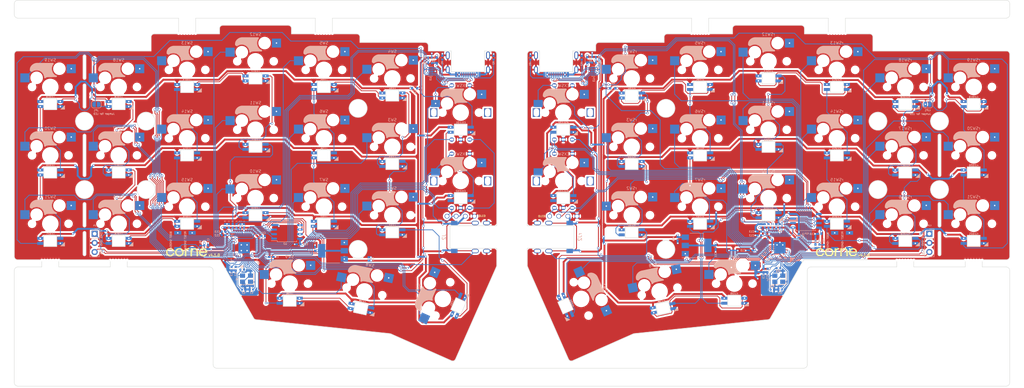
<source format=kicad_pcb>
(kicad_pcb (version 20241229) (generator "pcbnew") (generator_version "9.0")
  (title_block (title "Corne") (date "2024-05-07") (rev "4.1.0") (company "foostan"))
  (layers (0 "F.Cu" signal) (2 "B.Cu" signal) (13 "F.Paste" user) (15 "B.Paste" user) (5 "F.SilkS" user "F.Silkscreen") (7 "B.SilkS" user "B.Silkscreen") (1 "F.Mask" user) (3 "B.Mask" user) (25 "Edge.Cuts" user))
  (net 0 "")
  (net 1 "Net-(U1-XIN)")
  (net 2 "Net-(C2-Pad1)")
  (net 3 "+1V1")
  (net 4 "+5V")
  (net 5 "+3V3")
  (net 6 "GND")
  (net 7 "Net-(EXLED1-DOUT)")
  (net 8 "Net-(EXLED1-DIN)")
  (net 10 "VBUS")
  (net 11 "Net-(J1-CC1)")
  (net 13 "Net-(J1-CC2)")
  (net 15 "Net-(LED1-DOUT)")
  (net 16 "Net-(LED2-DOUT)")
  (net 17 "Net-(LED7-DOUT)")
  (net 18 "Net-(LED8-DOUT)")
  (net 19 "Net-(LED10-DIN)")
  (net 20 "Net-(LED10-DOUT)")
  (net 21 "Net-(LED14-DOUT)")
  (net 22 "Net-(LED15-DOUT)")
  (net 23 "Net-(LED16-DOUT)")
  (net 24 "Net-(U1-XOUT)")
  (net 25 "Net-(U1-USB_DP)")
  (net 26 "Net-(U1-USB_DM)")
  (net 27 "Net-(R6-Pad2)")
  (net 28 "Net-(U1-RUN)")
  (net 29 "Net-(D1-K)")
  (net 30 "/left/RE0A")
  (net 31 "/left/REB")
  (net 32 "/left/KEYEX1")
  (net 33 "/left/RE1A")
  (net 34 "/left/KEYEX2")
  (net 35 "/left/D+")
  (net 36 "/left/D-")
  (net 37 "/left/TX")
  (net 38 "/left/SWCLK")
  (net 39 "/left/SWD")
  (net 40 "/left/LED")
  (net 41 "/left/QSPI_SS")
  (net 42 "/left/KEY1")
  (net 43 "/left/KEY2")
  (net 44 "/left/KEY3")
  (net 45 "/left/KEY4")
  (net 46 "/left/KEY5")
  (net 47 "/left/KEY6")
  (net 48 "/left/KEY7")
  (net 49 "/left/KEY8")
  (net 50 "/left/KEY9")
  (net 51 "/left/KEY10")
  (net 52 "/left/KEY11")
  (net 53 "/left/KEY12")
  (net 54 "/left/KEY13")
  (net 55 "/left/KEY14")
  (net 56 "/left/KEY15")
  (net 57 "/left/KEY16")
  (net 58 "/left/KEY17")
  (net 59 "/left/KEY18")
  (net 60 "/left/KEY19")
  (net 61 "/left/KEY20")
  (net 62 "/left/KEY21")
  (net 63 "/left/QSPI_SD3")
  (net 64 "/left/QSPI_SCLK")
  (net 65 "/left/QSPI_SD0")
  (net 66 "/left/QSPI_SD2")
  (net 67 "/left/QSPI_SD1")
  (net 68 "Net-(LED6-DOUT)")
  (net 69 "Net-(LED5-DOUT)")
  (net 70 "Net-(LED4-DOUT)")
  (net 71 "Net-(LED3-DOUT)")
  (net 72 "Net-(LED20-DOUT)")
  (net 73 "Net-(LED19-DOUT)")
  (net 74 "Net-(JP1-A)")
  (net 75 "Net-(LED17-DOUT)")
  (net 76 "Net-(LED13-DOUT)")
  (net 77 "Net-(LED12-DOUT)")
  (net 78 "Net-(LED11-DOUT)")
  (net 79 "VBUSR")
  (net 80 "Net-(rJ1-CC1)")
  (net 81 "/right/D+")
  (net 82 "/right/D-")
  (net 84 "Net-(rJ1-CC2)")
  (net 86 "Net-(rU1-XIN)")
  (net 87 "GNDR")
  (net 88 "Net-(rC2-Pad1)")
  (net 89 "+1V1R")
  (net 90 "+5VR")
  (net 91 "+3V3R")
  (net 92 "Net-(rD1-K)")
  (net 93 "Net-(rEXLED1-DOUT)")
  (net 94 "Net-(rEXLED1-DIN)")
  (net 96 "/right/RE0A")
  (net 97 "/right/REB")
  (net 98 "/right/KEYEX1")
  (net 99 "/right/RE1A")
  (net 100 "/right/KEYEX2")
  (net 101 "/right/TX")
  (net 102 "/left/USB_VBUS_PIN")
  (net 103 "/right/SWCLK")
  (net 104 "/right/SWD")
  (net 105 "Net-(rLED1-DOUT)")
  (net 106 "/right/LED")
  (net 107 "Net-(rLED2-DOUT)")
  (net 108 "Net-(rLED3-DOUT)")
  (net 109 "Net-(rLED4-DOUT)")
  (net 110 "Net-(rLED5-DOUT)")
  (net 111 "Net-(rLED6-DOUT)")
  (net 112 "Net-(rLED7-DOUT)")
  (net 113 "Net-(rLED8-DOUT)")
  (net 114 "Net-(rLED10-DIN)")
  (net 115 "Net-(rLED10-DOUT)")
  (net 116 "Net-(rLED11-DOUT)")
  (net 117 "Net-(rLED12-DOUT)")
  (net 118 "Net-(rLED13-DOUT)")
  (net 119 "Net-(rLED14-DOUT)")
  (net 120 "Net-(rLED15-DOUT)")
  (net 121 "Net-(rLED16-DOUT)")
  (net 122 "Net-(rLED17-DOUT)")
  (net 123 "Net-(rJP1-A)")
  (net 124 "Net-(rLED19-DOUT)")
  (net 125 "Net-(rLED20-DOUT)")
  (net 126 "Net-(rU1-XOUT)")
  (net 127 "Net-(rU1-USB_DP)")
  (net 128 "Net-(rU1-USB_DM)")
  (net 129 "/right/QSPI_SS")
  (net 130 "Net-(rR6-Pad2)")
  (net 131 "Net-(rU1-RUN)")
  (net 132 "/right/KEY1")
  (net 133 "/right/KEY2")
  (net 134 "/right/KEY3")
  (net 135 "/right/KEY4")
  (net 136 "/right/KEY5")
  (net 137 "/right/KEY6")
  (net 138 "/right/KEY7")
  (net 139 "/right/KEY8")
  (net 140 "/right/KEY9")
  (net 141 "/right/KEY10")
  (net 142 "/right/KEY11")
  (net 143 "/right/KEY12")
  (net 144 "/right/KEY13")
  (net 145 "/right/KEY14")
  (net 146 "/right/KEY15")
  (net 147 "/right/KEY16")
  (net 148 "/right/KEY17")
  (net 149 "/right/KEY18")
  (net 150 "/right/KEY19")
  (net 151 "/right/KEY20")
  (net 152 "/right/KEY21")
  (net 153 "/right/QSPI_SD3")
  (net 154 "/right/QSPI_SCLK")
  (net 155 "/right/QSPI_SD0")
  (net 156 "/right/QSPI_SD2")
  (net 157 "/right/QSPI_SD1")
  (net 158 "/right/USB_VBUS_PIN")
  (footprint "kbd_local:Breakaway_Tabs" (layer "F.Cu") (at 60.097501 202.695)
    (property "Reference" "BT3")
    (property "Value" "Breakaway Tabs")
  )
  (footprint "kbd_local:corne-logo-horizontal" (layer "F.Cu") (at 279.172501 200.495)
    (property "Reference" "G***" (hide yes))
    (property "Value" "LOGO" (hide yes))
  )
  (footprint "kbd_local:Breakaway_Tabs" (layer "F.Cu") (at 136.297501 139.3825)
    (property "Reference" "BT2")
    (property "Value" "Breakaway Tabs")
  )
  (footprint "kbd_local:Breakaway_Tabs" (layer "F.Cu") (at 241.072503 139.3825)
    (property "Reference" "rBT2")
    (property "Value" "Breakaway Tabs")
  )
  (footprint "kbd_local:OLED" (layer "F.Cu") (at 202.972501 190.36)
    (property "Reference" "rJ3")
    (property "Value" "Conn_01x04" (hide yes))
  )
  (footprint "kbd_local:Breakaway_Tabs" (layer "F.Cu") (at 79.147501 202.695)
    (property "Reference" "BT4")
    (property "Value" "Breakaway Tabs")
  )
  (footprint "kbd_local:Breakaway_Tabs" (layer "F.Cu") (at 279.172501 139.3825)
    (property "Reference" "rBT1")
    (property "Value" "Breakaway Tabs")
  )
  (footprint "kbd_local:Breakaway_Tabs" (layer "F.Cu") (at 317.272501 202.695)
    (property "Reference" "rBT3")
    (property "Value" "Breakaway Tabs")
  )
  (footprint "kbd_local:corne-logo-horizontal" (layer "F.Cu") (at 98.197501 200.495)
    (property "Reference" "G***" (hide yes))
    (property "Value" "LOGO" (hide yes))
  )
  (footprint "kbd_local:Breakaway_Tabs" (layer "F.Cu") (at 298.222501 202.695)
    (property "Reference" "rBT4")
    (property "Value" "Breakaway Tabs")
  )
  (footprint "kbd_local:Breakaway_Tabs" (layer "F.Cu") (at 98.197501 139.3825)
    (property "Reference" "BT1")
    (property "Value" "Breakaway Tabs")
  )
  (footprint "kbd_local:OLED" (layer "F.Cu") (at 174.397501 190.36)
    (property "Reference" "J3")
    (property "Value" "Conn_01x04" (hide yes))
  )
  (footprint "Capacitor_SMD:C_0402_1005Metric" (layer "B.Cu") (at 116.107501 210.7587 180)
    (property "Reference" "C1")
    (property "Value" "27p")
  )
  (footprint "Connector_PinHeader_2.54mm:PinHeader_1x03_P2.54mm_Vertical" (layer "B.Cu") (at 72.447503 195.255 180)
    (property "Reference" "J4")
    (property "Value" "Conn_01x03")
  )
  (footprint "Capacitor_SMD:C_0402_1005Metric" (layer "B.Cu") (at 263.347503 210.79875 180)
    (property "Reference" "rC1")
    (property "Value" "27p")
  )
  (footprint "Diode_SMD:D_SOD-523" (layer "B.Cu") (at 167.717509 146.9625 -90)
    (property "Reference" "ZD1")
    (property "Value" "RB521S30T1G")
  )
  (footprint "kbd:keyswitch_cherrymx_hotswap_1u" (layer "B.Cu") (at 155.347501 151.98875 180)
    (property "Reference" "SW4")
    (property "Value" "SW_Push" (hide yes))
  )
  (footprint "kbd_local:keyswitch_cherrymx_hotswap_1u_rotary_encoder_ec12" (layer "B.Cu") (at 174.397501 180.56375 180)
    (property "Reference" "EXSW2")
    (property "Value" "RotaryEncoder_Switch" (hide yes))
  )
  (footprint "Capacitor_SMD:C_0402_1005Metric" (layer "B.Cu") (at 259.817503 205.47875 -90)
    (property "Reference" "rC7")
    (property "Value" "100n")
  )
  (footprint "kbd_local:YS-SK6812MINI-E" (layer "B.Cu") (at 79.147501 197.2325 180)
    (property "Reference" "LED16")
    (property "Value" "YS-SK6812MINI-E" (hide yes))
    (fp_line (start 1.8 1.55) (end -1.8 1.55) (stroke (width 0.1)) (layer "Edge.Cuts"))
    (fp_line (start 1.8 -1.55) (end 1.8 1.55) (stroke (width 0.1)) (layer "Edge.Cuts"))
    (fp_line (start -1.8 1.55) (end -1.8 -1.55) (stroke (width 0.1)) (layer "Edge.Cuts"))
    (fp_line (start -1.8 -1.55) (end 1.8 -1.55) (stroke (width 0.1)) (layer "Edge.Cuts"))
  )
  (footprint "kbd:keyswitch_cherrymx_hotswap_1u" (layer "B.Cu") (at 298.222503 173.42 180)
    (property "Reference" "rSW17")
    (property "Value" "SW_Push" (hide yes))
  )
  (footprint "kbd_local:YS-SK6812MINI-E" (layer "B.Cu") (at 298.222503 197.2325 180)
    (property "Reference" "rLED16")
    (property "Value" "YS-SK6812MINI-E" (hide yes))
    (fp_line (start 1.8 1.55) (end -1.8 1.55) (stroke (width 0.1)) (layer "Edge.Cuts"))
    (fp_line (start 1.8 -1.55) (end 1.8 1.55) (stroke (width 0.1)) (layer "Edge.Cuts"))
    (fp_line (start -1.8 1.55) (end -1.8 -1.55) (stroke (width 0.1)) (layer "Edge.Cuts"))
    (fp_line (start -1.8 -1.55) (end 1.8 -1.55) (stroke (width 0.1)) (layer "Edge.Cuts"))
  )
  (footprint "kbd_local:YS-SK6812MINI-E" (layer "B.Cu") (at 155.347501 175.80125 180)
    (property "Reference" "LED3")
    (property "Value" "YS-SK6812MINI-E" (hide yes))
    (fp_line (start 1.8 1.55) (end -1.8 1.55) (stroke (width 0.1)) (layer "Edge.Cuts"))
    (fp_line (start 1.8 -1.55) (end 1.8 1.55) (stroke (width 0.1)) (layer "Edge.Cuts"))
    (fp_line (start -1.8 1.55) (end -1.8 -1.55) (stroke (width 0.1)) (layer "Edge.Cuts"))
    (fp_line (start -1.8 -1.55) (end 1.8 -1.55) (stroke (width 0.1)) (layer "Edge.Cuts"))
  )
  (footprint "Resistor_SMD:R_0402_1005Metric" (layer "B.Cu") (at 262.892503 204.82)
    (property "Reference" "rR3")
    (property "Value" "1k")
  )
  (footprint "Capacitor_SMD:C_0402_1005Metric" (layer "B.Cu") (at 129.237501 198.1887 180)
    (property "Reference" "C16")
    (property "Value" "1u")
  )
  (footprint "Capacitor_SMD:C_0402_1005Metric" (layer "B.Cu") (at 273.197509 198.7925 90)
    (property "Reference" "rC9")
    (property "Value" "100n")
  )
  (footprint "Capacitor_SMD:C_0402_1005Metric" (layer "B.Cu") (at 268.562503 195.83 90)
    (property "Reference" "rC14")
    (property "Value" "100n")
  )
  (footprint "kbd:keyswitch_cherrymx_hotswap_1u" (layer "B.Cu") (at 279.172503 187.7075 180)
    (property "Reference" "rSW15")
    (property "Value" "SW_Push" (hide yes))
  )
  (footprint "kbd_local:PJ-398A-5A_PJ-399B-6A" (layer "B.Cu") (at 192.952501 196.16 -90)
    (property "Reference" "rJ2")
    (property "Value" "TRS")
  )
  (footprint "Resistor_SMD:R_0402_1005Metric" (layer "B.Cu") (at 102.967503 199.05875 -90)
    (property "Reference" "R7")
    (property "Value" "10k")
  )
  (footprint "Capacitor_SMD:C_0402_1005Metric" (layer "B.Cu") (at 258.737503 205.47875 -90)
    (property "Reference" "rC3")
    (property "Value" "100n")
  )
  (footprint "kbd:keyswitch_cherrymx_hotswap_1u" (layer "B.Cu") (at 250.597503 209.13875 180)
    (property "Reference" "rSW9")
    (property "Value" "SW_Push" (hide yes))
  )
  (footprint "kbd_local:keyswitch_cherrymx_hotswap_1u_rotary_encoder_ec12" (layer "B.Cu") (at 202.972503 180.56375 180)
    (property "Reference" "rEXSW2")
    (property "Value" "RotaryEncoder_Switch" (hide yes))
  )
  (footprint "Capacitor_SMD:C_0402_1005Metric" (layer "B.Cu") (at 258.027503 193.05875 90)
    (property "Reference" "rC8")
    (property "Value" "1u")
  )
  (footprint "kbd:keyswitch_cherrymx_hotswap_1u" (layer "B.Cu") (at 126.772501 209.13875 180)
    (property "Reference" "SW9")
    (property "Value" "SW_Push" (hide yes))
  )
  (footprint "Package_DFN_QFN:QFN-56-1EP_7x7mm_P0.4mm_EP3.2x3.2mm" (layer "B.Cu") (at 263.292501 199.1537 180)
    (property "Reference" "rU1")
    (property "Value" "RP2040")
  )
  (footprint "kbd:keyswitch_cherrymx_hotswap_1u" (layer "B.Cu") (at 136.297501 149.6075 180)
    (property "Reference" "SW5")
    (property "Value" "SW_Push" (hide yes))
  )
  (footprint "kbd:keyswitch_cherrymx_hotswap_1u" (layer "B.Cu") (at 260.122503 185.32625 180)
    (property "Reference" "rSW10")
    (property "Value" "SW_Push" (hide yes))
  )
  (footprint "kbd_local:YS-SK6812MINI-E" (layer "B.Cu") (at 222.022501 156.75125 180)
    (property "Reference" "rLED4")
    (property "Value" "YS-SK6812MINI-E" (hide yes))
    (fp_line (start 1.8 1.55) (end -1.8 1.55) (stroke (width 0.1)) (layer "Edge.Cuts"))
    (fp_line (start 1.8 -1.55) (end 1.8 1.55) (stroke (width 0.1)) (layer "Edge.Cuts"))
    (fp_line (start -1.8 1.55) (end -1.8 -1.55) (stroke (width 0.1)) (layer "Edge.Cuts"))
    (fp_line (start -1.8 -1.55) (end 1.8 -1.55) (stroke (width 0.1)) (layer "Edge.Cuts"))
  )
  (footprint "Capacitor_SMD:C_0402_1005Metric" (layer "B.Cu") (at 114.042503 193.03 90)
    (property "Reference" "C4")
    (property "Value" "100n")
  )
  (footprint "kbd_local:TS-1088R-02026" (layer "B.Cu") (at 99.607503 197.23875 -90)
    (property "Reference" "SMDSW2")
    (property "Value" "TS-1088R-02026")
  )
  (footprint "kbd_local:YS-SK6812MINI-E" (layer "B.Cu") (at 79.147501 178.1825 180)
    (property "Reference" "LED17")
    (property "Value" "YS-SK6812MINI-E" (hide yes))
    (fp_line (start 1.8 1.55) (end -1.8 1.55) (stroke (width 0.1)) (layer "Edge.Cuts"))
    (fp_line (start 1.8 -1.55) (end 1.8 1.55) (stroke (width 0.1)) (layer "Edge.Cuts"))
    (fp_line (start -1.8 1.55) (end -1.8 -1.55) (stroke (width 0.1)) (layer "Edge.Cuts"))
    (fp_line (start -1.8 -1.55) (end 1.8 -1.55) (stroke (width 0.1)) (layer "Edge.Cuts"))
  )
  (footprint "Capacitor_SMD:C_0402_1005Metric" (layer "B.Cu") (at 104.077503 199.0487 90)
    (property "Reference" "C10")
    (property "Value" "100n")
  )
  (footprint "kbd_local:TYPE-C-31-M-13C" (layer "B.Cu") (at 200.972501 145.55)
    (property "Reference" "rJ1")
    (property "Value" "TYPE-C-31-M-13C")
  )
  (footprint "kbd_local:YS-SK6812MINI-E" (layer "B.Cu") (at 241.072503 173.42 180)
    (property "Reference" "rLED6")
    (property "Value" "YS-SK6812MINI-E" (hide yes))
    (fp_line (start 1.8 1.55) (end -1.8 1.55) (stroke (width 0.1)) (layer "Edge.Cuts"))
    (fp_line (start 1.8 -1.55) (end 1.8 1.55) (stroke (width 0.1)) (layer "Edge.Cuts"))
    (fp_line (start -1.8 1.55) (end -1.8 -1.55) (stroke (width 0.1)) (layer "Edge.Cuts"))
    (fp_line (start -1.8 -1.55) (end 1.8 -1.55) (stroke (width 0.1)) (layer "Edge.Cuts"))
  )
  (footprint "kbd_local:YS-SK6812MINI-E" (layer "B.Cu") (at 136.297501 154.37 180)
    (property "Reference" "LED5")
    (property "Value" "YS-SK6812MINI-E" (hide yes))
    (fp_line (start 1.8 1.55) (end -1.8 1.55) (stroke (width 0.1)) (layer "Edge.Cuts"))
    (fp_line (start 1.8 -1.55) (end 1.8 1.55) (stroke (width 0.1)) (layer "Edge.Cuts"))
    (fp_line (start -1.8 1.55) (end -1.8 -1.55) (stroke (width 0.1)) (layer "Edge.Cuts"))
    (fp_line (start -1.8 -1.55) (end 1.8 -1.55) (stroke (width 0.1)) (layer "Edge.Cuts"))
  )
  (footprint "Capacitor_SMD:C_0402_1005Metric" (layer "B.Cu") (at 109.827501 193.02 90)
    (property "Reference" "C5")
    (property "Value" "1u")
  )
  (footprint "Capacitor_SMD:C_0402_1005Metric" (layer "B.Cu") (at 113.017501 193.03 90)
    (property "Reference" "C15")
    (property "Value" "100n")
  )
  (footprint "kbd:keyswitch_cherrymx_hotswap_1u" (layer "B.Cu") (at 260.122503 166.27625 180)
    (property "Reference" "rSW11")
    (property "Value" "SW_Push" (hide yes))
  )
  (footprint "Package_SON:USON-10_2.5x1.0mm_P0.5mm" (layer "B.Cu") (at 166.032501 150.0037)
    (property "Reference" "U3")
    (property "Value" "TPD4E05U06DQAR")
  )
  (footprint "kbd_local:YS-SK6812MINI-E" (layer "B.Cu") (at 222.022501 194.85125 180)
    (property "Reference" "rLED2")
    (property "Value" "YS-SK6812MINI-E" (hide yes))
    (fp_line (start 1.8 1.55) (end -1.8 1.55) (stroke (width 0.1)) (layer "Edge.Cuts"))
    (fp_line (start 1.8 -1.55) (end 1.8 1.55) (stroke (width 0.1)) (layer "Edge.Cuts"))
    (fp_line (start -1.8 1.55) (end -1.8 -1.55) (stroke (width 0.1)) (layer "Edge.Cuts"))
    (fp_line (start -1.8 -1.55) (end 1.8 -1.55) (stroke (width 0.1)) (layer "Edge.Cuts"))
  )
  (footprint "kbd_local:YS-SK6812MINI-E" (layer "B.Cu") (at 146.601727 215.974889 168.06)
    (property "Reference" "LED8")
    (property "Value" "YS-SK6812MINI-E" (hide yes))
    (fp_line (start 1.8 -1.55) (end 1.8 1.55) (stroke (width 0.1)) (layer "Edge.Cuts"))
    (fp_line (start 1.8 1.55) (end -1.8 1.55) (stroke (width 0.1)) (layer "Edge.Cuts"))
    (fp_line (start -1.8 -1.55) (end 1.8 -1.55) (stroke (width 0.1)) (layer "Edge.Cuts"))
    (fp_line (start -1.8 1.55) (end -1.8 -1.55) (stroke (width 0.1)) (layer "Edge.Cuts"))
  )
  (footprint "Package_TO_SOT_SMD:SOT-223-3_TabPin2" (layer "B.Cu") (at 138.837501 199.9937 180)
    (property "Reference" "U2")
    (property "Value" "NCP1117LPST33T3G")
  )
  (footprint "kbd:keyswitch_cherrymx_hotswap_1u" (layer "B.Cu") (at 298.222503 192.47 180)
    (property "Reference" "rSW16")
    (property "Value" "SW_Push" (hide yes))
  )
  (footprint "kbd:keyswitch_cherrymx_hotswap_1u" (layer "B.Cu") (at 98.197501 149.6075 180)
    (property "Reference" "SW13")
    (property "Value" "SW_Push" (hide yes))
  )
  (footprint "kbd:keyswitch_cherrymx_hotswap_1u" (layer "B.Cu") (at 117.247501 166.27625 180)
    (property "Reference" "SW11")
    (property "Value" "SW_Push" (hide yes))
  )
  (footprint "kbd_local:YS-SK6812MINI-E" (layer "B.Cu") (at 117.247501 190.08875 180)
    (property "Reference" "LED10")
    (property "Value" "YS-SK6812MINI-E" (hide yes))
    (fp_line (start 1.8 1.55) (end -1.8 1.55) (stroke (width 0.1)) (layer "Edge.Cuts"))
    (fp_line (start 1.8 -1.55) (end 1.8 1.55) (stroke (width 0.1)) (layer "Edge.Cuts"))
    (fp_line (start -1.8 1.55) (end -1.8 -1.55) (stroke (width 0.1)) (layer "Edge.Cuts"))
    (fp_line (start -1.8 -1.55) (end 1.8 -1.55) (stroke (width 0.1)) (layer "Edge.Cuts"))
  )
  (footprint "kbd:keyswitch_cherrymx_hotswap_1u" (layer "B.Cu") (at 98.197501 168.6575 180)
    (property "Reference" "SW14")
    (property "Value" "SW_Push" (hide yes))
  )
  (footprint "kbd:keyswitch_cherrymx_hotswap_1u" (layer "B.Cu") (at 298.222503 154.37 180)
    (property "Reference" "rSW18")
    (property "Value" "SW_Push" (hide yes))
  )
  (footprint "Capacitor_SMD:C_0402_1005Metric" (layer "B.Cu") (at 133.827501 199.5087 90)
    (property "Reference" "C11")
    (property "Value" "10u")
  )
  (footprint "kbd:keyswitch_cherrymx_hotswap_1u" (layer "B.Cu") (at 317.272503 154.37 180)
    (property "Reference" "rSW19")
    (property "Value" "SW_Push" (hide yes))
  )
  (footprint "kbd:keyswitch_cherrymx_hotswap_1u" (layer "B.Cu") (at 147.587027 211.315427 168.06)
    (property "Reference" "SW8")
    (property "Value" "SW_Push" (hide yes))
  )
  (footprint "kbd_local:YS-SK6812MINI-E" (layer "B.Cu") (at 317.272503 178.1825 180)
    (property "Reference" "rLED20")
    (property "Value" "YS-SK6812MINI-E" (hide yes))
    (fp_line (start 1.8 1.55) (end -1.8 1.55) (stroke (width 0.1)) (layer "Edge.Cuts"))
    (fp_line (start 1.8 -1.55) (end 1.8 1.55) (stroke (width 0.1)) (layer "Edge.Cuts"))
    (fp_line (start -1.8 1.55) (end -1.8 -1.55) (stroke (width 0.1)) (layer "Edge.Cuts"))
    (fp_line (start -1.8 -1.55) (end 1.8 -1.55) (stroke (width 0.1)) (layer "Edge.Cuts"))
  )
  (footprint "kbd_local:YS-SK6812MINI-E" (layer "B.Cu") (at 117.247501 151.98875 180)
    (property "Reference" "LED12")
    (property "Value" "YS-SK6812MINI-E" (hide yes))
    (fp_line (start 1.8 1.55) (end -1.8 1.55) (stroke (width 0.1)) (layer "Edge.Cuts"))
    (fp_line (start 1.8 -1.55) (end 1.8 1.55) (stroke (width 0.1)) (layer "Edge.Cuts"))
    (fp_line (start -1.8 1.55) (end -1.8 -1.55) (stroke (width 0.1)) (layer "Edge.Cuts"))
    (fp_line (start -1.8 -1.55) (end 1.8 -1.55) (stroke (width 0.1)) (layer "Edge.Cuts"))
  )
  (footprint "kbd_local:YS-SK6812MINI-E" (layer "B.Cu") (at 279.172503 192.47 180)
    (property "Reference" "rLED15")
    (property "Value" "YS-SK6812MINI-E" (hide yes))
    (fp_line (start 1.8 1.55) (end -1.8 1.55) (stroke (width 0.1)) (layer "Edge.Cuts"))
    (fp_line (start 1.8 -1.55) (end 1.8 1.55) (stroke (width 0.1)) (layer "Edge.Cuts"))
    (fp_line (start -1.8 1.55) (end -1.8 -1.55) (stroke (width 0.1)) (layer "Edge.Cuts"))
    (fp_line (start -1.8 -1.55) (end 1.8 -1.55) (stroke (width 0.1)) (layer "Edge.Cuts"))
  )
  (footprint "Resistor_SMD:R_0402_1005Metric" (layer "B.Cu") (at 208.107503 146.21875 -90)
    (property "Reference" "rR2")
    (property "Value" "5.1k")
  )
  (footprint "kbd:keyswitch_cherrymx_hotswap_1u" (layer "B.Cu") (at 222.022503 151.98875 180)
    (property "Reference" "rSW4")
    (property "Value" "SW_Push" (hide yes))
  )
  (footprint "Resistor_SMD:R_0402_1005Metric" (layer "B.Cu") (at 169.267501 146.2 -90)
    (property "Reference" "R1")
    (property "Value" "5.1k")
  )
  (footprint "kbd:keyswitch_cherrymx_hotswap_1u" (layer "B.Cu") (at 117.247501 147.22625 180)
    (property "Reference" "SW12")
    (property "Value" "SW_Push" (hide yes))
  )
  (footprint "kbd_local:YS-SK6812MINI-E" (layer "B.Cu") (at 60.097501 178.1825 180)
    (property "Reference" "LED20")
    (property "Value" "YS-SK6812MINI-E" (hide yes))
    (fp_line (start 1.8 1.55) (end -1.8 1.55) (stroke (width 0.1)) (layer "Edge.Cuts"))
    (fp_line (start 1.8 -1.55) (end 1.8 1.55) (stroke (width 0.1)) (layer "Edge.Cuts"))
    (fp_line (start -1.8 1.55) (end -1.8 -1.55) (stroke (width 0.1)) (layer "Edge.Cuts"))
    (fp_line (start -1.8 -1.55) (end 1.8 -1.55) (stroke (width 0.1)) (layer "Edge.Cuts"))
  )
  (footprint "Resistor_SMD:R_0402_1005Metric" (layer "B.Cu") (at 113.547501 205.2587)
    (property "Reference" "R3")
    (property "Value" "1k")
  )
  (footprint "kbd_local:YS-SK6812MINI-E" (layer "B.Cu") (at 202.972501 166.27625 180)
    (property "Reference" "rEXLED1")
    (property "Value" "YS-SK6812MINI-E" (hide yes))
    (fp_line (start 1.8 1.55) (end -1.8 1.55) (stroke (width 0.1)) (layer "Edge.Cuts"))
    (fp_line (start 1.8 -1.55) (end 1.8 1.55) (stroke (width 0.1)) (layer "Edge.Cuts"))
    (fp_line (start -1.8 1.55) (end -1.8 -1.55) (stroke (width 0.1)) (layer "Edge.Cuts"))
    (fp_line (start -1.8 -1.55) (end 1.8 -1.55) (stroke (width 0.1)) (layer "Edge.Cuts"))
  )
  (footprint "kbd:keyswitch_cherrymx_hotswap_1u" (layer "B.Cu") (at 241.072503 168.6575 180)
    (property "Reference" "rSW6")
    (property "Value" "SW_Push" (hide yes))
  )
  (footprint "kbd_local:TS-1088R-02026" (layer "B.Cu") (at 282.677503 197.23875 -90)
    (property "Reference" "rSMDSW2")
    (property "Value" "TS-1088R-02026")
  )
  (footprint "Diode_SMD:D_SOD-523" (layer "B.Cu") (at 216.737509 154.7325 180)
    (property "Reference" "rD1")
    (property "Value" "1N4148WT")
  )
  (footprint "kbd_local:YS-SK6812MINI-E" (layer "B.Cu") (at 298.222503 178.1825 180)
    (property "Reference" "rLED17")
    (property "Value" "YS-SK6812MINI-E" (hide yes))
    (fp_line (start 1.8 1.55) (end -1.8 1.55) (stroke (width 0.1)) (layer "Edge.Cuts"))
    (fp_line (start 1.8 -1.55) (end 1.8 1.55) (stroke (width 0.1)) (layer "Edge.Cuts"))
    (fp_line (start -1.8 1.55) (end -1.8 -1.55) (stroke (width 0.1)) (layer "Edge.Cuts"))
    (fp_line (start -1.8 -1.55) (end 1.8 -1.55) (stroke (width 0.1)) (layer "Edge.Cuts"))
  )
  (footprint "Package_SON:USON-10_2.5x1.0mm_P0.5mm" (layer "B.Cu") (at 211.337501 150.0037 180)
    (property "Reference" "rU3")
    (property "Value" "TPD4E05U06DQAR")
  )
  (footprint "Resistor_SMD:R_0402_1005Metric" (layer "B.Cu") (at 110.887501 193.04 90)
    (property "Reference" "R5")
    (property "Value" "27")
  )
  (footprint "kbd_local:YS-SK6812MINI-E" (layer "B.Cu") (at 317.272503 159.1325 180)
    (property "Reference" "rLED19")
    (property "Value" "YS-SK6812MINI-E" (hide yes))
    (fp_line (start 1.8 1.55) (end -1.8 1.55) (stroke (width 0.1)) (layer "Edge.Cuts"))
    (fp_line (start 1.8 -1.55) (end 1.8 1.55) (stroke (width 0.1)) (layer "Edge.Cuts"))
    (fp_line (start -1.8 1.55) (end -1.8 -1.55) (stroke (width 0.1)) (layer "Edge.Cuts"))
    (fp_line (start -1.8 -1.55) (end 1.8 -1.55) (stroke (width 0.1)) (layer "Edge.Cuts"))
  )
  (footprint "kbd:keyswitch_cherrymx_hotswap_1u" (layer "B.Cu") (at 79.147501 173.42 180)
    (property "Reference" "SW17")
    (property "Value" "SW_Push" (hide yes))
  )
  (footprint "Capacitor_SMD:C_0402_1005Metric" (layer "B.Cu") (at 245.387503 198.96875 -90)
    (property "Reference" "rC11")
    (property "Value" "10u")
  )
  (footprint "kbd_local:YS-SK6812MINI-E" (layer "B.Cu") (at 98.197501 192.47 180)
    (property "Reference" "LED15")
    (property "Value" "YS-SK6812MINI-E" (hide yes))
    (fp_line (start 1.8 1.55) (end -1.8 1.55) (stroke (width 0.1)) (layer "Edge.Cuts"))
    (fp_line (start 1.8 -1.55) (end 1.8 1.55) (stroke (width 0.1)) (layer "Edge.Cuts"))
    (fp_line (start -1.8 1.55) (end -1.8 -1.55) (stroke (width 0.1)) (layer "Edge.Cuts"))
    (fp_line (start -1.8 -1.55) (end 1.8 -1.55) (stroke (width 0.1)) (layer "Edge.Cuts"))
  )
  (footprint "kbd_local:YS-SK6812MINI-E" (layer "B.Cu") (at 173.783673 215.32443 -113.88)
    (property "Reference" "LED1")
    (property "Value" "YS-SK6812MINI-E" (hide yes))
    (fp_line (start 1.8 1.55) (end -1.8 1.55) (stroke (width 0.1)) (layer "Edge.Cuts"))
    (fp_line (start -1.8 1.55) (end -1.8 -1.55) (stroke (width 0.1)) (layer "Edge.Cuts"))
    (fp_line (start 1.8 -1.55) (end 1.8 1.55) (stroke (width 0.1)) (layer "Edge.Cuts"))
    (fp_line (start -1.8 -1.55) (end 1.8 -1.55) (stroke (width 0.1)) (layer "Edge.Cuts"))
  )
  (footprint "Capacitor_SMD:C_0402_1005Metric" (layer "B.Cu") (at 121.637501 201.6887)
    (property "Reference" "C9")
    (property "Value" "100n")
  )
  (footprint "Crystal:Crystal_SMD_3225-4Pin_3.2x2.5mm" (layer "B.Cu") (at 262.987503 207.77875 180)
    (property "Reference" "rY1")
    (property "Value" "12MHz 18pF")
  )
  (footprint "kbd_local:YS-SK6812MINI-E" (layer "B.Cu") (at 241.072503 154.37 180)
    (property "Reference" "rLED5")
    (property "Value" "YS-SK6812MINI-E" (hide yes))
    (fp_line (start 1.8 1.55) (end -1.8 1.55) (stroke (width 0.1)) (layer "Edge.Cuts"))
    (fp_line (start 1.8 -1.55) (end 1.8 1.55) (stroke (width 0.1)) (layer "Edge.Cuts"))
    (fp_line (start -1.8 1.55) (end -1.8 -1.55) (stroke (width 0.1)) (layer "Edge.Cuts"))
    (fp_line (start -1.8 -1.55) (end 1.8 -1.55) (stroke (width 0.1)) (layer "Edge.Cuts"))
  )
  (footprint "kbd:keyswitch_cherrymx_hotswap_1u" (layer "B.Cu") (at 60.097501 192.47 180)
    (property "Reference" "SW21")
    (property "Value" "SW_Push" (hide yes))
  )
  (footprint "Capacitor_SMD:C_0402_1005Metric" (layer "B.Cu") (at 262.257503 193.05875 90)
    (property "Reference" "rC15")
    (property "Value" "100n")
  )
  (footprint "kbd:keyswitch_cherrymx_hotswap_1u" (layer "B.Cu") (at 222.022503 171.03875 180)
    (property "Reference" "rSW3")
    (property "Value" "SW_Push" (hide yes))
  )
  (footprint "kbd:keyswitch_cherrymx_hotswap_1.5u" (layer "B.Cu") (at 207.941138 213.396463 113.88)
    (property "Reference" "rSW1")
    (property "Value" "SW_Push" (hide yes))
  )
  (footprint "kbd_local:YS-SK6812MINI-E" (layer "B.Cu") (at 230.768275 215.974889 -168.06)
    (property "Reference" "rLED8")
    (property "Value" "YS-SK6812MINI-E" (hide yes))
    (fp_line (start 1.8 1.55) (end -1.8 1.55) (stroke (width 0.1)) (layer "Edge.Cuts"))
    (fp_line (start 1.8 -1.55) (end 1.8 1.55) (stroke (width 0.1)) (layer "Edge.Cuts"))
    (fp_line (start -1.8 1.55) (end -1.8 -1.55) (stroke (width 0.1)) (layer "Edge.Cuts"))
    (fp_line (start -1.8 -1.55) (end 1.8 -1.55) (stroke (width 0.1)) (layer "Edge.Cuts"))
  )
  (footprint "kbd_local:YS-SK6812MINI-E" (layer "B.Cu") (at 279.172503 154.37 180)
    (property "Reference" "rLED13")
    (property "Value" "YS-SK6812MINI-E" (hide yes))
    (fp_line (start 1.8 1.55) (end -1.8 1.55) (stroke (width 0.1)) (layer "Edge.Cuts"))
    (fp_line (start 1.8 -1.55) (end 1.8 1.55) (stroke (width 0.1)) (layer "Edge.Cuts"))
    (fp_line (start -1.8 1.55) (end -1.8 -1.55) (stroke (width 0.1)) (layer "Edge.Cuts"))
    (fp_line (start -1.8 -1.55) (end 1.8 -1.55) (stroke (width 0.1)) (layer "Edge.Cuts"))
  )
  (footprint "Resistor_SMD:R_0402_1005Metric" (layer "B.Cu") (at 165.827503 146.185)
    (property "Reference" "R9")
    (property "Value" "10K")
  )
  (footprint "kbd_local:keyswitch_cherrymx_hotswap_1u_rotary_encoder_ec12" (layer "B.Cu") (at 174.397501 161.51375 180)
    (property "Reference" "EXSW1")
    (property "Value" "RotaryEncoder_Switch" (hide yes))
  )
  (footprint "kbd:keyswitch_cherrymx_hotswap_1u" (layer "B.Cu") (at 136.297501 187.7075 180)
    (property "Reference" "SW7")
    (property "Value" "SW_Push" (hide yes))
  )
  (footprint "Capacitor_SMD:C_0402_1005Metric" (layer "B.Cu") (at 259.067503 193.05875 90)
    (property "Reference" "rC5")
    (property "Value" "1u")
  )
  (footprint "Capacitor_SMD:C_0402_1005Metric" (layer "B.Cu") (at 263.277503 193.05875 90)
    (property "Reference" "rC4")
    (property "Value" "100n")
  )
  (footprint "kbd_local:YS-SK6812MINI-E" (layer "B.Cu") (at 98.197501 154.37 180)
    (property "Reference" "LED13")
    (property "Value" "YS-SK6812MINI-E" (hide yes))
    (fp_line (start 1.8 1.55) (end -1.8 1.55) (stroke (width 0.1)) (layer "Edge.Cuts"))
    (fp_line (start 1.8 -1.55) (end 1.8 1.55) (stroke (width 0.1)) (layer "Edge.Cuts"))
    (fp_line (start -1.8 1.55) (end -1.8 -1.55) (stroke (width 0.1)) (layer "Edge.Cuts"))
    (fp_line (start -1.8 -1.55) (end 1.8 -1.55) (stroke (width 0.1)) (layer "Edge.Cuts"))
  )
  (footprint "kbd_local:TS-1088R-02026" (layer "B.Cu") (at 95.597503 197.23875 -90)
    (property "Reference" "SMDSW1")
    (property "Value" "TS-1088R-02026")
  )
  (footprint "kbd_local:YS-SK6812MINI-E" (layer "B.Cu") (at 60.097501 197.2325 180)
    (property "Reference" "LED21")
    (property "Value" "YS-SK6812MINI-E" (hide yes))
    (fp_line (start 1.8 1.55) (end -1.8 1.55) (stroke (width 0.1)) (layer "Edge.Cuts"))
    (fp_line (start 1.8 -1.55) (end 1.8 1.55) (stroke (width 0.1)) (layer "Edge.Cuts"))
    (fp_line (start -1.8 1.55) (end -1.8 -1.55) (stroke (width 0.1)) (layer "Edge.Cuts"))
    (fp_line (start -1.8 -1.55) (end 1.8 -1.55) (stroke (width 0.1)) (layer "Edge.Cuts"))
  )
  (footprint "Package_SO:SOIC-8_5.23x5.23mm_P1.27mm" (layer "B.Cu") (at 126.017501 194.7287)
    (property "Reference" "U4")
    (property "Value" "W25Q128JVSIQ")
  )
  (footprint "Diode_SMD:D_SOD-523" (layer "B.Cu") (at 161.567501 154.73625)
    (property "Reference" "D1")
    (property "Value" "1N4148WT")
  )
  (footprint "kbd_local:YS-SK6812MINI-E" (layer "B.Cu") (at 60.097501 159.1325 180)
    (property "Reference" "LED19")
    (property "Value" "YS-SK6812MINI-E" (hide yes))
    (fp_line (start 1.8 1.55) (end -1.8 1.55) (stroke (width 0.1)) (layer "Edge.Cuts"))
    (fp_line (start 1.8 -1.55) (end 1.8 1.55) (stroke (width 0.1)) (layer "Edge.Cuts"))
    (fp_line (start -1.8 1.55) (end -1.8 -1.55) (stroke (width 0.1)) (layer "Edge.Cuts"))
    (fp_line (start -1.8 -1.55) (end 1.8 -1.55) (stroke (width 0.1)) (layer "Edge.Cuts"))
  )
  (footprint "kbd:keyswitch_cherrymx_hotswap_1u" (layer "B.Cu") (at 279.172503 149.6075 180)
    (property "Reference" "rSW13")
    (property "Value" "SW_Push" (hide yes))
  )
  (footprint "kbd_local:YS-SK6812MINI-E" (layer "B.Cu") (at 136.297501 192.47 180)
    (property "Reference" "LED7")
    (property "Value" "YS-SK6812MINI-E" (hide yes))
    (fp_line (start 1.8 1.55) (end -1.8 1.55) (stroke (width 0.1)) (layer "Edge.Cuts"))
    (fp_line (start 1.8 -1.55) (end 1.8 1.55) (stroke (width 0.1)) (layer "Edge.Cuts"))
    (fp_line (start -1.8 1.55) (end -1.8 -1.55) (stroke (width 0.1)) (layer "Edge.Cuts"))
    (fp_line (start -1.8 -1.55) (end 1.8 -1.55) (stroke (width 0.1)) (layer "Edge.Cuts"))
  )
  (footprint "Resistor_SMD:R_0402_1005Metric" (layer "B.Cu") (at 274.317509 198.8025 -90)
    (property "Reference" "rR7")
    (property "Value" "10k")
  )
  (footprint "Capacitor_SMD:C_0402_1005Metric" (layer "B.Cu") (at 108.787501 193.02 90)
    (property "Reference" "C8")
    (property "Value" "1u")
  )
  (footprint "Capacitor_SMD:C_0402_1005Metric" (layer "B.Cu") (at 108.327503 194.61875 180)
    (property "Reference" "C13")
    (property "Value" "100n")
  )
  (footprint "Capacitor_SMD:C_0402_1005Metric" (layer "B.Cu") (at 113.947501 210.7987)
    (property "Reference" "C2")
    (property "Value" "27p")
  )
  (footprint "kbd_local:YS-SK6812MINI-E" (layer "B.Cu") (at 279.172503 173.42 180)
    (property "Reference" "rLED14")
    (property "Value" "YS-SK6812MINI-E" (hide yes))
    (fp_line (start 1.8 1.55) (end -1.8 1.55) (stroke (width 0.1)) (layer "Edge.Cuts"))
    (fp_line (start 1.8 -1.55) (end 1.8 1.55) (stroke (width 0.1)) (layer "Edge.Cuts"))
    (fp_line (start -1.8 1.55) (end -1.8 -1.55) (stroke (width 0.1)) (layer "Edge.Cuts"))
    (fp_line (start -1.8 -1.55) (end 1.8 -1.55) (stroke (width 0.1)) (layer "Edge.Cuts"))
  )
  (footprint "Jumper:SolderJumper-2_P1.3mm_Open_RoundedPad1.0x1.5mm" (layer "B.Cu") (at 72.927501 159.2287 180)
    (property "Reference" "JP1")
    (property "Value" "SolderJumper_2_Bridged")
  )
  (footprint "kbd_local:YS-SK6812MINI-E" (layer "B.Cu") (at 250.597503 213.90125 180)
    (property "Reference" "rLED9")
    (property "Value" "YS-SK6812MINI-E" (hide yes))
    (fp_line (start 1.8 1.55) (end -1.8 1.55) (stroke (width 0.1)) (layer "Edge.Cuts"))
    (fp_line (start 1.8 -1.55) (end 1.8 1.55) (stroke (width 0.1)) (layer "Edge.Cuts"))
    (fp_line (start -1.8 1.55) (end -1.8 -1.55) (stroke (width 0.1)) (layer "Edge.Cuts"))
    (fp_line (start -1.8 -1.55) (end 1.8 -1.55) (stroke (width 0.1)) (layer "Edge.Cuts"))
  )
  (footprint "kbd_local:YS-SK6812MINI-E" (layer "B.Cu") (at 174.397501 185.32625 180)
    (property "Reference" "EXLED2")
    (property "Value" "YS-SK6812MINI-E" (hide yes))
    (fp_line (start 1.8 1.55) (end -1.8 1.55) (stroke (width 0.1)) (layer "Edge.Cuts"))
    (fp_line (start 1.8 -1.55) (end 1.8 1.55) (stroke (width 0.1)) (layer "Edge.Cuts"))
    (fp_line (start -1.8 1.55) (end -1.8 -1.55) (stroke (width 0.1)) (layer "Edge.Cuts"))
    (fp_line (start -1.8 -1.55) (end 1.8 -1.55) (stroke (width 0.1)) (layer "Edge.Cuts"))
  )
  (footprint "Capacitor_SMD:C_0402_1005Metric" (layer "B.Cu") (at 255.167509 199.8925 180)
    (property "Reference" "rC10")
    (property "Value" "100n")
  )
  (footprint "Crystal:Crystal_SMD_3225-4Pin_3.2x2.5mm" (layer "B.Cu") (at 114.747501 207.7687 180)
    (property "Reference" "Y1")
    (property "Value" "12MHz 18pF")
  )
  (footprint "kbd_local:YS-SK6812MINI-E" (layer "B.Cu") (at 126.772501 213.90125 180)
    (property "Reference" "LED9")
    (property "Value" "YS-SK6812MINI-E" (hide yes))
    (fp_line (start 1.8 1.55) (end -1.8 1.55) (stroke (width 0.1)) (layer "Edge.Cuts"))
    (fp_line (start 1.8 -1.55) (end 1.8 1.55) (stroke (width 0.1)) (layer "Edge.Cuts"))
    (fp_line (start -1.8 1.55) (end -1.8 -1.55) (stroke (width 0.1)) (layer "Edge.Cuts"))
    (fp_line (start -1.8 -1.55) (end 1.8 -1.55) (stroke (width 0.1)) (layer "Edge.Cuts"))
  )
  (footprint "Connector_PinHeader_2.54mm:PinHeader_1x03_P2.54mm_Vertical" (layer "B.Cu") (at 304.922499 195.255 180)
    (property "Reference" "rJ4")
    (property "Value" "Conn_01x03")
  )
  (footprint "Package_SO:SOIC-8_5.23x5.23mm_P1.27mm" (layer "B.Cu") (at 270.557503 191.64875)
    (property "Reference" "rU4")
    (property "Value" "W25Q128JVSIQ")
  )
  (footprint "Resistor_SMD:R_0402_1005Metric" (layer "B.Cu") (at 275.477509 198.8325 -90)
    (property "Reference" "rR6")
    (property "Value" "1k")
  )
  (footprint "kbd:keyswitch_cherrymx_hotswap_1u" (layer "B.Cu") (at 222.022503 190.08875 180)
    (property "Reference" "rSW2")
    (property "Value" "SW_Push" (hide yes))
  )
  (footprint "Capacitor_SMD:C_0402_1005Metric" (layer "B.Cu") (at 274.357503 195.28875 180)
    (property "Reference" "rC16")
    (property "Value" "1u")
  )
  (footprint "Jumper:SolderJumper-2_P1.3mm_Open_RoundedPad1.0x1.5mm" (layer "B.Cu") (at 304.442501 159.2287)
    (property "Reference" "rJP1")
    (property "Value" "SolderJumper_2_Bridged")
  )
  (footprint "Resistor_SMD:R_0402_1005Metric" (layer "B.Cu") (at 211.517503 146.015 180)
    (property "Reference" "rR9")
    (property "Value" "10K")
  )
  (footprint "kbd_local:YS-SK6812MINI-E" (layer "B.Cu") (at 174.397501 166.27625 180)
    (property "Reference" "EXLED1")
    (property "Value" "YS-SK6812MINI-E" (hide yes))
    (fp_line (start 1.8 1.55) (end -1.8 1.55) (stroke (width 0.1)) (layer "Edge.Cuts"))
    (fp_line (start 1.8 -1.55) (end 1.8 1.55) (stroke (width 0.1)) (layer "Edge.Cuts"))
    (fp_line (start -1.8 1.55) (end -1.8 -1.55) (stroke (width 0.1)) (layer "Edge.Cuts"))
    (fp_line (start -1.8 -1.55) (end 1.8 -1.55) (stroke (width 0.1)) (layer "Edge.Cuts"))
  )
  (footprint "Diode_SMD:D_SOD-523" (layer "B.Cu") (at 209.627509 146.8125 -90)
    (property "Reference" "rZD1")
    (property "Value" "RB521S30T1G")
  )
  (footprint "kbd_local:YS-SK6812MINI-E" (layer "B.Cu") (at 136.297501 173.42 180)
    (property "Reference" "LED6")
    (property "Value" "YS-SK6812MINI-E" (hide yes))
    (fp_line (start 1.8 1.55) (end -1.8 1.55) (stroke (width 0.1)) (layer "Edge.Cuts"))
    (fp_line (start 1.8 -1.55) (end 1.8 1.55) (stroke (width 0.1)) (layer "Edge.Cuts"))
    (fp_line (start -1.8 1.55) (end -1.8 -1.55) (stroke (width 0.1)) (layer "Edge.Cuts"))
    (fp_line (start -1.8 -1.55) (end 1.8 -1.55) (stroke (width 0.1)) (layer "Edge.Cuts"))
  )
  (footprint "kbd:keyswitch_cherrymx_hotswap_1u" (layer "B.Cu") (at 229.782977 211.315427 -168.06)
    (property "Reference" "rSW8")
    (property "Value" "SW_Push" (hide yes))
  )
  (footprint "kbd_local:TS-1088R-02026" (layer "B.Cu") (at 278.547503 197.23875 -90)
    (property "Reference" "rSMDSW1")
    (property "Value" "TS-1088R-02026")
  )
  (footprint "Resistor_SMD:R_0402_1005Metric" (layer "B.Cu") (at 211.547503 147.615)
    (property "Reference" "rR8")
    (property "Value" "5.6k")
  )
  (footprint "kbd:keyswitch_cherrymx_hotswap_1u" (layer "B.Cu") (at 117.247501 185.32625 180)
    (property "Reference" "SW10")
    (property "Value" "SW_Push" (hide yes))
  )
  (footprint "Resistor_SMD:R_0402_1005Metric" (layer "B.Cu") (at 260.127503 193.05875 90)
    (property "Reference" "rR5")
    (property "Value" "27")
  )
  (footprint "kbd_local:YS-SK6812MINI-E" (layer "B.Cu") (at 260.122503 190.08875 180)
    (property "Reference" "rLED10")
    (property "Value" "YS-SK6812MINI-E" (hide yes))
    (fp_line (start 1.8 1.55) (end -1.8 1.55) (stroke (width 0.1)) (layer "Edge.Cuts"))
    (fp_line (start 1.8 -1.55) (end 1.8 1.55) (stroke (width 0.1)) (layer "Edge.Cuts"))
    (fp_line (start -1.8 1.55) (end -1.8 -1.55) (stroke (width 0.1)) (layer "Edge.Cuts"))
    (fp_line (start -1.8 -1.55) (end 1.8 -1.55) (stroke (width 0.1)) (layer "Edge.Cuts"))
  )
  (footprint "Resistor_SMD:R_0402_1005Metric" (layer "B.Cu") (at 111.952503 193.04 -90)
    (property "Reference" "R4")
    (property "Value" "27")
  )
  (footprint "kbd_local:YS-SK6812MINI-E" (layer "B.Cu") (at 260.122503 151.98875 180)
    (property "Reference" "rLED12")
    (property "Value" "YS-SK6812MINI-E" (hide yes))
    (fp_line (start 1.8 1.55) (end -1.8 1.55) (stroke (width 0.1)) (layer "Edge.Cuts"))
    (fp_line (start 1.8 -1.55) (end 1.8 1.55) (stroke (width 0.1)) (layer "Edge.Cuts"))
    (fp_line (start -1.8 1.55) (end -1.8 -1.55) (stroke (width 0.1)) (layer "Edge.Cuts"))
    (fp_line (start -1.8 -1.55) (end 1.8 -1.55) (stroke (width 0.1)) (layer "Edge.Cuts"))
  )
  (footprint "Capacitor_SMD:C_0402_1005Metric" (layer "B.Cu") (at 110.572503 204.97 -90)
    (property "Reference" "C3")
    (property "Value" "100n")
  )
  (footprint "kbd:keyswitch_cherrymx_hotswap_1u" (layer "B.Cu") (at 317.272503 192.47 180)
    (property "Reference" "rSW21")
    (property "Value" "SW_Push" (hide yes))
  )
  (footprint "kbd_local:YS-SK6812MINI-E" (layer "B.Cu") (at 260.122503 171.03875 180)
    (property "Reference" "rLED11")
    (property "Value" "YS-SK6812MINI-E" (hide yes))
    (fp_line (start 1.8 1.55) (end -1.8 1.55) (stroke (width 0.1)) (layer "Edge.Cuts"))
    (fp_line (start 1.8 -1.55) (end 1.8 1.55) (stroke (width 0.1)) (layer "Edge.Cuts"))
    (fp_line (start -1.8 1.55) (end -1.8 -1.55) (stroke (width 0.1)) (layer "Edge.Cuts"))
    (fp_line (start -1.8 -1.55) (end 1.8 -1.55) (stroke (width 0.1)) (layer "Edge.Cuts"))
  )
  (footprint "kbd:keyswitch_cherrymx_hotswap_1u" (layer "B.Cu") (at 98.197501 187.7075 180)
    (property "Reference" "SW15")
    (property "Value" "SW_Push" (hide yes))
  )
  (footprint "kbd:keyswitch_cherrymx_hotswap_1u" (layer "B.Cu") (at 60.097501 154.37 180)
    (property "Reference" "SW19")
    (property "Value" "SW_Push" (hide yes))
  )
  (footprint "kbd:keyswitch_cherrymx_hotswap_1u" (layer "B.Cu") (at 260.122503 147.22625 180)
    (property "Reference" "rSW12")
    (property "Value" "SW_Push" (hide yes))
  )
  (footprint "kbd_local:YS-SK6812MINI-E" (layer "B.Cu") (at 317.272503 197.2325 180)
    (property "Reference" "rLED21")
    (property "Value" "YS-SK6812MINI-E" (hide yes))
    (fp_line (start 1.8 1.55) (end -1.8 1.55) (stroke (width 0.1)) (layer "Edge.Cuts"))
    (fp_line (start 1.8 -1.55) (end 1.8 1.55) (stroke (width 0.1)) (layer "Edge.Cuts"))
    (fp_line (start -1.8 1.55) (end -1.8 -1.55) (stroke (width 0.1)) (layer "Edge.Cuts"))
    (fp_line (start -1.8 -1.55) (end 1.8 -1.55) (stroke (width 0.1)) (layer "Edge.Cuts"))
  )
  (footprint "kbd:keyswitch_cherrymx_hotswap_1u" (layer "B.Cu") (at 60.097501 173.42 180)
    (property "Reference" "SW20")
    (property "Value" "SW_Push" (hide yes))
  )
  (footprint "kbd:keyswitch_cherrymx_hotswap_1u" (layer "B.Cu") (at 79.147501 154.37 180)
    (property "Reference" "SW18")
    (property "Value" "SW_Push" (hide yes))
  )
  (footprint "Capacitor_SMD:C_0402_1005Metric" (layer "B.Cu") (at 257.567503 194.61875 180)
    (property "Reference" "rC13")
    (property "Value" "100n")
  )
  (footprint "kbd_local:YS-SK6812MINI-E" (layer "B.Cu") (at 222.022501 175.80125 180)
    (property "Reference" "rLED3")
    (property "Value" "YS-SK6812MINI-E" (hide yes))
    (fp_line (start 1.8 1.55) (end -1.8 1.55) (stroke (width 0.1)) (layer "Edge.Cuts"))
    (fp_line (start 1.8 -1.55) (end 1.8 1.55) (stroke (width 0.1)) (layer "Edge.Cuts"))
    (fp_line (start -1.8 1.55) (end -1.8 -1.55) (stroke (width 0.1)) (layer "Edge.Cuts"))
    (fp_line (start -1.8 -1.55) (end 1.8 -1.55) (stroke (width 0.1)) (layer "Edge.Cuts"))
  )
  (footprint "kbd_local:YS-SK6812MINI-E" (layer "B.Cu") (at 117.247501 171.03875 180)
    (property "Reference" "LED11")
    (property "Value" "YS-SK6812MINI-E" (hide yes))
    (fp_line (start 1.8 1.55) (end -1.8 1.55) (stroke (width 0.1)) (layer "Edge.Cuts"))
    (fp_line (start 1.8 -1.55) (end 1.8 1.55) (stroke (width 0.1)) (layer "Edge.Cuts"))
    (fp_line (start -1.8 1.55) (end -1.8 -1.55) (stroke (width 0.1)) (layer "Edge.Cuts"))
    (fp_line (start -1.8 -1.55) (end 1.8 -1.55) (stroke (width 0.1)) (layer "Edge.Cuts"))
  )
  (footprint "kbd_local:YS-SK6812MINI-E" (layer "B.Cu") (at 202.972501 185.32625 180)
    (property "Reference" "rEXLED2")
    (property "Value" "YS-SK6812MINI-E" (hide yes))
    (fp_line (start 1.8 1.55) (end -1.8 1.55) (stroke (width 0.1)) (layer "Edge.Cuts"))
    (fp_line (start 1.8 -1.55) (end 1.8 1.55) (stroke (width 0.1)) (layer "Edge.Cuts"))
    (fp_line (start -1.8 1.55) (end -1.8 -1.55) (stroke (width 0.1)) (layer "Edge.Cuts"))
    (fp_line (start -1.8 -1.55) (end 1.8 -1.55) (stroke (width 0.1)) (layer "Edge.Cuts"))
  )
  (footprint "Capacitor_SMD:C_0402_1005Metric" (layer "B.Cu") (at 119.397501 195.8937)
    (property "Reference" "C14")
    (property "Value" "100n")
  )
  (footprint "kbd:keyswitch_cherrymx_hotswap_1u" (layer "B.Cu") (at 317.272503 173.42 180)
    (property "Reference" "rSW20")
    (property "Value" "SW_Push" (hide yes))
  )
  (footprint "kbd_local:TYPE-C-31-M-13C" (layer "B.Cu") (at 176.397501 145.55)
    (property "Reference" "J1")
    (property "Value" "TYPE-C-31-M-13C")
  )
  (footprint "Capacitor_SMD:C_0402_1005Metric" (layer "B.Cu") (at 148.767501 202.2687 90)
    (property "Reference" "C6")
    (property "Value" "10u")
  )
  (footprint "kbd:keyswitch_cherrymx_hotswap_1u" (layer "B.Cu") (at 279.172503 168.6575 180)
    (property "Reference" "rSW14")
    (property "Value" "SW_Push" (hide yes))
  )
  (footprint "kbd:keyswitch_cherrymx_hotswap_1u" (layer "B.Cu") (at 79.147501 192.47 180)
    (property "Reference" "SW16")
    (property "Value" "SW_Push" (hide yes))
  )
  (footprint "Resistor_SMD:R_0402_1005Metric" (layer "B.Cu") (at 165.847503 147.735 180)
    (property "Reference" "R8")
    (property "Value" "5.6k")
  )
  (footprint "Capacitor_SMD:C_0402_1005Metric" (layer "B.Cu") (at 108.327503 195.68875 180)
    (property "Reference" "C12")
    (property "Value" "100n")
  )
  (footprint "Package_TO_SOT_SMD:SOT-223-3_TabPin2" (layer "B.Cu") (at 240.097503 198.50875)
    (property "Reference" "rU2")
    (property "Value" "NCP1117LPST33T3G")
  )
  (footprint "kbd:keyswitch_cherrymx_hotswap_1.5u" (layer "B.Cu") (at 169.428866 213.396463 -113.88)
    (property "Reference" "SW1")
    (property "Value" "SW_Push" (hide yes))
  )
  (footprint "kbd:keyswitch_cherrymx_hotswap_1u" (layer "B.Cu") (at 241.072503 149.6075 180)
    (property "Reference" "rSW5")
    (property "Value" "SW_Push" (hide yes))
  )
  (footprint "kbd:keyswitch_cherrymx_hotswap_1u" (layer "B.Cu") (at 155.347501 190.08875 180)
    (property "Reference" "SW2")
    (property "Value" "SW_Push" (hide yes))
  )
  (footprint "Capacitor_SMD:C_0402_1005Metric" (layer "B.Cu") (at 234.817503 196.66875 -90)
    (property "Reference" "rC6")
    (property "Value" "10u")
  )
  (footprint "kbd:keyswitch_cherrymx_hotswap_1u" (layer "B.Cu") (at 136.297501 168.6575 180)
    (property "Reference" "SW6")
    (property "Value" "SW_Push" (hide yes))
  )
  (footprint "kbd_local:YS-SK6812MINI-E" (layer "B.Cu") (at 155.347501 194.85125 180)
    (property "Reference" "LED2")
    (property "Value" "YS-SK6812MINI-E" (hide yes))
    (fp_line (start 1.8 1.55) (end -1.8 1.55) (stroke (width 0.1)) (layer "Edge.Cuts"))
    (fp_line (start 1.8 -1.55) (end 1.8 1.55) (stroke (width 0.1)) (layer "Edge.Cuts"))
    (fp_line (start -1.8 1.55) (end -1.8 -1.55) (stroke (width 0.1)) (layer "Edge.Cuts"))
    (fp_line (start -1.8 -1.55) (end 1.8 -1.55) (stroke (width 0.1)) (layer "Edge.Cuts"))
  )
  (footprint "Package_DFN_QFN:QFN-56-1EP_7x7mm_P0.4mm_EP3.2x3.2mm" (layer "B.Cu") (at 114.077501 199.1537 180)
    (property "Reference" "U1")
    (property "Value" "RP2040")
  )
  (footprint "Resistor_SMD:R_0402_1005Metric" (layer "B.Cu") (at 183.557501 146.24 -90)
    (property "Reference" "R2")
    (property "Value" "5.1k")
  )
  (footprint "kbd_local:YS-SK6812MINI-E" (layer "B.Cu") (at 98.197501 173.42 180)
    (property "Reference" "LED14")
    (property "Value" "YS-SK6812MINI-E" (hide yes))
    (fp_line (start 1.8 1.55) (end -1.8 1.55) (stroke (width 0.1)) (layer "Edge.Cuts"))
    (fp_line (start 1.8 -1.55) (end 1.8 1.55) (stroke (width 0.1)) (layer "Edge.Cuts"))
    (fp_line (start -1.8 1.55) (end -1.8 -1.55) (stroke (width 0.1)) (layer "Edge.Cuts"))
    (fp_line (start -1.8 -1.55) (end 1.8 -1.55) (stroke (width 0.1)) (layer "Edge.Cuts"))
  )
  (footprint "kbd:keyswitch_cherrymx_hotswap_1u" (layer "B.Cu") (at 155.347501 171.03875 180)
    (property "Reference" "SW3")
    (property "Value" "SW_Push" (hide yes))
  )
  (footprint "Resistor_SMD:R_0402_1005Metric" (layer "B.Cu") (at 261.197503 193.05875 -90)
    (property "Reference" "rR4")
    (property "Value" "27")
  )
  (footprint "Capacitor_SMD:C_0402_1005Metric" (layer "B.Cu") (at 261.187503 210.83875)
    (property "Reference" "rC2")
    (property "Value" "27p")
  )
  (footprint "kbd_local:YS-SK6812MINI-E" (layer "B.Cu") (at 203.586329 215.32443 113.88)
    (property "Reference" "rLED1")
    (property "Value" "YS-SK6812MINI-E" (hide yes))
    (fp_line (start 1.8 -1.55) (end 1.8 1.55) (stroke (width 0.1)) (layer "Edge.Cuts"))
    (fp_line (start -1.8 -1.55) (end 1.8 -1.55) (stroke (width 0.1)) (layer "Edge.Cuts"))
    (fp_line (start 1.8 1.55) (end -1.8 1.55) (stroke (width 0.1)) (layer "Edge.Cuts"))
    (fp_line (start -1.8 1.55) (end -1.8 -1.55) (stroke (width 0.1)) (layer "Edge.Cuts"))
  )
  (footprint "kbd_local:YS-SK6812MINI-E" (layer "B.Cu") (at 79.147501 159.1325 180)
    (property "Reference" "LED18")
    (property "Value" "YS-SK6812MINI-E" (hide yes))
    (fp_line (start 1.8 1.55) (end -1.8 1.55) (stroke (width 0.1)) (layer "Edge.Cuts"))
    (fp_line (start 1.8 -1.55) (end 1.8 1.55) (stroke (width 0.1)) (layer "Edge.Cuts"))
    (fp_line (start -1.8 1.55) (end -1.8 -1.55) (stroke (width 0.1)) (layer "Edge.Cuts"))
    (fp_line (start -1.8 -1.55) (end 1.8 -1.55) (stroke (width 0.1)) (layer "Edge.Cuts"))
  )
  (footprint "kbd_local:YS-SK6812MINI-E" (layer "B.Cu") (at 155.347501 156.75125 180)
    (property "Reference" "LED4")
    (property "Value" "YS-SK6812MINI-E" (hide yes))
    (fp_line (start 1.8 1.55) (end -1.8 1.55) (stroke (width 0.1)) (layer "Edge.Cuts"))
    (fp_line (start 1.8 -1.55) (end 1.8 1.55) (stroke (width 0.1)) (layer "Edge.Cuts"))
    (fp_line (start -1.8 1.55) (end -1.8 -1.55) (stroke (width 0.1)) (layer "Edge.Cuts"))
    (fp_line (start -1.8 -1.55) (end 1.8 -1.55) (stroke (width 0.1)) (layer "Edge.Cuts"))
  )
  (footprint "Capacitor_SMD:C_0402_1005Metric" (layer "B.Cu") (at 111.722503 204.97 -90)
    (property "Reference" "C7")
    (property "Value" "100n")
  )
  (footprint "Capacitor_SMD:C_0402_1005Metric" (layer "B.Cu") (at 257.567503 195.71875 180)
    (property "Reference" "rC12")
    (property "Value" "100n")
  )
  (footprint "kbd_local:YS-SK6812MINI-E" (layer "B.Cu") (at 241.072503 192.47 180)
    (property "Reference" "rLED7")
    (property "Value" "YS-SK6812MINI-E" (hide yes))
    (fp_line (start 1.8 1.55) (end -1.8 1.55) (stroke (width 0.1)) (layer "Edge.Cuts"))
    (fp_line (start 1.8 -1.55) (end 1.8 1.55) (stroke (width 0.1)) (layer "Edge.Cuts"))
    (fp_line (start -1.8 1.55) (end -1.8 -1.55) (stroke (width 0.1)) (layer "Edge.Cuts"))
    (fp_line (start -1.8 -1.55) (end 1.8 -1.55) (stroke (width 0.1)) (layer "Edge.Cuts"))
  )
  (footprint "Resistor_SMD:R_0402_1005Metric" (layer "B.Cu") (at 193.807503 146.23875 -90)
    (property "Reference" "rR1")
    (property "Value" "5.1k")
  )
  (footprint "kbd_local:keyswitch_cherrymx_hotswap_1u_rotary_encoder_ec12" (layer "B.Cu") (at 202.972503 161.51375 180)
    (property "Reference" "rEXSW1")
    (property "Value" "RotaryEncoder_Switch" (hide yes))
  )
  (footprint "kbd_local:YS-SK6812MINI-E" (layer "B.Cu") (at 298.222503 159.1325 180)
    (property "Reference" "rLED18")
    (property "Value" "YS-SK6812MINI-E" (hide yes))
    (fp_line (start 1.8 1.55) (end -1.8 1.55) (stroke (width 0.1)) (layer "Edge.Cuts"))
    (fp_line (start 1.8 -1.55) (end 1.8 1.55) (stroke (width 0.1)) (layer "Edge.Cuts"))
    (fp_line (start -1.8 1.55) (end -1.8 -1.55) (stroke (width 0.1)) (layer "Edge.Cuts"))
    (fp_line (start -1.8 -1.55) (end 1.8 -1.55) (stroke (width 0.1)) (layer "Edge.Cuts"))
  )
  (footprint "Resistor_SMD:R_0402_1005Metric" (layer "B.Cu") (at 101.867503 199.05875 -90)
    (property "Reference" "R6")
    (property "Value" "1k")
  )
  (footprint "kbd_local:PJ-398A-5A_PJ-399B-6A" (layer "B.Cu") (at 184.417501 196.16 90)
    (property "Reference" "J2")
    (property "Value" "TRS")
  )
  (footprint "kbd:keyswitch_cherrymx_hotswap_1u" (layer "B.Cu") (at 241.072503 187.7075 180)
    (property "Reference" "rSW7")
    (property "Value" "SW_Push" (hide yes))
  )
  (gr_line (start 69.222501 186.945) (end 69.2225 192.995005) (stroke (width 0.1)) (layer "Edge.Cuts"))
  (gr_line (start 181.017501 144.345) (end 181.017501 150.1475) (stroke (width 0.1)) (layer "Edge.Cuts"))
  (gr_line (start 50.072499 131.20125) (end 50.072499 134.20125) (stroke (width 0.1)) (layer "Edge.Cuts"))
  (gr_line (start 81.522501 204.495036) (end 104.432338 204.495) (stroke (width 0.1)) (layer "Edge.Cuts"))
  (gr_curve (pts (xy 250.111994 137.936335) (xy 250.097505 138.028671) (xy 250.097505 138.116426) (xy 250.097505 138.20125)) (stroke (width 0.1)) (layer "Edge.Cuts"))
  (gr_line (start 281.547501 139.5825) (end 281.547501 135.20125) (stroke (width 0.1)) (layer "Edge.Cuts"))
  (gr_curve (pts (xy 250.195805 137.678135) (xy 250.147473 137.771198) (xy 250.124074 137.859352) (xy 250.111994 137.936335)) (stroke (width 0.1)) (layer "Edge.Cuts"))
  (gr_line (start 307.347504 145.844995) (end 307.347503 151.895) (stroke (width 0.1)) (layer "Edge.Cuts"))
  (gr_line (start 250.097505 139.5825) (end 250.097505 138.20125) (stroke (width 0.1)) (layer "Edge.Cuts"))
  (gr_line (start 106.432338 232.693601) (end 269.937664 232.693601) (stroke (width 0.1)) (layer "Edge.Cuts"))
  (gr_line (start 307.347503 153.895) (end 307.347503 159.895) (stroke (width 0.1)) (layer "Edge.Cuts"))
  (gr_curve (pts (xy 205.426983 230.665711) (xy 205.51728 230.641579) (xy 205.597523 230.606054) (xy 205.675085 230.571714)) (stroke (width 0.1)) (layer "Edge.Cuts"))
  (gr_line (start 308.1475 194.995005) (end 308.147501 200.995) (stroke (width 0.1)) (layer "Edge.Cuts"))
  (gr_line (start 289.197505 144.344999) (end 326.297503 144.344992) (stroke (width 0.1)) (layer "Edge.Cuts"))
  (gr_curve (pts (xy 126.272499 137.20125) (xy 126.394002 137.20125) (xy 126.523837 137.20125) (xy 126.663079 137.244854)) (stroke (width 0.1)) (layer "Edge.Cuts"))
  (gr_line (start 184.422499 204.082428) (end 184.422499 199.31375) (stroke (width 0.1)) (layer "Edge.Cuts"))
  (gr_line (start 319.647501 202.495) (end 319.647501 204.495036) (stroke (width 0.1)) (layer "Edge.Cuts"))
  (gr_curve (pts (xy 288.72062 139.6808) (xy 288.627557 139.632468) (xy 288.539403 139.609069) (xy 288.46242 139.596989)) (stroke (width 0.1)) (layer "Edge.Cuts"))
  (gr_line (start 81.522501 202.495) (end 81.522501 204.495036) (stroke (width 0.1)) (layer "Edge.Cuts"))
  (gr_arc (start 307.347503 153.895) (mid 307.747503 153.495) (end 308.147503 153.895) (stroke (width 0.1)) (layer "Edge.Cuts"))
  (gr_line (start 270.937664 205.495) (end 270.937664 231.693601) (stroke (width 0.1)) (layer "Edge.Cuts"))
  (gr_line (start 308.147503 167.895) (end 308.147503 178.945) (stroke (width 0.1)) (layer "Edge.Cuts"))
  (gr_curve (pts (xy 269.41242 137.215739) (xy 269.320084 137.20125) (xy 269.232329 137.20125) (xy 269.147505 137.20125)) (stroke (width 0.1)) (layer "Edge.Cuts"))
  (gr_arc (start 51.072499 237.693601) (mid 50.365376 237.400724) (end 50.072499 236.693601) (stroke (width 0.1)) (layer "Edge.Cuts"))
  (gr_line (start 70.022503 153.895) (end 70.022503 159.895) (stroke (width 0.1)) (layer "Edge.Cuts"))
  (gr_line (start 70.022501 186.945) (end 70.0225 192.995005) (stroke (width 0.1)) (layer "Edge.Cuts"))
  (gr_arc (start 308.147503 178.945) (mid 307.747503 179.345) (end 307.347503 178.945) (stroke (width 0.1)) (layer "Edge.Cuts"))
  (gr_line (start 69.222503 167.895) (end 69.222503 178.945) (stroke (width 0.1)) (layer "Edge.Cuts"))
  (gr_curve (pts (xy 212.997505 141.96375) (xy 212.876002 141.96375) (xy 212.746167 141.96375) (xy 212.606925 142.007354)) (stroke (width 0.1)) (layer "Edge.Cuts"))
  (gr_line (start 212.997505 141.96375) (end 231.047505 141.96375) (stroke (width 0.1)) (layer "Edge.Cuts"))
  (gr_curve (pts (xy 50.116105 144.954413) (xy 50.149333 144.848304) (xy 50.202522 144.752326) (xy 50.276486 144.664037)) (stroke (width 0.1)) (layer "Edge.Cuts"))
  (gr_circle (center 231.547503 160.323125) (end 229.047503 160.323125) (stroke (width 0.1)) (fill no) (layer "Edge.Cuts"))
  (gr_line (start 70.022503 167.895) (end 70.022503 178.945) (stroke (width 0.1)) (layer "Edge.Cuts"))
  (gr_curve (pts (xy 146.224199 140.059385) (xy 146.272531 140.152448) (xy 146.29593 140.240602) (xy 146.30801 140.317585)) (stroke (width 0.1)) (layer "Edge.Cuts"))
  (gr_curve (pts (xy 289.153901 140.19192) (xy 289.120673 140.085812) (xy 289.067484 139.989834) (xy 288.99352 139.901545)) (stroke (width 0.1)) (layer "Edge.Cuts"))
  (gr_line (start 133.922501 139.5825) (end 127.272499 139.5825) (stroke (width 0.1)) (layer "Edge.Cuts"))
  (gr_curve (pts (xy 145.322499 139.5825) (xy 145.444002 139.5825) (xy 145.573837 139.5825) (xy 145.713079 139.626104)) (stroke (width 0.1)) (layer "Edge.Cuts"))
  (gr_arc (start 69.222503 153.895) (mid 69.622503 153.495) (end 70.022503 153.895) (stroke (width 0.1)) (layer "Edge.Cuts"))
  (gr_curve (pts (xy 107.699384 137.29955) (xy 107.792447 137.251218) (xy 107.880601 137.227819) (xy 107.957584 137.215739)) (stroke (width 0.1)) (layer "Edge.Cuts"))
  (gr_line (start 326.297503 130.20125) (end 51.072499 130.20125) (stroke (width 0.1)) (layer "Edge.Cuts"))
  (gr_curve (pts (xy 193.26655 144.548985) (xy 193.185321 144.617035) (xy 193.104596 144.708681) (xy 193.045805 144.821885)) (stroke (width 0.1)) (layer "Edge.Cuts"))
  (gr_line (start 270.147505 138.20125) (end 270.147505 139.5825) (stroke (width 0.1)) (layer "Edge.Cuts"))
  (gr_curve (pts (xy 270.147505 138.20125) (xy 270.147505 138.079747) (xy 270.147505 137.949912) (xy 270.103901 137.81067)) (stroke (width 0.1)) (layer "Edge.Cuts"))
  (gr_line (start 196.352503 144.345) (end 196.352503 150.1475) (stroke (width 0.1)) (layer "Edge.Cuts"))
  (gr_arc (start 270.937664 231.693601) (mid 270.644751 232.400662) (end 269.937664 232.693601) (stroke (width 0.1)) (layer "Edge.Cuts"))
  (gr_line (start 231.047505 141.96375) (end 231.047505 140.5825) (stroke (width 0.1)) (layer "Edge.Cuts"))
  (gr_line (start 243.447503 135.20125) (end 276.797501 135.20125) (stroke (width 0.1)) (layer "Edge.Cuts"))
  (gr_line (start 69.222503 153.895) (end 69.222503 159.895) (stroke (width 0.1)) (layer "Edge.Cuts"))
  (gr_curve (pts (xy 250.41655 137.405235) (xy 250.335321 137.473285) (xy 250.254596 137.564931) (xy 250.195805 137.678135)) (stroke (width 0.1)) (layer "Edge.Cuts"))
  (gr_arc (start 104.432338 204.495) (mid 105.139458 204.78788) (end 105.432338 205.495) (stroke (width 0.1)) (layer "Edge.Cuts"))
  (gr_curve (pts (xy 327.283016 201.759915) (xy 327.297505 201.667579) (xy 327.297505 201.579824) (xy 327.297505 201.495)) (stroke (width 0.1)) (layer "Edge.Cuts"))
  (gr_arc (start 70.022503 151.895) (mid 69.622503 152.295) (end 69.222503 151.895) (stroke (width 0.1)) (layer "Edge.Cuts"))
  (gr_curve (pts (xy 172.213046 230.693601) (xy 172.108383 230.700121) (xy 172.018304 230.68583) (xy 171.943021 230.665711)) (stroke (width 0.1)) (layer "Edge.Cuts"))
  (gr_curve (pts (xy 146.30801 140.317585) (xy 146.322499 140.409921) (xy 146.322499 140.497676) (xy 146.322499 140.5825)) (stroke (width 0.1)) (layer "Edge.Cuts"))
  (gr_curve (pts (xy 50.276486 144.664037) (xy 50.344536 144.582808) (xy 50.436182 144.502084) (xy 50.549385 144.443292)) (stroke (width 0.1)) (layer "Edge.Cuts"))
  (gr_curve (pts (xy 146.003454 139.786485) (xy 146.084683 139.854535) (xy 146.165408 139.946181) (xy 146.224199 140.059385)) (stroke (width 0.1)) (layer "Edge.Cuts"))
  (gr_arc (start 327.297503 134.20125) (mid 327.00461 134.908357) (end 326.297503 135.20125) (stroke (width 0.1)) (layer "Edge.Cuts"))
  (gr_curve (pts (xy 183.813079 144.388604) (xy 183.919187 144.421832) (xy 184.015165 144.475021) (xy 184.103454 144.548985)) (stroke (width 0.1)) (layer "Edge.Cuts"))
  (gr_line (start 327.297506 205.494999) (end 327.297505 236.693601) (stroke (width 0.1)) (layer "Edge.Cuts"))
  (gr_line (start 192.947505 204.082428) (end 192.947505 199.31375) (stroke (width 0.1)) (layer "Edge.Cuts"))
  (gr_curve (pts (xy 88.216103 140.19192) (xy 88.249331 140.085812) (xy 88.30252 139.989834) (xy 88.376484 139.901545)) (stroke (width 0.1)) (layer "Edge.Cuts"))
  (gr_line (start 69.222504 145.844995) (end 69.222503 151.895) (stroke (width 0.1)) (layer "Edge.Cuts"))
  (gr_line (start 289.197505 140.5825) (end 289.197505 144.344999) (stroke (width 0.1)) (layer "Edge.Cuts"))
  (gr_circle (center 290.602503 163.895) (end 288.102503 163.895) (stroke (width 0.1)) (fill no) (layer "Edge.Cuts"))
  (gr_curve (pts (xy 327.253899 144.954413) (xy 327.220671 144.848304) (xy 327.167482 144.752326) (xy 327.093518 144.664037)) (stroke (width 0.1)) (layer "Edge.Cuts"))
  (gr_curve (pts (xy 107.222499 138.20125) (xy 107.222499 138.079747) (xy 107.222499 137.949912) (xy 107.266103 137.81067)) (stroke (width 0.1)) (layer "Edge.Cuts"))
  (gr_line (start 259.919567 219.187699) (end 222.565024 223.094046) (stroke (width 0.1)) (layer "Edge.Cuts"))
  (gr_line (start 100.572497 139.5825) (end 100.572497 135.20125) (stroke (width 0.1)) (layer "Edge.Cuts"))
  (gr_line (start 95.822501 139.5825) (end 95.822501 135.20125) (stroke (width 0.1)) (layer "Edge.Cuts"))
  (gr_line (start 70.022504 145.844995) (end 70.022503 151.895) (stroke (width 0.1)) (layer "Edge.Cuts"))
  (gr_arc (start 50.072499 131.20125) (mid 50.365393 130.494144) (end 51.072499 130.20125) (stroke (width 0.1)) (layer "Edge.Cuts"))
  (gr_line (start 205.952501 199.31375) (end 205.952501 193.01375) (stroke (width 0.1)) (layer "Edge.Cuts"))
  (gr_curve (pts (xy 107.957584 137.215739) (xy 108.04992 137.20125) (xy 108.137675 137.20125) (xy 108.222499 137.20125)) (stroke (width 0.1)) (layer "Edge.Cuts"))
  (gr_arc (start 70.0225 192.995005) (mid 69.6225 193.395005) (end 69.2225 192.995005) (stroke (width 0.1)) (layer "Edge.Cuts"))
  (gr_circle (center 145.822501 160.323125) (end 148.322501 160.323125) (stroke (width 0.1)) (fill no) (layer "Edge.Cuts"))
  (gr_line (start 51.072499 202.495) (end 57.722501 202.495) (stroke (width 0.1)) (layer "Edge.Cuts"))
  (gr_arc (start 307.3475 194.995005) (mid 307.7475 194.595005) (end 308.1475 194.995005) (stroke (width 0.1)) (layer "Edge.Cuts"))
  (gr_line (start 269.937666 202.495) (end 260.683803 218.689261) (stroke (width 0.1)) (layer "Edge.Cuts"))
  (gr_arc (start 70.022503 178.945) (mid 69.622503 179.345) (end 69.222503 178.945) (stroke (width 0.1)) (layer "Edge.Cuts"))
  (gr_curve (pts (xy 192.947505 204.082428) (xy 192.947505 204.145461) (xy 192.947505 204.212662) (xy 192.963947 204.290417)) (stroke (width 0.1)) (layer "Edge.Cuts"))
  (gr_arc (start 326.297506 204.494999) (mid 327.004628 204.787891) (end 327.297506 205.494999) (stroke (width 0.1)) (layer "Edge.Cuts"))
  (gr_line (start 117.450437 219.187699) (end 154.80498 223.094046) (stroke (width 0.1)) (layer "Edge.Cuts"))
  (gr_line (start 181.017501 150.1475) (end 171.777501 150.1475) (stroke (width 0.1)) (layer "Edge.Cuts"))
  (gr_curve (pts (xy 250.706925 137.244854) (xy 250.600817 137.278082) (xy 250.504839 137.331271) (xy 250.41655 137.405235)) (stroke (width 0.1)) (layer "Edge.Cuts"))
  (gr_arc (start 51.072499 135.20125) (mid 50.365393 134.908356) (end 50.072499 134.20125) (stroke (width 0.1)) (layer "Edge.Cuts"))
  (gr_line (start 192.947505 154.51375) (end 192.947505 145.345) (stroke (width 0.1)) (layer "Edge.Cuts"))
  (gr_line (start 95.822501 135.20125) (end 51.072499 135.20125) (stroke (width 0.1)) (layer "Edge.Cuts"))
  (gr_line (start 314.897501 202.495) (end 314.897501 204.495036) (stroke (width 0.1)) (layer "Edge.Cuts"))
  (gr_arc (start 307.347501 186.945) (mid 307.747501 186.545) (end 308.147501 186.945) (stroke (width 0.1)) (layer "Edge.Cuts"))
  (gr_curve (pts (xy 204.553853 230.401641) (xy 204.627193 230.485214) (xy 204.714682 230.551444) (xy 204.818056 230.602231)) (stroke (width 0.1)) (layer "Edge.Cuts"))
  (gr_line (start 307.347503 167.895) (end 307.347503 178.945) (stroke (width 0.1)) (layer "Edge.Cuts"))
  (gr_circle (center 86.767501 182.945) (end 89.267501 182.945) (stroke (width 0.1)) (fill no) (layer "Edge.Cuts"))
  (gr_curve (pts (xy 50.170799 202.018115) (xy 50.122468 201.925052) (xy 50.099068 201.836898) (xy 50.086988 201.759915)) (stroke (width 0.1)) (layer "Edge.Cuts"))
  (gr_arc (start 326.297504 130.20125) (mid 327.004609 130.494144) (end 327.297504 131.20125) (stroke (width 0.1)) (layer "Edge.Cuts"))
  (gr_arc (start 69.222501 186.945) (mid 69.622501 186.545) (end 70.022501 186.945) (stroke (width 0.1)) (layer "Edge.Cuts"))
  (gr_arc (start 69.222504 145.844995) (mid 69.622504 145.444995) (end 70.022504 145.844995) (stroke (width 0.1)) (layer "Edge.Cuts"))
  (gr_arc (start 308.147503 151.895) (mid 307.747503 152.295) (end 307.347503 151.895) (stroke (width 0.1)) (layer "Edge.Cuts"))
  (gr_line (start 243.447507 139.5825) (end 250.097505 139.5825) (stroke (width 0.1)) (layer "Edge.Cuts"))
  (gr_curve (pts (xy 212.606925 142.007354) (xy 212.500817 142.040582) (xy 212.404839 142.093771) (xy 212.31655 142.167735)) (stroke (width 0.1)) (layer "Edge.Cuts"))
  (gr_curve (pts (xy 50.807586 144.359481) (xy 50.899922 144.344992) (xy 50.987677 144.344992) (xy 51.072501 144.344992)) (stroke (width 0.1)) (layer "Edge.Cuts"))
  (gr_curve (pts (xy 126.663079 137.244854) (xy 126.769187 137.278082) (xy 126.865165 137.331271) (xy 126.953454 137.405235)) (stroke (width 0.1)) (layer "Edge.Cuts"))
  (gr_curve (pts (xy 193.947505 144.345) (xy 193.826002 144.345) (xy 193.696167 144.345) (xy 193.556925 144.388604)) (stroke (width 0.1)) (layer "Edge.Cuts"))
  (gr_line (start 62.472501 204.495036) (end 76.772501 204.495036) (stroke (width 0.1)) (layer "Edge.Cuts"))
  (gr_line (start 171.417501 193.01375) (end 184.422499 193.01375) (stroke (width 0.1)) (layer "Edge.Cuts"))
  (gr_arc (start 327.297505 236.693601) (mid 327.004594 237.400676) (end 326.297505 237.693601) (stroke (width 0.1)) (layer "Edge.Cuts"))
  (gr_line (start 171.417501 199.31375) (end 171.417501 193.01375) (stroke (width 0.1)) (layer "Edge.Cuts"))
  (gr_curve (pts (xy 269.67062 137.29955) (xy 269.577557 137.251218) (xy 269.489403 137.227819) (xy 269.41242 137.215739)) (stroke (width 0.1)) (layer "Edge.Cuts"))
  (gr_line (start 192.947505 199.31375) (end 205.952501 199.31375) (stroke (width 0.1)) (layer "Edge.Cuts"))
  (gr_line (start 105.432338 231.693601) (end 105.432338 205.495) (stroke (width 0.1)) (layer "Edge.Cuts"))
  (gr_line (start 308.147504 145.844995) (end 308.147503 151.895) (stroke (width 0.1)) (layer "Edge.Cuts"))
  (gr_curve (pts (xy 231.061994 140.317585) (xy 231.047505 140.409921) (xy 231.047505 140.497676) (xy 231.047505 140.5825)) (stroke (width 0.1)) (layer "Edge.Cuts"))
  (gr_line (start 138.672501 135.20125) (end 238.697503 135.20125) (stroke (width 0.1)) (layer "Edge.Cuts"))
  (gr_line (start 127.272499 139.5825) (end 127.272499 138.20125) (stroke (width 0.1)) (layer "Edge.Cuts"))
  (gr_curve (pts (xy 204.355864 230.06215) (xy 204.405052 230.173251) (xy 204.457613 230.291972) (xy 204.553853 230.401641)) (stroke (width 0.1)) (layer "Edge.Cuts"))
  (gr_line (start 300.597501 202.495) (end 300.597501 204.495036) (stroke (width 0.1)) (layer "Edge.Cuts"))
  (gr_line (start 238.697503 139.5825) (end 238.697503 135.20125) (stroke (width 0.1)) (layer "Edge.Cuts"))
  (gr_curve (pts (xy 127.25801 137.936335) (xy 127.272499 138.028671) (xy 127.272499 138.116426) (xy 127.272499 138.20125)) (stroke (width 0.1)) (layer "Edge.Cuts"))
  (gr_line (start 205.592503 144.345) (end 211.997505 144.345) (stroke (width 0.1)) (layer "Edge.Cuts"))
  (gr_curve (pts (xy 204.818056 230.602231) (xy 204.913165 230.648958) (xy 205.029645 230.685671) (xy 205.156958 230.693601)) (stroke (width 0.1)) (layer "Edge.Cuts"))
  (gr_curve (pts (xy 289.197505 140.5825) (xy 289.197505 140.460997) (xy 289.197505 140.331162) (xy 289.153901 140.19192)) (stroke (width 0.1)) (layer "Edge.Cuts"))
  (gr_line (start 51.072503 204.495036) (end 57.722501 204.495036) (stroke (width 0.1)) (layer "Edge.Cuts"))
  (gr_line (start 308.147501 186.945) (end 308.1475 192.995005) (stroke (width 0.1)) (layer "Edge.Cuts"))
  (gr_line (start 205.952501 193.01375) (end 192.947505 193.01375) (stroke (width 0.1)) (layer "Edge.Cuts"))
  (gr_arc (start 69.2225 194.995005) (mid 69.6225 194.595005) (end 70.0225 194.995005) (stroke (width 0.1)) (layer "Edge.Cuts"))
  (gr_line (start 243.447503 139.5825) (end 243.447503 135.20125) (stroke (width 0.1)) (layer "Edge.Cuts"))
  (gr_curve (pts (xy 269.94352 137.520295) (xy 269.87547 137.439066) (xy 269.783824 137.358341) (xy 269.67062 137.29955)) (stroke (width 0.1)) (layer "Edge.Cuts"))
  (gr_line (start 171.777501 150.1475) (end 171.777501 144.345) (stroke (width 0.1)) (layer "Edge.Cuts"))
  (gr_line (start 281.547509 139.5825) (end 288.197505 139.5825) (stroke (width 0.1)) (layer "Edge.Cuts"))
  (gr_line (start 88.172499 140.5825) (end 88.172499 144.344999) (stroke (width 0.1)) (layer "Edge.Cuts"))
  (gr_curve (pts (xy 88.907584 139.596989) (xy 88.99992 139.5825) (xy 89.087675 139.5825) (xy 89.172499 139.5825)) (stroke (width 0.1)) (layer "Edge.Cuts"))
  (gr_curve (pts (xy 260.53409 218.912598) (xy 260.598352 218.8388) (xy 260.6425 218.761541) (xy 260.683803 218.689261)) (stroke (width 0.1)) (layer "Edge.Cuts"))
  (gr_curve (pts (xy 326.297505 202.495) (xy 326.419007 202.495) (xy 326.548843 202.495) (xy 326.688084 202.451396)) (stroke (width 0.1)) (layer "Edge.Cuts"))
  (gr_line (start 271.937664 204.495) (end 295.847501 204.495036) (stroke (width 0.1)) (layer "Edge.Cuts"))
  (gr_curve (pts (xy 183.422499 144.345) (xy 183.544002 144.345) (xy 183.673837 144.345) (xy 183.813079 144.388604)) (stroke (width 0.1)) (layer "Edge.Cuts"))
  (gr_curve (pts (xy 165.35801 142.698835) (xy 165.372499 142.791171) (xy 165.372499 142.878926) (xy 165.372499 142.96375)) (stroke (width 0.1)) (layer "Edge.Cuts"))
  (gr_curve (pts (xy 327.199205 202.018115) (xy 327.247536 201.925052) (xy 327.270936 201.836898) (xy 327.283016 201.759915)) (stroke (width 0.1)) (layer "Edge.Cuts"))
  (gr_curve (pts (xy 127.174199 137.678135) (xy 127.222531 137.771198) (xy 127.24593 137.859352) (xy 127.25801 137.936335)) (stroke (width 0.1)) (layer "Edge.Cuts"))
  (gr_line (start 184.422499 199.31375) (end 171.417501 199.31375) (stroke (width 0.1)) (layer "Edge.Cuts"))
  (gr_curve (pts (xy 288.46242 139.596989) (xy 288.370084 139.5825) (xy 288.282329 139.5825) (xy 288.197505 139.5825)) (stroke (width 0.1)) (layer "Edge.Cuts"))
  (gr_arc (start 69.222503 167.895) (mid 69.622503 167.495) (end 70.022503 167.895) (stroke (width 0.1)) (layer "Edge.Cuts"))
  (gr_circle (center 69.622501 163.895) (end 72.122501 163.895) (stroke (width 0.1)) (fill no) (layer "Edge.Cuts"))
  (gr_line (start 295.847501 202.495) (end 269.937666 202.495) (stroke (width 0.1)) (layer "Edge.Cuts"))
  (gr_curve (pts (xy 165.053454 142.167735) (xy 165.134683 142.235785) (xy 165.215408 142.327431) (xy 165.274199 142.440635)) (stroke (width 0.1)) (layer "Edge.Cuts"))
  (gr_curve (pts (xy 212.095805 142.440635) (xy 212.047473 142.533698) (xy 212.024074 142.621852) (xy 212.011994 142.698835)) (stroke (width 0.1)) (layer "Edge.Cuts"))
  (gr_line (start 281.547501 135.20125) (end 326.297503 135.20125) (stroke (width 0.1)) (layer "Edge.Cuts"))
  (gr_arc (start 270.937664 205.495) (mid 271.230573 204.787912) (end 271.937664 204.495) (stroke (width 0.1)) (layer "Edge.Cuts"))
  (gr_curve (pts (xy 50.072501 145.344992) (xy 50.072501 145.22349) (xy 50.072501 145.093654) (xy 50.116105 144.954413)) (stroke (width 0.1)) (layer "Edge.Cuts"))
  (gr_curve (pts (xy 231.36655 139.786485) (xy 231.285321 139.854535) (xy 231.204596 139.946181) (xy 231.145805 140.059385)) (stroke (width 0.1)) (layer "Edge.Cuts"))
  (gr_line (start 95.822501 139.5825) (end 89.172499 139.5825) (stroke (width 0.1)) (layer "Edge.Cuts"))
  (gr_line (start 165.372499 144.345) (end 165.372499 142.96375) (stroke (width 0.1)) (layer "Edge.Cuts"))
  (gr_curve (pts (xy 165.274199 142.440635) (xy 165.322531 142.533698) (xy 165.34593 142.621852) (xy 165.35801 142.698835)) (stroke (width 0.1)) (layer "Edge.Cuts"))
  (gr_line (start 184.422499 188.06375) (end 184.422499 193.01375) (stroke (width 0.1)) (layer "Edge.Cuts"))
  (gr_circle (center 290.602503 182.945) (end 288.102503 182.945) (stroke (width 0.1)) (fill no) (layer "Edge.Cuts"))
  (gr_curve (pts (xy 192.963947 204.290417) (xy 192.98039 204.368171) (xy 193.007595 204.429619) (xy 193.033112 204.487256)) (stroke (width 0.1)) (layer "Edge.Cuts"))
  (gr_line (start 232.047505 139.5825) (end 238.697503 139.5825) (stroke (width 0.1)) (layer "Edge.Cuts"))
  (gr_line (start 50.072499 236.693601) (end 50.072499 205.494999) (stroke (width 0.1)) (layer "Edge.Cuts"))
  (gr_line (start 133.922501 139.5825) (end 133.922501 135.20125) (stroke (width 0.1)) (layer "Edge.Cuts"))
  (gr_line (start 327.297503 145.344992) (end 327.297505 201.495) (stroke (width 0.1)) (layer "Edge.Cuts"))
  (gr_curve (pts (xy 184.103454 144.548985) (xy 184.184683 144.617035) (xy 184.265408 144.708681) (xy 184.324199 144.821885)) (stroke (width 0.1)) (layer "Edge.Cuts"))
  (gr_curve (pts (xy 327.093518 144.664037) (xy 327.025468 144.582808) (xy 326.933822 144.502084) (xy 326.820619 144.443292)) (stroke (width 0.1)) (layer "Edge.Cuts"))
  (gr_arc (start 307.347503 167.895) (mid 307.747503 167.495) (end 308.147503 167.895) (stroke (width 0.1)) (layer "Edge.Cuts"))
  (gr_line (start 211.997505 144.345) (end 211.997505 142.96375) (stroke (width 0.1)) (layer "Edge.Cuts"))
  (gr_line (start 327.297503 134.20125) (end 327.297503 131.20125) (stroke (width 0.1)) (layer "Edge.Cuts"))
  (gr_curve (pts (xy 184.40801 145.080085) (xy 184.422499 145.172421) (xy 184.422499 145.260176) (xy 184.422499 145.345)) (stroke (width 0.1)) (layer "Edge.Cuts"))
  (gr_arc (start 70.022503 159.895) (mid 69.622503 160.295) (end 69.222503 159.895) (stroke (width 0.1)) (layer "Edge.Cuts"))
  (gr_line (start 107.222499 139.5825) (end 100.572497 139.5825) (stroke (width 0.1)) (layer "Edge.Cuts"))
  (gr_line (start 300.597501 204.495036) (end 314.897501 204.495036) (stroke (width 0.1)) (layer "Edge.Cuts"))
  (gr_curve (pts (xy 212.31655 142.167735) (xy 212.235321 142.235785) (xy 212.154596 142.327431) (xy 212.095805 142.440635)) (stroke (width 0.1)) (layer "Edge.Cuts"))
  (gr_curve (pts (xy 164.763079 142.007354) (xy 164.869187 142.040582) (xy 164.965165 142.093771) (xy 165.053454 142.167735)) (stroke (width 0.1)) (layer "Edge.Cuts"))
  (gr_line (start 184.422499 154.51375) (end 184.422499 145.345) (stroke (width 0.1)) (layer "Edge.Cuts"))
  (gr_line (start 222.565024 223.094046) (end 205.675085 230.571714) (stroke (width 0.1)) (layer "Edge.Cuts"))
  (gr_line (start 154.80498 223.094046) (end 171.694919 230.571714) (stroke (width 0.1)) (layer "Edge.Cuts"))
  (gr_arc (start 106.432338 232.693601) (mid 105.725244 232.400695) (end 105.432338 231.693601) (stroke (width 0.1)) (layer "Edge.Cuts"))
  (gr_curve (pts (xy 326.562418 144.359481) (xy 326.470082 144.344992) (xy 326.382327 144.344992) (xy 326.297503 144.344992)) (stroke (width 0.1)) (layer "Edge.Cuts"))
  (gr_line (start 319.647501 204.495036) (end 326.297506 204.494999) (stroke (width 0.1)) (layer "Edge.Cuts"))
  (gr_curve (pts (xy 172.816151 230.401641) (xy 172.742811 230.485214) (xy 172.655322 230.551444) (xy 172.551948 230.602231)) (stroke (width 0.1)) (layer "Edge.Cuts"))
  (gr_curve (pts (xy 231.145805 140.059385) (xy 231.097473 140.152448) (xy 231.074074 140.240602) (xy 231.061994 140.317585)) (stroke (width 0.1)) (layer "Edge.Cuts"))
  (gr_curve (pts (xy 327.297503 145.344992) (xy 327.297503 145.22349) (xy 327.297503 145.093654) (xy 327.253899 144.954413)) (stroke (width 0.1)) (layer "Edge.Cuts"))
  (gr_curve (pts (xy 164.372499 141.96375) (xy 164.494002 141.96375) (xy 164.623837 141.96375) (xy 164.763079 142.007354)) (stroke (width 0.1)) (layer "Edge.Cuts"))
  (gr_line (start 184.422499 154.51375) (end 184.422499 188.06375) (stroke (width 0.1)) (layer "Edge.Cuts"))
  (gr_curve (pts (xy 117.064421 219.091621) (xy 116.997735 219.057708) (xy 116.915997 219.004565) (xy 116.835914 218.912598)) (stroke (width 0.1)) (layer "Edge.Cuts"))
  (gr_curve (pts (xy 172.551948 230.602231) (xy 172.456839 230.648958) (xy 172.340359 230.685671) (xy 172.213046 230.693601)) (stroke (width 0.1)) (layer "Edge.Cuts"))
  (gr_line (start 205.592503 150.1475) (end 205.592503 144.345) (stroke (width 0.1)) (layer "Edge.Cuts"))
  (gr_circle (center 307.747503 163.895) (end 305.247503 163.895) (stroke (width 0.1)) (fill no) (layer "Edge.Cuts"))
  (gr_curve (pts (xy 193.045805 144.821885) (xy 192.997473 144.914948) (xy 192.974074 145.003102) (xy 192.961994 145.080085)) (stroke (width 0.1)) (layer "Edge.Cuts"))
  (gr_curve (pts (xy 259.919567 219.187699) (xy 260.035008 219.175626) (xy 260.167678 219.161753) (xy 260.305583 219.091621)) (stroke (width 0.1)) (layer "Edge.Cuts"))
  (gr_arc (start 70.022501 200.995) (mid 69.622501 201.395) (end 69.222501 200.995) (stroke (width 0.1)) (layer "Edge.Cuts"))
  (gr_line (start 164.372499 141.96375) (end 146.322499 141.96375) (stroke (width 0.1)) (layer "Edge.Cuts"))
  (gr_curve (pts (xy 117.450437 219.187699) (xy 117.334996 219.175626) (xy 117.202326 219.161753) (xy 117.064421 219.091621)) (stroke (width 0.1)) (layer "Edge.Cuts"))
  (gr_line (start 138.672501 139.5825) (end 138.672501 135.20125) (stroke (width 0.1)) (layer "Edge.Cuts"))
  (gr_curve (pts (xy 184.422499 204.082428) (xy 184.422499 204.145461) (xy 184.422499 204.212662) (xy 184.406057 204.290417)) (stroke (width 0.1)) (layer "Edge.Cuts"))
  (gr_line (start 62.472501 202.495) (end 62.472501 204.495036) (stroke (width 0.1)) (layer "Edge.Cuts"))
  (gr_line (start 146.322499 141.96375) (end 146.322499 140.5825) (stroke (width 0.1)) (layer "Edge.Cuts"))
  (gr_curve (pts (xy 193.556925 144.388604) (xy 193.450817 144.421832) (xy 193.354839 144.475021) (xy 193.26655 144.548985)) (stroke (width 0.1)) (layer "Edge.Cuts"))
  (gr_curve (pts (xy 260.305583 219.091621) (xy 260.372269 219.057708) (xy 260.454007 219.004565) (xy 260.53409 218.912598)) (stroke (width 0.1)) (layer "Edge.Cuts"))
  (gr_curve (pts (xy 192.961994 145.080085) (xy 192.947505 145.172421) (xy 192.947505 145.260176) (xy 192.947505 145.345)) (stroke (width 0.1)) (layer "Edge.Cuts"))
  (gr_line (start 51.072464 237.693601) (end 326.297505 237.693601) (stroke (width 0.1)) (layer "Edge.Cuts"))
  (gr_curve (pts (xy 145.713079 139.626104) (xy 145.819187 139.659332) (xy 145.915165 139.712521) (xy 146.003454 139.786485)) (stroke (width 0.1)) (layer "Edge.Cuts"))
  (gr_line (start 183.422499 144.345) (end 181.017501 144.345) (stroke (width 0.1)) (layer "Edge.Cuts"))
  (gr_circle (center 86.767501 163.895) (end 89.267501 163.895) (stroke (width 0.1)) (fill no) (layer "Edge.Cuts"))
  (gr_curve (pts (xy 88.172499 140.5825) (xy 88.172499 140.460997) (xy 88.172499 140.331162) (xy 88.216103 140.19192)) (stroke (width 0.1)) (layer "Edge.Cuts"))
  (gr_line (start 107.222499 138.20125) (end 107.222499 139.5825) (stroke (width 0.1)) (layer "Edge.Cuts"))
  (gr_line (start 192.947505 188.06375) (end 192.947505 193.01375) (stroke (width 0.1)) (layer "Edge.Cuts"))
  (gr_circle (center 307.747503 182.945) (end 305.247503 182.945) (stroke (width 0.1)) (fill no) (layer "Edge.Cuts"))
  (gr_arc (start 307.347504 145.844995) (mid 307.747504 145.444995) (end 308.147504 145.844995) (stroke (width 0.1)) (layer "Edge.Cuts"))
  (gr_curve (pts (xy 184.406057 204.290417) (xy 184.389614 204.368171) (xy 184.362409 204.429619) (xy 184.336892 204.487256)) (stroke (width 0.1)) (layer "Edge.Cuts"))
  (gr_line (start 196.352503 150.1475) (end 205.592503 150.1475) (stroke (width 0.1)) (layer "Edge.Cuts"))
  (gr_curve (pts (xy 51.072499 202.495) (xy 50.950997 202.495) (xy 50.821161 202.495) (xy 50.68192 202.451396)) (stroke (width 0.1)) (layer "Edge.Cuts"))
  (gr_line (start 308.147503 153.895) (end 308.147503 159.895) (stroke (width 0.1)) (layer "Edge.Cuts"))
  (gr_curve (pts (xy 116.835914 218.912598) (xy 116.771652 218.8388) (xy 116.727504 218.761541) (xy 116.686201 218.689261)) (stroke (width 0.1)) (layer "Edge.Cuts"))
  (gr_curve (pts (xy 88.376484 139.901545) (xy 88.444534 139.820316) (xy 88.53618 139.739591) (xy 88.649384 139.6808)) (stroke (width 0.1)) (layer "Edge.Cuts"))
  (gr_curve (pts (xy 326.97846 202.291015) (xy 327.059689 202.222965) (xy 327.140413 202.131319) (xy 327.199205 202.018115)) (stroke (width 0.1)) (layer "Edge.Cuts"))
  (gr_curve (pts (xy 171.943021 230.665711) (xy 171.852724 230.641579) (xy 171.772481 230.606054) (xy 171.694919 230.571714)) (stroke (width 0.1)) (layer "Edge.Cuts"))
  (gr_line (start 145.322499 139.5825) (end 138.672497 139.5825) (stroke (width 0.1)) (layer "Edge.Cuts"))
  (gr_curve (pts (xy 326.688084 202.451396) (xy 326.794193 202.418168) (xy 326.890171 202.364979) (xy 326.97846 202.291015)) (stroke (width 0.1)) (layer "Edge.Cuts"))
  (gr_curve (pts (xy 126.953454 137.405235) (xy 127.034683 137.473285) (xy 127.115408 137.564931) (xy 127.174199 137.678135)) (stroke (width 0.1)) (layer "Edge.Cuts"))
  (gr_line (start 107.432338 202.495) (end 116.686201 218.689261) (stroke (width 0.1)) (layer "Edge.Cuts"))
  (gr_curve (pts (xy 212.011994 142.698835) (xy 211.997505 142.791171) (xy 211.997505 142.878926) (xy 211.997505 142.96375)) (stroke (width 0.1)) (layer "Edge.Cuts"))
  (gr_line (start 81.522501 202.495) (end 107.432338 202.495) (stroke (width 0.1)) (layer "Edge.Cuts"))
  (gr_circle (center 145.822499 199.61375) (end 148.322499 199.61375) (stroke (width 0.1)) (fill no) (layer "Edge.Cuts"))
  (gr_curve (pts (xy 270.103901 137.81067) (xy 270.070673 137.704562) (xy 270.017484 137.608584) (xy 269.94352 137.520295)) (stroke (width 0.1)) (layer "Edge.Cuts"))
  (gr_circle (center 69.622501 182.945) (end 72.122501 182.945) (stroke (width 0.1)) (fill no) (layer "Edge.Cuts"))
  (gr_curve (pts (xy 50.68192 202.451396) (xy 50.575811 202.418168) (xy 50.479833 202.364979) (xy 50.391544 202.291015)) (stroke (width 0.1)) (layer "Edge.Cuts"))
  (gr_line (start 307.347501 186.945) (end 307.3475 192.995005) (stroke (width 0.1)) (layer "Edge.Cuts"))
  (gr_line (start 69.2225 194.995005) (end 69.222501 200.995) (stroke (width 0.1)) (layer "Edge.Cuts"))
  (gr_arc (start 308.147501 200.995) (mid 307.747501 201.395) (end 307.347501 200.995) (stroke (width 0.1)) (layer "Edge.Cuts"))
  (gr_line (start 307.3475 194.995005) (end 307.347501 200.995) (stroke (width 0.1)) (layer "Edge.Cuts"))
  (gr_line (start 171.777501 144.345) (end 165.372499 144.345) (stroke (width 0.1)) (layer "Edge.Cuts"))
  (gr_curve (pts (xy 50.391544 202.291015) (xy 50.310315 202.222965) (xy 50.229591 202.131319) (xy 50.170799 202.018115)) (stroke (width 0.1)) (layer "Edge.Cuts"))
  (gr_arc (start 308.147503 159.895) (mid 307.747503 160.295) (end 307.347503 159.895) (stroke (width 0.1)) (layer "Edge.Cuts"))
  (gr_curve (pts (xy 50.549385 144.443292) (xy 50.642449 144.39496) (xy 50.730603 144.371561) (xy 50.807586 144.359481)) (stroke (width 0.1)) (layer "Edge.Cuts"))
  (gr_curve (pts (xy 232.047505 139.5825) (xy 231.926002 139.5825) (xy 231.796167 139.5825) (xy 231.656925 139.626104)) (stroke (width 0.1)) (layer "Edge.Cuts"))
  (gr_line (start 126.272499 137.20125) (end 108.222499 137.20125) (stroke (width 0.1)) (layer "Edge.Cuts"))
  (gr_curve (pts (xy 288.99352 139.901545) (xy 288.92547 139.820316) (xy 288.833824 139.739591) (xy 288.72062 139.6808)) (stroke (width 0.1)) (layer "Edge.Cuts"))
  (gr_arc (start 308.1475 192.995005) (mid 307.7475 193.395005) (end 307.3475 192.995005) (stroke (width 0.1)) (layer "Edge.Cuts"))
  (gr_line (start 88.172499 144.344999) (end 51.072501 144.344992) (stroke (width 0.1)) (layer "Edge.Cuts"))
  (gr_line (start 300.597501 202.495) (end 314.897501 202.495) (stroke (width 0.1)) (layer "Edge.Cuts"))
  (gr_curve (pts (xy 107.266103 137.81067) (xy 107.299331 137.704562) (xy 107.35252 137.608584) (xy 107.426484 137.520295)) (stroke (width 0.1)) (layer "Edge.Cuts"))
  (gr_line (start 295.847501 202.495) (end 295.847501 204.495036) (stroke (width 0.1)) (layer "Edge.Cuts"))
  (gr_line (start 251.097505 137.20125) (end 269.147505 137.20125) (stroke (width 0.1)) (layer "Edge.Cuts"))
  (gr_line (start 270.147505 139.5825) (end 276.797501 139.5825) (stroke (width 0.1)) (layer "Edge.Cuts"))
  (gr_curve (pts (xy 107.426484 137.520295) (xy 107.494534 137.439066) (xy 107.58618 137.358341) (xy 107.699384 137.29955)) (stroke (width 0.1)) (layer "Edge.Cuts"))
  (gr_curve (pts (xy 173.01414 230.06215) (xy 172.964952 230.173251) (xy 172.912391 230.291972) (xy 172.816151 230.401641)) (stroke (width 0.1)) (layer "Edge.Cuts"))
  (gr_line (start 133.922501 135.20125) (end 100.572497 135.20125) (stroke (width 0.1)) (layer "Edge.Cuts"))
  (gr_curve (pts (xy 251.097505 137.20125) (xy 250.976002 137.20125) (xy 250.846167 137.20125) (xy 250.706925 137.244854)) (stroke (width 0.1)) (layer "Edge.Cuts"))
  (gr_line (start 276.797501 139.5825) (end 276.797501 135.20125) (stroke (width 0.1)) (layer "Edge.Cuts"))
  (gr_line (start 50.072501 145.344992) (end 50.072499 201.495) (stroke (width 0.1)) (layer "Edge.Cuts"))
  (gr_line (start 57.722501 202.495) (end 57.722501 204.495036) (stroke (width 0.1)) (layer "Edge.Cuts"))
  (gr_curve (pts (xy 50.086988 201.759915) (xy 50.072499 201.667579) (xy 50.072499 201.579824) (xy 50.072499 201.495)) (stroke (width 0.1)) (layer "Edge.Cuts"))
  (gr_arc (start 50.072499 205.494999) (mid 50.365396 204.787904) (end 51.072503 204.495036) (stroke (width 0.1)) (layer "Edge.Cuts"))
  (gr_line (start 204.355864 230.06215) (end 193.033112 204.487256) (stroke (width 0.1)) (layer "Edge.Cuts"))
  (gr_curve (pts (xy 326.820619 144.443292) (xy 326.727555 144.39496) (xy 326.639401 144.371561) (xy 326.562418 144.359481)) (stroke (width 0.1)) (layer "Edge.Cuts"))
  (gr_curve (pts (xy 205.156958 230.693601) (xy 205.261621 230.700121) (xy 205.3517 230.68583) (xy 205.426983 230.665711)) (stroke (width 0.1)) (layer "Edge.Cuts"))
  (gr_line (start 192.947505 154.51375) (end 192.947505 188.06375) (stroke (width 0.1)) (layer "Edge.Cuts"))
  (gr_line (start 76.772501 202.495) (end 76.772501 204.495036) (stroke (width 0.1)) (layer "Edge.Cuts"))
  (gr_line (start 62.472501 202.495) (end 76.772501 202.495) (stroke (width 0.1)) (layer "Edge.Cuts"))
  (gr_line (start 193.947505 144.345) (end 196.352503 144.345) (stroke (width 0.1)) (layer "Edge.Cuts"))
  (gr_curve (pts (xy 231.656925 139.626104) (xy 231.550817 139.659332) (xy 231.454839 139.712521) (xy 231.36655 139.786485)) (stroke (width 0.1)) (layer "Edge.Cuts"))
  (gr_curve (pts (xy 88.649384 139.6808) (xy 88.742447 139.632468) (xy 88.830601 139.609069) (xy 88.907584 139.596989)) (stroke (width 0.1)) (layer "Edge.Cuts"))
  (gr_curve (pts (xy 184.324199 144.821885) (xy 184.372531 144.914948) (xy 184.39593 145.003102) (xy 184.40801 145.080085)) (stroke (width 0.1)) (layer "Edge.Cuts"))
  (gr_line (start 173.01414 230.06215) (end 184.336892 204.487256) (stroke (width 0.1)) (layer "Edge.Cuts"))
  (gr_line (start 70.0225 194.995005) (end 70.022501 200.995) (stroke (width 0.1)) (layer "Edge.Cuts"))
  (gr_circle (center 231.547505 199.61375) (end 229.047505 199.61375) (stroke (width 0.1)) (fill no) (layer "Edge.Cuts"))
  (gr_line (start 319.647501 202.495) (end 326.297505 202.495) (stroke (width 0.1)) (layer "Edge.Cuts"))
  (gr_text "v4.1.0" (at 104.047503 201.605 0) (layer "F.SilkS") (effects (font (size 0.7 0.7) (thickness 0.15) (bold yes)) (justify left bottom)))
  (gr_text "v4.1.0" (at 285.017503 201.615 0) (layer "F.SilkS") (effects (font (size 0.7 0.7) (thickness 0.15) (bold yes)) (justify left bottom)))
  (gr_text "GND" (at 73.977503 198.655 -90) (layer "B.SilkS") (effects (font (size 0.5 0.5) (thickness 0.1) (bold yes)) (justify left bottom mirror)))
  (gr_text "BOOT" (at 276.917501 194.7887 90) (layer "B.SilkS") (effects (font (size 0.5 0.5) (thickness 0.1) (bold yes)) (justify left bottom mirror)))
  (gr_text "SWD" (at 302.757503 201.095 -90) (layer "B.SilkS") (effects (font (size 0.5 0.5) (thickness 0.1) (bold yes)) (justify left bottom mirror)))
  (gr_text "SWCLK" (at 74.007503 196.515 -90) (layer "B.SilkS") (effects (font (size 0.5 0.5) (thickness 0.1) (bold yes)) (justify left bottom mirror)))
  (gr_text "Jumper for LED" (at 305.447501 162.1687 0) (layer "B.SilkS") (effects (font (size 0.5 0.5) (thickness 0.1) (bold yes)) (justify left bottom mirror)))
  (gr_text "Jumper for LED" (at 78.067501 162.1387 0) (layer "B.SilkS") (effects (font (size 0.5 0.5) (thickness 0.1) (bold yes)) (justify left bottom mirror)))
  (gr_text "GND" (at 302.767503 198.685 -90) (layer "B.SilkS") (effects (font (size 0.5 0.5) (thickness 0.1) (bold yes)) (justify left bottom mirror)))
  (gr_text "SWCLK" (at 302.797503 196.545 -90) (layer "B.SilkS") (effects (font (size 0.5 0.5) (thickness 0.1) (bold yes)) (justify left bottom mirror)))
  (gr_text "SWD" (at 73.967503 201.065 -90) (layer "B.SilkS") (effects (font (size 0.5 0.5) (thickness 0.1) (bold yes)) (justify left bottom mirror)))
  (gr_text "RESET" (at 280.997501 194.5387 90) (layer "B.SilkS") (effects (font (size 0.5 0.5) (thickness 0.1) (bold yes)) (justify left bottom mirror)))
  (gr_text "RESET" (at 97.977501 194.4787 90) (layer "B.SilkS") (effects (font (size 0.5 0.5) (thickness 0.1) (bold yes)) (justify left bottom mirror)))
  (gr_text "BOOT" (at 93.967501 194.5287 90) (layer "B.SilkS") (effects (font (size 0.5 0.5) (thickness 0.1) (bold yes)) (justify left bottom mirror)))
  (segment (start 116.097894 204.78) (end 114.788801 204.78) (width 0.2032) (layer "B.Cu") (net 1))
  (segment (start 114.462503 204.453702) (end 114.462503 203.805835) (width 0.2032) (layer "B.Cu") (net 1))
  (segment (start 117.147501 208.6787) (end 117.147501 205.829607) (width 0.2032) (layer "B.Cu") (net 1))
  (segment (start 114.670701 203.597637) (end 114.670701 203.3955) (width 0.2032) (layer "B.Cu") (net 1))
  (segment (start 114.670701 203.3955) (end 114.677501 203.3887) (width 0.2032) (layer "B.Cu") (net 1))
  (segment (start 114.462503 203.805835) (end 114.670701 203.597637) (width 0.2032) (layer "B.Cu") (net 1))
  (segment (start 117.147501 210.1987) (end 116.587501 210.7587) (width 0.2032) (layer "B.Cu") (net 1))
  (segment (start 114.677501 203.3887) (end 114.677501 202.5912) (width 0.2032) (layer "B.Cu") (net 1))
  (segment (start 117.147501 208.6787) (end 115.907501 208.6787) (width 0.2032) (layer "B.Cu") (net 1))
  (segment (start 117.147501 208.6787) (end 117.147501 210.1987) (width 0.2032) (layer "B.Cu") (net 1))
  (segment (start 117.147501 205.829607) (end 116.097894 204.78) (width 0.2032) (layer "B.Cu") (net 1))
  (segment (start 114.788801 204.78) (end 114.462503 204.453702) (width 0.2032) (layer "B.Cu") (net 1))
  (segment (start 113.037501 205.2587) (end 113.037501 205.7287) (width 0.2032) (layer "B.Cu") (net 2))
  (segment (start 112.347501 209.6787) (end 113.467501 210.7987) (width 0.2032) (layer "B.Cu") (net 2))
  (segment (start 112.347501 206.9087) (end 112.357501 206.9187) (width 0.2032) (layer "B.Cu") (net 2))
  (segment (start 112.347501 206.9087) (end 112.347501 209.6787) (width 0.2032) (layer "B.Cu") (net 2))
  (segment (start 113.037501 205.7287) (end 112.347501 206.4187) (width 0.2032) (layer "B.Cu") (net 2))
  (segment (start 112.347501 206.4187) (end 112.347501 206.9087) (width 0.2032) (layer "B.Cu") (net 2))
  (segment (start 112.357501 206.9187) (end 113.647501 206.9187) (width 0.2032) (layer "B.Cu") (net 2))
  (segment (start 117.632503 200.7687) (end 118.157501 200.243702) (width 0.508) (layer "F.Cu") (net 3))
  (segment (start 116.417501 200.7687) (end 117.632503 200.7687) (width 0.508) (layer "F.Cu") (net 3))
  (segment (start 116.228434 194.369633) (end 113.107501 194.369633) (width 0.508) (layer "F.Cu") (net 3))
  (segment (start 118.157501 200.243702) (end 118.157501 196.2987) (width 0.508) (layer "F.Cu") (net 3))
  (segment (start 113.992568 194.369633) (end 113.107501 194.369633) (width 0.2032) (layer "F.Cu") (net 3))
  (segment (start 110.731581 194.369633) (end 110.731114 194.3701) (width 0.2032) (layer "F.Cu") (net 3))
  (segment (start 114.037501 194.3247) (end 113.992568 194.369633) (width 0.2032) (layer "F.Cu") (net 3))
  (segment (start 118.157501 196.2987) (end 116.228434 194.369633) (width 0.508) (layer "F.Cu") (net 3))
  (segment (start 113.107501 194.369633) (end 110.731581 194.369633) (width 0.508) (layer "F.Cu") (net 3))
  (via (at 114.037501 194.3247) (size 0.6) (drill 0.4) (layers "F.Cu" "B.Cu") (net 3))
  (via (at 116.41159 200.740568) (size 0.6) (drill 0.4) (layers "F.Cu" "B.Cu") (net 3))
  (via (at 110.731114 194.3701) (size 0.6) (drill 0.4) (layers "F.Cu" "B.Cu") (net 3))
  (segment (start 113.484301 201.905708) (end 114.270009 201.12) (width 0.2032) (layer "B.Cu") (net 3))
  (segment (start 110.731114 194.362361) (end 110.731114 194.3701) (width 0.2032) (layer "B.Cu") (net 3))
  (segment (start 114.037501 194.3247) (end 114.037501 194.3712) (width 0.2032) (layer "B.Cu") (net 3))
  (segment (start 114.037501 194.3712) (end 114.037501 193.515002) (width 0.2032) (layer "B.Cu") (net 3))
  (segment (start 114.277501 194.6112) (end 114.277501 195.7162) (width 0.2032) (layer "B.Cu") (net 3))
  (segment (start 116.032158 201.12) (end 116.41159 200.740568) (width 0.2032) (layer "B.Cu") (net 3))
  (segment (start 113.477501 202.2087) (end 113.484301 202.2019) (width 0.2032) (layer "B.Cu") (net 3))
  (segment (start 110.731114 194.3701) (end 110.929014 194.568) (width 0.2032) (layer "B.Cu") (net 3))
  (segment (start 111.834301 194.568) (end 112.277501 195.0112) (width 0.2032) (layer "B.Cu") (net 3))
  (segment (start 113.477501 202.5912) (end 113.477501 202.2087) (width 0.2032) (layer "B.Cu") (net 3))
  (segment (start 113.477501 203.111795) (end 112.730596 203.8587) (width 0.2032) (layer "B.Cu") (net 3))
  (segment (start 112.730596 203.8587) (end 111.203803 203.8587) (width 0.2032) (layer "B.Cu") (net 3))
  (segment (start 110.929014 194.568) (end 111.834301 194.568) (width 0.2032) (layer "B.Cu") (net 3))
  (segment (start 113.484301 202.2019) (end 113.484301 201.905708) (width 0.2032) (layer "B.Cu") (net 3))
  (segment (start 109.868753 193.5) (end 110.731114 194.362361) (width 0.2032) (layer "B.Cu") (net 3))
  (segment (start 112.277501 195.0112) (end 112.277501 195.7162) (width 0.2032) (layer "B.Cu") (net 3))
  (segment (start 114.037501 194.3712) (end 114.277501 194.6112) (width 0.2032) (layer "B.Cu") (net 3))
  (segment (start 113.477501 202.5912) (end 113.477501 203.111795) (width 0.2032) (layer "B.Cu") (net 3))
  (segment (start 111.203803 203.8587) (end 110.572503 204.49) (width 0.2032) (layer "B.Cu") (net 3))
  (segment (start 114.270009 201.12) (end 116.032158 201.12) (width 0.2032) (layer "B.Cu") (net 3))
  (segment (start 163.922503 200.1337) (end 163.287503 199.4987) (width 0.508) (layer "F.Cu") (net 4))
  (segment (start 167.085009 146.235) (end 164.697503 146.235) (width 0.508) (layer "F.Cu") (net 4))
  (segment (start 162.822503 154.73625) (end 162.822503 154.843702) (width 0.508) (layer "F.Cu") (net 4))
  (segment (start 163.922503 200.1337) (end 163.417499 200.1337) (width 0.508) (layer "F.Cu") (net 4))
  (segment (start 163.277501 155.09) (end 163.287501 155.1) (width 0.508) (layer "F.Cu") (net 4))
  (segment (start 163.417499 200.1337) (end 163.287501 200.003702) (width 0.508) (layer "F.Cu") (net 4))
  (segment (start 163.287501 200.5237) (end 163.287501 200.8687) (width 0.508) (layer "F.Cu") (net 4))
  (segment (start 142.452503 202.7487) (end 141.997503 202.2937) (width 0.508) (layer "F.Cu") (net 4))
  (segment (start 149.449009 202.7537) (end 149.444009 202.7487) (width 0.508) (layer "F.Cu") (net 4))
  (segment (start 149.444009 202.7487) (end 142.452503 202.7487) (width 0.508) (layer "F.Cu") (net 4))
  (segment (start 163.287503 199.4987) (end 163.287501 199.4987) (width 0.508) (layer "F.Cu") (net 4))
  (segment (start 163.852503 192.11) (end 163.852503 191.963702) (width 0.508) (layer "F.Cu") (net 4))
  (segment (start 163.277501 154.1487) (end 163.277501 155.09) (width 0.508) (layer "F.Cu") (net 4))
  (segment (start 163.852503 192.11) (end 163.852503 192.263698) (width 0.508) (layer "F.Cu") (net 4))
  (segment (start 163.287501 200.8687) (end 163.287501 202.173702) (width 0.508) (layer "F.Cu") (net 4))
  (segment (start 163.287501 199.4987) (end 163.287501 200.003702) (width 0.508) (layer "F.Cu") (net 4))
  (segment (start 163.922503 200.1337) (end 163.287501 200.768702) (width 0.508) (layer "F.Cu") (net 4))
  (segment (start 163.852503 192.11) (end 163.287501 192.11) (width 0.508) (layer "F.Cu") (net 4))
  (segment (start 162.707503 202.7537) (end 148.772501 202.7537) (width 0.508) (layer "F.Cu") (net 4))
  (segment (start 163.277501 200.5137) (end 163.287501 200.5237) (width 0.508) (layer "F.Cu") (net 4))
  (segment (start 163.287501 200.768702) (end 163.287501 200.8687) (width 0.508) (layer "F.Cu") (net 4))
  (segment (start 163.287501 192.4437) (end 163.287501 192.8287) (width 0.508) (layer "F.Cu") (net 4))
  (segment (start 163.852503 191.963702) (end 163.287501 191.3987) (width 0.508) (layer "F.Cu") (net 4))
  (segment (start 163.287501 200.003702) (end 163.277501 200.013702) (width 0.508) (layer "F.Cu") (net 4))
  (segment (start 141.997503 202.2937) (end 141.987501 202.2937) (width 0.508) (layer "F.Cu") (net 4))
  (segment (start 169.237503 200.1337) (end 163.922503 200.1337) (width 0.508) (layer "F.Cu") (net 4))
  (segment (start 162.822503 154.73625) (end 162.923751 154.73625) (width 0.508) (layer "F.Cu") (net 4))
  (segment (start 162.822503 154.843702) (end 163.287501 155.3087) (width 0.508) (layer "F.Cu") (net 4))
  (segment (start 164.697503 146.235) (end 163.277501 147.655002) (width 0.508) (layer "F.Cu") (net 4))
  (segment (start 163.287501 192.8287) (end 163.287501 199.4987) (width 0.508) (layer "F.Cu") (net 4))
  (segment (start 163.277501 154.173702) (end 163.277501 154.1487) (width 0.508) (layer "F.Cu") (net 4))
  (segment (start 162.822503 154.6287) (end 163.277501 154.173702) (width 0.508) (layer "F.Cu") (net 4))
  (segment (start 149.449009 202.7537) (end 148.772501 202.7537) (width 0.2032) (layer "F.Cu") (net 4))
  (segment (start 163.287501 202.173702) (end 162.707503 202.7537) (width 0.508) (layer "F.Cu") (net 4))
  (segment (start 163.287501 155.1) (end 163.287501 155.3087) (width 0.508) (layer "F.Cu") (net 4))
  (segment (start 162.822503 154.73625) (end 162.822503 154.6287) (width 0.508) (layer "F.Cu") (net 4))
  (segment (start 168.922503 192.11) (end 163.852503 192.11) (width 0.508) (layer "F.Cu") (net 4))
  (segment (start 163.287501 192.11) (end 163.287501 192.4437) (width 0.508) (layer "F.Cu") (net 4))
  (segment (start 163.852503 192.263698) (end 163.287501 192.8287) (width 0.508) (layer "F.Cu") (net 4))
  (segment (start 163.287501 191.3987) (end 163.287501 192.4437) (width 0.508) (layer "F.Cu") (net 4))
  (segment (start 163.287501 155.3087) (end 163.287501 191.3987) (width 0.508) (layer "F.Cu") (net 4))
  (segment (start 169.407503 192.595) (end 168.922503 192.11) (width 0.508) (layer "F.Cu") (net 4))
  (segment (start 163.277501 147.655002) (end 163.277501 154.1487) (width 0.508) (layer "F.Cu") (net 4))
  (segment (start 163.277501 200.013702) (end 163.277501 200.5137) (width 0.508) (layer "F.Cu") (net 4))
  (segment (start 167.747509 145.5725) (end 167.085009 146.235) (width 0.508) (layer "F.Cu") (net 4))
  (via (at 149.449009 202.7537) (size 0.6) (drill 0.4) (layers "F.Cu" "B.Cu") (net 4))
  (via (at 141.987501 202.2937) (size 0.6) (drill 0.4) (layers "F.Cu" "B.Cu") (net 4))
  (via (at 167.747509 145.5725) (size 0.6) (drill 0.4) (layers "F.Cu" "B.Cu") (net 4))
  (via (at 169.237503 200.1337) (size 0.6) (drill 0.4) (layers "F.Cu" "B.Cu") (net 4))
  (via (at 162.761403 154.73625) (size 0.6) (drill 0.4) (layers "F.Cu" "B.Cu") (net 4))
  (via (at 169.407503 192.595) (size 0.6) (drill 0.4) (layers "F.Cu" "B.Cu") (net 4))
  (segment (start 169.506731 199.864472) (end 172.6175 199.864472) (width 0.508) (layer "B.Cu") (net 4))
  (segment (start 167.747509 146.2325) (end 167.717509 146.2625) (width 0.508) (layer "B.Cu") (net 4))
  (segment (start 172.967501 192.11) (end 172.617501 192.46) (width 0.508) (layer "B.Cu") (net 4))
  (segment (start 167.747509 145.5725) (end 167.747509 146.2325) (width 0.508) (layer "B.Cu") (net 4))
  (segment (start 172.617501 192.46) (end 173.567501 192.46) (width 0.508) (layer "B.Cu") (net 4))
  (segment (start 173.567501 192.46) (end 175.667501 190.36) (width 0.508) (layer "B.Cu") (net 4))
  (segment (start 148.765933 202.747132) (end 148.767501 202.7487) (width 0.2032) (layer "B.Cu") (net 4))
  (segment (start 169.542503 192.46) (end 169.407503 192.595) (width 0.508) (layer "B.Cu") (net 4))
  (segment (start 169.237503 200.1337) (end 169.506731 199.864472) (width 0.508) (layer "B.Cu") (net 4))
  (segment (start 149.442441 202.747132) (end 148.765933 202.747132) (width 0.508) (layer "B.Cu") (net 4))
  (segment (start 149.449009 202.7537) (end 149.442441 202.747132) (width 0.508) (layer "B.Cu") (net 4))
  (segment (start 172.617501 192.46) (end 169.542503 192.46) (width 0.508) (layer "B.Cu") (net 4))
  (segment (start 162.761403 154.73625) (end 162.267501 154.73625) (width 0.508) (layer "B.Cu") (net 4))
  (segment (start 131.706501 196.7497) (end 134.713503 196.7497) (width 0.508) (layer "F.Cu") (net 5))
  (segment (start 119.492503 199.9687) (end 119.492503 199.9787) (width 0.508) (layer "F.Cu") (net 5))
  (segment (start 116.605001 193.5812) (end 113.050001 193.5812) (width 0.508) (layer "F.Cu") (net 5))
  (segment (start 108.787501 194.0725) (end 108.654037 194.0725) (width 0.508) (layer "F.Cu") (net 5))
  (segment (start 121.177501 200.5587) (end 121.177501 201.6687) (width 0.508) (layer "F.Cu") (net 5))
  (segment (start 121.177501 200.5587) (end 121.177501 200.463698) (width 0.508) (layer "F.Cu") (net 5))
  (segment (start 121.177501 201.6687) (end 121.15199 201.694211) (width 0.2032) (layer "F.Cu") (net 5))
  (segment (start 121.498501 200.2377) (end 121.802503 200.2377) (width 0.508) (layer "F.Cu") (net 5))
  (segment (start 108.809517 194.536525) (end 108.787501 194.536525) (width 0.2032) (layer "F.Cu") (net 5))
  (segment (start 109.379239 196.119462) (end 109.287501 196.2112) (width 0.508) (layer "F.Cu") (net 5))
  (segment (start 134.183509 200.2377) (end 121.802503 200.2377) (width 0.508) (layer "F.Cu") (net 5))
  (segment (start 109.287501 196.2112) (end 109.287501 198.673702) (width 0.508) (layer "F.Cu") (net 5))
  (segment (start 109.379239 194.86441) (end 109.137402 194.86441) (width 0.2032) (layer "F.Cu") (net 5))
  (segment (start 118.917501 200.553702) (end 118.917501 199.9687) (width 0.508) (layer "F.Cu") (net 5))
  (segment (start 108.427503 199.5337) (end 104.912509 199.5337) (width 0.508) (layer "F.Cu") (net 5))
  (segment (start 108.787501 194.0725) (end 108.787501 193.6012) (width 0.508) (layer "F.Cu") (net 5))
  (segment (start 109.379239 194.86441) (end 109.379239 196.119462) (width 0.508) (layer "F.Cu") (net 5))
  (segment (start 113.017501 193.5487) (end 112.985001 193.5812) (width 0.2032) (layer "F.Cu") (net 5))
  (segment (start 134.713503 196.7497) (end 135.252503 197.2887) (width 0.508) (layer "F.Cu") (net 5))
  (segment (start 109.367509 193.5812) (end 108.837501 193.5812) (width 0.508) (layer "F.Cu") (net 5))
  (segment (start 118.917501 199.9687) (end 118.917501 199.4087) (width 0.508) (layer "F.Cu") (net 5))
  (segment (start 121.446501 200.2377) (end 121.177501 199.9687) (width 0.508) (layer "F.Cu") (net 5))
  (segment (start 104.912509 199.5337) (end 104.907509 199.5287) (width 0.508) (layer "F.Cu") (net 5))
  (segment (start 118.917501 195.8937) (end 116.605001 193.5812) (width 0.508) (layer "F.Cu") (net 5))
  (segment (start 118.917501 199.4087) (end 118.917501 196.3626) (width 0.508) (layer "F.Cu") (net 5))
  (segment (start 135.252503 199.4887) (end 134.747503 199.9937) (width 0.508) (layer "F.Cu") (net 5))
  (segment (start 119.492503 199.9687) (end 119.477501 199.9687) (width 0.508) (layer "F.Cu") (net 5))
  (segment (start 130.267501 198.1887) (end 131.706501 196.7497) (width 0.508) (layer "F.Cu") (net 5))
  (segment (start 119.492503 199.9687) (end 118.917501 199.9687) (width 0.508) (layer "F.Cu") (net 5))
  (segment (start 118.004503 201.4667) (end 118.917501 200.553702) (width 0.508) (layer "F.Cu") (net 5))
  (segment (start 108.162737 193.5812) (end 108.114449 193.532912) (width 0.2032) (layer "F.Cu") (net 5))
  (segment (start 121.177501 199.9687) (end 120.682503 199.9687) (width 0.508) (layer "F.Cu") (net 5))
  (segment (start 116.57393 201.5132) (end 116.62043 201.4667) (width 0.508) (layer "F.Cu") (net 5))
  (segment (start 108.837501 193.5812) (end 108.162737 193.5812) (width 0.508) (layer "F.Cu") (net 5))
  (segment (start 108.876209 194.0725) (end 109.367509 193.5812) (width 0.508) (layer "F.Cu") (net 5))
  (segment (start 134.747503 199.9937) (end 134.427509 199.9937) (width 0.508) (layer "F.Cu") (net 5))
  (segment (start 108.787501 194.0725) (end 108.876209 194.0725) (width 0.508) (layer "F.Cu") (net 5))
  (segment (start 121.177501 200.463698) (end 120.682503 199.9687) (width 0.508) (layer "F.Cu") (net 5))
  (segment (start 109.137402 194.86441) (end 108.809517 194.536525) (width 0.508) (layer "F.Cu") (net 5))
  (segment (start 121.802503 200.2377) (end 121.446501 200.2377) (width 0.508) (layer "F.Cu") (net 5))
  (segment (start 134.427509 199.9937) (end 134.183509 200.2377) (width 0.508) (layer "F.Cu") (net 5))
  (segment (start 108.654037 194.0725) (end 108.162737 193.5812) (width 0.508) (layer "F.Cu") (net 5))
  (segment (start 121.177501 200.5587) (end 121.498501 200.2377) (width 0.508) (layer "F.Cu") (net 5))
  (segment (start 116.62043 201.4667) (end 118.004503 201.4667) (width 0.508) (layer "F.Cu") (net 5))
  (segment (start 119.477501 199.9687) (end 118.917501 199.4087) (width 0.508) (layer "F.Cu") (net 5))
  (segment (start 135.252503 197.2887) (end 135.252503 199.4887) (width 0.508) (layer "F.Cu") (net 5))
  (segment (start 121.177501 199.9687) (end 121.177501 200.5587) (width 0.508) (layer "F.Cu") (net 5))
  (segment (start 109.287501 198.673702) (end 108.427503 199.5337) (width 0.508) (layer "F.Cu") (net 5))
  (segment (start 119.492503 199.9787) (end 118.917501 200.553702) (width 0.508) (layer "F.Cu") (net 5))
  (segment (start 120.682503 199.9687) (end 119.492503 199.9687) (width 0.508) (layer "F.Cu") (net 5))
  (segment (start 118.917501 196.3626) (end 118.917501 195.8937) (width 0.508) (layer "F.Cu") (net 5))
  (segment (start 112.985001 193.5812) (end 109.367509 193.5812) (width 0.508) (layer "F.Cu") (net 5))
  (segment (start 121.15199 201.694211) (end 120.501475 201.694211) (width 0.2032) (layer "F.Cu") (net 5))
  (segment (start 108.787501 194.536525) (end 108.787501 194.0725) (width 0.508) (layer "F.Cu") (net 5))
  (via (at 108.114449 193.532912) (size 0.6) (drill 0.4) (layers "F.Cu" "B.Cu") (net 5))
  (via (at 109.417509 195.68875) (size 0.6) (drill 0.4) (layers "F.Cu" "B.Cu") (net 5))
  (via (at 113.017509 193.3325) (size 0.6) (drill 0.4) (layers "F.Cu" "B.Cu") (net 5))
  (via (at 120.501475 201.694211) (size 0.6) (drill 0.4) (layers "F.Cu" "B.Cu") (net 5))
  (via (at 109.379239 194.86441) (size 0.6) (drill 0.4) (layers "F.Cu" "B.Cu") (net 5))
  (via (at 130.267501 198.1887) (size 0.6) (drill 0.4) (layers "F.Cu" "B.Cu") (net 5))
  (via (at 118.917501 196.3626) (size 0.6) (drill 0.4) (layers "F.Cu" "B.Cu") (net 5))
  (via (at 104.907509 199.5287) (size 0.6) (drill 0.4) (layers "F.Cu" "B.Cu") (net 5))
  (via (at 134.427509 199.9937) (size 0.6) (drill 0.4) (layers "F.Cu" "B.Cu") (net 5))
  (via (at 116.57393 201.5132) (size 0.6) (drill 0.4) (layers "F.Cu" "B.Cu") (net 5))
  (segment (start 108.800677 200.1444) (end 109.491801 200.1444) (width 0.2032) (layer "B.Cu") (net 5))
  (segment (start 110.474953 195.7162) (end 111.477501 195.7162) (width 0.2032) (layer "B.Cu") (net 5))
  (segment (start 113.017509 193.510008) (end 113.017501 193.51) (width 0.508) (layer "B.Cu") (net 5))
  (segment (start 133.832501 199.9937) (end 133.827501 199.9887) (width 0.508) (layer "B.Cu") (net 5))
  (segment (start 116.57393 201.5132) (end 114.434906 201.5132) (width 0.2032) (layer "B.Cu") (net 5))
  (segment (start 110.633183 200.146882) (end 109.737092 200.1444) (width 0.2032) (layer "B.Cu") (net 5))
  (segment (start 135.687501 199.9937) (end 141.987501 199.9937) (width 0.508) (layer "B.Cu") (net 5))
  (segment (start 130.267501 198.1887) (end 129.717501 198.1887) (width 0.508) (layer "B.Cu") (net 5))
  (segment (start 120.501475 201.694211) (end 120.178718 201.694211) (width 0.2032) (layer "B.Cu") (net 5))
  (segment (start 110.075051 195.68875) (end 110.640001 196.2537) (width 0.2032) (layer "B.Cu") (net 5))
  (segment (start 117.727501 196.5537) (end 118.417501 195.8637) (width 0.2032) (layer "B.Cu") (net 5))
  (segment (start 121.15199 201.694211) (end 121.157501 201.6887) (width 0.2032) (layer "B.Cu") (net 5))
  (segment (start 114.434906 201.5132) (end 113.877501 202.070605) (width 0.2032) (layer "B.Cu") (net 5))
  (segment (start 113.877501 195.2687) (end 113.477501 194.8687) (width 0.2032) (layer "B.Cu") (net 5))
  (segment (start 118.638207 200.1537) (end 117.515001 200.1537) (width 0.2032) (layer "B.Cu") (net 5))
  (segment (start 110.098801 194.97) (end 111.680233 194.97) (width 0.2032) (layer "B.Cu") (net 5))
  (segment (start 109.379239 194.86441) (end 109.623163 194.86441) (width 0.2032) (layer "B.Cu") (net 5))
  (segment (start 110.640001 200.5537) (end 109.887501 200.5537) (width 0.2032) (layer "B.Cu") (net 5))
  (segment (start 108.787501 193.6587) (end 110.098801 194.97) (width 0.2032) (layer "B.Cu") (net 5))
  (segment (start 135.687501 199.9937) (end 133.832501 199.9937) (width 0.508) (layer "B.Cu") (net 5))
  (segment (start 112.666201 204.49) (end 111.722503 204.49) (width 0.2032) (layer "B.Cu") (net 5))
  (segment (start 109.417509 195.68875) (end 110.075051 195.68875) (width 0.2032) (layer "B.Cu") (net 5))
  (segment (start 104.077503 199.5287) (end 103.007553 199.5287) (width 0.508) (layer "B.Cu") (net 5))
  (segment (start 113.877501 202.070605) (end 113.877501 202.5912) (width 0.2032) (layer "B.Cu") (net 5))
  (segment (start 109.887501 200.5537) (end 109.504301 200.1705) (width 0.2032) (layer "B.Cu") (net 5))
  (segment (start 109.053163 194.86441) (end 108.807503 194.61875) (width 0.508) (layer "B.Cu") (net 5))
  (segment (start 118.917501 196.3626) (end 118.917501 195.8937) (width 0.508) (layer "B.Cu") (net 5))
  (segment (start 113.017509 193.7525) (end 113.017509 193.510008) (width 0.508) (layer "B.Cu") (net 5))
  (segment (start 109.491801 200.1444) (end 109.504301 200.1569) (width 0.2032) (layer "B.Cu") (net 5))
  (segment (start 104.923159 199.54435) (end 108.200627 199.54435) (width 0.2032) (layer "B.Cu") (net 5))
  (segment (start 110.640001 200.1537) (end 110.633183 200.146882) (width 0.2032) (layer "B.Cu") (net 5))
  (segment (start 108.200627 199.54435) (end 108.800677 200.1444) (width 0.2032) (layer "B.Cu") (net 5))
  (segment (start 113.017501 194.082996) (end 113.017501 193.51) (width 0.2032) (layer "B.Cu") (net 5))
  (segment (start 109.623163 194.86441) (end 110.474953 195.7162) (width 0.2032) (layer "B.Cu") (net 5))
  (segment (start 110.640001 196.2537) (end 110.640001 196.5537) (width 0.2032) (layer "B.Cu") (net 5))
  (segment (start 109.737092 200.1444) (end 109.516801 200.1444) (width 0.2032) (layer "B.Cu") (net 5))
  (segment (start 113.877501 203.2787) (end 112.666201 204.49) (width 0.2032) (layer "B.Cu") (net 5))
  (segment (start 134.427509 199.9937) (end 133.832501 199.9937) (width 0.508) (layer "B.Cu") (net 5))
  (segment (start 111.877501 195.167268) (end 111.877501 195.7162) (width 0.2032) (layer "B.Cu") (net 5))
  (segment (start 117.515001 196.5537) (end 117.727501 196.5537) (width 0.2032) (layer "B.Cu") (net 5))
  (segment (start 109.417509 195.68875) (end 108.807503 195.68875) (width 0.508) (layer "B.Cu") (net 5))
  (segment (start 113.877501 195.7162) (end 113.877501 195.2687) (width 0.2032) (layer "B.Cu") (net 5))
  (segment (start 104.907509 199.5287) (end 104.923159 199.54435) (width 0.2032) (layer "B.Cu") (net 5))
  (segment (start 113.477501 194.542996) (end 113.477501 195.7162) (width 0.2032) (layer "B.Cu") (net 5))
  (segment (start 113.477501 194.542996) (end 113.017501 194.082996) (width 0.2032) (layer "B.Cu") (net 5))
  (segment (start 120.178718 201.694211) (end 118.638207 200.1537) (width 0.2032) (layer "B.Cu") (net 5))
  (segment (start 104.077503 199.5287) (end 104.907509 199.5287) (width 0.508) (layer "B.Cu") (net 5))
  (segment (start 120.501475 201.694211) (end 121.15199 201.694211) (width 0.508) (layer "B.Cu") (net 5))
  (segment (start 118.417501 195.8637) (end 118.887501 195.8637) (width 0.2032) (layer "B.Cu") (net 5))
  (segment (start 113.877501 202.5912) (end 113.877501 203.2787) (width 0.2032) (layer "B.Cu") (net 5))
  (segment (start 111.680233 194.97) (end 111.877501 195.167268) (width 0.2032) (layer "B.Cu") (net 5))
  (segment (start 129.617501 196.6337) (end 129.617501 198.0887) (width 0.508) (layer "B.Cu") (net 5))
  (segment (start 113.477501 194.8687) (end 113.477501 194.542996) (width 0.2032) (layer "B.Cu") (net 5))
  (segment (start 109.379239 194.86441) (end 109.053163 194.86441) (width 0.508) (layer "B.Cu") (net 5))
  (segment (start 109.516801 200.1444) (end 109.504301 200.1569) (width 0.2032) (layer "B.Cu") (net 5))
  (segment (start 109.504301 200.1705) (end 109.504301 200.1569) (width 0.2032) (layer "B.Cu") (net 5))
  (segment (start 108.114449 193.532912) (end 108.754589 193.532912) (width 0.508) (layer "B.Cu") (net 5))
  (segment (start 115.119739 204.116136) (end 115.119739 199.9487) (width 0.2032) (layer "F.Cu") (net 6))
  (segment (start 179.017553 153.91375) (end 180.227501 155.123698) (width 0.2032) (layer "F.Cu") (net 6))
  (segment (start 176.897501 153.91375) (end 179.017553 153.91375) (width 0.2032) (layer "F.Cu") (net 6))
  (segment (start 115.192503 204.1889) (end 115.119739 204.116136) (width 0.2032) (layer "F.Cu") (net 6))
  (segment (start 180.227501 155.123698) (end 180.227501 156.42) (width 0.2032) (layer "F.Cu") (net 6))
  (segment (start 174.397501 188.06375) (end 174.948126 188.06375) (width 0.2032) (layer "F.Cu") (net 6))
  (segment (start 115.119739 199.9487) (end 114.897501 199.9487) (width 0.2032) (layer "F.Cu") (net 6))
  (via (at 99.607503 195.01375) (size 0.6) (drill 0.4) (layers "F.Cu" "B.Cu") (net 6))
  (via (at 139.097501 174.13) (size 0.6) (drill 0.4) (layers "F.Cu" "B.Cu") (net 6))
  (via (at 142.137501 163.56) (size 0.6) (drill 0.4) (layers "F.Cu" "B.Cu") (net 6))
  (via (at 177.197501 186.0287) (size 0.6) (drill 0.4) (layers "F.Cu" "B.Cu") (net 6))
  (via (at 62.887501 197.92) (size 0.6) (drill 0.4) (layers "F.Cu" "B.Cu") (net 6))
  (via (at 120.047501 152.68) (size 0.6) (drill 0.4) (layers "F.Cu" "B.Cu") (net 6))
  (via (at 183.567509 145.2025) (size 0.6) (drill 0.4) (layers "F.Cu" "B.Cu") (net 6))
  (via (at 62.887501 178.9) (size 0.6) (drill 0.4) (layers "F.Cu" "B.Cu") (net 6))
  (via (at 81.947501 197.93) (size 0.6) (drill 0.4) (layers "F.Cu" "B.Cu") (net 6))
  (via (at 123.087501 142.14) (size 0.6) (drill 0.4) (layers "F.Cu" "B.Cu") (net 6))
  (via (at 161.192503 146.9087) (size 0.6) (drill 0.4) (layers "F.Cu" "B.Cu") (net 6))
  (via (at 123.077501 161.19) (size 0.6) (drill 0.4) (layers "F.Cu" "B.Cu") (net 6))
  (via (at 109.307509 192.5225) (size 0.6) (drill 0.4) (layers "F.Cu" "B.Cu") (net 6))
  (via (at 107.438203 195.1625) (size 0.6) (drill 0.4) (layers "F.Cu" "B.Cu") (net 6))
  (via (at 180.227501 156.42) (size 0.6) (drill 0.4) (layers "F.Cu" "B.Cu") (net 6))
  (via (at 119.877501 196.3625) (size 0.6) (drill 0.4) (layers "F.Cu" "B.Cu") (net 6))
  (via (at 128.15392 198.186262) (size 0.6) (drill 0.4) (layers "F.Cu" "B.Cu") (net 6))
  (via (at 65.917501 187.39) (size 0.6) (drill 0.4) (layers "F.Cu" "B.Cu") (net 6))
  (via (at 167.332781 150.011) (size 0.6) (drill 0.4) (layers "F.Cu" "B.Cu") (net 6))
  (via (at 113.297501 198.3487) (size 0.6) (drill 0.4) (layers "F.Cu" "B.Cu") (net 6))
  (via (at 169.287509 145.1125) (size 0.6) (drill 0.4) (layers "F.Cu" "B.Cu") (net 6))
  (via (at 167.157501 206) (size 0.6) (drill 0.4) (layers "F.Cu" "B.Cu") (net 6))
  (via (at 84.987501 187.38) (size 0.6) (drill 0.4) (layers "F.Cu" "B.Cu") (net 6))
  (via (at 100.997501 174.12) (size 0.6) (drill 0.4) (layers "F.Cu" "B.Cu") (net 6))
  (via (at 158.147501 195.54) (size 0.6) (drill 0.4) (layers "F.Cu" "B.Cu") (net 6))
  (via (at 100.997501 155.06) (size 0.6) (drill 0.4) (layers "F.Cu" "B.Cu") (net 6))
  (via (at 177.187501 166.99) (size 0.6) (drill 0.4) (layers "F.Cu" "B.Cu") (net 6))
  (via (at 139.097501 155.07) (size 0.6) (drill 0.4) (layers "F.Cu" "B.Cu") (net 6))
  (via (at 104.037501 163.57) (size 0.6) (drill 0.4) (layers "F.Cu" "B.Cu") (net 6))
  (via (at 154.347501 207.55) (size 0.6) (drill 0.4) (layers "F.Cu" "B.Cu") (net 6))
  (via (at 175.547501 213.02) (size 0.6) (drill 0.4) (layers "F.Cu" "B.Cu") (net 6))
  (via (at 139.097501 193.17) (size 0.6) (drill 0.4) (layers "F.Cu" "B.Cu") (net 6))
  (via (at 115.192503 204.1889) (size 0.6) (drill 0.4) (layers "F.Cu" "B.Cu") (net 6))
  (via (at 81.937501 159.82) (size 0.6) (drill 0.4) (layers "F.Cu" "B.Cu") (net 6))
  (via (at 158.137501 157.45) (size 0.6) (drill 0.4) (layers "F.Cu" "B.Cu") (net 6))
  (via (at 114.897501 199.9487) (size 0.6) (drill 0.4) (layers "F.Cu" "B.Cu") (net 6))
  (via (at 121.417501 190.4787) (size 0.6) (drill 0.4) (layers "F.Cu" "B.Cu") (net 6))
  (via (at 104.057509 197.8625) (size 0.6) (drill 0.4) (layers "F.Cu" "B.Cu") (net 6))
  (via (at 161.187501 165.96) (size 0.6) (drill 0.4) (layers "F.Cu" "B.Cu") (net 6))
  (via (at 142.137501 144.52) (size 0.6) (drill 0.4) (layers "F.Cu" "B.Cu") (net 6))
  (via (at 132.607501 204.04) (size 0.6) (drill 0.4) (layers "F.Cu" "B.Cu") (net 6))
  (via (at 114.897501 198.3487) (size 0.6) (drill 0.4) (layers "F.Cu" "B.Cu") (net 6))
  (via (at 123.747501 193.1387) (size 0.6) (drill 0.4) (layers "F.Cu" "B.Cu") (net 6))
  (via (at 180.237501 175.4837) (size 0.6) (drill 0.4) (layers "F.Cu" "B.Cu") (net 6))
  (via (at 84.987501 149.29) (size 0.6) (drill 0.4) (layers "F.Cu" "B.Cu") (net 6))
  (via (at 95.597503 195.01375) (size 0.6) (drill 0.4) (layers "F.Cu" "B.Cu") (net 6))
  (via (at 120.047501 171.74) (size 0.6) (drill 0.4) (layers "F.Cu" "B.Cu") (net 6))
  (via (at 108.322503 202.714) (size 0.6) (drill 0.4) (layers "F.Cu" "B.Cu") (net 6))
  (via (at 81.937501 178.88) (size 0.6) (drill 0.4) (layers "F.Cu" "B.Cu") (net 6))
  (via (at 113.527509 192.5625) (size 0.6) (drill 0.4) (layers "F.Cu" "B.Cu") (net 6))
  (via (at 133.827509 198.4225) (size 0.6) (drill 0.4) (layers "F.Cu" "B.Cu") (net 6))
  (via (at 149.187501 217.23) (size 0.6) (drill 0.4) (layers "F.Cu" "B.Cu") (net 6))
  (via (at 122.750951 201.6887) (size 0.6) (drill 0.4) (layers "F.Cu" "B.Cu") (net 6))
  (via (at 65.937501 149.29) (size 0.6) (drill 0.4) (layers "F.Cu" "B.Cu") (net 6))
  (via (at 104.037501 182.63) (size 0.6) (drill 0.4) (layers "F.Cu" "B.Cu") (net 6))
  (via (at 104.027501 144.53) (size 0.6) (drill 0.4) (layers "F.Cu" "B.Cu") (net 6))
  (via (at 62.897501 159.83) (size 0.6) (drill 0.4) (layers "F.Cu" "B.Cu") (net 6))
  (via (at 100.987501 193.16) (size 0.6) (drill 0.4) (layers "F.Cu" "B.Cu") (net 6))
  (via (at 161.187501 185.01) (size 0.6) (drill 0.4) (layers "F.Cu" "B.Cu") (net 6))
  (via (at 113.297501 199.9487) (size 0.6) (drill 0.4) (layers "F.Cu" "B.Cu") (net 6))
  (via (at 149.387509 201.8025) (size 0.6) (drill 0.4) (layers "F.Cu" "B.Cu") (net 6))
  (via (at 65.937501 168.32) (size 0.6) (drill 0.4) (layers "F.Cu" "B.Cu") (net 6))
  (via (at 142.137501 182.62) (size 0.6) (drill 0.4) (layers "F.Cu" "B.Cu") (net 6))
  (via (at 129.547501 214.5987) (size 0.6) (drill 0.4) (layers "F.Cu" "B.Cu") (net 6))
  (via (at 166.357503 145.025) (size 0.6) (drill 0.4) (layers "F.Cu" "B.Cu") (net 6))
  (via (at 141.987501 197.6937) (size 0.6) (drill 0.4) (layers "F.Cu" "B.Cu") (net 6))
  (via (at 84.977501 168.33) (size 0.6) (drill 0.4) (layers "F.Cu" "B.Cu") (net 6))
  (via (at 158.137501 176.5) (size 0.6) (drill 0.4) (layers "F.Cu" "B.Cu") (net 6))
  (via (at 123.087501 180.22) (size 0.6) (drill 0.4) (layers "F.Cu" "B.Cu") (net 6))
  (segment (start 173.147501 150.9) (end 171.633803 150.9) (width 0.508) (layer "B.Cu") (net 6))
  (segment (start 114.042503 192.55) (end 113.540009 192.55) (width 0.508) (layer "B.Cu") (net 6))
  (segment (start 128.15392 198.186262) (end 128.755063 198.186262) (width 0.508) (layer "B.Cu") (net 6))
  (segment (start 169.287509 145.669992) (end 169.267501 145.69) (width 0.508) (layer "B.Cu") (net 6))
  (segment (start 114.467501 210.7587) (end 114.427501 210.7987) (width 0.508) (layer "B.Cu") (net 6))
  (segment (start 123.432501 192.8237) (end 122.417501 192.8237) (width 0.508) (layer "B.Cu") (net 6))
  (segment (start 107.847503 195.68875) (end 107.847503 195.5718) (width 0.25) (layer "B.Cu") (net 6))
  (segment (start 113.527509 192.5625) (end 113.030001 192.5625) (width 0.508) (layer "B.Cu") (net 6))
  (segment (start 123.747501 193.1387) (end 123.432501 192.8237) (width 0.508) (layer "B.Cu") (net 6))
  (segment (start 133.827509 198.4225) (end 133.827509 199.028692) (width 0.508) (layer "B.Cu") (net 6))
  (segment (start 104.057509 197.8625) (end 104.057509 198.548706) (width 0.508) (layer "B.Cu") (net 6))
  (segment (start 114.427501 210.7987) (end 114.222503 210.593702) (width 0.508) (layer "B.Cu") (net 6))
  (segment (start 166.337503 145.045) (end 166.337503 146.185) (width 0.25) (layer "B.Cu") (net 6))
  (segment (start 166.357503 145.025) (end 166.337503 145.045) (width 0.25) (layer "B.Cu") (net 6))
  (segment (start 114.222503 210.593702) (end 114.222503 209.283702) (width 0.508) (layer "B.Cu") (net 6))
  (segment (start 110.082503 205.45) (end 109.502503 204.87) (width 0.508) (layer "B.Cu") (net 6))
  (segment (start 107.847503 194.7532) (end 107.438203 195.1625) (width 0.508) (layer "B.Cu") (net 6))
  (segment (start 104.057509 198.548706) (end 104.077503 198.5687) (width 0.25) (layer "B.Cu") (net 6))
  (segment (start 171.633803 150.9) (end 170.777501 150.043698) (width 0.508) (layer "B.Cu") (net 6))
  (segment (start 107.847503 194.61875) (end 107.847503 194.7532) (width 0.25) (layer "B.Cu") (net 6))
  (segment (start 109.307509 192.5225) (end 108.805001 192.5225) (width 0.508) (layer "B.Cu") (net 6))
  (segment (start 113.540009 192.55) (end 113.527509 192.5625) (width 0.508) (layer "B.Cu") (net 6))
  (segment (start 111.722503 205.45) (end 110.572503 205.45) (width 0.508) (layer "B.Cu") (net 6))
  (segment (start 148.781301 201.8025) (end 148.767501 201.7887) (width 0.508) (layer "B.Cu") (net 6))
  (segment (start 109.307509 192.5225) (end 109.810001 192.5225) (width 0.508) (layer "B.Cu") (net 6))
  (segment (start 122.750951 201.6887) (end 122.117501 201.6887) (width 0.508) (layer "B.Cu") (net 6))
  (segment (start 114.222503 209.283702) (end 114.067501 209.1287) (width 0.508) (layer "B.Cu") (net 6))
  (segment (start 115.077501 204.073898) (end 115.077501 202.5912) (width 0.2032) (layer "B.Cu") (net 6))
  (segment (start 166.417501 150.0037) (end 165.647501 150.0037) (width 0.2032) (layer "B.Cu") (net 6))
  (segment (start 109.502503 204.87) (end 109.502503 203.894) (width 0.508) (layer "B.Cu") (net 6))
  (segment (start 182.017501 150.003702) (end 182.017501 149.55) (width 0.508) (layer "B.Cu") (net 6))
  (segment (start 109.810001 192.5225) (end 109.827501 192.54) (width 0.508) (layer "B.Cu") (net 6))
  (segment (start 121.107451 190.78875) (end 121.417501 190.4787) (width 0.2032) (layer "B.Cu") (net 6))
  (segment (start 115.192503 204.1889) (end 115.077501 204.073898) (width 0.2032) (layer "B.Cu") (net 6))
  (segment (start 181.121203 150.9) (end 182.017501 150.003702) (width 0.508) (layer "B.Cu") (net 6))
  (segment (start 133.827509 199.028692) (end 133.827501 199.0287) (width 0.508) (layer "B.Cu") (net 6))
  (segment (start 183.567509 145.2025) (end 183.567509 145.719992) (width 0.508) (layer "B.Cu") (net 6))
  (segment (start 120.047501 190.78875) (end 121.107451 190.78875) (width 0.2032) (layer "B.Cu") (net 6))
  (segment (start 108.805001 192.5225) (end 108.787501 192.54) (width 0.508) (layer "B.Cu") (net 6))
  (segment (start 113.030001 192.5625) (end 113.017501 192.55) (width 0.508) (layer "B.Cu") (net 6))
  (segment (start 115.627501 210.7587) (end 114.467501 210.7587) (width 0.508) (layer "B.Cu") (net 6))
  (segment (start 149.387509 201.8025) (end 148.781301 201.8025) (width 0.508) (layer "B.Cu") (net 6))
  (segment (start 113.767501 208.7287) (end 115.467501 207.0287) (width 0.2032) (layer "B.Cu") (net 6))
  (segment (start 170.777501 150.043698) (end 170.777501 149.55) (width 0.508) (layer "B.Cu") (net 6))
  (segment (start 167.332781 150.011) (end 167.325481 150.0037) (width 0.2032) (layer "B.Cu") (net 6))
  (segment (start 107.847503 195.5718) (end 107.438203 195.1625) (width 0.508) (layer "B.Cu") (net 6))
  (segment (start 110.572503 205.45) (end 110.082503 205.45) (width 0.508) (layer "B.Cu") (net 6))
  (segment (start 114.067501 209.1287) (end 113.647501 208.7087) (width 0.2032) (layer "B.Cu") (net 6))
  (segment (start 169.287509 145.1125) (end 169.287509 145.669992) (width 0.508) (layer "B.Cu") (net 6))
  (segment (start 167.325481 150.0037) (end 166.417501 150.0037) (width 0.2032) (layer "B.Cu") (net 6))
  (segment (start 179.647501 150.9) (end 181.121203 150.9) (width 0.508) (layer "B.Cu") (net 6))
  (segment (start 109.502503 203.894) (end 108.322503 202.714) (width 0.508) (layer "B.Cu") (net 6))
  (segment (start 119.877501 196.3625) (end 119.877501 195.8937) (width 0.508) (layer "B.Cu") (net 6))
  (segment (start 128.755063 198.186262) (end 128.757501 198.1887) (width 0.508) (layer "B.Cu") (net 6))
  (segment (start 183.567509 145.719992) (end 183.557501 145.73) (width 0.508) (layer "B.Cu") (net 6))
  (segment (start 174.125002 177.691199) (end 170.323101 173.889298) (width 0.2032) (layer "F.Cu") (net 7))
  (segment (start 170.772503 166.9787) (end 171.597501 166.9787) (width 0.2032) (layer "F.Cu") (net 7))
  (segment (start 170.323101 173.889298) (end 170.323101 167.428102) (width 0.2032) (layer "F.Cu") (net 7))
  (segment (start 170.323101 167.428102) (end 170.772503 166.9787) (width 0.2032) (layer "F.Cu") (net 7))
  (via (at 174.125002 177.691199) (size 0.6) (drill 0.4) (layers "F.Cu" "B.Cu") (net 7))
  (via (at 171.597501 166.9787) (size 0.6) (drill 0.4) (layers "F.Cu" "B.Cu") (net 7))
  (segment (start 174.125002 177.691199) (end 174.202503 177.7687) (width 0.2032) (layer "B.Cu") (net 7))
  (segment (start 174.202503 177.7687) (end 175.982503 177.7687) (width 0.2032) (layer "B.Cu") (net 7))
  (segment (start 177.902503 183.921248) (end 177.197501 184.62625) (width 0.2032) (layer "B.Cu") (net 7))
  (segment (start 177.902503 179.6887) (end 177.902503 183.921248) (width 0.2032) (layer "B.Cu") (net 7))
  (segment (start 175.982503 177.7687) (end 177.902503 179.6887) (width 0.2032) (layer "B.Cu") (net 7))
  (segment (start 163.342503 143.6876) (end 163.342503 145.229) (width 0.2032) (layer "F.Cu") (net 8))
  (segment (start 72.267503 146.585) (end 72.285474 146.567029) (width 0.25) (layer "F.Cu") (net 8))
  (segment (start 163.292503 143.6376) (end 163.342503 143.6876) (width 0.2032) (layer "F.Cu") (net 8))
  (segment (start 72.267503 153.885) (end 72.267503 146.585) (width 0.25) (layer "F.Cu") (net 8))
  (via (at 163.342503 145.229) (size 0.6) (drill 0.4) (layers "F.Cu" "B.Cu") (net 8))
  (via (at 163.292503 143.6376) (size 0.6) (drill 0.4) (layers "F.Cu" "B.Cu") (net 8))
  (via (at 72.267503 153.885) (size 0.6) (drill 0.4) (layers "F.Cu" "B.Cu") (net 8))
  (via (at 72.285474 146.567029) (size 0.6) (drill 0.4) (layers "F.Cu" "B.Cu") (net 8))
  (segment (start 177.5475 165.226251) (end 177.197501 165.57625) (width 0.2032) (layer "B.Cu") (net 8))
  (segment (start 145.875101 143.6376) (end 163.292503 143.6376) (width 0.2032) (layer "B.Cu") (net 8))
  (segment (start 88.902499 145.915) (end 93.4275 141.389999) (width 0.2032) (layer "B.Cu") (net 8))
  (segment (start 110.0975 139.189999) (end 124.6775 139.189999) (width 0.2032) (layer "B.Cu") (net 8))
  (segment (start 50.837501 196.913698) (end 51.856303 197.9325) (width 0.2032) (layer "B.Cu") (net 8))
  (segment (start 176.436201 158.6587) (end 177.5475 159.769999) (width 0.2032) (layer "B.Cu") (net 8))
  (segment (start 72.632503 158.853698) (end 72.257501 159.2287) (width 0.25) (layer "B.Cu") (net 8))
  (segment (start 70.727503 144.755) (end 68.277503 144.755) (width 0.2032) (layer "B.Cu") (net 8))
  (segment (start 67.092504 145.939999) (end 52.5575 145.939999) (width 0.2032) (layer "B.Cu") (net 8))
  (segment (start 86.357169 145.893599) (end 86.37857 145.915) (width 0.2032) (layer "B.Cu") (net 8))
  (segment (start 51.856303 197.9325) (end 57.297501 197.9325) (width 0.2032) (layer "B.Cu") (net 8))
  (segment (start 72.285474 146.567029) (end 72.285474 146.312971) (width 0.2032) (layer "B.Cu") (net 8))
  (segment (start 68.277503 144.755) (end 67.092504 145.939999) (width 0.2032) (layer "B.Cu") (net 8))
  (segment (start 164.256201 157.0187) (end 172.140601 157.0187) (width 0.2032) (layer "B.Cu") (net 8))
  (segment (start 107.8975 141.389999) (end 110.0975 139.189999) (width 0.2032) (layer "B.Cu") (net 8))
  (segment (start 72.267503 153.885) (end 72.267503 154.385) (width 0.25) (layer "B.Cu") (net 8))
  (segment (start 72.933337 146.567029) (end 73.606766 145.893599) (width 0.2032) (layer "B.Cu") (net 8))
  (segment (start 143.8375 141.599999) (end 145.875101 143.6376) (width 0.2032) (layer "B.Cu") (net 8))
  (segment (start 93.4275 141.389999) (end 107.8975 141.389999) (width 0.2032) (layer "B.Cu") (net 8))
  (segment (start 50.837501 147.659998) (end 50.837501 196.913698) (width 0.2032) (layer "B.Cu") (net 8))
  (segment (start 163.352503 145.239) (end 163.352503 156.115002) (width 0.2032) (layer "B.Cu") (net 8))
  (segment (start 72.285474 146.312971) (end 70.727503 144.755) (width 0.2032) (layer "B.Cu") (net 8))
  (segment (start 127.0875 141.599999) (end 143.8375 141.599999) (width 0.2032) (layer "B.Cu") (net 8))
  (segment (start 72.267503 154.385) (end 72.632503 154.75) (width 0.25) (layer "B.Cu") (net 8))
  (segment (start 163.342503 145.229) (end 163.352503 145.239) (width 0.2032) (layer "B.Cu") (net 8))
  (segment (start 124.6775 139.189999) (end 127.0875 141.599999) (width 0.2032) (layer "B.Cu") (net 8))
  (segment (start 163.352503 156.115002) (end 164.256201 157.0187) (width 0.2032) (layer "B.Cu") (net 8))
  (segment (start 173.780601 158.6587) (end 176.436201 158.6587) (width 0.2032) (layer "B.Cu") (net 8))
  (segment (start 86.37857 145.915) (end 88.902499 145.915) (width 0.2032) (layer "B.Cu") (net 8))
  (segment (start 73.606766 145.893599) (end 86.357169 145.893599) (width 0.2032) (layer "B.Cu") (net 8))
  (segment (start 52.5575 145.939999) (end 50.837501 147.659998) (width 0.2032) (layer "B.Cu") (net 8))
  (segment (start 177.5475 159.769999) (end 177.5475 165.226251) (width 0.2032) (layer "B.Cu") (net 8))
  (segment (start 72.285474 146.567029) (end 72.933337 146.567029) (width 0.2032) (layer "B.Cu") (net 8))
  (segment (start 72.632503 154.75) (end 72.632503 158.853698) (width 0.25) (layer "B.Cu") (net 8))
  (segment (start 172.140601 157.0187) (end 173.780601 158.6587) (width 0.2032) (layer "B.Cu") (net 8))
  (segment (start 169.187803 150.944) (end 173.903501 150.944) (width 0.508) (layer "F.Cu") (net 10))
  (segment (start 173.947501 150.9) (end 173.903501 150.944) (width 0.2032) (layer "F.Cu") (net 10))
  (segment (start 168.642503 150.3987) (end 169.187803 150.944) (width 0.508) (layer "F.Cu") (net 10))
  (segment (start 168.642503 149.297494) (end 168.642503 150.3987) (width 0.508) (layer "F.Cu") (net 10))
  (segment (start 173.947501 150.9) (end 178.847501 150.9) (width 0.508) (layer "F.Cu") (net 10))
  (segment (start 167.727509 148.3825) (end 168.642503 149.297494) (width 0.508) (layer "F.Cu") (net 10))
  (via (at 167.727509 148.3825) (size 0.6) (drill 0.4) (layers "F.Cu" "B.Cu") (net 10))
  (via (at 178.847501 150.9) (size 0.6) (drill 0.4) (layers "F.Cu" "B.Cu") (net 10))
  (via (at 173.947501 150.9) (size 0.6) (drill 0.4) (layers "F.Cu" "B.Cu") (net 10))
  (segment (start 167.717509 147.6625) (end 166.430003 147.6625) (width 0.508) (layer "B.Cu") (net 10))
  (segment (start 166.430003 147.6625) (end 166.357503 147.735) (width 0.508) (layer "B.Cu") (net 10))
  (segment (start 167.727509 148.3825) (end 167.757509 148.3525) (width 0.508) (layer "B.Cu") (net 10))
  (segment (start 167.757509 147.7025) (end 167.717509 147.6625) (width 0.508) (layer "B.Cu") (net 10))
  (segment (start 167.757509 148.3525) (end 167.757509 147.7025) (width 0.508) (layer "B.Cu") (net 10))
  (segment (start 175.147501 151.673702) (end 174.979603 151.8416) (width 0.2032) (layer "B.Cu") (net 11))
  (segment (start 175.147501 150.9) (end 175.147501 151.673702) (width 0.2032) (layer "B.Cu") (net 11))
  (segment (start 169.875403 151.8416) (end 169.267501 151.233698) (width 0.2032) (layer "B.Cu") (net 11))
  (segment (start 169.267501 151.233698) (end 169.267501 146.71) (width 0.2032) (layer "B.Cu") (net 11))
  (segment (start 174.979603 151.8416) (end 169.875403 151.8416) (width 0.2032) (layer "B.Cu") (net 11))
  (segment (start 178.147501 151.583698) (end 178.405403 151.8416) (width 0.2032) (layer "B.Cu") (net 13))
  (segment (start 178.147501 150.9) (end 178.147501 151.583698) (width 0.2032) (layer "B.Cu") (net 13))
  (segment (start 178.405403 151.8416) (end 182.669603 151.8416) (width 0.2032) (layer "B.Cu") (net 13))
  (segment (start 182.669603 151.8416) (end 183.557501 150.953702) (width 0.2032) (layer "B.Cu") (net 13))
  (segment (start 183.557501 150.953702) (end 183.557501 146.75) (width 0.2032) (layer "B.Cu") (net 13))
  (segment (start 169.901001 202.7687) (end 176.175298 209.042997) (width 0.2032) (layer "F.Cu") (net 15))
  (segment (start 169.382503 202.7687) (end 169.901001 202.7687) (width 0.2032) (layer "F.Cu") (net 15))
  (segment (start 176.175298 216.242199) (end 174.249384 218.168113) (width 0.2032) (layer "F.Cu") (net 15))
  (segment (start 176.175298 209.042997) (end 176.175298 216.242199) (width 0.2032) (layer "F.Cu") (net 15))
  (segment (start 174.249384 218.168113) (end 173.290247 218.168113) (width 0.2032) (layer "F.Cu") (net 15))
  (via (at 173.290247 218.168113) (size 0.6) (drill 0.4) (layers "F.Cu" "B.Cu") (net 15))
  (via (at 169.382503 202.7687) (size 0.6) (drill 0.4) (layers "F.Cu" "B.Cu") (net 15))
  (segment (start 168.397503 195.965) (end 166.583753 194.15125) (width 0.2032) (layer "B.Cu") (net 15))
  (segment (start 168.397503 201.7837) (end 168.397503 195.965) (width 0.2032) (layer "B.Cu") (net 15))
  (segment (start 169.382503 202.7687) (end 168.397503 201.7837) (width 0.2032) (layer "B.Cu") (net 15))
  (segment (start 166.583753 194.15125) (end 158.147501 194.15125) (width 0.2032) (layer "B.Cu") (net 15))
  (segment (start 154.587501 180.4287) (end 154.587501 183.6487) (width 0.2032) (layer "F.Cu") (net 16))
  (segment (start 154.587501 183.6487) (end 154.637501 183.6487) (width 0.2032) (layer "F.Cu") (net 16))
  (via (at 154.587501 180.4287) (size 0.6) (drill 0.4) (layers "F.Cu" "B.Cu") (net 16))
  (via (at 154.637501 183.6487) (size 0.6) (drill 0.4) (layers "F.Cu" "B.Cu") (net 16))
  (segment (start 151.472503 192.8087) (end 150.942503 193.3387) (width 0.2032) (layer "B.Cu") (net 16))
  (segment (start 158.845053 175.10125) (end 159.472503 175.7287) (width 0.2032) (layer "B.Cu") (net 16))
  (segment (start 154.637501 183.6487) (end 154.637501 185.3487) (width 0.2032) (layer "B.Cu") (net 16))
  (segment (start 150.942503 195.2387) (end 151.255053 195.55125) (width 0.2032) (layer "B.Cu") (net 16))
  (segment (start 154.637501 185.3487) (end 158.107501 188.8187) (width 0.2032) (layer "B.Cu") (net 16))
  (segment (start 158.107501 191.933702) (end 157.232503 192.8087) (width 0.2032) (layer "B.Cu") (net 16))
  (segment (start 150.942503 193.3387) (end 150.942503 195.2387) (width 0.2032) (layer "B.Cu") (net 16))
  (segment (start 157.232503 192.8087) (end 151.472503 192.8087) (width 0.2032) (layer "B.Cu") (net 16))
  (segment (start 154.587501 179.043702) (end 154.587501 180.4287) (width 0.2032) (layer "B.Cu") (net 16))
  (segment (start 151.255053 195.55125) (end 152.547501 195.55125) (width 0.2032) (layer "B.Cu") (net 16))
  (segment (start 158.692503 177.9387) (end 155.692503 177.9387) (width 0.2032) (layer "B.Cu") (net 16))
  (segment (start 159.472503 177.1587) (end 158.692503 177.9387) (width 0.2032) (layer "B.Cu") (net 16))
  (segment (start 155.692503 177.9387) (end 154.587501 179.043702) (width 0.2032) (layer "B.Cu") (net 16))
  (segment (start 159.472503 175.7287) (end 159.472503 177.1587) (width 0.2032) (layer "B.Cu") (net 16))
  (segment (start 158.147501 175.10125) (end 158.845053 175.10125) (width 0.2032) (layer "B.Cu") (net 16))
  (segment (start 158.107501 188.8187) (end 158.107501 191.933702) (width 0.2032) (layer "B.Cu") (net 16))
  (segment (start 135.182503 195.6387) (end 134.002503 195.6387) (width 0.2032) (layer "F.Cu") (net 17))
  (segment (start 134.002503 195.6387) (end 133.217501 194.853698) (width 0.2032) (layer "F.Cu") (net 17))
  (segment (start 133.217501 194.853698) (end 133.217501 193.1687) (width 0.2032) (layer "F.Cu") (net 17))
  (segment (start 136.277501 196.733698) (end 135.182503 195.6387) (width 0.2032) (layer "F.Cu") (net 17))
  (segment (start 136.277501 205.4142) (end 136.277501 196.733698) (width 0.2032) (layer "F.Cu") (net 17))
  (via (at 133.217501 193.1687) (size 0.6) (drill 0.4) (layers "F.Cu" "B.Cu") (net 17))
  (via (at 136.277501 205.4142) (size 0.6) (drill 0.4) (layers "F.Cu" "B.Cu") (net 17))
  (segment (start 136.277501 205.4142) (end 136.500801 205.1909) (width 0.2032) (layer "B.Cu") (net 17))
  (segment (start 150.292503 209.943702) (end 150.292503 215.062784) (width 0.2032) (layer "B.Cu") (net 17))
  (segment (start 145.539701 205.1909) (end 150.292503 209.943702) (width 0.2032) (layer "B.Cu") (net 17))
  (segment (start 136.500801 205.1909) (end 145.539701 205.1909) (width 0.2032) (layer "B.Cu") (net 17))
  (segment (start 150.292503 215.062784) (end 149.485969 215.869318) (width 0.2032) (layer "B.Cu") (net 17))
  (segment (start 129.487501 213.1987) (end 140.747501 213.1987) (width 0.2032) (layer "F.Cu") (net 18))
  (segment (start 143.629261 216.08046) (end 143.717485 216.08046) (width 0.2032) (layer "F.Cu") (net 18))
  (segment (start 140.747501 213.1987) (end 143.629261 216.08046) (width 0.2032) (layer "F.Cu") (net 18))
  (via (at 143.717485 216.08046) (size 0.6) (drill 0.4) (layers "F.Cu" "B.Cu") (net 18))
  (via (at 129.487501 213.1987) (size 0.6) (drill 0.4) (layers "F.Cu" "B.Cu") (net 18))
  (segment (start 126.342503 189.3787) (end 127.972903 191.0091) (width 0.2032) (layer "F.Cu") (net 19))
  (segment (start 131.257501 191.923698) (end 131.257501 195.473698) (width 0.2032) (layer "F.Cu") (net 19))
  (segment (start 120.037501 189.3787) (end 126.342503 189.3787) (width 0.2032) (layer "F.Cu") (net 19))
  (segment (start 127.972903 191.0091) (end 130.342903 191.0091) (width 0.2032) (layer "F.Cu") (net 19))
  (segment (start 131.257501 195.473698) (end 131.962503 196.1787) (width 0.2032) (layer "F.Cu") (net 19))
  (segment (start 122.422503 200.8087) (end 121.749101 201.482102) (width 0.2032) (layer "F.Cu") (net 19))
  (segment (start 120.157501 204.973702) (end 120.157501 214.5487) (width 0.2032) (layer "F.Cu") (net 19))
  (segment (start 131.962503 196.1787) (end 135.022503 196.1787) (width 0.2032) (layer "F.Cu") (net 19))
  (segment (start 135.833501 196.989698) (end 135.833501 200.227702) (width 0.2032) (layer "F.Cu") (net 19))
  (segment (start 130.342903 191.0091) (end 131.257501 191.923698) (width 0.2032) (layer "F.Cu") (net 19))
  (segment (start 135.833501 200.227702) (end 135.252503 200.8087) (width 0.2032) (layer "F.Cu") (net 19))
  (segment (start 135.252503 200.8087) (end 122.422503 200.8087) (width 0.2032) (layer "F.Cu") (net 19))
  (segment (start 121.749101 201.482102) (end 121.749101 203.382102) (width 0.2032) (layer "F.Cu") (net 19))
  (segment (start 135.022503 196.1787) (end 135.833501 196.989698) (width 0.2032) (layer "F.Cu") (net 19))
  (segment (start 121.749101 203.382102) (end 120.157501 204.973702) (width 0.2032) (layer "F.Cu") (net 19))
  (via (at 120.157501 214.5487) (size 0.6) (drill 0.4) (layers "F.Cu" "B.Cu") (net 19))
  (via (at 120.037501 189.3787) (size 0.6) (drill 0.4) (layers "F.Cu" "B.Cu") (net 19))
  (segment (start 120.157501 214.5487) (end 123.972501 214.5487) (width 0.2032) (layer "B.Cu") (net 19))
  (segment (start 110.217501 180.7687) (end 110.217501 185.8887) (width 0.2032) (layer "F.Cu") (net 20))
  (segment (start 111.807501 187.4787) (end 111.807501 188.9887) (width 0.2032) (layer "F.Cu") (net 20))
  (segment (start 110.217501 185.8887) (end 111.807501 187.4787) (width 0.2032) (layer "F.Cu") (net 20))
  (via (at 111.807501 188.9887) (size 0.6) (drill 0.4) (layers "F.Cu" "B.Cu") (net 20))
  (via (at 110.217501 180.7687) (size 0.6) (drill 0.4) (layers "F.Cu" "B.Cu") (net 20))
  (segment (start 122.002503 173.1487) (end 122.002503 170.9987) (width 0.2032) (layer "B.Cu") (net 20))
  (segment (start 110.217501 180.7687) (end 110.217501 175.043702) (width 0.2032) (layer "B.Cu") (net 20))
  (segment (start 111.807501 189.803698) (end 111.807501 188.9887) (width 0.2032) (layer "B.Cu") (net 20))
  (segment (start 112.792553 190.78875) (end 111.807501 189.803698) (width 0.2032) (layer "B.Cu") (net 20))
  (segment (start 121.342553 170.33875) (end 120.047501 170.33875) (width 0.2032) (layer "B.Cu") (net 20))
  (segment (start 121.312503 173.8387) (end 122.002503 173.1487) (width 0.2032) (layer "B.Cu") (net 20))
  (segment (start 110.217501 175.043702) (end 111.422503 173.8387) (width 0.2032) (layer "B.Cu") (net 20))
  (segment (start 111.422503 173.8387) (end 121.312503 173.8387) (width 0.2032) (layer "B.Cu") (net 20))
  (segment (start 114.447501 190.78875) (end 112.792553 190.78875) (width 0.2032) (layer "B.Cu") (net 20))
  (segment (start 122.002503 170.9987) (end 121.342553 170.33875) (width 0.2032) (layer "B.Cu") (net 20))
  (segment (start 95.397501 174.12) (end 95.397501 180.9087) (width 0.2032) (layer "B.Cu") (net 21))
  (segment (start 100.997501 186.5087) (end 100.997501 191.77) (width 0.2032) (layer "B.Cu") (net 21))
  (segment (start 95.397501 180.9087) (end 100.997501 186.5087) (width 0.2032) (layer "B.Cu") (net 21))
  (segment (start 94.084803 191.031) (end 94.805901 191.752098) (width 0.2032) (layer "F.Cu") (net 22))
  (segment (start 82.490203 195.801) (end 86.631503 195.801) (width 0.2032) (layer "F.Cu") (net 22))
  (segment (start 81.977501 196.5387) (end 81.977501 196.313702) (width 0.2032) (layer "F.Cu") (net 22))
  (segment (start 94.805901 191.752098) (end 94.805901 192.5784) (width 0.2032) (layer "F.Cu") (net 22))
  (segment (start 86.631503 195.801) (end 91.401503 191.031) (width 0.2032) (layer "F.Cu") (net 22))
  (segment (start 91.401503 191.031) (end 94.084803 191.031) (width 0.2032) (layer "F.Cu") (net 22))
  (segment (start 94.805901 192.5784) (end 95.397501 193.17) (width 0.2032) (layer "F.Cu") (net 22))
  (segment (start 81.977501 196.313702) (end 82.490203 195.801) (width 0.2032) (layer "F.Cu") (net 22))
  (via (at 95.397501 193.17) (size 0.6) (drill 0.4) (layers "F.Cu" "B.Cu") (net 22))
  (via (at 81.977501 196.5387) (size 0.6) (drill 0.4) (layers "F.Cu" "B.Cu") (net 22))
  (segment (start 83.667503 181.645) (end 83.667503 177.8737) (width 0.2032) (layer "F.Cu") (net 23))
  (segment (start 78.647501 185.3887) (end 79.923803 185.3887) (width 0.2032) (layer "F.Cu") (net 23))
  (segment (start 79.923803 185.3887) (end 83.667503 181.645) (width 0.2032) (layer "F.Cu") (net 23))
  (segment (start 83.276303 177.4825) (end 81.947501 177.4825) (width 0.2032) (layer "F.Cu") (net 23))
  (segment (start 83.667503 177.8737) (end 83.276303 177.4825) (width 0.2032) (layer "F.Cu") (net 23))
  (via (at 81.947501 177.4825) (size 0.6) (drill 0.4) (layers "F.Cu" "B.Cu") (net 23))
  (via (at 78.647501 185.3887) (size 0.6) (drill 0.4) (layers "F.Cu" "B.Cu") (net 23))
  (segment (start 81.242503 195.3087) (end 75.272503 195.3087) (width 0.2032) (layer "B.Cu") (net 23))
  (segment (start 74.552503 197.4487) (end 75.036303 197.9325) (width 0.2032) (layer "B.Cu") (net 23))
  (segment (start 75.036303 197.9325) (end 76.347501 197.9325) (width 0.2032) (layer "B.Cu") (net 23))
  (segment (start 82.097501 194.453702) (end 81.242503 195.3087) (width 0.2032) (layer "B.Cu") (net 23))
  (segment (start 82.097501 191.0587) (end 82.097501 194.453702) (width 0.2032) (layer "B.Cu") (net 23))
  (segment (start 78.647501 187.6087) (end 82.097501 191.0587) (width 0.2032) (layer "B.Cu") (net 23))
  (segment (start 75.272503 195.3087) (end 74.552503 196.0287) (width 0.2032) (layer "B.Cu") (net 23))
  (segment (start 78.647501 185.3887) (end 78.647501 187.6087) (width 0.2032) (layer "B.Cu") (net 23))
  (segment (start 74.552503 196.0287) (end 74.552503 197.4487) (width 0.2032) (layer "B.Cu") (net 23))
  (segment (start 114.057501 203.654769) (end 114.057501 205.2587) (width 0.2032) (layer "B.Cu") (net 24))
  (segment (start 114.277501 203.434769) (end 114.057501 203.654769) (width 0.2032) (layer "B.Cu") (net 24))
  (segment (start 114.277501 202.5912) (end 114.277501 203.434769) (width 0.2032) (layer "B.Cu") (net 24))
  (segment (start 111.967501 193.5912) (end 112.157901 193.7816) (width 0.2032) (layer "B.Cu") (net 25))
  (segment (start 113.077501 194.699062) (end 113.077501 195.7162) (width 0.2032) (layer "B.Cu") (net 25))
  (segment (start 112.157901 193.7816) (end 112.160039 193.7816) (width 0.2032) (layer "B.Cu") (net 25))
  (segment (start 112.160039 193.7816) (end 113.077501 194.699062) (width 0.2032) (layer "B.Cu") (net 25))
  (segment (start 112.677501 194.85513) (end 112.677501 195.7162) (width 0.2032) (layer "B.Cu") (net 26))
  (segment (start 111.99717 194.1748) (end 112.677501 194.85513) (width 0.2032) (layer "B.Cu") (net 26))
  (segment (start 111.372463 194.1748) (end 111.99717 194.1748) (width 0.2032) (layer "B.Cu") (net 26))
  (segment (start 110.887501 193.689838) (end 111.372463 194.1748) (width 0.2032) (layer "B.Cu") (net 26))
  (segment (start 96.792553 198.2687) (end 95.597503 199.46375) (width 0.2032) (layer "B.Cu") (net 27))
  (segment (start 101.867503 199.56875) (end 100.567453 198.2687) (width 0.2032) (layer "B.Cu") (net 27))
  (segment (start 100.567453 198.2687) (end 96.792553 198.2687) (width 0.2032) (layer "B.Cu") (net 27))
  (segment (start 110.251701 197.869502) (end 110.251701 199.509502) (width 0.2032) (layer "F.Cu") (net 28))
  (segment (start 100.122353 199.9786) (end 99.607503 199.46375) (width 0.2032) (layer "F.Cu") (net 28))
  (segment (start 102.991105 199.9786) (end 100.122353 199.9786) (width 0.2032) (layer "F.Cu") (net 28))
  (segment (start 110.251701 199.509502) (end 109.222303 200.5389) (width 0.2032) (layer "F.Cu") (net 28))
  (segment (start 110.693999 197.427204) (end 110.251701 197.869502) (width 0.2032) (layer "F.Cu") (net 28))
  (segment (start 109.222303 200.5389) (end 103.551403 200.5389) (width 0.2032) (layer "F.Cu") (net 28))
  (segment (start 111.655505 197.427204) (end 110.693999 197.427204) (width 0.2032) (layer "F.Cu") (net 28))
  (segment (start 103.551403 200.5389) (end 102.991105 199.9786) (width 0.2032) (layer "F.Cu") (net 28))
  (via (at 111.655505 197.427204) (size 0.6) (drill 0.4) (layers "F.Cu" "B.Cu") (net 28))
  (via (at 99.607503 199.46375) (size 0.6) (drill 0.4) (layers "F.Cu" "B.Cu") (net 28))
  (segment (start 112.277501 202.0587) (end 112.277501 202.5912) (width 0.2032) (layer "B.Cu") (net 28))
  (segment (start 111.369101 201.1503) (end 112.277501 202.0587) (width 0.2032) (layer "B.Cu") (net 28))
  (segment (start 111.369101 200.762205) (end 111.369101 201.1503) (width 0.2032) (layer "B.Cu") (net 28))
  (segment (start 111.369101 197.713608) (end 111.369101 200.745195) (width 0.2032) (layer "B.Cu") (net 28))
  (segment (start 111.360596 200.7537) (end 111.369101 200.762205) (width 0.2032) (layer "B.Cu") (net 28))
  (segment (start 111.369101 200.745195) (end 111.360596 200.7537) (width 0.2032) (layer "B.Cu") (net 28))
  (segment (start 111.655505 197.427204) (end 111.369101 197.713608) (width 0.2032) (layer "B.Cu") (net 28))
  (segment (start 76.347501 194.954998) (end 76.347501 195.7687) (width 0.508) (layer "F.Cu") (net 29))
  (segment (start 167.860753 185.1887) (end 169.712503 185.1887) (width 0.508) (layer "F.Cu") (net 29))
  (segment (start 134.0675 190.45) (end 133.487501 190.45) (width 0.508) (layer "F.Cu") (net 29))
  (segment (start 108.691203 169.02) (end 106.311203 171.4) (width 0.508) (layer "F.Cu") (net 29))
  (segment (start 76.408803 195.7687) (end 76.947503 195.23) (width 0.508) (layer "F.Cu") (net 29))
  (segment (start 57.287501 196.003702) (end 57.287501 196.5225) (width 0.508) (layer "F.Cu") (net 29))
  (segment (start 95.397501 171.4) (end 94.782503 171.4) (width 0.508) (layer "F.Cu") (net 29))
  (segment (start 125.503803 169.02) (end 114.952503 169.02) (width 0.508) (layer "F.Cu") (net 29))
  (segment (start 133.497501 152.34) (end 132.912503 152.34) (width 0.508) (layer "F.Cu") (net 29))
  (segment (start 162.292503 214.3787) (end 162.292503 214.263698) (width 0.508) (layer "F.Cu") (net 29))
  (segment (start 132.912503 152.34) (end 128.103803 152.34) (width 0.508) (layer "F.Cu") (net 29))
  (segment (start 168.378751 165.57625) (end 171.597501 165.57625) (width 0.508) (layer "F.Cu") (net 29))
  (segment (start 57.287501 196.5225) (end 57.297501 196.5325) (width 0.2032) (layer "F.Cu") (net 29))
  (segment (start 169.717501 219.9287) (end 172.027501 217.6187) (width 0.508) (layer "F.Cu") (net 29))
  (segment (start 133.527505 171.944998) (end 134.082503 171.39) (width 0.508) (layer "F.Cu") (net 29))
  (segment (start 162.867501 219.073698) (end 162.867501 215.0087) (width 0.2032) (layer "F.Cu") (net 29))
  (segment (start 144.473803 171.39) (end 134.082503 171.39) (width 0.508) (layer "F.Cu") (net 29))
  (segment (start 112.542453 189.38875) (end 111.471203 190.46) (width 0.508) (layer "F.Cu") (net 29))
  (segment (start 114.447501 169.5287) (end 114.447501 170.33875) (width 0.508) (layer "F.Cu") (net 29))
  (segment (start 162.292503 214.263698) (end 162.887501 213.6687) (width 0.508) (layer "F.Cu") (net 29))
  (segment (start 123.972501 213.20125) (end 123.972501 212.668702) (width 0.508) (layer "F.Cu") (net 29))
  (segment (start 162.867501 219.073698) (end 162.867501 214.3787) (width 0.508) (layer "F.Cu") (net 29))
  (segment (start 72.027503 156.355) (end 72.792503 157.12) (width 0.508) (layer "F.Cu") (net 29))
  (segment (start 152.431203 155.3087) (end 151.852503 154.73) (width 0.508) (layer "F.Cu") (net 29))
  (segment (start 133.487501 190.45) (end 133.487501 191.069999) (width 0.508) (layer "F.Cu") (net 29))
  (segment (start 76.357501 176.17) (end 75.832503 176.17) (width 0.508) (layer "F.Cu") (net 29))
  (segment (start 162.867501 214.6487) (end 162.887501 214.6287) (width 0.2032) (layer "F.Cu") (net 29))
  (segment (start 152.547501 155.3087) (end 152.431203 155.3087) (width 0.508) (layer "F.Cu") (net 29))
  (segment (start 114.447501 169.525002) (end 114.952503 169.02) (width 0.508) (layer "F.Cu") (net 29))
  (segment (start 152.537501 193.3987) (end 152.602503 193.3987) (width 0.508) (layer "F.Cu") (net 29))
  (segment (start 134.032503 152.34) (end 133.497501 152.34) (width 0.508) (layer "F.Cu") (net 29))
  (segment (start 151.852503 154.73) (end 146.883803 154.73) (width 0.508) (layer "F.Cu") (net 29))
  (segment (start 114.457501 149.97) (end 113.852503 149.97) (width 0.508) (layer "F.Cu") (net 29))
  (segment (start 76.357501 176.694998) (end 76.367505 176.694998) (width 0.508) (layer "F.Cu") (net 29))
  (segment (start 162.527501 167.89625) (end 162.527501 173.1387) (width 0.508) (layer "F.Cu") (net 29))
  (segment (start 72.792503 157.12) (end 75.662503 157.12) (width 0.508) (layer "F.Cu") (net 29))
  (segment (start 146.763803 192.84) (end 144.373803 190.45) (width 0.508) (layer "F.Cu") (net 29))
  (segment (start 132.942503 171.39) (end 127.873803 171.39) (width 0.508) (layer "F.Cu") (net 29))
  (segment (start 134.082503 171.39) (end 133.497501 171.39) (width 0.508) (layer "F.Cu") (net 29))
  (segment (start 133.497501 171.39) (end 133.497501 171.9587) (width 0.508) (layer "F.Cu") (net 29))
  (segment (start 161.952503 173.833702) (end 162.527501 174.4087) (width 0.508) (layer "F.Cu") (net 29))
  (segment (start 152.537501 193.3987) (end 152.521203 193.3987) (width 0.508) (layer "F.Cu") (net 29))
  (segment (start 76.357501 157.625002) (end 76.862503 157.12) (width 0.508) (layer "F.Cu") (net 29))
  (segment (start 151.982503 173.78) (end 146.863803 173.78) (width 0.508) (layer "F.Cu") (net 29))
  (segment (start 152.547501 174.285002) (end 153.052503 173.78) (width 0.508) (layer "F.Cu") (net 29))
  (segment (start 152.547501 155.3087) (end 152.573803 155.3087) (width 0.508) (layer "F.Cu") (net 29))
  (segment (start 152.547501 173.78) (end 153.052503 173.78) (width 0.508) (layer "F.Cu") (net 29))
  (segment (start 169.712503 185.1887) (end 170.274953 184.62625) (width 0.508) (layer "F.Cu") (net 29))
  (segment (start 152.547501 175.1) (end 152.547501 174.3087) (width 0.508) (layer "F.Cu") (net 29))
  (segment (start 95.942503 171.4) (end 95.397501 171.4) (width 0.508) (layer "F.Cu") (net 29))
  (segment (start 144.602503 213.551615) (end 143.937127 213.5087) (width 0.508) (layer "F.Cu") (net 29))
  (segment (start 114.463803 150.4987) (end 114.992503 149.97) (width 0.508) (layer "F.Cu") (net 29))
  (segment (start 72.167503 176.17) (end 75.832503 176.17) (width 0.508) (layer "F.Cu") (net 29))
  (segment (start 152.547501 174.3087) (end 152.547501 173.78) (width 0.508) (layer "F.Cu") (net 29))
  (segment (start 114.447501 150.4987) (end 114.381203 150.4987) (width 0.508) (layer "F.Cu") (net 29))
  (segment (start 71.737503 156.355) (end 72.027503 156.355) (width 0.508) (layer "F.Cu") (net 29))
  (segment (start 114.447501 151.29) (end 114.447501 150.4987) (width 0.508) (layer "F.Cu") (net 29))
  (segment (start 144.007127 214.1287) (end 144.007127 214.710749) (width 0.508) (layer "F.Cu") (net 29))
  (segment (start 170.274953 184.62625) (end 171.597501 184.62625) (width 0.508) (layer "F.Cu") (net 29))
  (segment (start 115.171203 188.08) (end 114.447501 188.803702) (width 0.508) (layer "F.Cu") (net 29))
  (segment (start 76.357501 177.48) (end 76.357501 176.6987) (width 0.508) (layer "F.Cu") (net 29))
  (segment (start 95.387501 191.0387) (end 95.387501 191.035002) (width 0.508) (layer "F.Cu") (net 29))
  (segment (start 76.347501 195.7687) (end 76.408803 195.7687) (width 0.508) (layer "F.Cu") (net 29))
  (segment (start 58.002503 195.2887) (end 57.287501 196.003702) (width 0.508) (layer "F.Cu") (net 29))
  (segment (start 95.423803 171.9187) (end 95.942503 171.4) (width 0.508) (layer "F.Cu") (net 29))
  (segment (start 76.357501 158.43) (end 76.357501 157.6287) (width 0.508) (layer "F.Cu") (net 29))
  (segment (start 162.527501 174.4087) (end 162.527501 192.2487) (width 0.508) (layer "F.Cu") (net 29))
  (segment (start 153.152503 154.73) (end 152.547501 154.73) (width 0.508) (layer "F.Cu") (net 29))
  (segment (start 76.357501 176.6987) (end 76.357501 176.694998) (width 0.508) (layer "F.Cu") (net 29))
  (segment (start 111.471203 190.46) (end 95.962503 190.46) (width 0.508) (layer "F.Cu") (net 29))
  (segment (start 164.5964 167.89625) (end 166.058751 167.89625) (width 0.508) (layer "F.Cu") (net 29))
  (segment (start 95.387501 190.46) (end 94.752503 190.46) (width 0.508) (layer "F.Cu") (net 29))
  (segment (start 152.547501 174.285002) (end 152.487505 174.285002) (width 0.508) (layer "F.Cu") (net 29))
  (segment (start 161.952503 173.713698) (end 162.527501 173.1387) (width 0.508) (layer "F.Cu") (net 29))
  (segment (start 161.952503 173.713698) (end 161.952503 173.833702) (width 0.508) (layer "F.Cu") (net 29))
  (segment (start 166.058751 167.89625) (end 168.378751 165.57625) (width 0.508) (layer "F.Cu") (net 29))
  (segment (start 95.962503 190.46) (end 95.387501 190.46) (width 0.508) (layer "F.Cu") (net 29))
  (segment (start 91.582503 152.35) (end 86.812503 157.12) (width 0.508) (layer "F.Cu") (net 29))
  (segment (start 133.497501 152.8187) (end 133.497501 152.34) (width 0.508) (layer "F.Cu") (net 29))
  (segment (start 114.447501 169.5287) (end 114.447501 169.525002) (width 0.508) (layer "F.Cu") (net 29))
  (segment (start 95.397501 153.67) (end 95.397501 152.8487) (width 0.508) (layer "F.Cu") (net 29))
  (segment (start 76.357501 176.694998) (end 75.832503 176.17) (width 0.508) (layer "F.Cu") (net 29))
  (segment (start 114.447501 150.4987) (end 114.463803 150.4987) (width 0.508) (layer "F.Cu") (net 29))
  (segment (start 76.357501 157.6287) (end 75.848801 157.12) (width 0.508) (layer "F.Cu") (net 29))
  (segment (start 57.297501 176.883702) (end 57.297501 177.4825) (width 0.508) (layer "F.Cu") (net 29))
  (segment (start 144.025418 214.1287) (end 144.602503 213.551615) (width 0.508) (layer "F.Cu") (net 29))
  (segment (start 161.952503 173.78) (end 162.527501 173.78) (width 0.508) (layer "F.Cu") (net 29))
  (segment (start 146.883803 154.73) (end 144.493803 152.34) (width 0.508) (layer "F.Cu") (net 29))
  (segment (start 114.447501 189.38875) (end 112.542453 189.38875) (width 0.508) (layer "F.Cu") (net 29))
  (segment (start 127.873803 171.39) (end 125.503803 169.02) (width 0.508) (layer "F.Cu") (net 29))
  (segment (start 144.493803 152.34) (end 134.032503 152.34) (width 0.508) (layer "F.Cu") (net 29))
  (segment (start 113.912503 169.02) (end 108.691203 169.02) (width 0.508) (layer "F.Cu") (net 29))
  (segment (start 76.622503 195.23) (end 76.947503 195.23) (width 0.508) (layer "F.Cu") (net 29))
  (segment (start 133.553803 152.8187) (end 134.032503 152.34) (width 0.508) (layer "F.Cu") (net 29))
  (segment (start 160.357509 154.73) (end 153.152503 154.73) (width 0.508) (layer "F.Cu") (net 29))
  (segment (start 133.497501 171.944998) (end 133.527505 171.944998) (width 0.508) (layer "F.Cu") (net 29))
  (segment (start 152.573803 155.3087) (end 153.152503 154.73) (width 0.508) (layer "F.Cu") (net 29))
  (segment (start 95.397501 152.8487) (end 95.371203 152.8487) (width 0.508) (layer "F.Cu") (net 29))
  (segment (start 94.782503 171.4) (end 91.222503 171.4) (width 0.508) (layer "F.Cu") (net 29))
  (segment (start 113.852503 149.97) (end 109.381203 149.97) (width 0.508) (layer "F.Cu") (net 29))
  (segment (start 144.007127 214.1287) (end 144.025418 214.1287) (width 0.508) (layer "F.Cu") (net 29))
  (segment (start 152.558801 192.8187) (end 152.537501 192.84) (width 0.2032) (layer "F.Cu") (net 29))
  (segment (start 133.487501 191.77) (end 133.497501 191.77) (width 0.2032) (layer "F.Cu") (net 29))
  (segment (start 91.222503 171.4) (end 86.452503 176.17) (width 0.508) (layer "F.Cu") (net 29))
  (segment (start 114.447501 169.525002) (end 114.417505 169.525002) (width 0.508) (layer "F.Cu") (net 29))
  (segment (start 133.391203 152.8187) (end 132.912503 152.34) (width 0.508) (layer "F.Cu") (net 29))
  (segment (start 144.373803 190.45) (end 134.0675 190.45) (width 0.508) (layer "F.Cu") (net 29))
  (segment (start 57.831203 157.12) (end 57.297501 157.653702) (width 0.508) (layer "F.Cu") (net 29))
  (segment (start 153.052503 173.78) (end 161.952503 173.78) (width 0.508) (layer "F.Cu") (net 29))
  (segment (start 86.402503 195.23) (end 91.172503 190.46) (width 0.508) (layer "F.Cu") (net 29))
  (segment (start 133.487501 191.069999) (end 133.487501 191.029999) (width 0.508) (layer "F.Cu") (net 29))
  (segment (start 133.497501 152.8187) (end 133.391203 152.8187) (width 0.508) (layer "F.Cu") (net 29))
  (segment (start 162.292503 214.3787) (end 162.292503 214.433702) (width 0.508) (layer "F.Cu") (net 29))
  (segment (start 95.397501 152.8487) (end 95.423803 152.8487) (width 0.508) (layer "F.Cu") (net 29))
  (segment (start 76.347501 194.954998) (end 76.622503 195.23) (width 0.508) (layer "F.Cu") (net 29))
  (segment (start 95.397501 152.35) (end 94.872503 152.35) (width 0.508) (layer "F.Cu") (net 29))
  (segment (start 109.381203 149.97) (end 107.001203 152.35) (width 0.508) (layer "F.Cu") (net 29))
  (segment (start 95.397501 152.8487) (end 95.397501 152.35) (width 0.508) (layer "F.Cu") (net 29))
  (segment (start 57.996203 176.185) (end 57.297501 176.883702) (width 0.508) (layer "F.Cu") (net 29))
  (segment (start 95.397501 172.72) (end 95.397501 171.9187) (width 0.508) (layer "F.Cu") (net 29))
  (segment (start 126.113803 188.08) (end 115.171203 188.08) (width 0.508) (layer "F.Cu") (net 29))
  (segment (start 145.177501 213.5887) (end 144.602503 213.551615) (width 0.508) (layer "F.Cu") (net 29))
  (segment (start 107.001203 152.35) (end 95.922503 152.35) (width 0.508) (layer "F.Cu") (net 29))
  (segment (start 148.907501 214.3787) (end 145.177501 213.5887) (width 0.508) (layer "F.Cu") (net 29))
  (segment (start 76.947503 195.23) (end 86.402503 195.23) (width 0.508) (layer "F.Cu") (net 29))
  (segment (start 125.733803 149.97) (end 114.992503 149.97) (width 0.508) (layer "F.Cu") (net 29))
  (segment (start 133.497501 153.65) (end 133.497501 152.8187) (width 0.508) (layer "F.Cu") (net 29))
  (segment (start 146.863803 173.78) (end 144.473803 171.39) (width 0.508) (layer "F.Cu") (net 29))
  (segment (start 161.952503 173.78) (end 161.952503 173.713698) (width 0.508) (layer "F.Cu") (net 29))
  (segment (start 114.992503 149.97) (end 114.457501 149.97) (width 0.508) (layer "F.Cu") (net 29))
  (segment (start 160.741251 154.73) (end 162.527501 156.51625) (width 0.508) (layer "F.Cu") (net 29))
  (segment (start 162.032503 192.743698) (end 162.527501 192.2487) (width 0.508) (layer "F.Cu") (net 29))
  (segment (start 152.537501 193.3987) (end 152.537501 192.84) (width 0.508) (layer "F.Cu") (net 29))
  (segment (start 162.527501 156.51625) (end 162.527501 167.89625) (width 0.508) (layer "F.Cu") (net 29))
  (segment (start 162.867501 215.0087) (end 162.867501 214.6487) (width 0.2032) (layer "F.Cu") (net 29))
  (segment (start 114.447501 149.97) (end 114.457501 149.97) (width 0.2032) (layer "F.Cu") (net 29))
  (segment (start 86.812503 157.12) (end 76.862503 157.12) (width 0.508) (layer "F.Cu") (net 29))
  (segment (start 162.032503 192.8187) (end 162.032503 192.743698) (width 0.508) (layer "F.Cu") (net 29))
  (segment (start 152.602503 193.3987) (end 153.182503 192.8187) (width 0.508) (layer "F.Cu") (net 29))
  (segment (start 91.172503 190.46) (end 94.752503 190.46) (width 0.508) (layer "F.Cu") (net 29))
  (segment (start 151.962503 192.84) (end 146.763803 192.84) (width 0.508) (layer "F.Cu") (net 29))
  (segment (start 164.697501 205.7287) (end 162.887501 207.5387) (width 0.508) (layer "F.Cu") (net 29))
  (segment (start 95.387501 191.035002) (end 95.962503 190.46) (width 0.508) (layer "F.Cu") (net 29))
  (segment (start 95.423803 152.8487) (end 95.922503 152.35) (width 0.508) (layer "F.Cu") (net 29))
  (segment (start 152.537501 192.84) (end 151.962503 192.84) (width 0.508) (layer "F.Cu") (net 29))
  (segment (start 114.447501 188.803702) (end 114.447501 189.38875) (width 0.508) (layer "F.Cu") (net 29))
  (segment (start 142.327127 211.8987) (end 144.007127 213.5787) (width 0.508) (layer "F.Cu") (net 29))
  (segment (start 162.527501 192.8187) (end 162.527501 193.3387) (width 0.508) (layer "F.Cu") (net 29))
  (segment (start 142.327127 211.8987) (end 143.937127 213.5087) (width 0.2032) (layer "F.Cu") (net 29))
  (segment (start 152.521203 193.3987) (end 151.962503 192.84) (width 0.508) (layer "F.Cu") (net 29))
  (segment (start 133.487501 190.45) (end 133.146201 190.1087) (width 0.508) (layer "F.Cu") (net 29))
  (segment (start 86.452503 176.17) (end 76.892503 176.17) (width 0.508) (layer "F.Cu") (net 29))
  (segment (start 123.972501 212.668702) (end 124.742503 211.8987) (width 0.508) (layer "F.Cu") (net 29))
  (segment (start 153.182503 192.8187) (end 152.558801 192.8187) (width 0.508) (layer "F.Cu") (net 29))
  (segment (start 75.837503 194.445) (end 76.347501 194.954998) (width 0.508) (layer "F.Cu") (net 29))
  (segment (start 114.417505 169.525002) (end 113.912503 169.02) (width 0.508) (layer "F.Cu") (net 29))
  (segment (start 76.892503 176.17) (end 76.357501 176.17) (width 0.508) (layer "F.Cu") (net 29))
  (segment (start 160.357509 154.73) (end 160.741251 154.73) (width 0.508) (layer "F.Cu") (net 29))
  (segment (start 95.387501 191.0387) (end 95.387501 191.77) (width 0.508) (layer "F.Cu") (net 29))
  (segment (start 95.397501 171.9187) (end 95.301203 171.9187) (width 0.508) (layer "F.Cu") (net 29))
  (segment (start 166.153203 186.89625) (end 167.860753 185.1887) (width 0.508) (layer "F.Cu") (net 29))
  (segment (start 67.142503 157.0999) (end 67.122403 157.12) (width 0.508) (layer "F.Cu") (net 29))
  (segment (start 114.381203 150.4987) (end 113.852503 149.97) (width 0.508) (layer "F.Cu") (net 29))
  (segment (start 95.387501 191.0387) (end 95.331203 191.0387) (width 0.508) (layer "F.Cu") (net 29))
  (segment (start 162.527501 193.3387) (end 162.527501 201.6487) (width 0.508) (layer "F.Cu") (net 29))
  (segment (start 144.007127 213.5787) (end 144.007127 214.1287) (width 0.508) (layer "F.Cu") (net 29))
  (segment (start 162.292503 214.3787) (end 148.907501 214.3787) (width 0.508) (layer "F.Cu") (net 29))
  (segment (start 66.352503 195.2887) (end 58.002503 195.2887) (width 0.508) (layer "F.Cu") (net 29))
  (segment (start 162.527501 173.78) (end 162.527501 174.4087) (width 0.508) (layer "F.Cu") (net 29))
  (segment (start 66.997503 176.185) (end 57.996203 176.185) (width 0.508) (layer "F.Cu") (net 29))
  (segment (start 133.497501 171.9587) (end 133.497501 171.944998) (width 0.508) (layer "F.Cu") (net 29))
  (segment (start 152.547501 156.05) (end 152.547501 155.3087) (width 0.508) (layer "F.Cu") (net 29))
  (segment (start 76.357501 157.6287) (end 76.357501 157.625002) (width 0.508) (layer "F.Cu") (net 29))
  (segment (start 162.527501 173.1387) (end 162.527501 173.78) (width 0.508) (layer "F.Cu") (net 29))
  (segment (start 57.297501 157.653702) (end 57.297501 158.4325) (width 0.508) (layer "F.Cu") (net 29))
  (segment (start 133.497501 171.944998) (end 132.942503 171.39) (width 0.508) (layer "F.Cu") (net 29))
  (segment (start 152.547501 155.3087) (end 152.547501 154.73) (width 0.508) (layer "F.Cu") (net 29))
  (segment (start 76.367505 176.694998) (end 76.892503 176.17) (width 0.508) (layer "F.Cu") (net 29))
  (segment (start 95.387501 190.46) (end 95.387501 191.0387) (width 0.508) (layer "F.Cu") (net 29))
  (segment (start 152.537501 194.16) (end 152.537501 193.3987) (width 0.508) (layer "F.Cu") (net 29))
  (segment (start 76.862503 157.12) (end 76.357501 157.12) (width 0.508) (layer "F.Cu") (net 29))
  (segment (start 95.301203 171.9187) (end 94.782503 171.4) (width 0.508) (layer "F.Cu") (net 29))
  (segment (start 95.387501 191.77) (end 95.397501 191.77) (width 0.2032) (layer "F.Cu") (net 29))
  (segment (start 133.497501 152.8187) (end 133.553803 152.8187) (width 0.508) (layer "F.Cu") (net 29))
  (segment (start 128.103803 152.34) (end 125.733803 149.97) (width 0.508) (layer "F.Cu") (net 29))
  (segment (start 114.952503 169.02) (end 113.912503 169.02) (width 0.508) (layer "F.Cu") (net 29))
  (segment (start 162.867501 214.3787) (end 162.292503 214.3787) (width 0.508) (layer "F.Cu") (net 29))
  (segment (start 152.547501 173.78) (end 151.982503 173.78) (width 0.508) (layer "F.Cu") (net 29))
  (segment (start 133.487501 191.029999) (end 134.0675 190.45) (width 0.508) (layer "F.Cu") (net 29))
  (segment (start 95.922503 152.35) (end 95.397501 152.35) (width 0.508) (layer "F.Cu") (net 29))
  (segment (start 76.347501 195.7687) (end 76.347501 196.5325) (width 0.508) (layer "F.Cu") (net 29))
  (segment (start 162.887501 207.5387) (end 162.887501 213.6687) (width 0.508) (layer "F.Cu") (net 29))
  (segment (start 94.872503 152.35) (end 91.582503 152.35) (width 0.508) (layer "F.Cu") (net 29))
  (segment (start 162.032503 192.8187) (end 162.032503 192.843702) (width 0.508) (layer "F.Cu") (net 29))
  (segment (start 76.357501 176.6987) (end 76.357501 176.17) (width 0.508) (layer "F.Cu") (net 29))
  (segment (start 163.722503 219.9287) (end 169.717501 219.9287) (width 0.508) (layer "F.Cu") (net 29))
  (segment (start 76.357501 157.6287) (end 76.357501 157.12) (width 0.508) (layer "F.Cu") (net 29))
  (segment (start 162.032503 192.843702) (end 162.527501 193.3387) (width 0.508) (layer "F.Cu") (net 29))
  (segment (start 162.867501 219.073698) (end 163.722503 219.9287) (width 0.508) (layer "F.Cu") (net 29))
  (segment (start 133.487501 191.069999) (end 133.487501 191.77) (width 0.508) (layer "F.Cu") (net 29))
  (segment (start 162.527501 192.2487) (end 162.527501 192.8187) (width 0.508) (layer "F.Cu") (net 29))
  (segment (start 76.357501 157.12) (end 75.662503 157.12) (width 0.508) (layer "F.Cu") (net 29))
  (segment (start 67.122403 157.12) (end 57.831203 157.12) (width 0.508) (layer "F.Cu") (net 29))
  (segment (start 133.146201 190.1087) (end 128.142503 190.1087) (width 0.508) (layer "F.Cu") (net 29))
  (segment (start 152.547501 174.3087) (end 152.547501 174.285002) (width 0.508) (layer "F.Cu") (net 29))
  (segment (start 124.742503 211.8987) (end 142.327127 211.8987) (width 0.508) (layer "F.Cu") (net 29))
  (segment (start 76.357501 177.48) (end 76.347501 177.48) (width 0.2032) (layer "F.Cu") (net 29))
  (segment (start 75.848801 157.12) (end 75.662503 157.12) (width 0.508) (layer "F.Cu") (net 29))
  (segment (start 95.397501 171.9187) (end 95.423803 171.9187) (width 0.508) (layer "F.Cu") (net 29))
  (segment (start 162.527501 192.8187) (end 162.032503 192.8187) (width 0.508) (layer "F.Cu") (net 29))
  (segment (start 164.697501 201.6587) (end 164.697501 205.7287) (width 0.508) (layer "F.Cu") (net 29))
  (segment (start 128.142503 190.1087) (end 126.113803 188.08) (width 0.508) (layer "F.Cu") (net 29))
  (segment (start 152.547501 154.73) (end 151.852503 154.73) (width 0.508) (layer "F.Cu") (net 29))
  (segment (start 172.027501 217.6187) (end 172.027501 217.5987) (width 0.2032) (layer "F.Cu") (net 29))
  (segment (start 106.311203 171.4) (end 95.942503 171.4) (width 0.508) (layer "F.Cu") (net 29))
  (segment (start 76.347501 177.48) (end 76.347501 177.4825) (width 0.2032) (layer "F.Cu") (net 29))
  (segment (start 162.292503 214.433702) (end 162.867501 215.0087) (width 0.508) (layer "F.Cu") (net 29))
  (segment (start 114.447501 150.4987) (end 114.447501 149.97) (width 0.508) (layer "F.Cu") (net 29))
  (segment (start 162.527501 201.6487) (end 162.497501 201.6487) (width 0.2032) (layer "F.Cu") (net 29))
  (segment (start 133.497501 171.9587) (end 133.497501 172.72) (width 0.508) (layer "F.Cu") (net 29))
  (segment (start 95.371203 152.8487) (end 94.872503 152.35) (width 0.508) (layer "F.Cu") (net 29))
  (segment (start 95.397501 171.9187) (end 95.397501 171.4) (width 0.508) (layer "F.Cu") (net 29))
  (segment (start 152.487505 174.285002) (end 151.982503 173.78) (width 0.508) (layer "F.Cu") (net 29))
  (segment (start 133.497501 171.39) (end 132.942503 171.39) (width 0.508) (layer "F.Cu") (net 29))
  (segment (start 95.331203 191.0387) (end 94.752503 190.46) (width 0.508) (layer "F.Cu") (net 29))
  (segment (start 162.032503 192.8187) (end 153.182503 192.8187) (width 0.508) (layer "F.Cu") (net 29))
  (via (at 172.027501 217.5987) (size 0.6) (drill 0.4) (layers "F.Cu" "B.Cu") (net 29))
  (via (at 171.597501 184.62625) (size 0.6) (drill 0.4) (layers "F.Cu" "B.Cu") (net 29))
  (via (at 162.527501 167.89625) (size 0.6) (drill 0.4) (layers "F.Cu" "B.Cu") (net 29))
  (via (at 114.447501 170.33875) (size 0.6) (drill 0.4) (layers "F.Cu" "B.Cu") (net 29))
  (via (at 75.837503 194.445) (size 0.6) (drill 0.4) (layers "F.Cu" "B.Cu") (net 29))
  (via (at 76.347501 196.5325) (size 0.6) (drill 0.4) (layers "F.Cu" "B.Cu") (net 29))
  (via (at 152.547501 156.05) (size 0.6) (drill 0.4) (layers "F.Cu" "B.Cu") (net 29))
  (via (at 152.547501 175.1) (size 0.6) (drill 0.4) (layers "F.Cu" "B.Cu") (net 29))
  (via (at 95.397501 191.77) (size 0.6) (drill 0.4) (layers "F.Cu" "B.Cu") (net 29))
  (via (at 72.167503 176.17) (size 0.6) (drill 0.4) (layers "F.Cu" "B.Cu") (net 29))
  (via (at 71.737503 156.355) (size 0.6) (drill 0.4) (layers "F.Cu" "B.Cu") (net 29))
  (via (at 160.357509 154.73) (size 0.6) (drill 0.4) (layers "F.Cu" "B.Cu") (net 29))
  (via (at 114.447501 189.38875) (size 0.6) (drill 0.4) (layers "F.Cu" "B.Cu") (net 29))
  (via (at 133.497501 153.65) (size 0.6) (drill 0.4) (layers "F.Cu" "B.Cu") (net 29))
  (via (at 164.697501 201.6587) (size 0.6) (drill 0.4) (layers "F.Cu" "B.Cu") (net 29))
  (via (at 76.357501 158.43) (size 0.6) (drill 0.4) (layers "F.Cu" "B.Cu") (net 29))
  (via (at 57.297501 196.5325) (size 0.6) (drill 0.4) (layers "F.Cu" "B.Cu") (net 29))
  (via (at 133.497501 172.72) (size 0.6) (drill 0.4) (layers "F.Cu" "B.Cu") (net 29))
  (via (at 152.547501 194.15) (size 0.6) (drill 0.4) (layers "F.Cu" "B.Cu") (net 29))
  (via (at 66.997503 176.185) (size 0.6) (drill 0.4) (layers "F.Cu" "B.Cu") (net 29))
  (via (at 66.352503 195.2887) (size 0.6) (drill 0.4) (layers "F.Cu" "B.Cu") (net 29))
  (via (at 76.347501 177.4825) (size 0.6) (drill 0.4) (layers "F.Cu" "B.Cu") (net 29))
  (via (at 95.397501 172.72) (size 0.6) (drill 0.4) (layers "F.Cu" "B.Cu") (net 29))
  (via (at 166.153203 186.89625) (size 0.6) (drill 0.4) (layers "F.Cu" "B.Cu") (net 29))
  (via (at 162.527501 186.88625) (size 0.6) (drill 0.4) (layers "F.Cu" "B.Cu") (net 29))
  (via (at 57.297501 177.4825) (size 0.6) (drill 0.4) (layers "F.Cu" "B.Cu") (net 29))
  (via (at 123.972501 213.20125) (size 0.6) (drill 0.4) (layers "F.Cu" "B.Cu") (net 29))
  (via (at 144.007127 214.710749) (size 0.6) (drill 0.4) (layers "F.Cu" "B.Cu") (net 29))
  (via (at 171.597501 165.57625) (size 0.6) (drill 0.4) (layers "F.Cu" "B.Cu") (net 29))
  (via (at 67.142503 157.0999) (size 0.6) (drill 0.4) (layers "F.Cu" "B.Cu") (net 29))
  (via (at 133.497501 191.77) (size 0.6) (drill 0.4) (layers "F.Cu" "B.Cu") (net 29))
  (via (at 57.297501 158.4325) (size 0.6) (drill 0.4) (layers "F.Cu" "B.Cu") (net 29))
  (via (at 95.397501 153.67) (size 0.6) (drill 0.4) (layers "F.Cu" "B.Cu") (net 29))
  (via (at 162.497501 201.6487) (size 0.6) (drill 0.4) (layers "F.Cu" "B.Cu") (net 29))
  (via (at 164.5964 167.89625) (size 0.6) (drill 0.4) (layers "F.Cu" "B.Cu") (net 29))
  (via (at 114.447501 151.29) (size 0.6) (drill 0.4) (layers "F.Cu" "B.Cu") (net 29))
  (segment (start 68.557503 179.925) (end 70.687503 179.925) (width 0.508) (layer "B.Cu") (net 29))
  (segment (start 71.477503 179.135) (end 71.477503 176.86) (width 0.508) (layer "B.Cu") (net 29))
  (segment (start 71.737503 156.355) (end 71.737503 154.805) (width 0.508) (layer "B.Cu") (net 29))
  (segment (start 162.497501 201.6487) (end 164.687501 201.6487) (width 0.508) (layer "B.Cu") (net 29))
  (segment (start 71.477503 176.86) (end 72.167503 176.17) (width 0.508) (layer "B.Cu") (net 29))
  (segment (start 73.566234 193.885) (end 67.756203 193.885) (width 0.508) (layer "B.Cu") (net 29))
  (segment (start 160.861251 154.73) (end 160.867501 154.73625) (width 0.508) (layer "B.Cu") (net 29))
  (segment (start 164.687501 201.6487) (end 164.697501 201.6587) (width 0.2032) (layer "B.Cu") (net 29))
  (segment (start 67.756203 193.885) (end 66.352503 195.2887) (width 0.508) (layer "B.Cu") (net 29))
  (segment (start 70.687503 179.925) (end 71.477503 179.135) (width 0.508) (layer "B.Cu") (net 29))
  (segment (start 166.143203 186.88625) (end 162.527501 186.88625) (width 0.508) (layer "B.Cu") (net 29))
  (segment (start 160.357509 154.73) (end 160.861251 154.73) (width 0.508) (layer "B.Cu") (net 29))
  (segment (start 66.997503 176.185) (end 67.727503 176.915) (width 0.508) (layer "B.Cu") (net 29))
  (segment (start 67.727503 179.095) (end 68.557503 179.925) (width 0.508) (layer "B.Cu") (net 29))
  (segment (start 67.727503 176.915) (end 67.727503 179.095) (width 0.508) (layer "B.Cu") (net 29))
  (segment (start 166.153203 186.89625) (end 166.143203 186.88625) (width 0.508) (layer "B.Cu") (net 29))
  (segment (start 67.142503 154.35) (end 67.142503 157.0999) (width 0.508) (layer "B.Cu") (net 29))
  (segment (start 71.737503 154.805) (end 69.807503 152.875) (width 0.508) (layer "B.Cu") (net 29))
  (segment (start 74.126234 194.445) (end 73.566234 193.885) (width 0.508) (layer "B.Cu") (net 29))
  (segment (start 164.5964 167.89625) (end 162.527501 167.89625) (width 0.508) (layer "B.Cu") (net 29))
  (segment (start 75.837503 194.445) (end 74.126234 194.445) (width 0.508) (layer "B.Cu") (net 29))
  (segment (start 68.617503 152.875) (end 67.142503 154.35) (width 0.508) (layer "B.Cu") (net 29))
  (segment (start 69.807503 152.875) (end 68.617503 152.875) (width 0.508) (layer "B.Cu") (net 29))
  (segment (start 144.291501 183.921498) (end 144.291501 193.169702) (width 0.2032) (layer "B.Cu") (net 30))
  (segment (start 131.321501 197.2187) (end 131.321501 199.4347) (width 0.2032) (layer "B.Cu") (net 30))
  (segment (start 142.662703 194.7985) (end 133.741701 194.7985) (width 0.2032) (layer "B.Cu") (net 30))
  (segment (start 144.291501 193.169702) (end 142.662703 194.7985) (width 0.2032) (layer "B.Cu") (net 30))
  (segment (start 133.741701 194.7985) (end 131.321501 197.2187) (width 0.2032) (layer "B.Cu") (net 30))
  (segment (start 164.787503 180.498574) (end 163.684377 181.6017) (width 0.2032) (layer "B.Cu") (net 30))
  (segment (start 131.321501 199.4347) (end 127.362769 199.4347) (width 0.2032) (layer "B.Cu") (net 30))
  (segment (start 163.684377 181.6017) (end 146.611299 181.6017) (width 0.2032) (layer "B.Cu") (net 30))
  (segment (start 167.058753 169.01375) (end 164.787503 171.285) (width 0.2032) (layer "B.Cu") (net 30))
  (segment (start 164.787503 171.285) (end 164.787503 180.498574) (width 0.2032) (layer "B.Cu") (net 30))
  (segment (start 126.758769 200.0387) (end 120.191411 200.0387) (width 0.2032) (layer "B.Cu") (net 30))
  (segment (start 119.106411 198.9537) (end 117.515001 198.9537) (width 0.2032) (layer "B.Cu") (net 30))
  (segment (start 120.191411 200.0387) (end 119.106411 198.9537) (width 0.2032) (layer "B.Cu") (net 30))
  (segment (start 127.362769 199.4347) (end 126.758769 200.0387) (width 0.2032) (layer "B.Cu") (net 30))
  (segment (start 146.611299 181.6017) (end 144.291501 183.921498) (width 0.2032) (layer "B.Cu") (net 30))
  (segment (start 171.897501 169.01375) (end 167.058753 169.01375) (width 0.2032) (layer "B.Cu") (net 30))
  (segment (start 132.209501 200.3227) (end 132.209501 197.481702) (width 0.2032) (layer "B.Cu") (net 31))
  (segment (start 119.967275 200.9267) (end 127.12659 200.9267) (width 0.2032) (layer "B.Cu") (net 31))
  (segment (start 183.7275 186.673703) (end 183.7275 172.839999) (width 0.2032) (layer "B.Cu") (net 31))
  (segment (start 177.203966 188.089999) (end 182.311204 188.089999) (width 0.2032) (layer "B.Cu") (net 31))
  (segment (start 183.7275 172.839999) (end 179.901251 169.01375) (width 0.2032) (layer "B.Cu") (net 31))
  (segment (start 164.153401 182.5146) (end 166.744303 185.105502) (width 0.2032) (layer "B.Cu") (net 31))
  (segment (start 173.127501 190.36) (end 174.059063 190.36) (width 0.2032) (layer "B.Cu") (net 31))
  (segment (start 176.355313 188.06375) (end 176.416876 188.06375) (width 0.2032) (layer "B.Cu") (net 31))
  (segment (start 143.175503 195.6357) (end 145.179501 193.631702) (width 0.2032) (layer "B.Cu") (net 31))
  (segment (start 127.73059 200.3227) (end 132.209501 200.3227) (width 0.2032) (layer "B.Cu") (net 31))
  (segment (start 145.179501 193.631702) (end 145.179501 184.145634) (width 0.2032) (layer "B.Cu") (net 31))
  (segment (start 127.12659 200.9267) (end 127.73059 200.3227) (width 0.2032) (layer "B.Cu") (net 31))
  (segment (start 168.146203 191.7037) (end 170.768803 191.7037) (width 0.2032) (layer "B.Cu") (net 31))
  (segment (start 179.901251 169.01375) (end 176.897501 169.01375) (width 0.2032) (layer "B.Cu") (net 31))
  (segment (start 166.744303 190.3018) (end 168.146203 191.7037) (width 0.2032) (layer "B.Cu") (net 31))
  (segment (start 146.810535 182.5146) (end 164.153401 182.5146) (width 0.2032) (layer "B.Cu") (net 31))
  (segment (start 145.179501 184.145634) (end 146.810535 182.5146) (width 0.2032) (layer "B.Cu") (net 31))
  (segment (start 172.112503 190.36) (end 172.531201 190.36) (width 0.2032) (layer "B.Cu") (net 31))
  (segment (start 117.515001 199.7537) (end 118.794275 199.7537) (width 0.2032) (layer "B.Cu") (net 31))
  (segment (start 118.794275 199.7537) (end 119.967275 200.9267) (width 0.2032) (layer "B.Cu") (net 31))
  (segment (start 132.209501 197.481702) (end 134.055503 195.6357) (width 0.2032) (layer "B.Cu") (net 31))
  (segment (start 177.177717 188.06375) (end 177.203966 188.089999) (width 0.2032) (layer "B.Cu") (net 31))
  (segment (start 170.768803 191.7037) (end 172.112503 190.36) (width 0.2032) (layer "B.Cu") (net 31))
  (segment (start 166.744303 185.105502) (end 166.744303 190.3018) (width 0.2032) (layer "B.Cu") (net 31))
  (segment (start 134.055503 195.6357) (end 143.175503 195.6357) (width 0.2032) (layer "B.Cu") (net 31))
  (segment (start 182.311204 188.089999) (end 183.7275 186.673703) (width 0.2032) (layer "B.Cu") (net 31))
  (segment (start 174.059063 190.36) (end 176.355313 188.06375) (width 0.2032) (layer "B.Cu") (net 31))
  (segment (start 167.397501 156.4276) (end 167.397501 158.97375) (width 0.2032) (layer "F.Cu") (net 32))
  (via (at 167.397501 158.97375) (size 0.6) (drill 0.4) (layers "F.Cu" "B.Cu") (net 32))
  (via (at 167.397501 156.4276) (size 0.6) (drill 0.4) (layers "F.Cu" "B.Cu") (net 32))
  (segment (start 117.515001 198.5537) (end 119.262479 198.5537) (width 0.2032) (layer "B.Cu") (net 32))
  (segment (start 168.107453 154.51375) (end 171.297501 154.51375) (width 0.2032) (layer "B.Cu") (net 32))
  (segment (start 127.178858 198.9907) (end 130.877501 198.9907) (width 0.2032) (layer "B.Cu") (net 32))
  (segment (start 119.262479 198.5537) (end 120.303479 199.5947) (width 0.2032) (layer "B.Cu") (net 32))
  (segment (start 165.1875 170.328935) (end 165.1875 160.440551) (width 0.2032) (layer "B.Cu") (net 32))
  (segment (start 143.847501 193.003702) (end 143.847501 183.773702) (width 0.2032) (layer "B.Cu") (net 32))
  (segment (start 164.387503 180.342506) (end 164.387503 171.128932) (width 0.2032) (layer "B.Cu") (net 32))
  (segment (start 146.463503 181.1577) (end 163.572309 181.1577) (width 0.2032) (layer "B.Cu") (net 32))
  (segment (start 166.654301 158.97375) (end 167.397501 158.97375) (width 0.2032) (layer "B.Cu") (net 32))
  (segment (start 167.397501 156.4276) (end 167.397501 155.223702) (width 0.2032) (layer "B.Cu") (net 32))
  (segment (start 143.847501 183.773702) (end 146.463503 181.1577) (width 0.2032) (layer "B.Cu") (net 32))
  (segment (start 133.680433 194.3037) (end 142.547503 194.3037) (width 0.2032) (layer "B.Cu") (net 32))
  (segment (start 167.397501 155.223702) (end 168.107453 154.51375) (width 0.2032) (layer "B.Cu") (net 32))
  (segment (start 165.1875 160.440551) (end 166.654301 158.97375) (width 0.2032) (layer "B.Cu") (net 32))
  (segment (start 126.574858 199.5947) (end 127.178858 198.9907) (width 0.2032) (layer "B.Cu") (net 32))
  (segment (start 130.877501 198.9907) (end 130.877501 197.106632) (width 0.2032) (layer "B.Cu") (net 32))
  (segment (start 130.877501 197.106632) (end 133.680433 194.3037) (width 0.2032) (layer "B.Cu") (net 32))
  (segment (start 142.547503 194.3037) (end 143.847501 193.003702) (width 0.2032) (layer "B.Cu") (net 32))
  (segment (start 171.297501 154.51375) (end 171.897501 153.91375) (width 0.2032) (layer "B.Cu") (net 32))
  (segment (start 120.303479 199.5947) (end 126.574858 199.5947) (width 0.2032) (layer "B.Cu") (net 32))
  (segment (start 164.387503 171.128932) (end 165.1875 170.328935) (width 0.2032) (layer "B.Cu") (net 32))
  (segment (start 163.572309 181.1577) (end 164.387503 180.342506) (width 0.2032) (layer "B.Cu") (net 32))
  (segment (start 126.94268 200.4827) (end 127.54668 199.8787) (width 0.2032) (layer "B.Cu") (net 33))
  (segment (start 167.137503 186.915) (end 168.286253 188.06375) (width 0.2032) (layer "B.Cu") (net 33))
  (segment (start 131.765501 197.345702) (end 133.919503 195.1917) (width 0.2032) (layer "B.Cu") (net 33))
  (segment (start 168.286253 188.06375) (end 171.897501 188.06375) (width 0.2032) (layer "B.Cu") (net 33))
  (segment (start 146.723367 182.0457) (end 164.294501 182.0457) (width 0.2032) (layer "B.Cu") (net 33))
  (segment (start 133.919503 195.1917) (end 142.969503 195.1917) (width 0.2032) (layer "B.Cu") (net 33))
  (segment (start 171.897501 189.05) (end 170.587501 190.36) (width 0.2032) (layer "B.Cu") (net 33))
  (segment (start 167.137503 184.888702) (end 167.137503 186.915) (width 0.2032) (layer "B.Cu") (net 33))
  (segment (start 164.294501 182.0457) (end 167.137503 184.888702) (width 0.2032) (layer "B.Cu") (net 33))
  (segment (start 171.897501 188.06375) (end 171.897501 189.05) (width 0.2032) (layer "B.Cu") (net 33))
  (segment (start 144.735501 184.033566) (end 146.723367 182.0457) (width 0.2032) (layer "B.Cu") (net 33))
  (segment (start 120.079343 200.4827) (end 126.94268 200.4827) (width 0.2032) (layer "B.Cu") (net 33))
  (segment (start 118.950343 199.3537) (end 120.079343 200.4827) (width 0.2032) (layer "B.Cu") (net 33))
  (segment (start 142.969503 195.1917) (end 144.735501 193.425702) (width 0.2032) (layer "B.Cu") (net 33))
  (segment (start 117.515001 199.3537) (end 118.950343 199.3537) (width 0.2032) (layer "B.Cu") (net 33))
  (segment (start 144.735501 193.425702) (end 144.735501 184.033566) (width 0.2032) (layer "B.Cu") (net 33))
  (segment (start 127.54668 199.8787) (end 131.765501 199.8787) (width 0.2032) (layer "B.Cu") (net 33))
  (segment (start 131.765501 199.8787) (end 131.765501 197.345702) (width 0.2032) (layer "B.Cu") (net 33))
  (segment (start 164.8775 184.029999) (end 164.8775 181.709999) (width 0.25) (layer "F.Cu") (net 34))
  (segment (start 164.8475 184.059999) (end 164.8775 184.029999) (width 0.25) (layer "F.Cu") (net 34))
  (via (at 164.8475 184.059999) (size 0.6) (drill 0.4) (layers "F.Cu" "B.Cu") (net 34))
  (via (at 164.8775 181.709999) (size 0.6) (drill 0.4) (layers "F.Cu" "B.Cu") (net 34))
  (segment (start 171.897501 172.96375) (end 171.703749 172.96375) (width 0.25) (layer "B.Cu") (net 34))
  (segment (start 164.8475 184.059999) (end 164.8475 183.858699) (width 0.2032) (layer "B.Cu") (net 34))
  (segment (start 127.914501 200.7667) (end 126.17945 202.50175) (width 0.2032) (layer "B.Cu") (net 34))
  (segment (start 164.8475 183.858699) (end 163.922501 182.9337) (width 0.2032) (layer "B.Cu") (net 34))
  (segment (start 132.653501 197.647702) (end 132.653501 200.7667) (width 0.2032) (layer "B.Cu") (net 34))
  (segment (start 165.204103 180.671136) (end 165.204103 179.013396) (width 0.25) (layer "B.Cu") (net 34))
  (segment (start 164.8775 181.709999) (end 164.8775 180.997739) (width 0.25) (layer "B.Cu") (net 34))
  (segment (start 126.17945 202.50175) (end 120.430187 202.50175) (width 0.2032) (layer "B.Cu") (net 34))
  (segment (start 163.922501 182.9337) (end 146.947503 182.9337) (width 0.2032) (layer "B.Cu") (net 34))
  (segment (start 132.653501 200.7667) (end 127.914501 200.7667) (width 0.2032) (layer "B.Cu") (net 34))
  (segment (start 165.204103 179.013396) (end 166.193749 178.02375) (width 0.25) (layer "B.Cu") (net 34))
  (segment (start 171.703749 172.96375) (end 167.397501 177.269998) (width 0.25) (layer "B.Cu") (net 34))
  (segment (start 145.667501 184.213702) (end 145.667501 193.833702) (width 0.2032) (layer "B.Cu") (net 34))
  (segment (start 143.421503 196.0797) (end 134.221503 196.0797) (width 0.2032) (layer "B.Cu") (net 34))
  (segment (start 166.193749 178.02375) (end 167.397501 178.02375) (width 0.25) (layer "B.Cu") (net 34))
  (segment (start 167.397501 177.269998) (end 167.397501 178.02375) (width 0.25) (layer "B.Cu") (net 34))
  (segment (start 117.515001 200.5537) (end 118.010001 200.5537) (width 0.2032) (layer "B.Cu") (net 34))
  (segment (start 146.947503 182.9337) (end 145.667501 184.213702) (width 0.2032) (layer "B.Cu") (net 34))
  (segment (start 118.488937 200.5605) (end 118.016801 200.5605) (width 0.2032) (layer "B.Cu") (net 34))
  (segment (start 134.221503 196.0797) (end 132.653501 197.647702) (width 0.2032) (layer "B.Cu") (net 34))
  (segment (start 120.430187 202.50175) (end 118.488937 200.5605) (width 0.2032) (layer "B.Cu") (net 34))
  (segment (start 164.8775 180.997739) (end 165.204103 180.671136) (width 0.25) (layer "B.Cu") (net 34))
  (segment (start 145.667501 193.833702) (end 143.421503 196.0797) (width 0.2032) (layer "B.Cu") (net 34))
  (segment (start 176.016932 152.53875) (end 171.142451 152.53875) (width 0.2032) (layer "F.Cu") (net 35))
  (segment (start 176.867989 152.899709) (end 176.377891 152.899709) (width 0.2032) (layer "F.Cu") (net 35))
  (segment (start 171.142451 152.53875) (end 170.447501 153.2337) (width 0.2032) (layer "F.Cu") (net 35))
  (segment (start 176.377891 152.899709) (end 176.016932 152.53875) (width 0.2032) (layer "F.Cu") (net 35))
  (segment (start 177.467503 152.300195) (end 176.867989 152.899709) (width 0.2032) (layer "F.Cu") (net 35))
  (segment (start 177.467503 152.29875) (end 177.467503 152.300195) (width 0.2032) (layer "F.Cu") (net 35))
  (via (at 170.447501 153.2337) (size 0.6) (drill 0.4) (layers "F.Cu" "B.Cu") (net 35))
  (via (at 177.467503 152.29875) (size 0.6) (drill 0.4) (layers "F.Cu" "B.Cu") (net 35))
  (segment (start 170.447501 153.2337) (end 170.447501 153.2678) (width 0.2032) (layer "B.Cu") (net 35))
  (segment (start 164.187501 150.583698) (end 164.187501 149.9387) (width 0.2032) (layer "B.Cu") (net 35))
  (segment (start 166.417501 149.5037) (end 165.647501 149.5037) (width 0.2032) (layer "B.Cu") (net 35))
  (segment (start 170.447501 153.2678) (end 169.903158 153.812143) (width 0.2032) (layer "B.Cu") (net 35))
  (segment (start 177.467503 152.018702) (end 177.147501 151.6987) (width 0.2032) (layer "B.Cu") (net 35))
  (segment (start 164.187501 145.183698) (end 163.625703 144.6219) (width 0.2032) (layer "B.Cu") (net 35))
  (segment (start 167.347503 151.0037) (end 166.417501 151.0037) (width 0.2032) (layer "B.Cu") (net 35))
  (segment (start 175.473238 152.628) (end 169.549667 152.628) (width 0.2032) (layer "B.Cu") (net 35))
  (segment (start 125.868131 160.987004) (end 125.868131 190.263072) (width 0.2032) (layer "B.Cu") (net 35))
  (segment (start 166.417501 151.0037) (end 165.647501 151.0037) (width 0.2032) (layer "B.Cu") (net 35))
  (segment (start 164.482503 149.5037) (end 164.187501 149.208698) (width 0.2032) (layer "B.Cu") (net 35))
  (segment (start 164.187501 149.9387) (end 164.187501 149.5037) (width 0.2032) (layer "B.Cu") (net 35))
  (segment (start 129.651435 157.2037) (end 125.868131 160.987004) (width 0.2032) (layer "B.Cu") (net 35))
  (segment (start 143.083571 157.2037) (end 129.651435 157.2037) (width 0.2032) (layer "B.Cu") (net 35))
  (segment (start 164.187501 149.0387) (end 164.187501 145.183698) (width 0.2032) (layer "B.Cu") (net 35))
  (segment (start 164.187501 149.5037) (end 164.187501 149.0387) (width 0.2032) (layer "B.Cu") (net 35))
  (segment (start 168.481101 151.559434) (end 168.481101 149.997298) (width 0.2032) (layer "B.Cu") (net 35))
  (segment (start 124.217503 191.9137) (end 112.568803 191.9137) (width 0.2032) (layer "B.Cu") (net 35))
  (segment (start 168.481101 149.997298) (end 167.896154 149.412351) (width 0.2032) (layer "B.Cu") (net 35))
  (segment (start 169.289644 153.812143) (end 167.694701 152.2172) (width 0.2032) (layer "B.Cu") (net 35))
  (segment (start 164.482503 149.5037) (end 165.647501 149.5037) (width 0.2032) (layer "B.Cu") (net 35))
  (segment (start 167.896154 149.412351) (end 166.50885 149.412351) (width 0.2032) (layer "B.Cu") (net 35))
  (segment (start 164.187501 149.208698) (end 164.187501 149.0387) (width 0.2032) (layer "B.Cu") (net 35))
  (segment (start 125.868131 190.263072) (end 124.217503 191.9137) (width 0.2032) (layer "B.Cu") (net 35))
  (segment (start 177.467503 152.29875) (end 177.467503 152.018702) (width 0.2032) (layer "B.Cu") (net 35))
  (segment (start 164.482503 149.5037) (end 164.187501 149.798702) (width 0.2032) (layer "B.Cu") (net 35))
  (segment (start 167.694701 152.2172) (end 167.694701 151.350898) (width 0.2032) (layer "B.Cu") (net 35))
  (segment (start 177.147501 151.6987) (end 177.147501 150.9) (width 0.2032) (layer "B.Cu") (net 35))
  (segment (start 169.903158 153.812143) (end 169.289644 153.812143) (width 0.2032) (layer "B.Cu") (net 35))
  (segment (start 176.157501 150.91) (end 176.157501 151.943737) (width 0.2032) (layer "B.Cu") (net 35))
  (segment (start 167.694701 151.350898) (end 167.347503 151.0037) (width 0.2032) (layer "B.Cu") (net 35))
  (segment (start 144.230701 156.05657) (end 143.083571 157.2037) (width 0.2032) (layer "B.Cu") (net 35))
  (segment (start 169.549667 152.628) (end 168.481101 151.559434) (width 0.2032) (layer "B.Cu") (net 35))
  (segment (start 112.568803 191.9137) (end 111.952503 192.53) (width 0.2032) (layer "B.Cu") (net 35))
  (segment (start 144.230701 146.310502) (end 144.230701 156.05657) (width 0.2032) (layer "B.Cu") (net 35))
  (segment (start 164.187501 149.798702) (end 164.187501 149.9387) (width 0.2032) (layer "B.Cu") (net 35))
  (segment (start 145.919303 144.6219) (end 144.230701 146.310502) (width 0.2032) (layer "B.Cu") (net 35))
  (segment (start 165.637501 151.0137) (end 164.617503 151.0137) (width 0.2032) (layer "B.Cu") (net 35))
  (segment (start 176.157501 151.943737) (end 175.473238 152.628) (width 0.2032) (layer "B.Cu") (net 35))
  (segment (start 164.187501 149.5037) (end 164.482503 149.5037) (width 0.2032) (layer "B.Cu") (net 35))
  (segment (start 166.50885 149.412351) (end 166.417501 149.5037) (width 0.2032) (layer "B.Cu") (net 35))
  (segment (start 163.625703 144.6219) (end 145.919303 144.6219) (width 0.2032) (layer "B.Cu") (net 35))
  (segment (start 164.617503 151.0137) (end 164.187501 150.583698) (width 0.2032) (layer "B.Cu") (net 35))
  (segment (start 176.62294 152.308109) (end 176.433581 152.11875) (width 0.2032) (layer "F.Cu") (net 36))
  (segment (start 170.725802 152.11875) (end 169.658109 153.186443) (width 0.2032) (layer "F.Cu") (net 36))
  (segment (start 164.804001 150.3133) (end 164.804001 148.8872) (width 0.2032) (layer "F.Cu") (net 36))
  (segment (start 169.658109 153.186443) (end 169.658109 153.220543) (width 0.2032) (layer "F.Cu") (net 36))
  (segment (start 176.433581 152.11875) (end 170.725802 152.11875) (width 0.2032) (layer "F.Cu") (net 36))
  (segment (start 164.778601 150.3387) (end 164.804001 150.3133) (width 0.2032) (layer "F.Cu") (net 36))
  (via (at 176.62294 152.308109) (size 0.6) (drill 0.4) (layers "F.Cu" "B.Cu") (net 36))
  (via (at 164.778601 150.3387) (size 0.6) (drill 0.4) (layers "F.Cu" "B.Cu") (net 36))
  (via (at 164.804001 148.8872) (size 0.6) (drill 0.4) (layers "F.Cu" "B.Cu") (net 36))
  (via (at 169.658109 153.220543) (size 0.6) (drill 0.4) (layers "F.Cu" "B.Cu") (net 36))
  (segment (start 168.874301 151.396566) (end 168.874301 149.83443) (width 0.2032) (layer "B.Cu") (net 36))
  (segment (start 164.778601 150.3387) (end 164.943601 150.5037) (width 0.2032) (layer "B.Cu") (net 36))
  (segment (start 166.417501 150.5037) (end 165.647501 150.5037) (width 0.2032) (layer "B.Cu") (net 36))
  (segment (start 166.417501 149.0037) (end 165.647501 149.0037) (width 0.2032) (layer "B.Cu") (net 36))
  (segment (start 168.050371 149.0105) (end 166.424301 149.0105) (width 0.2032) (layer "B.Cu") (net 36))
  (segment (start 145.756435 144.2287) (end 143.837501 146.147634) (width 0.2032) (layer "B.Cu") (net 36))
  (segment (start 168.087901 151.18803) (end 167.501971 150.6021) (width 0.2032) (layer "B.Cu") (net 36))
  (segment (start 175.647501 151.897669) (end 175.31037 152.2348) (width 0.2032) (layer "B.Cu") (net 36))
  (segment (start 175.647501 150.9) (end 175.647501 151.897669) (width 0.2032) (layer "B.Cu") (net 36))
  (segment (start 164.717501 145.15763) (end 163.788571 144.2287) (width 0.2032) (layer "B.Cu") (net 36))
  (segment (start 167.501971 150.6021) (end 166.515901 150.6021) (width 0.2032) (layer "B.Cu") (net 36))
  (segment (start 163.788571 144.2287) (end 145.756435 144.2287) (width 0.2032) (layer "B.Cu") (net 36))
  (segment (start 129.541367 156.7577) (end 125.424131 160.874936) (width 0.2032) (layer "B.Cu") (net 36))
  (segment (start 169.658109 153.220543) (end 169.548044 153.220543) (width 0.2032) (layer "B.Cu") (net 36))
  (segment (start 142.973503 156.7577) (end 129.541367 156.7577) (width 0.2032) (layer "B.Cu") (net 36))
  (segment (start 111.671852 188.2877) (end 110.927501 189.032051) (width 0.2032) (layer "B.Cu") (net 36))
  (segment (start 123.939571 188.2877) (end 111.671852 188.2877) (width 0.2032) (layer "B.Cu") (net 36))
  (segment (start 165.647501 149.0037) (end 164.920501 149.0037) (width 0.2032) (layer "B.Cu") (net 36))
  (segment (start 168.087901 151.7604) (end 168.087901 151.18803) (width 0.2032) (layer "B.Cu") (net 36))
  (segment (start 176.62294 152.308109) (end 176.627501 152.303548) (width 0.2032) (layer "B.Cu") (net 36))
  (segment (start 176.627501 152.303548) (end 176.627501 150.92) (width 0.2032) (layer "B.Cu") (net 36))
  (segment (start 169.548044 153.220543) (end 168.087901 151.7604) (width 0.2032) (layer "B.Cu") (net 36))
  (segment (start 143.837501 146.147634) (end 143.837501 155.893702) (width 0.2032) (layer "B.Cu") (net 36))
  (segment (start 164.920501 149.0037) (end 164.717501 148.8007) (width 0.2032) (layer "B.Cu") (net 36))
  (segment (start 169.712535 152.2348) (end 168.874301 151.396566) (width 0.2032) (layer "B.Cu") (net 36))
  (segment (start 175.31037 152.2348) (end 169.712535 152.2348) (width 0.2032) (layer "B.Cu") (net 36))
  (segment (start 164.943601 150.5037) (end 165.647501 150.5037) (width 0.2032) (layer "B.Cu") (net 36))
  (segment (start 125.424131 186.80314) (end 123.939571 188.2877) (width 0.2032) (layer "B.Cu") (net 36))
  (segment (start 164.717501 148.8007) (end 164.717501 145.15763) (width 0.2032) (layer "B.Cu") (net 36))
  (segment (start 125.424131 160.874936) (end 125.424131 186.80314) (width 0.2032) (layer "B.Cu") (net 36))
  (segment (start 110.927501 189.032051) (end 110.927501 192.5412) (width 0.2032) (layer "B.Cu") (net 36))
  (segment (start 166.515901 150.6021) (end 166.417501 150.5037) (width 0.2032) (layer "B.Cu") (net 36))
  (segment (start 143.837501 155.893702) (end 142.973503 156.7577) (width 0.2032) (layer "B.Cu") (net 36))
  (segment (start 168.874301 149.83443) (end 168.050371 149.0105) (width 0.2032) (layer "B.Cu") (net 36))
  (segment (start 171.257503 199.985) (end 178.392501 199.985) (width 0.25) (layer "F.Cu") (net 37))
  (segment (start 157.771001 204.754197) (end 159.324498 204.754197) (width 0.2032) (layer "F.Cu") (net 37))
  (segment (start 178.417501 192.31) (end 171.332503 192.31) (width 0.25) (layer "F.Cu") (net 37))
  (segment (start 178.392501 199.985) (end 178.417501 200.01) (width 0.25) (layer "F.Cu") (net 37))
  (segment (start 159.324498 204.754197) (end 159.497501 204.9272) (width 0.2032) (layer "F.Cu") (net 37))
  (segment (start 171.332503 192.31) (end 170.537503 193.105) (width 0.25) (layer "F.Cu") (net 37))
  (segment (start 170.537503 199.265) (end 171.257503 199.985) (width 0.25) (layer "F.Cu") (net 37))
  (segment (start 170.537503 193.105) (end 170.537503 199.265) (width 0.25) (layer "F.Cu") (net 37))
  (via (at 159.497501 204.9272) (size 0.6) (drill 0.4) (layers "F.Cu" "B.Cu") (net 37))
  (via (at 157.771001 204.754197) (size 0.6) (drill 0.4) (layers "F.Cu" "B.Cu") (net 37))
  (segment (start 118.071553 204.27775) (end 116.696101 202.902298) (width 0.2032) (layer "B.Cu") (net 37))
  (segment (start 126.721553 204.27775) (end 118.071553 204.27775) (width 0.2032) (layer "B.Cu") (net 37))
  (segment (start 157.370504 204.3537) (end 135.507501 204.3537) (width 0.2032) (layer "B.Cu") (net 37))
  (segment (start 116.696101 202.902298) (end 116.696101 202.5912) (width 0.2032) (layer "B.Cu") (net 37))
  (segment (start 157.771001 204.754197) (end 157.370504 204.3537) (width 0.2032) (layer "B.Cu") (net 37))
  (segment (start 159.644001 204.9272) (end 160.713501 203.8577) (width 0.2032) (layer "B.Cu") (net 37))
  (segment (start 135.507501 204.3537) (end 133.737501 206.1237) (width 0.2032) (layer "B.Cu") (net 37))
  (segment (start 128.567503 206.1237) (end 126.721553 204.27775) (width 0.2032) (layer "B.Cu") (net 37))
  (segment (start 174.569801 203.8577) (end 178.417501 200.01) (width 0.2032) (layer "B.Cu") (net 37))
  (segment (start 159.497501 204.9272) (end 159.644001 204.9272) (width 0.2032) (layer "B.Cu") (net 37))
  (segment (start 133.737501 206.1237) (end 128.567503 206.1237) (width 0.2032) (layer "B.Cu") (net 37))
  (segment (start 160.713501 203.8577) (end 174.569801 203.8577) (width 0.2032) (layer "B.Cu") (net 37))
  (segment (start 74.817503 200.155) (end 75.427503 200.765) (width 0.2032) (layer "F.Cu") (net 38))
  (segment (start 102.665367 200.765) (end 103.225667 201.3253) (width 0.2032) (layer "F.Cu") (net 38))
  (segment (start 111.544877 201.3253) (end 111.715152 201.495575) (width 0.2032) (layer "F.Cu") (net 38))
  (segment (start 75.427503 200.765) (end 102.665367 200.765) (width 0.2032) (layer "F.Cu") (net 38))
  (segment (start 112.622976 201.495575) (end 112.864681 201.25387) (width 0.2032) (layer "F.Cu") (net 38))
  (segment (start 111.715152 201.495575) (end 112.622976 201.495575) (width 0.2032) (layer "F.Cu") (net 38))
  (segment (start 103.225667 201.3253) (end 111.544877 201.3253) (width 0.2032) (layer "F.Cu") (net 38))
  (via (at 74.817503 200.155) (size 0.6) (drill 0.4) (layers "F.Cu" "B.Cu") (net 38))
  (via (at 112.864681 201.25387) (size 0.6) (drill 0.4) (layers "F.Cu" "B.Cu") (net 38))
  (segment (start 113.077501 201.46669) (end 112.864681 201.25387) (width 0.2032) (layer "B.Cu") (net 38))
  (segment (start 74.159303 196.9668) (end 72.447503 195.255) (width 0.2032) (layer "B.Cu") (net 38))
  (segment (start 113.077501 202.5912) (end 113.077501 201.46669) (width 0.2032) (layer "B.Cu") (net 38))
  (segment (start 74.159303 199.4968) (end 74.159303 196.9668) (width 0.2032) (layer "B.Cu") (net 38))
  (segment (start 74.817503 200.155) (end 74.159303 199.4968) (width 0.2032) (layer "B.Cu") (net 38))
  (segment (start 111.932076 200.9321) (end 103.388535 200.9321) (width 0.2032) (layer "F.Cu") (net 39))
  (segment (start 75.062552 199.5634) (end 73.219103 199.5634) (width 0.2032) (layer "F.Cu") (net 39))
  (segment (start 102.828236 200.3718) (end 75.870952 200.3718) (width 0.2032) (layer "F.Cu") (net 39))
  (segment (start 75.870952 200.3718) (end 75.062552 199.5634) (width 0.2032) (layer "F.Cu") (net 39))
  (segment (start 111.960201 200.903975) (end 111.932076 200.9321) (width 0.2032) (layer "F.Cu") (net 39))
  (segment (start 103.388535 200.9321) (end 102.828236 200.3718) (width 0.2032) (layer "F.Cu") (net 39))
  (segment (start 73.219103 199.5634) (end 72.447503 200.335) (width 0.2032) (layer "F.Cu") (net 39))
  (via (at 111.960201 200.903975) (size 0.6) (drill 0.4) (layers "F.Cu" "B.Cu") (net 39))
  (segment (start 111.960201 200.903975) (end 111.960201 201.185332) (width 0.2032) (layer "B.Cu") (net 39))
  (segment (start 112.677501 201.902632) (end 112.677501 202.5912) (width 0.2032) (layer "B.Cu") (net 39))
  (segment (start 111.960201 201.185332) (end 112.677501 201.902632) (width 0.2032) (layer "B.Cu") (net 39))
  (segment (start 128.28232 201.6547) (end 126.547271 203.38975) (width 0.2032) (layer "B.Cu") (net 40))
  (segment (start 135.697411 203.4657) (end 133.886412 201.6547) (width 0.2032) (layer "B.Cu") (net 40))
  (segment (start 126.547271 203.38975) (end 120.206051 203.38975) (width 0.2032) (layer "B.Cu") (net 40))
  (segment (start 120.206051 203.38975) (end 118.170001 201.3537) (width 0.2032) (layer "B.Cu") (net 40))
  (segment (start 133.886412 201.6547) (end 128.28232 201.6547) (width 0.2032) (layer "B.Cu") (net 40))
  (segment (start 160.052503 210.9287) (end 158.831501 209.707698) (width 0.2032) (layer "B.Cu") (net 40))
  (segment (start 157.875221 203.4657) (end 135.697411 203.4657) (width 0.2032) (layer "B.Cu") (net 40))
  (segment (start 158.831501 204.42198) (end 157.875221 203.4657) (width 0.2032) (layer "B.Cu") (net 40))
  (segment (start 158.831501 209.707698) (end 158.831501 204.42198) (width 0.2032) (layer "B.Cu") (net 40))
  (segment (start 118.170001 201.3537) (end 117.515001 201.3537) (width 0.2032) (layer "B.Cu") (net 40))
  (segment (start 172.702503 210.9287) (end 160.052503 210.9287) (width 0.2032) (layer "B.Cu") (net 40))
  (segment (start 174.277099 212.480747) (end 174.25455 212.480747) (width 0.2032) (layer "B.Cu") (net 40))
  (segment (start 174.25455 212.480747) (end 172.702503 210.9287) (width 0.2032) (layer "B.Cu") (net 40))
  (segment (start 102.997509 197.8936) (end 102.997509 199.423706) (width 0.2032) (layer "F.Cu") (net 41))
  (segment (start 109.858501 199.122702) (end 109.858501 197.552702) (width 0.2032) (layer "F.Cu") (net 41))
  (segment (start 110.769621 196.641582) (end 111.569264 196.641582) (width 0.2032) (layer "F.Cu") (net 41))
  (segment (start 103.719503 200.1457) (end 108.835503 200.1457) (width 0.2032) (layer "F.Cu") (net 41))
  (segment (start 108.835503 200.1457) (end 109.858501 199.122702) (width 0.2032) (layer "F.Cu") (net 41))
  (segment (start 102.997509 199.423706) (end 103.719503 200.1457) (width 0.2032) (layer "F.Cu") (net 41))
  (segment (start 109.858501 197.552702) (end 110.769621 196.641582) (width 0.2032) (layer "F.Cu") (net 41))
  (via (at 111.569264 196.641582) (size 0.6) (drill 0.4) (layers "F.Cu" "B.Cu") (net 41))
  (via (at 102.997509 197.8936) (size 0.6) (drill 0.4) (layers "F.Cu" "B.Cu") (net 41))
  (segment (start 117.159301 195.2344) (end 120.833201 195.2344) (width 0.2032) (layer "B.Cu") (net 41))
  (segment (start 116.677501 195.7162) (end 117.159301 195.2344) (width 0.2032) (layer "B.Cu") (net 41))
  (segment (start 120.833201 195.2344) (end 122.232501 196.6337) (width 0.2032) (layer "B.Cu") (net 41))
  (segment (start 116.677501 196.236795) (end 116.677501 195.7162) (width 0.2032) (layer "B.Cu") (net 41))
  (segment (start 102.967503 198.54875) (end 101.867503 198.54875) (width 0.2032) (layer "B.Cu") (net 41))
  (segment (start 102.997509 197.8936) (end 102.997509 198.518744) (width 0.508) (layer "B.Cu") (net 41))
  (segment (start 111.707501 196.5587) (end 116.355596 196.5587) (width 0.2032) (layer "B.Cu") (net 41))
  (segment (start 102.997509 198.518744) (end 102.967503 198.54875) (width 0.2032) (layer "B.Cu") (net 41))
  (segment (start 116.355596 196.5587) (end 116.677501 196.236795) (width 0.2032) (layer "B.Cu") (net 41))
  (segment (start 111.624619 196.641582) (end 111.707501 196.5587) (width 0.2032) (layer "B.Cu") (net 41))
  (segment (start 111.569264 196.641582) (end 111.624619 196.641582) (width 0.2032) (layer "B.Cu") (net 41))
  (segment (start 117.987503 201.7537) (end 117.515001 201.7537) (width 0.2032) (layer "B.Cu") (net 42))
  (segment (start 120.067553 203.83375) (end 117.987503 201.7537) (width 0.2032) (layer "B.Cu") (net 42))
  (segment (start 158.373501 204.520048) (end 157.763153 203.9097) (width 0.2032) (layer "B.Cu") (net 42))
  (segment (start 158.373501 209.805766) (end 158.373501 204.520048) (width 0.2032) (layer "B.Cu") (net 42))
  (segment (start 133.702501 202.0987) (end 128.466231 202.0987) (width 0.2032) (layer "B.Cu") (net 42))
  (segment (start 135.513501 203.9097) (end 133.702501 202.0987) (width 0.2032) (layer "B.Cu") (net 42))
  (segment (start 157.763153 203.9097) (end 135.513501 203.9097) (width 0.2032) (layer "B.Cu") (net 42))
  (segment (start 162.915703 217.524273) (end 162.915703 212.3319) (width 0.2032) (layer "B.Cu") (net 42))
  (segment (start 164.238135 218.846705) (end 162.915703 217.524273) (width 0.2032) (layer "B.Cu") (net 42))
  (segment (start 162.915703 212.3319) (end 161.905703 211.3219) (width 0.2032) (layer "B.Cu") (net 42))
  (segment (start 128.466231 202.0987) (end 126.731181 203.83375) (width 0.2032) (layer "B.Cu") (net 42))
  (segment (start 126.731181 203.83375) (end 120.067553 203.83375) (width 0.2032) (layer "B.Cu") (net 42))
  (segment (start 161.905703 211.3219) (end 159.889635 211.3219) (width 0.2032) (layer "B.Cu") (net 42))
  (segment (start 159.889635 211.3219) (end 158.373501 209.805766) (width 0.2032) (layer "B.Cu") (net 42))
  (segment (start 133.097501 197.913702) (end 133.097501 201.0617) (width 0.2032) (layer "B.Cu") (net 43))
  (segment (start 126.363361 202.94575) (end 120.318119 202.94575) (width 0.2032) (layer "B.Cu") (net 43))
  (segment (start 132.948501 201.2107) (end 128.098409 201.2107) (width 0.2032) (layer "B.Cu") (net 43))
  (segment (start 120.318119 202.94575) (end 118.326069 200.9537) (width 0.2032) (layer "B.Cu") (net 43))
  (segment (start 134.487503 196.5237) (end 133.097501 197.913702) (width 0.2032) (layer "B.Cu") (net 43))
  (segment (start 146.060701 194.050502) (end 143.587503 196.5237) (width 0.2032) (layer "B.Cu") (net 43))
  (segment (start 118.326069 200.9537) (end 117.515001 200.9537) (width 0.2032) (layer "B.Cu") (net 43))
  (segment (start 128.098409 201.2107) (end 126.363361 202.94575) (width 0.2032) (layer "B.Cu") (net 43))
  (segment (start 146.060701 189.75055) (end 146.060701 194.050502) (width 0.2032) (layer "B.Cu") (net 43))
  (segment (start 133.097501 201.0617) (end 132.948501 201.2107) (width 0.2032) (layer "B.Cu") (net 43))
  (segment (start 148.262501 187.54875) (end 146.060701 189.75055) (width 0.2032) (layer "B.Cu") (net 43))
  (segment (start 143.587503 196.5237) (end 134.487503 196.5237) (width 0.2032) (layer "B.Cu") (net 43))
  (segment (start 117.515001 197.7537) (end 119.628521 197.7537) (width 0.2032) (layer "B.Cu") (net 44))
  (segment (start 146.637503 175.6337) (end 148.272503 173.9987) (width 0.2032) (layer "B.Cu") (net 44))
  (segment (start 120.581521 198.7067) (end 126.196593 198.7067) (width 0.2032) (layer "B.Cu") (net 44))
  (segment (start 127.200131 197.70316) (end 127.200131 177.341072) (width 0.2032) (layer "B.Cu") (net 44))
  (segment (start 127.200131 177.341072) (end 128.907503 175.6337) (width 0.2032) (layer "B.Cu") (net 44))
  (segment (start 119.628521 197.7537) (end 120.581521 198.7067) (width 0.2032) (layer "B.Cu") (net 44))
  (segment (start 126.196593 198.7067) (end 127.200131 197.70316) (width 0.2032) (layer "B.Cu") (net 44))
  (segment (start 148.272503 168.678748) (end 148.357501 168.59375) (width 0.2032) (layer "B.Cu") (net 44))
  (segment (start 148.272503 173.9987) (end 148.272503 168.678748) (width 0.2032) (layer "B.Cu") (net 44))
  (segment (start 128.907503 175.6337) (end 146.637503 175.6337) (width 0.2032) (layer "B.Cu") (net 44))
  (segment (start 144.725501 152.805702) (end 148.082453 149.44875) (width 0.2032) (layer "B.Cu") (net 45))
  (segment (start 119.948521 196.9537) (end 120.813521 197.8187) (width 0.2032) (layer "B.Cu") (net 45))
  (segment (start 144.725501 156.195702) (end 144.725501 152.805702) (width 0.2032) (layer "B.Cu") (net 45))
  (segment (start 120.813521 197.8187) (end 125.828771 197.8187) (width 0.2032) (layer "B.Cu") (net 45))
  (segment (start 126.312131 197.33534) (end 126.312131 161.099072) (width 0.2032) (layer "B.Cu") (net 45))
  (segment (start 125.828771 197.8187) (end 126.312131 197.33534) (width 0.2032) (layer "B.Cu") (net 45))
  (segment (start 129.747503 157.6637) (end 143.257503 157.6637) (width 0.2032) (layer "B.Cu") (net 45))
  (segment (start 126.312131 161.099072) (end 129.747503 157.6637) (width 0.2032) (layer "B.Cu") (net 45))
  (segment (start 143.257503 157.6637) (end 144.725501 156.195702) (width 0.2032) (layer "B.Cu") (net 45))
  (segment (start 117.515001 196.9537) (end 119.948521 196.9537) (width 0.2032) (layer "B.Cu") (net 45))
  (segment (start 148.082453 149.44875) (end 148.262501 149.44875) (width 0.2032) (layer "B.Cu") (net 45))
  (segment (start 123.827503 187.8437) (end 124.980131 186.691072) (width 0.2032) (layer "B.Cu") (net 46))
  (segment (start 110.640001 196.9537) (end 110.062453 196.9537) (width 0.2032) (layer "B.Cu") (net 46))
  (segment (start 129.203701 147.0587) (end 129.212501 147.0675) (width 0.2032) (layer "B.Cu") (net 46))
  (segment (start 109.507503 196.39875) (end 107.563759 196.39875) (width 0.2032) (layer "B.Cu") (net 46))
  (segment (start 108.327503 187.8437) (end 123.827503 187.8437) (width 0.2032) (layer "B.Cu") (net 46))
  (segment (start 126.882503 147.0587) (end 129.203701 147.0587) (width 0.2032) (layer "B.Cu") (net 46))
  (segment (start 124.980131 148.961072) (end 126.882503 147.0587) (width 0.2032) (layer "B.Cu") (net 46))
  (segment (start 110.062453 196.9537) (end 109.507503 196.39875) (width 0.2032) (layer "B.Cu") (net 46))
  (segment (start 106.847103 195.682094) (end 106.847103 189.3241) (width 0.2032) (layer "B.Cu") (net 46))
  (segment (start 106.847103 189.3241) (end 108.327503 187.8437) (width 0.2032) (layer "B.Cu") (net 46))
  (segment (start 107.563759 196.39875) (end 106.847103 195.682094) (width 0.2032) (layer "B.Cu") (net 46))
  (segment (start 124.980131 186.691072) (end 124.980131 148.961072) (width 0.2032) (layer "B.Cu") (net 46))
  (segment (start 126.756131 197.51925) (end 126.756131 168.525072) (width 0.2032) (layer "B.Cu") (net 47))
  (segment (start 119.792453 197.3537) (end 120.701453 198.2627) (width 0.2032) (layer "B.Cu") (net 47))
  (segment (start 117.515001 197.3537) (end 119.792453 197.3537) (width 0.2032) (layer "B.Cu") (net 47))
  (segment (start 126.756131 168.525072) (end 129.163703 166.1175) (width 0.2032) (layer "B.Cu") (net 47))
  (segment (start 129.163703 166.1175) (end 129.212501 166.1175) (width 0.2032) (layer "B.Cu") (net 47))
  (segment (start 126.012682 198.2627) (end 126.756131 197.51925) (width 0.2032) (layer "B.Cu") (net 47))
  (segment (start 120.701453 198.2627) (end 126.012682 198.2627) (width 0.2032) (layer "B.Cu") (net 47))
  (segment (start 120.469453 199.1507) (end 126.380501 199.1507) (width 0.2032) (layer "B.Cu") (net 48))
  (segment (start 127.644131 197.88707) (end 127.644131 186.73587) (width 0.2032) (layer "B.Cu") (net 48))
  (segment (start 127.644131 186.73587) (end 129.212501 185.1675) (width 0.2032) (layer "B.Cu") (net 48))
  (segment (start 119.469253 198.1505) (end 120.469453 199.1507) (width 0.2032) (layer "B.Cu") (net 48))
  (segment (start 126.380501 199.1507) (end 127.644131 197.88707) (width 0.2032) (layer "B.Cu") (net 48))
  (segment (start 117.518201 198.1505) (end 119.469253 198.1505) (width 0.2032) (layer "B.Cu") (net 48))
  (segment (start 117.515001 198.1537) (end 117.518201 198.1505) (width 0.2032) (layer "B.Cu") (net 48))
  (segment (start 118.037501 206.054726) (end 118.037501 210.733698) (width 0.2032) (layer "B.Cu") (net 49))
  (segment (start 119.172503 211.8687) (end 139.592503 211.8687) (width 0.2032) (layer "B.Cu") (net 49))
  (segment (start 115.477501 203.494726) (end 118.037501 206.054726) (width 0.2032) (layer "B.Cu") (net 49))
  (segment (start 141.112503 207.432887) (end 141.180806 207.364584) (width 0.2032) (layer "B.Cu") (net 49))
  (segment (start 139.592503 211.8687) (end 141.112503 210.3487) (width 0.2032) (layer "B.Cu") (net 49))
  (segment (start 115.477501 202.5912) (end 115.477501 203.494726) (width 0.2032) (layer "B.Cu") (net 49))
  (segment (start 141.112503 210.3487) (end 141.112503 207.432887) (width 0.2032) (layer "B.Cu") (net 49))
  (segment (start 118.037501 210.733698) (end 119.172503 211.8687) (width 0.2032) (layer "B.Cu") (net 49))
  (segment (start 115.877501 203.303785) (end 119.172465 206.59875) (width 0.2032) (layer "B.Cu") (net 50))
  (segment (start 115.877501 203.303785) (end 115.877501 202.5912) (width 0.2032) (layer "B.Cu") (net 50))
  (segment (start 106.453903 195.844962) (end 106.453903 184.2673) (width 0.2032) (layer "B.Cu") (net 51))
  (segment (start 110.640001 197.3537) (end 109.902453 197.3537) (width 0.2032) (layer "B.Cu") (net 51))
  (segment (start 109.902453 197.3537) (end 109.340703 196.79195) (width 0.2032) (layer "B.Cu") (net 51))
  (segment (start 106.453903 184.2673) (end 107.934953 182.78625) (width 0.2032) (layer "B.Cu") (net 51))
  (segment (start 107.934953 182.78625) (end 110.162501 182.78625) (width 0.2032) (layer "B.Cu") (net 51))
  (segment (start 107.400891 196.79195) (end 106.453903 195.844962) (width 0.2032) (layer "B.Cu") (net 51))
  (segment (start 109.340703 196.79195) (end 107.400891 196.79195) (width 0.2032) (layer "B.Cu") (net 51))
  (segment (start 106.060703 196.00783) (end 106.060703 165.7305) (width 0.2032) (layer "B.Cu") (net 52))
  (segment (start 107.238023 197.18515) (end 106.060703 196.00783) (width 0.2032) (layer "B.Cu") (net 52))
  (segment (start 108.054953 163.73625) (end 110.162501 163.73625) (width 0.2032) (layer "B.Cu") (net 52))
  (segment (start 110.640001 197.7537) (end 109.746385 197.7537) (width 0.2032) (layer "B.Cu") (net 52))
  (segment (start 109.177835 197.18515) (end 107.238023 197.18515) (width 0.2032) (layer "B.Cu") (net 52))
  (segment (start 106.060703 165.7305) (end 108.054953 163.73625) (width 0.2032) (layer "B.Cu") (net 52))
  (segment (start 109.746385 197.7537) (end 109.177835 197.18515) (width 0.2032) (layer "B.Cu") (net 52))
  (segment (start 105.667503 196.170698) (end 105.667503 146.472506) (width 0.2032) (layer "B.Cu") (net 53))
  (segment (start 109.014967 197.57835) (end 107.075155 197.57835) (width 0.2032) (layer "B.Cu") (net 53))
  (segment (start 110.640001 198.1537) (end 109.590317 198.1537) (width 0.2032) (layer "B.Cu") (net 53))
  (segment (start 105.667503 146.472506) (end 107.453759 144.68625) (width 0.2032) (layer "B.Cu") (net 53))
  (segment (start 107.453759 144.68625) (end 110.162501 144.68625) (width 0.2032) (layer "B.Cu") (net 53))
  (segment (start 109.590317 198.1537) (end 109.014967 197.57835) (width 0.2032) (layer "B.Cu") (net 53))
  (segment (start 107.075155 197.57835) (end 105.667503 196.170698) (width 0.2032) (layer "B.Cu") (net 53))
  (segment (start 90.444803 187.634436) (end 90.456403 187.646036) (width 0.2032) (layer "F.Cu") (net 54))
  (segment (start 90.444803 186.0277) (end 90.444803 187.634436) (width 0.2032) (layer "F.Cu") (net 54))
  (segment (start 90.579043 179.550597) (end 90.579043 180.210472) (width 0.2032) (layer "F.Cu") (net 54))
  (segment (start 90.579043 180.210472) (end 91.217503 180.848932) (width 0.2032) (layer "F.Cu") (net 54))
  (segment (start 90.447503 168.295) (end 90.46492 168.277583) (width 0.2032) (layer "F.Cu") (net 54))
  (segment (start 91.217503 185.255) (end 90.444803 186.0277) (width 0.2032) (layer "F.Cu") (net 54))
  (segment (start 90.46492 168.277583) (end 90.46492 160.716594) (width 0.2032) (layer "F.Cu") (net 54))
  (segment (start 91.217503 180.848932) (end 91.217503 185.255) (width 0.2032) (layer "F.Cu") (net 54))
  (via (at 90.456403 187.646036) (size 0.6) (drill 0.4) (layers "F.Cu" "B.Cu") (net 54))
  (via (at 90.579043 179.550597) (size 0.6) (drill 0.4) (layers "F.Cu" "B.Cu") (net 54))
  (via (at 90.447503 168.295) (size 0.6) (drill 0.4) (layers "F.Cu" "B.Cu") (net 54))
  (via (at 90.46492 160.716594) (size 0.6) (drill 0.4) (layers "F.Cu" "B.Cu") (net 54))
  (segment (start 90.237673 147.08147) (end 90.237673 160.489347) (width 0.2032) (layer "B.Cu") (net 54))
  (segment (start 91.112501 147.0675) (end 90.223703 147.0675) (width 0.2032) (layer "B.Cu") (net 54))
  (segment (start 106.570823 198.75795) (end 104.498573 196.6857) (width 0.2032) (layer "B.Cu") (net 54))
  (segment (start 90.237673 160.489347) (end 90.46492 160.716594) (width 0.2032) (layer "B.Cu") (net 54))
  (segment (start 90.447503 168.615) (end 90.447503 168.295) (width 0.2032) (layer "B.Cu") (net 54))
  (segment (start 90.447503 168.999423) (end 90.447503 168.295) (width 0.2032) (layer "B.Cu") (net 54))
  (segment (start 90.246903 193.866536) (end 90.246903 187.855536) (width 0.2032) (layer "B.Cu") (net 54))
  (segment (start 90.223703 147.0675) (end 90.237673 147.08147) (width 0.2032) (layer "B.Cu") (net 54))
  (segment (start 90.437503 168.625) (end 90.447503 168.615) (width 0.2032) (layer "B.Cu") (net 54))
  (segment (start 109.115313 199.3469) (end 108.526363 198.75795) (width 0.2032) (layer "B.Cu") (net 54))
  (segment (start 108.526363 198.75795) (end 106.570823 198.75795) (width 0.2032) (layer "B.Cu") (net 54))
  (segment (start 90.579043 178.792608) (end 90.210703 178.424268) (width 0.2032) (layer "B.Cu") (net 54))
  (segment (start 90.579043 179.550597) (end 90.579043 178.792608) (width 0.2032) (layer "B.Cu") (net 54))
  (segment (start 104.498573 196.6857) (end 93.066067 196.6857) (width 0.2032) (layer "B.Cu") (net 54))
  (segment (start 110.640001 199.3537) (end 110.633201 199.3469) (width 0.2032) (layer "B.Cu") (net 54))
  (segment (start 90.210703 169.236223) (end 90.447503 168.999423) (width 0.2032) (layer "B.Cu") (net 54))
  (segment (start 110.633201 199.3469) (end 109.115313 199.3469) (width 0.2032) (layer "B.Cu") (net 54))
  (segment (start 90.210703 178.424268) (end 90.210703 169.236223) (width 0.2032) (layer "B.Cu") (net 54))
  (segment (start 90.246903 187.855536) (end 90.456403 187.646036) (width 0.2032) (layer "B.Cu") (net 54))
  (segment (start 93.066067 196.6857) (end 90.246903 193.866536) (width 0.2032) (layer "B.Cu") (net 54))
  (segment (start 91.237503 179.115) (end 91.237503 180.255) (width 0.2032) (layer "F.Cu") (net 55))
  (segment (start 91.237503 180.255) (end 91.627503 180.645) (width 0.2032) (layer "F.Cu") (net 55))
  (segment (start 91.036403 186.0361) (end 91.036403 187.085) (width 0.2032) (layer "F.Cu") (net 55))
  (segment (start 91.627503 185.445) (end 91.036403 186.0361) (width 0.2032) (layer "F.Cu") (net 55))
  (segment (start 91.627503 180.645) (end 91.627503 185.445) (width 0.2032) (layer "F.Cu") (net 55))
  (via (at 91.036403 187.085) (size 0.6) (drill 0.4) (layers "F.Cu" "B.Cu") (net 55))
  (via (at 91.237503 179.115) (size 0.6) (drill 0.4) (layers "F.Cu" "B.Cu") (net 55))
  (segment (start 91.048003 187.0966) (end 91.048003 187.891085) (width 0.2032) (layer "B.Cu") (net 55))
  (segment (start 90.640103 188.298985) (end 90.640103 193.703668) (width 0.2032) (layer "B.Cu") (net 55))
  (segment (start 108.689231 198.36475) (end 109.278181 198.9537) (width 0.2032) (layer "B.Cu") (net 55))
  (segment (start 91.048003 187.891085) (end 90.640103 188.298985) (width 0.2032) (layer "B.Cu") (net 55))
  (segment (start 106.733691 198.36475) (end 108.689231 198.36475) (width 0.2032) (layer "B.Cu") (net 55))
  (segment (start 90.603903 169.399091) (end 91.112501 168.890493) (width 0.2032) (layer "B.Cu") (net 55))
  (segment (start 90.640103 193.703668) (end 93.228935 196.2925) (width 0.2032) (layer "B.Cu") (net 55))
  (segment (start 109.278181 198.9537) (end 110.640001 198.9537) (width 0.2032) (layer "B.Cu") (net 55))
  (segment (start 90.603903 178.2614) (end 90.603903 169.399091) (width 0.2032) (layer "B.Cu") (net 55))
  (segment (start 91.112501 168.890493) (end 91.112501 166.1175) (width 0.2032) (layer "B.Cu") (net 55))
  (segment (start 91.237503 178.895) (end 90.603903 178.2614) (width 0.2032) (layer "B.Cu") (net 55))
  (segment (start 91.036403 187.085) (end 91.048003 187.0966) (width 0.2032) (layer "B.Cu") (net 55))
  (segment (start 93.228935 196.2925) (end 104.661441 196.2925) (width 0.2032) (layer "B.Cu") (net 55))
  (segment (start 91.237503 179.115) (end 91.237503 178.895) (width 0.2032) (layer "B.Cu") (net 55))
  (segment (start 104.661441 196.2925) (end 106.733691 198.36475) (width 0.2032) (layer "B.Cu") (net 55))
  (segment (start 110.633201 198.5469) (end 109.427449 198.5469) (width 0.2032) (layer "B.Cu") (net 56))
  (segment (start 91.033303 193.5408) (end 91.033303 188.461853) (width 0.2032) (layer "B.Cu") (net 56))
  (segment (start 106.896559 197.97155) (end 104.817509 195.8925) (width 0.2032) (layer "B.Cu") (net 56))
  (segment (start 91.628003 187.867153) (end 91.628003 185.683002) (width 0.2032) (layer "B.Cu") (net 56))
  (segment (start 91.033303 188.461853) (end 91.628003 187.867153) (width 0.2032) (layer "B.Cu") (net 56))
  (segment (start 110.640001 198.5537) (end 110.633201 198.5469) (width 0.2032) (layer "B.Cu") (net 56))
  (segment (start 109.427449 198.5469) (end 108.852099 197.97155) (width 0.2032) (layer "B.Cu") (net 56))
  (segment (start 104.817509 195.8925) (end 93.385003 195.8925) (width 0.2032) (layer "B.Cu") (net 56))
  (segment (start 91.628003 185.683002) (end 91.112501 185.1675) (width 0.2032) (layer "B.Cu") (net 56))
  (segment (start 93.385003 195.8925) (end 91.033303 193.5408) (width 0.2032) (layer "B.Cu") (net 56))
  (segment (start 108.852099 197.97155) (end 106.896559 197.97155) (width 0.2032) (layer "B.Cu") (net 56))
  (segment (start 83.717503 189.045) (end 84.197503 189.525) (width 0.2032) (layer "F.Cu") (net 57))
  (segment (start 83.147503 184.8166) (end 83.369103 184.8166) (width 0.2032) (layer "F.Cu") (net 57))
  (segment (start 83.717503 185.165) (end 83.717503 189.045) (width 0.2032) (layer "F.Cu") (net 57))
  (segment (start 83.369103 184.8166) (end 83.717503 185.165) (width 0.2032) (layer "F.Cu") (net 57))
  (via (at 84.197503 189.525) (size 0.6) (drill 0.4) (layers "F.Cu" "B.Cu") (net 57))
  (via (at 83.147503 184.8166) (size 0.6) (drill 0.4) (layers "F.Cu" "B.Cu") (net 57))
  (segment (start 111.877501 203.213702) (end 111.877501 202.5912) (width 0.2032) (layer "B.Cu") (net 57))
  (segment (start 87.887703 197.5552) (end 92.265302 201.932799) (width 0.2032) (layer "B.Cu") (net 57))
  (segment (start 87.887703 193.2152) (end 87.887703 197.5552) (width 0.2032) (layer "B.Cu") (net 57))
  (segment (start 107.808731 201.932799) (end 107.986332 202.1104) (width 0.2032) (layer "B.Cu") (net 57))
  (segment (start 111.625703 203.4655) (end 111.877501 203.213702) (width 0.2032) (layer "B.Cu") (net 57))
  (segment (start 72.062501 185.65477) (end 72.062501 189.93) (width 0.2032) (layer "B.Cu") (net 57))
  (segment (start 92.265302 201.932799) (end 107.808731 201.932799) (width 0.2032) (layer "B.Cu") (net 57))
  (segment (start 84.197503 189.525) (end 87.887703 193.2152) (width 0.2032) (layer "B.Cu") (net 57))
  (segment (start 82.949603 184.6187) (end 73.098571 184.6187) (width 0.2032) (layer "B.Cu") (net 57))
  (segment (start 110.022161 203.4687) (end 111.037734 203.4687) (width 0.2032) (layer "B.Cu") (net 57))
  (segment (start 73.098571 184.6187) (end 72.062501 185.65477) (width 0.2032) (layer "B.Cu") (net 57))
  (segment (start 107.986332 202.1104) (end 108.663861 202.1104) (width 0.2032) (layer "B.Cu") (net 57))
  (segment (start 111.037734 203.4687) (end 111.040934 203.4655) (width 0.2032) (layer "B.Cu") (net 57))
  (segment (start 83.147503 184.8166) (end 82.949603 184.6187) (width 0.2032) (layer "B.Cu") (net 57))
  (segment (start 108.663861 202.1104) (end 110.022161 203.4687) (width 0.2032) (layer "B.Cu") (net 57))
  (segment (start 111.040934 203.4655) (end 111.625703 203.4655) (width 0.2032) (layer "B.Cu") (net 57))
  (segment (start 89.607503 181.525) (end 89.607503 184.535) (width 0.2032) (layer "F.Cu") (net 58))
  (segment (start 87.857503 179.595) (end 87.857503 179.775) (width 0.2032) (layer "F.Cu") (net 58))
  (segment (start 87.857503 179.775) (end 89.607503 181.525) (width 0.2032) (layer "F.Cu") (net 58))
  (segment (start 83.054541 165.6298) (end 83.657503 166.232762) (width 0.2032) (layer "F.Cu") (net 58))
  (segment (start 89.607503 184.535) (end 88.066403 186.0761) (width 0.2032) (layer "F.Cu") (net 58))
  (segment (start 83.657503 166.232762) (end 83.657503 170.225) (width 0.2032) (layer "F.Cu") (net 58))
  (segment (start 83.657503 170.225) (end 83.807503 170.375) (width 0.2032) (layer "F.Cu") (net 58))
  (segment (start 88.066403 186.0761) (end 88.066403 187.702924) (width 0.2032) (layer "F.Cu") (net 58))
  (via (at 83.054541 165.6298) (size 0.6) (drill 0.4) (layers "F.Cu" "B.Cu") (net 58))
  (via (at 88.066403 187.702924) (size 0.6) (drill 0.4) (layers "F.Cu" "B.Cu") (net 58))
  (via (at 83.807503 170.375) (size 0.6) (drill 0.4) (layers "F.Cu" "B.Cu") (net 58))
  (via (at 87.857503 179.595) (size 0.6) (drill 0.4) (layers "F.Cu" "B.Cu") (net 58))
  (segment (start 88.066403 187.87982) (end 88.066403 187.702924) (width 0.2032) (layer "B.Cu") (net 58))
  (segment (start 83.054541 165.6298) (end 82.856641 165.4319) (width 0.2032) (layer "B.Cu") (net 58))
  (segment (start 108.31207 201.324) (end 108.134469 201.146399) (width 0.2032) (layer "B.Cu") (net 58))
  (segment (start 72.062501 166.77477) (end 72.062501 170.88) (width 0.2032) (layer "B.Cu") (net 58))
  (segment (start 87.857503 179.595) (end 87.857503 178.895) (width 0.2032) (layer "B.Cu") (net 58))
  (segment (start 109.419297 201.7537) (end 108.989597 201.324) (width 0.2032) (layer "B.Cu") (net 58))
  (segment (start 88.674103 197.1716) (end 88.674103 188.48752) (width 0.2032) (layer "B.Cu") (net 58))
  (segment (start 73.405371 165.4319) (end 72.062501 166.77477) (width 0.2032) (layer "B.Cu") (net 58))
  (segment (start 92.648902 201.146399) (end 88.674103 197.1716) (width 0.2032) (layer "B.Cu") (net 58))
  (segment (start 88.637903 178.1146) (end 88.637903 175.1854) (width 0.2032) (layer "B.Cu") (net 58))
  (segment (start 108.989597 201.324) (end 108.31207 201.324) (width 0.2032) (layer "B.Cu") (net 58))
  (segment (start 110.640001 201.7537) (end 109.419297 201.7537) (width 0.2032) (layer "B.Cu") (net 58))
  (segment (start 108.134469 201.146399) (end 92.648902 201.146399) (width 0.2032) (layer "B.Cu") (net 58))
  (segment (start 82.856641 165.4319) (end 73.405371 165.4319) (width 0.2032) (layer "B.Cu") (net 58))
  (segment (start 88.637903 175.1854) (end 83.827503 170.375) (width 0.2032) (layer "B.Cu") (net 58))
  (segment (start 83.827503 170.375) (end 83.807503 170.375) (width 0.2032) (layer "B.Cu") (net 58))
  (segment (start 87.857503 178.895) (end 88.637903 178.1146) (width 0.2032) (layer "B.Cu") (net 58))
  (segment (start 88.674103 188.48752) (end 88.066403 187.87982) (width 0.2032) (layer "B.Cu") (net 58))
  (segment (start 89.166265 179.923762) (end 90.407503 181.165) (width 0.2032) (layer "F.Cu") (net 59))
  (segment (start 89.217503 161.711069) (end 89.217503 160.725) (width 0.2032) (layer "F.Cu") (net 59))
  (segment (start 89.607503 167.6986) (end 89.607503 162.101069) (width 0.2032) (layer "F.Cu") (net 59))
  (segment (start 89.262603 186.0799) (end 89.262603 187.683303) (width 0.2032) (layer "F.Cu") (net 59))
  (segment (start 89.607503 162.101069) (end 89.217503 161.711069) (width 0.2032) (layer "F.Cu") (net 59))
  (segment (start 90.407503 181.165) (end 90.407503 184.935) (width 0.2032) (layer "F.Cu") (net 59))
  (segment (start 89.200086 168.303406) (end 89.200086 168.106017) (width 0.2032) (layer "F.Cu") (net 59))
  (segment (start 90.407503 184.935) (end 89.262603 186.0799) (width 0.2032) (layer "F.Cu") (net 59))
  (segment (start 89.200086 168.106017) (end 89.607503 167.6986) (width 0.2032) (layer "F.Cu") (net 59))
  (segment (start 89.166265 179.517577) (end 89.166265 179.923762) (width 0.2032) (layer "F.Cu") (net 59))
  (via (at 89.200086 168.303406) (size 0.6) (drill 0.4) (layers "F.Cu" "B.Cu") (net 59))
  (via (at 89.262603 187.683303) (size 0.6) (drill 0.4) (layers "F.Cu" "B.Cu") (net 59))
  (via (at 89.166265 179.517577) (size 0.6) (drill 0.4) (layers "F.Cu" "B.Cu") (net 59))
  (via (at 89.217503 160.725) (size 0.6) (drill 0.4) (layers "F.Cu" "B.Cu") (net 59))
  (segment (start 89.166265 179.517577) (end 89.147503 179.498815) (width 0.2032) (layer "B.Cu") (net 59))
  (segment (start 72.062501 148.550002) (end 73.932504 146.679999) (width 0.2032) (layer "B.Cu") (net 59))
  (segment (start 89.200086 168.9929) (end 89.200086 168.303406) (width 0.2032) (layer "B.Cu") (net 59))
  (segment (start 89.451273 160.49123) (end 89.217503 160.725) (width 0.2032) (layer "B.Cu") (net 59))
  (segment (start 89.451273 150.163772) (end 89.451273 160.49123) (width 0.2032) (layer "B.Cu") (net 59))
  (segment (start 89.460503 187.881203) (end 89.262603 187.683303) (width 0.2032) (layer "B.Cu") (net 59))
  (segment (start 109.731433 200.9537) (end 109.315333 200.5376) (width 0.2032) (layer "B.Cu") (net 59))
  (segment (start 109.315333 200.5376) (end 108.637808 200.5376) (width 0.2032) (layer "B.Cu") (net 59))
  (segment (start 89.147503 179.498815) (end 89.147503 178.785) (width 0.2032) (layer "B.Cu") (net 59))
  (segment (start 93.002502 200.359999) (end 89.460503 196.818) (width 0.2032) (layer "B.Cu") (net 59))
  (segment (start 89.147503 178.785) (end 89.424303 178.5082) (width 0.2032) (layer "B.Cu") (net 59))
  (segment (start 72.062501 151.83) (end 72.062501 148.550002) (width 0.2032) (layer "B.Cu") (net 59))
  (segment (start 73.932504 146.679999) (end 85.9675 146.679999) (width 0.2032) (layer "B.Cu") (net 59))
  (segment (start 85.9675 146.679999) (end 89.451273 150.163772) (width 0.2032) (layer "B.Cu") (net 59))
  (segment (start 108.460207 200.359999) (end 93.002502 200.359999) (width 0.2032) (layer "B.Cu") (net 59))
  (segment (start 110.640001 200.9537) (end 109.731433 200.9537) (width 0.2032) (layer "B.Cu") (net 59))
  (segment (start 89.460503 196.818) (end 89.460503 187.881203) (width 0.2032) (layer "B.Cu") (net 59))
  (segment (start 89.424303 178.5082) (end 89.424303 169.217117) (width 0.2032) (layer "B.Cu") (net 59))
  (segment (start 89.424303 169.217117) (end 89.200086 168.9929) (width 0.2032) (layer "B.Cu") (net 59))
  (segment (start 108.637808 200.5376) (end 108.460207 200.359999) (width 0.2032) (layer "B.Cu") (net 59))
  (segment (start 89.844473 161.78197) (end 89.844473 161.204815) (width 0.2032) (layer "F.Cu") (net 60))
  (segment (start 89.917503 180.105) (end 90.800703 180.9882) (width 0.2032) (layer "F.Cu") (net 60))
  (segment (start 90.800703 185.1118) (end 89.853703 186.0588) (width 0.2032) (layer "F.Cu") (net 60))
  (segment (start 89.887503 179.015) (end 89.917503 179.045) (width 0.2032) (layer "F.Cu") (net 60))
  (segment (start 89.853703 186.0588) (end 89.853703 187.104895) (width 0.2032) (layer "F.Cu") (net 60))
  (segment (start 89.917503 179.045) (end 89.917503 180.105) (width 0.2032) (layer "F.Cu") (net 60))
  (segment (start 89.827056 168.078798) (end 90.030703 167.875151) (width 0.2032) (layer "F.Cu") (net 60))
  (segment (start 89.827056 168.783221) (end 89.827056 168.078798) (width 0.2032) (layer "F.Cu") (net 60))
  (segment (start 90.800703 180.9882) (end 90.800703 185.1118) (width 0.2032) (layer "F.Cu") (net 60))
  (segment (start 90.030703 161.9682) (end 89.844473 161.78197) (width 0.2032) (layer "F.Cu") (net 60))
  (segment (start 90.030703 167.875151) (end 90.030703 161.9682) (width 0.2032) (layer "F.Cu") (net 60))
  (via (at 89.827056 168.783221) (size 0.6) (drill 0.4) (layers "F.Cu" "B.Cu") (net 60))
  (via (at 89.844473 161.204815) (size 0.6) (drill 0.4) (layers "F.Cu" "B.Cu") (net 60))
  (via (at 89.887503 179.015) (size 0.6) (drill 0.4) (layers "F.Cu" "B.Cu") (net 60))
  (via (at 89.853703 187.104895) (size 0.6) (drill 0.4) (layers "F.Cu" "B.Cu") (net 60))
  (segment (start 67.255373 146.333199) (end 58.509302 146.333199) (width 0.2032) (layer "B.Cu") (net 60))
  (segment (start 68.420371 145.1682) (end 67.255373 146.333199) (width 0.2032) (layer "B.Cu") (net 60))
  (segment (start 73.769635 146.286799) (end 72.891435 147.165) (width 0.2032) (layer "B.Cu") (net 60))
  (segment (start 89.844473 161.204815) (end 89.844473 149.936972) (width 0.2032) (layer "B.Cu") (net 60))
  (segment (start 92.903199 197.0789) (end 104.335705 197.0789) (width 0.2032) (layer "B.Cu") (net 60))
  (segment (start 108.363495 199.15115) (end 108.963545 199.7512) (width 0.2032) (layer "B.Cu") (net 60))
  (segment (start 108.963545 199.7512) (end 109.737501 199.7512) (width 0.2032) (layer "B.Cu") (net 60))
  (segment (start 104.335705 197.0789) (end 106.407955 199.15115) (width 0.2032) (layer "B.Cu") (net 60))
  (segment (start 89.887503 179.015) (end 89.817503 178.945) (width 0.2032) (layer "B.Cu") (net 60))
  (segment (start 71.693874 146.281371) (end 70.580703 145.1682) (width 0.2032) (layer "B.Cu") (net 60))
  (segment (start 109.737501 199.7512) (end 110.640001 199.7537) (width 0.2032) (layer "B.Cu") (net 60))
  (segment (start 70.580703 145.1682) (end 68.420371 145.1682) (width 0.2032) (layer "B.Cu") (net 60))
  (segment (start 72.891435 147.165) (end 72.046796 147.165) (width 0.2032) (layer "B.Cu") (net 60))
  (segment (start 89.817503 168.792774) (end 89.827056 168.783221) (width 0.2032) (layer "B.Cu") (net 60))
  (segment (start 58.509302 146.333199) (end 53.012501 151.83) (width 0.2032) (layer "B.Cu") (net 60))
  (segment (start 89.853703 187.104895) (end 89.853703 194.029404) (width 0.2032) (layer "B.Cu") (net 60))
  (segment (start 89.817503 178.945) (end 89.817503 168.792774) (width 0.2032) (layer "B.Cu") (net 60))
  (segment (start 71.693874 146.812078) (end 71.693874 146.281371) (width 0.2032) (layer "B.Cu") (net 60))
  (segment (start 89.844473 149.936972) (end 86.1943 146.286799) (width 0.2032) (layer "B.Cu") (net 60))
  (segment (start 86.1943 146.286799) (end 73.769635 146.286799) (width 0.2032) (layer "B.Cu") (net 60))
  (segment (start 106.407955 199.15115) (end 108.363495 199.15115) (width 0.2032) (layer "B.Cu") (net 60))
  (segment (start 89.853703 194.029404) (end 92.903199 197.0789) (width 0.2032) (layer "B.Cu") (net 60))
  (segment (start 72.046796 147.165) (end 71.693874 146.812078) (width 0.2032) (layer "B.Cu") (net 60))
  (segment (start 88.671503 186.031) (end 88.671503 187.143997) (width 0.2032) (layer "F.Cu") (net 61))
  (segment (start 88.527503 179.885) (end 90.000703 181.3582) (width 0.2032) (layer "F.Cu") (net 61))
  (segment (start 90.000703 184.7018) (end 88.671503 186.031) (width 0.2032) (layer "F.Cu") (net 61))
  (segment (start 84.050703 165.8482) (end 84.050703 169.6882) (width 0.2032) (layer "F.Cu") (net 61))
  (segment (start 90.000703 181.3582) (end 90.000703 184.7018) (width 0.2032) (layer "F.Cu") (net 61))
  (segment (start 84.050703 169.6882) (end 84.767503 170.405) (width 0.2032) (layer "F.Cu") (net 61))
  (segment (start 83.617503 165.415) (end 84.050703 165.8482) (width 0.2032) (layer "F.Cu") (net 61))
  (segment (start 83.617503 165.0387) (end 83.617503 165.415) (width 0.2032) (layer "F.Cu") (net 61))
  (segment (start 88.510474 179.077971) (end 88.527503 179.095) (width 0.2032) (layer "F.Cu") (net 61))
  (segment (start 88.527503 179.095) (end 88.527503 179.885) (width 0.2032) (layer "F.Cu") (net 61))
  (via (at 88.671503 187.143997) (size 0.6) (drill 0.4) (layers "F.Cu" "B.Cu") (net 61))
  (via (at 83.617503 165.0387) (size 0.6) (drill 0.4) (layers "F.Cu" "B.Cu") (net 61))
  (via (at 84.767503 170.405) (size 0.6) (drill 0.4) (layers "F.Cu" "B.Cu") (net 61))
  (via (at 88.510474 179.077971) (size 0.6) (drill 0.4) (layers "F.Cu" "B.Cu") (net 61))
  (segment (start 89.067303 188.324652) (end 89.067303 196.980869) (width 0.2032) (layer "B.Cu") (net 61))
  (segment (start 89.031103 175.022532) (end 84.767503 170.758932) (width 0.2032) (layer "B.Cu") (net 61))
  (segment (start 84.767503 170.758932) (end 84.767503 170.405) (width 0.2032) (layer "B.Cu") (net 61))
  (segment (start 109.568565 201.3469) (end 110.180701 201.3469) (width 0.2032) (layer "B.Cu") (net 61))
  (segment (start 88.671503 187.143997) (end 88.671503 187.928852) (width 0.2032) (layer "B.Cu") (net 61))
  (segment (start 66.492503 165.7387) (end 54.212503 165.7387) (width 0.2032) (layer "B.Cu") (net 61))
  (segment (start 53.012501 166.938702) (end 53.012501 170.88) (width 0.2032) (layer "B.Cu") (net 61))
  (segment (start 88.671503 187.928852) (end 89.067303 188.324652) (width 0.2032) (layer "B.Cu") (net 61))
  (segment (start 108.474939 200.9308) (end 109.152465 200.9308) (width 0.2032) (layer "B.Cu") (net 61))
  (segment (start 71.382503 166.8987) (end 67.652503 166.8987) (width 0.2032) (layer "B.Cu") (net 61))
  (segment (start 83.617503 165.0387) (end 73.242503 165.0387) (width 0.2032) (layer "B.Cu") (net 61))
  (segment (start 109.152465 200.9308) (end 109.568565 201.3469) (width 0.2032) (layer "B.Cu") (net 61))
  (segment (start 110.187501 201.3537) (end 110.640001 201.3537) (width 0.2032) (layer "B.Cu") (net 61))
  (segment (start 110.180701 201.3469) (end 110.187501 201.3537) (width 0.2032) (layer "B.Cu") (net 61))
  (segment (start 54.212503 165.7387) (end 53.012501 166.938702) (width 0.2032) (layer "B.Cu") (net 61))
  (segment (start 73.242503 165.0387) (end 71.382503 166.8987) (width 0.2032) (layer "B.Cu") (net 61))
  (segment (start 67.652503 166.8987) (end 66.492503 165.7387) (width 0.2032) (layer "B.Cu") (net 61))
  (segment (start 88.510474 179.077971) (end 88.510474 178.862029) (width 0.2032) (layer "B.Cu") (net 61))
  (segment (start 108.297338 200.753199) (end 108.474939 200.9308) (width 0.2032) (layer "B.Cu") (net 61))
  (segment (start 92.839634 200.753199) (end 108.297338 200.753199) (width 0.2032) (layer "B.Cu") (net 61))
  (segment (start 89.067303 196.980869) (end 92.839634 200.753199) (width 0.2032) (layer "B.Cu") (net 61))
  (segment (start 88.510474 178.862029) (end 89.031103 178.3414) (width 0.2032) (layer "B.Cu") (net 61))
  (segment (start 89.031103 178.3414) (end 89.031103 175.022532) (width 0.2032) (layer "B.Cu") (net 61))
  (segment (start 83.757503 184.648932) (end 83.757503 184.2255) (width 0.2032) (layer "F.Cu") (net 62))
  (segment (start 85.007503 189.465) (end 84.110703 188.5682) (width 0.2032) (layer "F.Cu") (net 62))
  (segment (start 84.110703 188.5682) (end 84.110703 185.002131) (width 0.2032) (layer "F.Cu") (net 62))
  (segment (start 84.110703 185.002131) (end 83.757503 184.648932) (width 0.2032) (layer "F.Cu") (net 62))
  (via (at 85.007503 189.465) (size 0.6) (drill 0.4) (layers "F.Cu" "B.Cu") (net 62))
  (via (at 83.757503 184.2255) (size 0.6) (drill 0.4) (layers "F.Cu" "B.Cu") (net 62))
  (segment (start 108.149201 201.7172) (end 107.9716 201.539599) (width 0.2032) (layer "B.Cu") (net 62))
  (segment (start 88.280903 197.3684) (end 88.280903 193.052332) (width 0.2032) (layer "B.Cu") (net 62))
  (segment (start 109.700729 202.5912) (end 108.826729 201.7172) (width 0.2032) (layer "B.Cu") (net 62))
  (segment (start 88.280903 193.052332) (end 85.007503 189.778932) (width 0.2032) (layer "B.Cu") (net 62))
  (segment (start 72.935702 184.2255) (end 71.402503 185.7587) (width 0.2032) (layer "B.Cu") (net 62))
  (segment (start 107.9716 201.539599) (end 92.452102 201.539599) (width 0.2032) (layer "B.Cu") (net 62))
  (segment (start 66.852503 184.5187) (end 54.172503 184.5187) (width 0.2032) (layer "B.Cu") (net 62))
  (segment (start 68.092503 185.7587) (end 66.852503 184.5187) (width 0.2032) (layer "B.Cu") (net 62))
  (segment (start 54.172503 184.5187) (end 53.012501 185.678702) (width 0.2032) (layer "B.Cu") (net 62))
  (segment (start 53.012501 185.678702) (end 53.012501 189.93) (width 0.2032) (layer "B.Cu") (net 62))
  (segment (start 85.007503 189.778932) (end 85.007503 189.465) (width 0.2032) (layer "B.Cu") (net 62))
  (segment (start 83.757503 184.2255) (end 72.935702 184.2255) (width 0.2032) (layer "B.Cu") (net 62))
  (segment (start 111.477501 202.5912) (end 109.700729 202.5912) (width 0.2032) (layer "B.Cu") (net 62))
  (segment (start 71.402503 185.7587) (end 68.092503 185.7587) (width 0.2032) (layer "B.Cu") (net 62))
  (segment (start 92.452102 201.539599) (end 88.280903 197.3684) (width 0.2032) (layer "B.Cu") (net 62))
  (segment (start 108.826729 201.7172) (end 108.149201 201.7172) (width 0.2032) (layer "B.Cu") (net 62))
  (segment (start 130.097503 195.3637) (end 129.627501 195.3637) (width 0.2032) (layer "F.Cu") (net 63))
  (segment (start 120.377501 192.73) (end 121.705201 191.4023) (width 0.2032) (layer "F.Cu") (net 63))
  (segment (start 121.705201 191.4023) (end 129.986103 191.4023) (width 0.2032) (layer "F.Cu") (net 63))
  (segment (start 119.652503 192.73) (end 120.377501 192.73) (width 0.2032) (layer "F.Cu") (net 63))
  (segment (start 129.986103 191.4023) (end 130.702301 192.118498) (width 0.2032) (layer "F.Cu") (net 63))
  (segment (start 130.702301 194.758902) (end 130.097503 195.3637) (width 0.2032) (layer "F.Cu") (net 63))
  (segment (start 130.702301 192.118498) (end 130.702301 194.758902) (width 0.2032) (layer "F.Cu") (net 63))
  (via (at 119.652503 192.73) (size 0.6) (drill 0.4) (layers "F.Cu" "B.Cu") (net 63))
  (via (at 129.627501 195.3637) (size 0.6) (drill 0.4) (layers "F.Cu" "B.Cu") (net 63))
  (segment (start 119.652503 192.73) (end 119.138531 193.243972) (width 0.2032) (layer "B.Cu") (net 63))
  (segment (start 114.677501 194.423702) (end 114.677501 195.7162) (width 0.2032) (layer "B.Cu") (net 63))
  (segment (start 115.857231 193.243972) (end 114.677501 194.423702) (width 0.2032) (layer "B.Cu") (net 63))
  (segment (start 119.138531 193.243972) (end 115.857231 193.243972) (width 0.2032) (layer "B.Cu") (net 63))
  (segment (start 130.219101 192.435298) (end 130.219101 193.632102) (width 0.2032) (layer "F.Cu") (net 64))
  (segment (start 129.579303 191.7955) (end 130.219101 192.435298) (width 0.2032) (layer "F.Cu") (net 64))
  (segment (start 121.902001 191.7955) (end 129.579303 191.7955) (width 0.2032) (layer "F.Cu") (net 64))
  (segment (start 130.219101 193.632102) (end 129.757503 194.0937) (width 0.2032) (layer "F.Cu") (net 64))
  (segment (start 120.332501 193.365) (end 121.902001 191.7955) (width 0.2032) (layer "F.Cu") (net 64))
  (segment (start 129.757503 194.0937) (end 129.627501 194.0937) (width 0.2032) (layer "F.Cu") (net 64))
  (via (at 129.627501 194.0937) (size 0.6) (drill 0.4) (layers "F.Cu" "B.Cu") (net 64))
  (via (at 120.332501 193.365) (size 0.6) (drill 0.4) (layers "F.Cu" "B.Cu") (net 64))
  (segment (start 120.060329 193.637172) (end 116.064031 193.637172) (width 0.2032) (layer "B.Cu") (net 64))
  (segment (start 115.077501 194.623702) (end 115.077501 195.7162) (width 0.2032) (layer "B.Cu") (net 64))
  (segment (start 120.332501 193.365) (end 120.060329 193.637172) (width 0.2032) (layer "B.Cu") (net 64))
  (segment (start 116.064031 193.637172) (end 115.077501 194.623702) (width 0.2032) (layer "B.Cu") (net 64))
  (segment (start 121.096152 193.231349) (end 122.138801 192.1887) (width 0.2032) (layer "F.Cu") (net 65))
  (segment (start 129.082503 192.1887) (end 129.627501 192.733698) (width 0.2032) (layer "F.Cu") (net 65))
  (segment (start 122.138801 192.1887) (end 129.082503 192.1887) (width 0.2032) (layer "F.Cu") (net 65))
  (segment (start 129.627501 192.733698) (end 129.627501 192.8137) (width 0.2032) (layer "F.Cu") (net 65))
  (segment (start 121.096152 193.8574) (end 121.096152 193.231349) (width 0.2032) (layer "F.Cu") (net 65))
  (via (at 129.627501 192.8137) (size 0.6) (drill 0.4) (layers "F.Cu" "B.Cu") (net 65))
  (via (at 121.096152 193.8574) (size 0.6) (drill 0.4) (layers "F.Cu" "B.Cu") (net 65))
  (segment (start 115.477501 194.821566) (end 115.477501 195.7162) (width 0.2032) (layer "B.Cu") (net 65))
  (segment (start 116.268695 194.030372) (end 115.477501 194.821566) (width 0.2032) (layer "B.Cu") (net 65))
  (segment (start 121.096152 193.8574) (end 120.92318 194.030372) (width 0.2032) (layer "B.Cu") (net 65))
  (segment (start 120.92318 194.030372) (end 116.268695 194.030372) (width 0.2032) (layer "B.Cu") (net 65))
  (segment (start 116.406635 194.4485) (end 121.37255 194.4485) (width 0.2032) (layer "B.Cu") (net 66))
  (segment (start 115.877501 195.7162) (end 115.877501 194.977634) (width 0.2032) (layer "B.Cu") (net 66))
  (segment (start 115.877501 194.977634) (end 116.406635 194.4485) (width 0.2032) (layer "B.Cu") (net 66))
  (segment (start 121.37255 194.4485) (end 121.719101 194.101949) (width 0.2032) (layer "B.Cu") (net 66))
  (segment (start 116.277501 195.133702) (end 116.570003 194.8412) (width 0.2032) (layer "B.Cu") (net 67))
  (segment (start 121.310001 194.8412) (end 121.832501 195.3637) (width 0.2032) (layer "B.Cu") (net 67))
  (segment (start 116.570003 194.8412) (end 121.310001 194.8412) (width 0.2032) (layer "B.Cu") (net 67))
  (segment (start 116.277501 195.7162) (end 116.277501 195.133702) (width 0.2032) (layer "B.Cu") (net 67))
  (segment (start 133.487501 174.1087) (end 133.487501 176.3187) (width 0.2032) (layer "F.Cu") (net 68))
  (segment (start 133.487501 176.3187) (end 133.457501 176.3487) (width 0.2032) (layer "F.Cu") (net 68))
  (via (at 133.487501 174.1087) (size 0.6) (drill 0.4) (layers "F.Cu" "B.Cu") (net 68))
  (via (at 133.457501 176.3487) (size 0.6) (drill 0.4) (layers "F.Cu" "B.Cu") (net 68))
  (segment (start 133.457501 180.8087) (end 139.097501 186.4487) (width 0.2032) (layer "B.Cu") (net 68))
  (segment (start 133.457501 176.3487) (end 133.457501 180.8087) (width 0.2032) (layer "B.Cu") (net 68))
  (segment (start 139.097501 186.4487) (end 139.097501 191.77) (width 0.2032) (layer "B.Cu") (net 68))
  (segment (start 133.497501 154.9887) (end 133.497501 158.2802) (width 0.2032) (layer "F.Cu") (net 69))
  (segment (start 133.497501 158.2802) (end 133.527501 158.2802) (width 0.2032) (layer "F.Cu") (net 69))
  (via (at 133.497501 154.9887) (size 0.6) (drill 0.4) (layers "F.Cu" "B.Cu") (net 69))
  (via (at 133.527501 158.2802) (size 0.6) (drill 0.4) (layers "F.Cu" "B.Cu") (net 69))
  (segment (start 133.527501 158.2802) (end 133.527501 161.786952) (width 0.2032) (layer "B.Cu") (net 69))
  (segment (start 133.527501 161.786952) (end 139.097501 167.356952) (width 0.2032) (layer "B.Cu") (net 69))
  (segment (start 139.097501 167.356952) (end 139.097501 172.72) (width 0.2032) (layer "B.Cu") (net 69))
  (segment (start 139.117501 153.393702) (end 139.473203 153.038) (width 0.2032) (layer "F.Cu") (net 70))
  (segment (start 152.025053 157.45125) (end 152.547501 157.45125) (width 0.2032) (layer "F.Cu") (net 70))
  (segment (start 139.473203 153.038) (end 144.371803 153.038) (width 0.2032) (layer "F.Cu") (net 70))
  (segment (start 139.117501 153.6787) (end 139.117501 153.393702) (width 0.2032) (layer "F.Cu") (net 70))
  (segment (start 150.801803 155.428) (end 151.442503 156.0687) (width 0.2032) (layer "F.Cu") (net 70))
  (segment (start 144.371803 153.038) (end 146.761803 155.428) (width 0.2032) (layer "F.Cu") (net 70))
  (segment (start 146.761803 155.428) (end 150.801803 155.428) (width 0.2032) (layer "F.Cu") (net 70))
  (segment (start 151.442503 156.8687) (end 152.025053 157.45125) (width 0.2032) (layer "F.Cu") (net 70))
  (segment (start 151.442503 156.0687) (end 151.442503 156.8687) (width 0.2032) (layer "F.Cu") (net 70))
  (via (at 139.117501 153.6787) (size 0.6) (drill 0.4) (layers "F.Cu" "B.Cu") (net 70))
  (via (at 152.547501 157.45125) (size 0.6) (drill 0.4) (layers "F.Cu" "B.Cu") (net 70))
  (segment (start 159.472503 155.9887) (end 158.202503 155.9887) (width 0.2032) (layer "F.Cu") (net 71))
  (segment (start 159.942503 156.4587) (end 159.472503 155.9887) (width 0.2032) (layer "F.Cu") (net 71))
  (segment (start 158.972503 168.3487) (end 159.942503 167.3787) (width 0.2032) (layer "F.Cu") (net 71))
  (segment (start 158.232503 168.3487) (end 158.972503 168.3487) (width 0.2032) (layer "F.Cu") (net 71))
  (segment (start 159.942503 167.3787) (end 159.942503 156.4587) (width 0.2032) (layer "F.Cu") (net 71))
  (via (at 158.202503 155.9887) (size 0.6) (drill 0.4) (layers "F.Cu" "B.Cu") (net 71))
  (via (at 158.232503 168.3487) (size 0.6) (drill 0.4) (layers "F.Cu" "B.Cu") (net 71))
  (segment (start 158.147501 156.043702) (end 158.202503 155.9887) (width 0.2032) (layer "B.Cu") (net 71))
  (segment (start 151.902503 173.7987) (end 151.202503 174.4987) (width 0.2032) (layer "B.Cu") (net 71))
  (segment (start 151.202503 174.4987) (end 151.202503 175.7287) (width 0.2032) (layer "B.Cu") (net 71))
  (segment (start 151.202503 175.7287) (end 151.975053 176.50125) (width 0.2032) (layer "B.Cu") (net 71))
  (segment (start 151.975053 176.50125) (end 152.547501 176.50125) (width 0.2032) (layer "B.Cu") (net 71))
  (segment (start 157.212503 173.7987) (end 151.902503 173.7987) (width 0.2032) (layer "B.Cu") (net 71))
  (segment (start 158.197501 172.813702) (end 157.212503 173.7987) (width 0.2032) (layer "B.Cu") (net 71))
  (segment (start 158.232503 168.3487) (end 158.197501 168.383702) (width 0.2032) (layer "B.Cu") (net 71))
  (segment (start 158.147501 156.05125) (end 158.147501 156.043702) (width 0.2032) (layer "B.Cu") (net 71))
  (segment (start 158.197501 168.383702) (end 158.197501 172.813702) (width 0.2032) (layer "B.Cu") (net 71))
  (segment (start 57.302503 178.887502) (end 57.297501 178.8825) (width 0.2032) (layer "F.Cu") (net 72))
  (segment (start 57.302503 185.4487) (end 57.302503 178.887502) (width 0.2032) (layer "F.Cu") (net 72))
  (via (at 57.302503 185.4487) (size 0.6) (drill 0.4) (layers "F.Cu" "B.Cu") (net 72))
  (via (at 57.297501 178.8825) (size 0.6) (drill 0.4) (layers "F.Cu" "B.Cu") (net 72))
  (segment (start 57.297501 185.4887) (end 62.897501 191.0887) (width 0.2032) (layer "B.Cu") (net 72))
  (segment (start 62.897501 191.0887) (end 62.897501 196.5325) (width 0.2032) (layer "B.Cu") (net 72))
  (segment (start 57.297501 185.453702) (end 57.302503 185.4487) (width 0.2032) (layer "B.Cu") (net 72))
  (segment (start 57.297501 185.4887) (end 57.297501 185.453702) (width 0.2032) (layer "B.Cu") (net 72))
  (segment (start 57.302503 166.3887) (end 57.302503 159.837502) (width 0.2032) (layer "F.Cu") (net 73))
  (segment (start 57.302503 159.837502) (end 57.297501 159.8325) (width 0.2032) (layer "F.Cu") (net 73))
  (via (at 57.297501 159.8325) (size 0.6) (drill 0.4) (layers "F.Cu" "B.Cu") (net 73))
  (via (at 57.302503 166.3887) (size 0.6) (drill 0.4) (layers "F.Cu" "B.Cu") (net 73))
  (segment (start 57.297501 166.393702) (end 57.302503 166.3887) (width 0.2032) (layer "B.Cu") (net 73))
  (segment (start 57.297501 166.4187) (end 57.297501 166.393702) (width 0.2032) (layer "B.Cu") (net 73))
  (segment (start 57.297501 166.4187) (end 62.897501 172.0187) (width 0.2032) (layer "B.Cu") (net 73))
  (segment (start 62.897501 172.0187) (end 62.897501 177.4825) (width 0.2032) (layer "B.Cu") (net 73))
  (segment (start 72.267503 157.715) (end 75.428803 157.715) (width 0.2032) (layer "F.Cu") (net 74))
  (segment (start 63.625201 157.691) (end 62.887501 158.4287) (width 0.2032) (layer "F.Cu") (net 74))
  (segment (start 71.717503 157.165) (end 72.267503 157.715) (width 0.2032) (layer "F.Cu") (net 74))
  (segment (start 75.428803 157.715) (end 75.765901 158.052098) (width 0.2032) (layer "F.Cu") (net 74))
  (segment (start 67.097503 157.955) (end 66.833503 157.691) (width 0.2032) (layer "F.Cu") (net 74))
  (segment (start 75.765901 159.2509) (end 76.347501 159.8325) (width 0.2032) (layer "F.Cu") (net 74))
  (segment (start 75.765901 158.052098) (end 75.765901 159.2509) (width 0.2032) (layer "F.Cu") (net 74))
  (segment (start 66.833503 157.691) (end 63.625201 157.691) (width 0.2032) (layer "F.Cu") (net 74))
  (via (at 76.347501 159.8325) (size 0.6) (drill 0.4) (layers "F.Cu" "B.Cu") (net 74))
  (via (at 67.097503 157.955) (size 0.6) (drill 0.4) (layers "F.Cu" "B.Cu") (net 74))
  (via (at 71.717503 157.165) (size 0.6) (drill 0.4) (layers "F.Cu" "B.Cu") (net 74))
  (via (at 62.887501 158.4287) (size 0.6) (drill 0.4) (layers "F.Cu" "B.Cu") (net 74))
  (segment (start 68.907503 160.845) (end 70.287503 160.845) (width 0.2032) (layer "B.Cu") (net 74))
  (segment (start 68.187503 159.045) (end 68.187503 160.125) (width 0.2032) (layer "B.Cu") (net 74))
  (segment (start 71.137503 157.745) (end 71.717503 157.165) (width 0.2032) (layer "B.Cu") (net 74))
  (segment (start 70.287503 160.845) (end 71.137503 159.995) (width 0.2032) (layer "B.Cu") (net 74))
  (segment (start 76.347501 159.8325) (end 74.181301 159.8325) (width 0.2032) (layer "B.Cu") (net 74))
  (segment (start 74.181301 159.8325) (end 73.577501 159.2287) (width 0.2032) (layer "B.Cu") (net 74))
  (segment (start 71.137503 159.995) (end 71.137503 157.745) (width 0.2032) (layer "B.Cu") (net 74))
  (segment (start 68.187503 160.125) (end 68.907503 160.845) (width 0.2032) (layer "B.Cu") (net 74))
  (segment (start 67.097503 157.955) (end 68.187503 159.045) (width 0.2032) (layer "B.Cu") (net 74))
  (segment (start 78.587501 166.393698) (end 79.052499 165.9287) (width 0.2032) (layer "F.Cu") (net 75))
  (segment (start 82.846303 158.4325) (end 81.947501 158.4325) (width 0.2032) (layer "F.Cu") (net 75))
  (segment (start 83.102503 158.6887) (end 82.846303 158.4325) (width 0.2032) (layer "F.Cu") (net 75))
  (segment (start 79.052499 165.9287) (end 80.543803 165.9287) (width 0.2032) (layer "F.Cu") (net 75))
  (segment (start 83.102503 163.37) (end 83.102503 158.6887) (width 0.2032) (layer "F.Cu") (net 75))
  (segment (start 80.543803 165.9287) (end 83.102503 163.37) (width 0.2032) (layer "F.Cu") (net 75))
  (via (at 78.587501 166.393698) (size 0.6) (drill 0.4) (layers "F.Cu" "B.Cu") (net 75))
  (via (at 81.947501 158.4325) (size 0.6) (drill 0.4) (layers "F.Cu" "B.Cu") (net 75))
  (segment (start 80.792503 176.2087) (end 75.442503 176.2087) (width 0.2032) (layer "B.Cu") (net 75))
  (segment (start 78.587501 168.8387) (end 81.967501 172.2187) (width 0.2032) (layer "B.Cu") (net 75))
  (segment (start 74.832503 176.8187) (end 74.832503 178.4087) (width 0.2032) (layer "B.Cu") (net 75))
  (segment (start 81.967501 175.033702) (end 80.792503 176.2087) (width 0.2032) (layer "B.Cu") (net 75))
  (segment (start 75.442503 176.2087) (end 74.832503 176.8187) (width 0.2032) (layer "B.Cu") (net 75))
  (segment (start 74.832503 178.4087) (end 75.306303 178.8825) (width 0.2032) (layer "B.Cu") (net 75))
  (segment (start 78.587501 166.393698) (end 78.587501 168.8387) (width 0.2032) (layer "B.Cu") (net 75))
  (segment (start 75.306303 178.8825) (end 76.347501 178.8825) (width 0.2032) (layer "B.Cu") (net 75))
  (segment (start 81.967501 172.2187) (end 81.967501 175.033702) (width 0.2032) (layer "B.Cu") (net 75))
  (segment (start 95.397501 155.07) (end 95.397501 161.7787) (width 0.2032) (layer "B.Cu") (net 76))
  (segment (start 100.997501 167.3787) (end 100.997501 172.72) (width 0.2032) (layer "B.Cu") (net 76))
  (segment (start 95.397501 161.7787) (end 100.997501 167.3787) (width 0.2032) (layer "B.Cu") (net 76))
  (segment (start 100.977501 153.6487) (end 100.977501 153.253702) (width 0.2032) (layer "F.Cu") (net 77))
  (segment (start 113.832503 152.073752) (end 114.447501 152.68875) (width 0.2032) (layer "F.Cu") (net 77))
  (segment (start 100.977501 153.253702) (end 101.310203 152.921) (width 0.2032) (layer "F.Cu") (net 77))
  (segment (start 109.581797 150.541) (end 113.424803 150.541) (width 0.2032) (layer "F.Cu") (net 77))
  (segment (start 101.310203 152.921) (end 107.201797 152.921) (width 0.2032) (layer "F.Cu") (net 77))
  (segment (start 113.424803 150.541) (end 113.832503 150.9487) (width 0.2032) (layer "F.Cu") (net 77))
  (segment (start 107.201797 152.921) (end 109.581797 150.541) (width 0.2032) (layer "F.Cu") (net 77))
  (segment (start 113.832503 150.9487) (end 113.832503 152.073752) (width 0.2032) (layer "F.Cu") (net 77))
  (via (at 114.447501 152.68875) (size 0.6) (drill 0.4) (layers "F.Cu" "B.Cu") (net 77))
  (via (at 100.977501 153.6487) (size 0.6) (drill 0.4) (layers "F.Cu" "B.Cu") (net 77))
  (segment (start 121.862503 151.6987) (end 121.452553 151.28875) (width 0.2032) (layer "F.Cu") (net 78))
  (segment (start 121.862503 164.5587) (end 121.862503 151.6987) (width 0.2032) (layer "F.Cu") (net 78))
  (segment (start 121.452553 151.28875) (end 120.047501 151.28875) (width 0.2032) (layer "F.Cu") (net 78))
  (via (at 121.862503 164.5587) (size 0.6) (drill 0.4) (layers "F.Cu" "B.Cu") (net 78))
  (via (at 120.047501 151.28875) (size 0.6) (drill 0.4) (layers "F.Cu" "B.Cu") (net 78))
  (segment (start 121.862503 164.5587) (end 121.282503 164.5587) (width 0.2032) (layer "B.Cu") (net 78))
  (segment (start 112.662503 171.0587) (end 113.342553 171.73875) (width 0.2032) (layer "B.Cu") (net 78))
  (segment (start 113.342553 171.73875) (end 114.447501 171.73875) (width 0.2032) (layer "B.Cu") (net 78))
  (segment (start 112.662503 169.6087) (end 112.662503 171.0587) (width 0.2032) (layer "B.Cu") (net 78))
  (segment (start 120.137501 165.703702) (end 120.137501 167.873702) (width 0.2032) (layer "B.Cu") (net 78))
  (segment (start 120.137501 167.873702) (end 119.012503 168.9987) (width 0.2032) (layer "B.Cu") (net 78))
  (segment (start 119.012503 168.9987) (end 113.272503 168.9987) (width 0.2032) (layer "B.Cu") (net 78))
  (segment (start 121.282503 164.5587) (end 120.137501 165.703702) (width 0.2032) (layer "B.Cu") (net 78))
  (segment (start 113.272503 168.9987) (end 112.662503 169.6087) (width 0.2032) (layer "B.Cu") (net 78))
  (segment (start 209.627509 148.2325) (end 209.277503 148.582506) (width 0.508) (layer "F.Cu") (net 79))
  (segment (start 198.522501 150.9) (end 203.422501 150.9) (width 0.508) (layer "F.Cu") (net 79))
  (segment (start 203.466501 150.944) (end 203.422501 150.9) (width 0.508) (layer "F.Cu") (net 79))
  (segment (start 209.277503 148.582506) (end 209.277503 150.1637) (width 0.508) (layer "F.Cu") (net 79))
  (segment (start 209.277503 150.1637) (end 208.497203 150.944) (width 0.508) (layer "F.Cu") (net 79))
  (segment (start 208.497203 150.944) (end 203.466501 150.944) (width 0.508) (layer "F.Cu") (net 79))
  (via (at 198.522501 150.9) (size 0.6) (drill 0.4) (layers "F.Cu" "B.Cu") (net 79))
  (via (at 209.627509 148.2325) (size 0.6) (drill 0.4) (layers "F.Cu" "B.Cu") (net 79))
  (via (at 203.422501 150.9) (size 0.6) (drill 0.4) (layers "F.Cu" "B.Cu") (net 79))
  (segment (start 209.627509 147.5125) (end 210.935003 147.5125) (width 0.508) (layer "B.Cu") (net 79))
  (segment (start 209.627509 148.2325) (end 209.627509 147.5125) (width 0.508) (layer "B.Cu") (net 79))
  (segment (start 210.935003 147.5125) (end 211.037503 147.615) (width 0.508) (layer "B.Cu") (net 79))
  (segment (start 199.722501 150.9) (end 199.722501 151.7832) (width 0.2032) (layer "B.Cu") (net 80))
  (segment (start 193.807503 151.1937) (end 193.807503 146.74875) (width 0.2032) (layer "B.Cu") (net 80))
  (segment (start 199.722501 151.7832) (end 199.664101 151.8416) (width 0.2032) (layer "B.Cu") (net 80))
  (segment (start 194.455403 151.8416) (end 193.807503 151.1937) (width 0.2032) (layer "B.Cu") (net 80))
  (segment (start 199.664101 151.8416) (end 194.455403 151.8416) (width 0.2032) (layer "B.Cu") (net 80))
  (segment (start 253.142503 184.62) (end 253.142503 180.91262) (width 0.2032) (layer "F.Cu") (net 81))
  (segment (start 253.693603 191.98715) (end 260.609653 191.98715) (width 0.2032) (layer "F.Cu") (net 81))
  (segment (start 253.102503 191.39605) (end 253.693603 191.98715) (width 0.2032) (layer "F.Cu") (net 81))
  (segment (start 250.742503 156.57765) (end 250.722503 156.55765) (width 0.2032) (layer "F.Cu") (net 81))
  (segment (start 209.089203 153.26875) (end 207.999203 152.17875) (width 0.2032) (layer "F.Cu") (net 81))
  (segment (start 260.609653 191.98715) (end 261.162503 192.54) (width 0.2032) (layer "F.Cu") (net 81))
  (segment (start 200.72604 152.17875) (end 200.722501 152.175211) (width 0.2032) (layer "F.Cu") (net 81))
  (segment (start 253.142503 180.91262) (end 253.140389 180.910506) (width 0.2032) (layer "F.Cu") (net 81))
  (segment (start 212.577503 148.75925) (end 212.577503 150.0948) (width 0.2032) (layer "F.Cu") (net 81))
  (segment (start 250.742503 158.7987) (end 250.742503 156.57765) (width 0.2032) (layer "F.Cu") (net 81))
  (segment (start 207.999203 152.17875) (end 200.72604 152.17875) (width 0.2032) (layer "F.Cu") (net 81))
  (segment (start 212.578003 148.75875) (end 212.577503 148.75925) (width 0.2032) (layer "F.Cu") (net 81))
  (via (at 253.142503 184.62) (size 0.6) (drill 0.4) (layers "F.Cu" "B.Cu") (net 81))
  (via (at 261.162503 192.54) (size 0.6) (drill 0.4) (layers "F.Cu" "B.Cu") (net 81))
  (via (at 200.722501 152.175211) (size 0.6) (drill 0.4) (layers "F.Cu" "B.Cu") (net 81))
  (via (at 253.140389 180.910506) (size 0.6) (drill 0.4) (layers "F.Cu" "B.Cu") (net 81))
  (via (at 212.578003 148.75875) (size 0.6) (drill 0.4) (layers "F.Cu" "B.Cu") (net 81))
  (via (at 250.742503 158.7987) (size 0.6) (drill 0.4) (layers "F.Cu" "B.Cu") (net 81))
  (via (at 212.577503 150.0948) (size 0.6) (drill 0.4) (layers "F.Cu" "B.Cu") (net 81))
  (via (at 253.102503 191.39605) (size 0.6) (drill 0.4) (layers "F.Cu" "B.Cu") (net 81))
  (via (at 250.722503 156.55765) (size 0.6) (drill 0.4) (layers "F.Cu" "B.Cu") (net 81))
  (via (at 209.089203 153.26875) (size 0.6) (drill 0.4) (layers "F.Cu" "B.Cu") (net 81))
  (segment (start 208.500703 149.814432) (end 209.349585 148.96555) (width 0.2032) (layer "B.Cu") (net 81))
  (segment (start 209.349585 148.96555) (end 210.914351 148.96555) (width 0.2032) (layer "B.Cu") (net 81))
  (segment (start 209.287103 151.468032) (end 210.144635 150.6105) (width 0.2032) (layer "B.Cu") (net 81))
  (segment (start 250.742503 164.535308) (end 252.745703 166.538508) (width 0.2032) (layer "B.Cu") (net 81))
  (segment (start 253.142503 184.62) (end 253.142503 184.695949) (width 0.2032) (layer "B.Cu") (net 81))
  (segment (start 214.5675 143.809999) (end 212.776403 145.601096) (width 0.2032) (layer "B.Cu") (net 81))
  (segment (start 210.144635 150.6105) (end 210.385901 150.6105) (width 0.2032) (layer "B.Cu") (net 81))
  (segment (start 210.385901 150.6105) (end 210.492701 150.5037) (width 0.2032) (layer "B.Cu") (net 81))
  (segment (start 250.742503 158.7987) (end 250.742503 164.535308) (width 0.2032) (layer "B.Cu") (net 81))
  (segment (start 200.722501 152.175211) (end 200.722501 150.9) (width 0.2032) (layer "B.Cu") (net 81))
  (segment (start 250.732503 156.54765) (end 250.732503 142.645002) (width 0.2032) (layer "B.Cu") (net 81))
  (segment (start 212.776403 145.601096) (end 212.776403 148.56035) (width 0.2032) (layer "B.Cu") (net 81))
  (segment (start 202.174101 152.2348) (end 207.652471 152.2348) (width 0.2032) (layer "B.Cu") (net 81))
  (segment (start 212.776403 148.56035) (end 212.578003 148.75875) (width 0.2032) (layer "B.Cu") (net 81))
  (segment (start 253.140389 180.811237) (end 253.140389 180.910506) (width 0.2032) (layer "B.Cu") (net 81))
  (segment (start 212.168603 150.5037) (end 212.577503 150.0948) (width 0.2032) (layer "B.Cu") (net 81))
  (segment (start 252.745703 180.416551) (end 253.140389 180.811237) (width 0.2032) (layer "B.Cu") (net 81))
  (segment (start 210.952501 149.0037) (end 211.722501 149.0037) (width 0.2032) (layer "B.Cu") (net 81))
  (segment (start 210.952501 150.5037) (end 211.722501 150.5037) (width 0.2032) (layer "B.Cu") (net 81))
  (segment (start 210.492701 150.5037) (end 210.952501 150.5037) (width 0.2032) (layer "B.Cu") (net 81))
  (segment (start 212.333053 149.0037) (end 211.722501 149.0037) (width 0.2032) (layer "B.Cu") (net 81))
  (segment (start 208.500703 151.386568) (end 208.500703 149.814432) (width 0.2032) (layer "B.Cu") (net 81))
  (segment (start 212.578003 148.75875) (end 212.333053 149.0037) (width 0.2032) (layer "B.Cu") (net 81))
  (segment (start 201.722501 150.9) (end 201.722501 151.7832) (width 0.2032) (layer "B.Cu") (net 81))
  (segment (start 207.652471 152.2348) (end 208.500703 151.386568) (width 0.2032) (layer "B.Cu") (net 81))
  (segment (start 231.7175 143.809999) (end 214.5675 143.809999) (width 0.2032) (layer "B.Cu") (net 81))
  (segment (start 211.722501 150.5037) (end 212.168603 150.5037) (width 0.2032) (layer "B.Cu") (net 81))
  (segment (start 234.418199 141.1093) (end 231.7175 143.809999) (width 0.2032) (layer "B.Cu") (net 81))
  (segment (start 252.765703 185.072749) (end 252.765703 191.05925) (width 0.2032) (layer "B.Cu") (net 81))
  (segment (start 250.732503 142.645002) (end 249.196801 141.1093) (width 0.2032) (layer "B.Cu") (net 81))
  (segment (start 249.196801 141.1093) (end 234.418199 141.1093) (width 0.2032) (layer "B.Cu") (net 81))
  (segment (start 250.722503 156.55765) (end 250.732503 156.54765) (width 0.2032) (layer "B.Cu") (net 81))
  (segment (start 253.142503 184.695949) (end 252.765703 185.072749) (width 0.2032) (layer "B.Cu") (net 81))
  (segment (start 201.722501 151.7832) (end 202.174101 152.2348) (width 0.2032) (layer "B.Cu") (net 81))
  (segment (start 252.745703 166.538508) (end 252.745703 180.416551) (width 0.2032) (layer "B.Cu") (net 81))
  (segment (start 209.089203 153.26875) (end 209.287103 153.07085) (width 0.2032) (layer "B.Cu") (net 81))
  (segment (start 252.765703 191.05925) (end 253.102503 191.39605) (width 0.2032) (layer "B.Cu") (net 81))
  (segment (start 209.287103 153.07085) (end 209.287103 151.468032) (width 0.2032) (layer "B.Cu") (net 81))
  (segment (start 249.832503 158.8087) (end 249.872503 158.7687) (width 0.2032) (layer "F.Cu") (net 82))
  (segment (start 208.217503 153.30875) (end 208.217503 152.953118) (width 0.2032) (layer "F.Cu") (net 82))
  (segment (start 200.348405 152.766811) (end 199.943886 152.362292) (width 0.2032) (layer "F.Cu") (net 82))
  (segment (start 249.872503 158.7687) (end 249.872503 156.55765) (width 0.2032) (layer "F.Cu") (net 82))
  (segment (start 200.96755 152.766811) (end 200.348405 152.766811) (width 0.2032) (layer "F.Cu") (net 82))
  (segment (start 252.341803 180.8707) (end 252.352503 180.86) (width 0.2032) (layer "F.Cu") (net 82))
  (segment (start 208.217503 152.953118) (end 207.836335 152.57195) (width 0.2032) (layer "F.Cu") (net 82))
  (segment (start 207.836335 152.57195) (end 201.162411 152.57195) (width 0.2032) (layer "F.Cu") (net 82))
  (segment (start 252.341803 184.66) (end 252.341803 180.8707) (width 0.2032) (layer "F.Cu") (net 82))
  (segment (start 201.162411 152.57195) (end 200.96755 152.766811) (width 0.2032) (layer "F.Cu") (net 82))
  (via (at 252.352503 180.86) (size 0.6) (drill 0.4) (layers "F.Cu" "B.Cu") (net 82))
  (via (at 249.832503 158.8087) (size 0.6) (drill 0.4) (layers "F.Cu" "B.Cu") (net 82))
  (via (at 208.217503 153.30875) (size 0.6) (drill 0.4) (layers "F.Cu" "B.Cu") (net 82))
  (via (at 249.872503 156.55765) (size 0.6) (drill 0.4) (layers "F.Cu" "B.Cu") (net 82))
  (via (at 252.341803 184.66) (size 0.6) (drill 0.4) (layers "F.Cu" "B.Cu") (net 82))
  (via (at 199.943886 152.362292) (size 0.6) (drill 0.4) (layers "F.Cu" "B.Cu") (net 82))
  (segment (start 213.169103 149.849751) (end 213.169103 150.339849) (width 0.2032) (layer "B.Cu") (net 82))
  (segment (start 211.722501 151.0037) (end 212.505252 151.0037) (width 0.2032) (layer "B.Cu") (net 82))
  (segment (start 208.497603 153.02865) (end 208.497603 153.513799) (width 0.2032) (layer "B.Cu") (net 82))
  (segment (start 213.169603 149.7187) (end 213.169603 149.849251) (width 0.2032) (layer "B.Cu") (net 82))
  (segment (start 252.352503 166.715518) (end 252.352503 180.86) (width 0.2032) (layer "B.Cu") (net 82))
  (segment (start 260.127503 192.54875) (end 259.565903 191.98715) (width 0.2032) (layer "B.Cu") (net 82))
  (segment (start 202.011232 152.628) (end 207.815339 152.628) (width 0.2032) (layer "B.Cu") (net 82))
  (segment (start 250.339303 156.09085) (end 250.339303 142.861802) (width 0.2032) (layer "B.Cu") (net 82))
  (segment (start 213.169603 145.847896) (end 213.169603 149.2287) (width 0.2032) (layer "B.Cu") (net 82))
  (segment (start 201.222501 151.839268) (end 202.011232 152.628) (width 0.2032) (layer "B.Cu") (net 82))
  (segment (start 212.922503 149.5037) (end 213.092453 149.5037) (width 0.2032) (layer "B.Cu") (net 82))
  (segment (start 209.334252 153.86035) (end 209.742503 153.452099) (width 0.2032) (layer "B.Cu") (net 82))
  (segment (start 210.367503 151.0037) (end 210.952501 151.0037) (width 0.2032) (layer "B.Cu") (net 82))
  (segment (start 234.584999 141.5025) (end 231.8175 144.269999) (width 0.2032) (layer "B.Cu") (net 82))
  (segment (start 209.742503 153.452099) (end 209.742503 151.6287) (width 0.2032) (layer "B.Cu") (net 82))
  (segment (start 210.855951 149.40715) (end 210.952501 149.5037) (width 0.2032) (layer "B.Cu") (net 82))
  (segment (start 201.222501 150.9) (end 201.222501 151.839268) (width 0.2032) (layer "B.Cu") (net 82))
  (segment (start 212.505252 151.0037) (end 213.169103 150.339849) (width 0.2032) (layer "B.Cu") (net 82))
  (segment (start 208.844154 153.86035) (end 209.334252 153.86035) (width 0.2032) (layer "B.Cu") (net 82))
  (segment (start 212.922503 149.5037) (end 212.954603 149.5037) (width 0.2032) (layer "B.Cu") (net 82))
  (segment (start 213.092453 149.5037) (end 213.169103 149.58035) (width 0.2032) (layer "B.Cu") (net 82))
  (segment (start 212.954603 149.5037) (end 213.169603 149.7187) (width 0.2032) (layer "B.Cu") (net 82))
  (segment (start 213.169603 149.849251) (end 213.169103 149.849751) (width 0.2032) (layer "B.Cu") (net 82))
  (segment (start 211.722501 149.5037) (end 212.922503 149.5037) (width 0.2032) (layer "B.Cu") (net 82))
  (segment (start 210.952501 149.5037) (end 211.722501 149.5037) (width 0.2032) (layer "B.Cu") (net 82))
  (segment (start 248.980001 141.5025) (end 234.584999 141.5025) (width 0.2032) (layer "B.Cu") (net 82))
  (segment (start 208.893903 149.9773) (end 209.464053 149.40715) (width 0.2032) (layer "B.Cu") (net 82))
  (segment (start 231.8175 144.269999) (end 214.7475 144.269999) (width 0.2032) (layer "B.Cu") (net 82))
  (segment (start 250.349303 159.3255) (end 250.349303 164.712318) (width 0.2032) (layer "B.Cu") (net 82))
  (segment (start 213.169603 149.2287) (end 213.169603 149.7187) (width 0.2032) (layer "B.Cu") (net 82))
  (segment (start 252.856954 191.98715) (end 252.341803 191.471999) (width 0.2032) (layer "B.Cu") (net 82))
  (segment (start 214.7475 144.269999) (end 213.169603 145.847896) (width 0.2032) (layer "B.Cu") (net 82))
  (segment (start 212.922503 149.5037) (end 212.922503 149.4758) (width 0.2032) (layer "B.Cu") (net 82))
  (segment (start 259.565903 191.98715) (end 252.856954 191.98715) (width 0.2032) (layer "B.Cu") (net 82))
  (segment (start 250.339303 142.861802) (end 248.980001 141.5025) (width 0.2032) (layer "B.Cu") (net 82))
  (segment (start 212.922503 149.4758) (end 213.169603 149.2287) (width 0.2032) (layer "B.Cu") (net 82))
  (segment (start 210.952501 151.0037) (end 211.722501 151.0037) (width 0.2032) (layer "B.Cu") (net 82))
  (segment (start 213.169103 149.58035) (end 213.169103 150.339849) (width 0.2032) (layer "B.Cu") (net 82))
  (segment (start 209.742503 151.6287) (end 210.367503 151.0037) (width 0.2032) (layer "B.Cu") (net 82))
  (segment (start 199.943886 152.362292) (end 199.943886 152.117177) (width 0.2032) (layer "B.Cu") (net 82))
  (segment (start 208.217503 153.30875) (end 208.497603 153.02865) (width 0.2032) (layer "B.Cu") (net 82))
  (segment (start 252.341803 191.471999) (end 252.341803 184.66) (width 0.2032) (layer "B.Cu") (net 82))
  (segment (start 249.832503 158.8087) (end 250.349303 159.3255) (width 0.2032) (layer "B.Cu") (net 82))
  (segment (start 208.497603 153.513799) (end 208.844154 153.86035) (width 0.2032) (layer "B.Cu") (net 82))
  (segment (start 208.893903 151.549436) (end 208.893903 149.9773) (width 0.2032) (layer "B.Cu") (net 82))
  (segment (start 207.815339 152.628) (end 208.893903 151.549436) (width 0.2032) (layer "B.Cu") (net 82))
  (segment (start 249.872503 156.55765) (end 250.339303 156.09085) (width 0.2032) (layer "B.Cu") (net 82))
  (segment (start 250.349303 164.712318) (end 252.352503 166.715518) (width 0.2032) (layer "B.Cu") (net 82))
  (segment (start 199.943886 152.117177) (end 200.222501 151.838562) (width 0.2032) (layer "B.Cu") (net 82))
  (segment (start 209.464053 149.40715) (end 210.855951 149.40715) (width 0.2032) (layer "B.Cu") (net 82))
  (segment (start 200.222501 151.838562) (end 200.222501 150.9) (width 0.2032) (layer "B.Cu") (net 82))
  (segment (start 208.107503 151.2237) (end 208.107503 146.72875) (width 0.2032) (layer "B.Cu") (net 84))
  (segment (start 202.722501 151.833752) (end 202.714653 151.8416) (width 0.2032) (layer "B.Cu") (net 84))
  (segment (start 202.722501 150.9) (end 202.722501 151.833752) (width 0.2032) (layer "B.Cu") (net 84))
  (segment (start 207.489603 151.8416) (end 208.107503 151.2237) (width 0.2032) (layer "B.Cu") (net 84))
  (segment (start 202.714653 151.8416) (end 207.489603 151.8416) (width 0.2032) (layer "B.Cu") (net 84))
  (segment (start 265.347503 209.17875) (end 263.827503 210.69875) (width 0.2032) (layer "B.Cu") (net 86))
  (segment (start 265.032503 208.62875) (end 265.087553 208.62875) (width 0.2032) (layer "B.Cu") (net 86))
  (segment (start 265.357503 205.705446) (end 265.357503 208.2887) (width 0.2032) (layer "B.Cu") (net 86))
  (segment (start 263.892501 204.240444) (end 265.357503 205.705446) (width 0.2032) (layer "B.Cu") (net 86))
  (segment (start 265.032503 208.62875) (end 265.032503 208.6137) (width 0.2032) (layer "B.Cu") (net 86))
  (segment (start 265.347503 208.8887) (end 265.347503 209.17875) (width 0.2032) (layer "B.Cu") (net 86))
  (segment (start 265.357503 208.49875) (end 265.347503 208.50875) (width 0.2032) (layer "B.Cu") (net 86))
  (segment (start 265.032503 208.6137) (end 265.357503 208.2887) (width 0.2032) (layer "B.Cu") (net 86))
  (segment (start 265.357503 208.2887) (end 265.357503 208.49875) (width 0.2032) (layer "B.Cu") (net 86))
  (segment (start 265.347503 208.50875) (end 265.347503 208.8887) (width 0.2032) (layer "B.Cu") (net 86))
  (segment (start 265.357503 208.65875) (end 265.317503 208.65875) (width 0.2032) (layer "B.Cu") (net 86))
  (segment (start 265.357503 208.49875) (end 265.357503 208.65875) (width 0.2032) (layer "B.Cu") (net 86))
  (segment (start 263.892501 202.5912) (end 263.892501 204.240444) (width 0.2032) (layer "B.Cu") (net 86))
  (segment (start 265.287503 208.62875) (end 265.032503 208.62875) (width 0.2032) (layer "B.Cu") (net 86))
  (segment (start 265.317503 208.65875) (end 265.287503 208.62875) (width 0.2032) (layer "B.Cu") (net 86))
  (segment (start 265.087553 208.62875) (end 265.347503 208.8887) (width 0.2032) (layer "B.Cu") (net 86))
  (segment (start 265.032503 208.62875) (end 264.087503 208.62875) (width 0.2032) (layer "B.Cu") (net 86))
  (segment (start 251.552503 199.949) (end 253.757509 199.949) (width 0.508) (layer "F.Cu") (net 87))
  (segment (start 268.674098 194.77) (end 269.194098 195.29) (width 0.508) (layer "F.Cu") (net 87))
  (segment (start 273.062503 195.29) (end 273.072503 195.28) (width 0.508) (layer "F.Cu") (net 87))
  (segment (start 245.712503 199.92) (end 245.382503 200.25) (width 0.508) (layer "F.Cu") (net 87))
  (segment (start 268.601403 194.77) (end 268.674098 194.77) (width 0.508) (layer "F.Cu") (net 87))
  (segment (start 269.194098 195.29) (end 273.062503 195.29) (width 0.508) (layer "F.Cu") (net 87))
  (segment (start 249.092503 199.92) (end 245.712503 199.92) (width 0.508) (layer "F.Cu") (net 87))
  (via (at 301.017503 197.92875) (size 0.6) (drill 0.4) (layers "F.Cu" "B.Cu") (net 87))
  (via (at 193.827509 145.2025) (size 0.6) (drill 0.4) (layers "F.Cu" "B.Cu") (net 87))
  (via (at 320.067503 178.88875) (size 0.6) (drill 0.4) (layers "F.Cu" "B.Cu") (net 87))
  (via (at 208.117509 145.2325) (size 0.6) (drill 0.4) (layers "F.Cu" "B.Cu") (net 87))
  (via (at 321.102503 159.8287) (size 0.6) (drill 0.4) (layers "F.Cu" "B.Cu") (net 87))
  (via (at 225.841403 157.4187) (size 0.6) (drill 0.4) (layers "F.Cu" "B.Cu") (net 87))
  (via (at 278.557503 195.00875) (size 0.6) (drill 0.4) (layers "F.Cu" "B.Cu") (net 87))
  (via (at 205.767503 166.97875) (size 0.6) (drill 0.4) (layers "F.Cu" "B.Cu") (net 87))
  (via (at 227.867503 185.01875) (size 0.6) (drill 0.4) (layers "F.Cu" "B.Cu") (net 87))
  (via (at 304.057503 149.29875) (size 0.6) (drill 0.4) (layers "F.Cu" "B.Cu") (net 87))
  (via (at 323.117503 187.38875) (size 0.6) (drill 0.4) (layers "F.Cu" "B.Cu") (net 87))
  (via (at 263.292501 197.656506) (size 0.6) (drill 0.4) (layers "F.Cu" "B.Cu") (net 87))
  (via (at 265.712503 189.33) (size 0.6) (drill 0.4) (layers "F.Cu" "B.Cu") (net 87))
  (via (at 210.147503 149.99875) (size 0.6) (drill 0.4) (layers "F.Cu" "B.Cu") (net 87))
  (via (at 253.397503 214.60125) (size 0.6) (drill 0.4) (layers "F.Cu" "B.Cu") (net 87))
  (via (at 208.807503 156.42875) (size 0.6) (drill 0.4) (layers "F.Cu" "B.Cu") (net 87))
  (via (at 224.837503 195.54875) (size 0.6) (drill 0.4) (layers "F.Cu" "B.Cu") (net 87))
  (via (at 304.047503 168.32875) (size 0.6) (drill 0.4) (layers "F.Cu" "B.Cu") (net 87))
  (via (at 227.867503 165.95875) (size 0.6) (drill 0.4) (layers "F.Cu" "B.Cu") (net 87))
  (via (at 253.757509 199.949) (size 0.6) (drill 0.4) (layers "F.Cu" "B.Cu") (net 87))
  (via (at 323.117503 168.33875) (size 0.6) (drill 0.4) (layers "F.Cu" "B.Cu") (net 87))
  (via (at 262.917503 171.73875) (size 0.6) (drill 0.4) (layers "F.Cu" "B.Cu") (net 87))
  (via (at 211.017503 144.865) (size 0.6) (drill 0.4) (layers "F.Cu" "B.Cu") (net 87))
  (via (at 264.087503 198.35875) (size 0.6) (drill 0.4) (layers "F.Cu" "B.Cu") (net 87))
  (via (at 282.667503 195.00875) (size 0.6) (drill 0.4) (layers "F.Cu" "B.Cu") (net 87))
  (via (at 256.507509 194.6325) (size 0.6) (drill 0.4) (layers "F.Cu" "B.Cu") (net 87))
  (via (at 246.897503 144.52875) (size 0.6) (drill 0.4) (layers "F.Cu" "B.Cu") (net 87))
  (via (at 273.072503 195.28) (size 0.6) (drill 0.4) (layers "F.Cu" "B.Cu") (net 87))
  (via (at 254.432503 214.5987) (size 0.6) (drill 0.4) (layers "F.Cu" "B.Cu") (net 87))
  (via (at 256.487509 195.7025) (size 0.6) (drill 0.4) (layers "F.Cu" "B.Cu") (net 87))
  (via (at 244.802503 155.0587) (size 0.6) (drill 0.4) (layers "F.Cu" "B.Cu") (net 87))
  (via (at 304.057503 187.35875) (size 0.6) (drill 0.4) (layers "F.Cu" "B.Cu") (net 87))
  (via (at 214.977503 216.67875) (size 0.6) (drill 0.4) (layers "F.Cu" "B.Cu") (net 87))
  (via (at 208.817503 175.46875) (size 0.6) (drill 0.4) (layers "F.Cu" "B.Cu") (net 87))
  (via (at 246.927503 182.62875) (size 0.6) (drill 0.4) (layers "F.Cu" "B.Cu") (net 87))
  (via (at 285.007503 163.57875) (size 0.6) (drill 0.4) (layers "F.Cu" "B.Cu") (net 87))
  (via (at 205.747503 186.05875) (size 0.6) (drill 0.4) (layers "F.Cu" "B.Cu") (net 87))
  (via (at 236.947503 200.80875) (size 0.6) (drill 0.4) (layers "F.Cu" "B.Cu") (net 87))
  (via (at 204.077503 218.16875) (size 0.6) (drill 0.4) (layers "F.Cu" "B.Cu") (net 87))
  (via (at 251.552503 199.949) (size 0.6) (drill 0.4) (layers "F.Cu" "B.Cu") (net 87))
  (via (at 320.067503 197.90875) (size 0.6) (drill 0.4) (layers "F.Cu" "B.Cu") (net 87))
  (via (at 281.957503 193.15875) (size 0.6) (drill 0.4) (layers "F.Cu" "B.Cu") (net 87))
  (via (at 285.007503 182.62875) (size 0.6) (drill 0.4) (layers "F.Cu" "B.Cu") (net 87))
  (via (at 256.447503 204.07875) (size 0.6) (drill 0.4) (layers "F.Cu" "B.Cu") (net 87))
  (via (at 257.112503 207.76) (size 0.6) (drill 0.4) (layers "F.Cu" "B.Cu") (net 87))
  (via (at 262.487503 198.35875) (size 0.6) (drill 0.4) (layers "F.Cu" "B.Cu") (net 87))
  (via (at 281.977503 174.12875) (size 0.6) (drill 0.4) (layers "F.Cu" "B.Cu") (net 87))
  (via (at 285.007503 144.52875) (size 0.6) (drill 0.4) (layers "F.Cu" "B.Cu") (net 87))
  (via (at 323.117503 149.28875) (size 0.6) (drill 0.4) (layers "F.Cu" "B.Cu") (net 87))
  (via (at 263.862503 152.6787) (size 0.6) (drill 0.4) (layers "F.Cu" "B.Cu") (net 87))
  (via (at 301.027503 178.88875) (size 0.6) (drill 0.4) (layers "F.Cu" "B.Cu") (net 87))
  (via (at 268.601403 194.77) (size 0.6) (drill 0.4) (layers "F.Cu" "B.Cu") (net 87))
  (via (at 262.767509 192.57875) (size 0.6) (drill 0.4) (layers "F.Cu" "B.Cu") (net 87))
  (via (at 265.957503 161.19875) (size 0.6) (drill 0.4) (layers "F.Cu" "B.Cu") (net 87))
  (via (at 243.867503 193.18875) (size 0.6) (drill 0.4) (layers "F.Cu" "B.Cu") (net 87))
  (via (at 245.552503 189.28) (size 0.6) (drill 0.4) (layers "F.Cu" "B.Cu") (net 87))
  (via (at 243.867503 174.14875) (size 0.6) (drill 0.4) (layers "F.Cu" "B.Cu") (net 87))
  (via (at 227.857503 146.91875) (size 0.6) (drill 0.4) (layers "F.Cu" "B.Cu") (net 87))
  (via (at 234.852503 197.89) (size 0.6) (drill 0.4) (layers "F.Cu" "B.Cu") (net 87))
  (via (at 246.897503 163.56875) (size 0.6) (drill 0.4) (layers "F.Cu" "B.Cu") (net 87))
  (via (at 265.967503 142.15875) (size 0.6) (drill 0.4) (layers "F.Cu" "B.Cu") (net 87))
  (via (at 234.702503 215.8887) (size 0.6) (drill 0.4) (layers "F.Cu" "B.Cu") (net 87))
  (via (at 264.502503 186.99) (size 0.6) (drill 0.4) (layers "F.Cu" "B.Cu") (net 87))
  (via (at 282.902503 155.0687) (size 0.6) (drill 0.4) (layers "F.Cu" "B.Cu") (net 87))
  (via (at 262.917503 190.77875) (size 0.6) (drill 0.4) (layers "F.Cu" "B.Cu") (net 87))
  (via (at 249.092503 199.92) (size 0.6) (drill 0.4) (layers "F.Cu" "B.Cu") (net 87))
  (via (at 224.817503 176.47875) (size 0.6) (drill 0.4) (layers "F.Cu" "B.Cu") (net 87))
  (via (at 234.447503 205.14875) (size 0.6) (drill 0.4) (layers "F.Cu" "B.Cu") (net 87))
  (via (at 265.967503 180.24875) (size 0.6) (drill 0.4) (layers "F.Cu" "B.Cu") (net 87))
  (via (at 301.922503 159.8187) (size 0.6) (drill 0.4) (layers "F.Cu" "B.Cu") (net 87))
  (via (at 245.382503 200.25) (size 0.6) (drill 0.4) (layers "F.Cu" "B.Cu") (net 87))
  (segment (start 256.447503 207.095) (end 257.112503 207.76) (width 0.508) (layer "B.Cu") (net 87))
  (segment (start 205.731203 150.9) (end 206.592501 150.038702) (width 0.508) (layer "B.Cu") (net 87))
  (segment (start 193.827509 145.708744) (end 193.807503 145.72875) (width 0.508) (layer "B.Cu") (net 87))
  (segment (start 256.507509 194.6325) (end 257.073753 194.6325) (width 0.508) (layer "B.Cu") (net 87))
  (segment (start 263.292501 199.1537) (end 263.292501 197.656506) (width 0.508) (layer "B.Cu") (net 87))
  (segment (start 261.497801 200.9484) (end 263.292501 199.1537) (width 0.2032) (layer "B.Cu") (net 87))
  (segment (start 256.447503 205.95875) (end 257.152503 205.95875) (width 0.508) (layer "B.Cu") (net 87))
  (segment (start 261.667503 210.83875) (end 261.887503 210.61875) (width 0.2032) (layer "B.Cu") (net 87))
  (segment (start 254.432503 214.5987) (end 253.400053 214.5987) (width 0.2032) (layer "B.Cu") (net 87))
  (segment (start 262.767509 192.57875) (end 262.922503 192.423756) (width 0.508) (layer "B.Cu") (net 87))
  (segment (start 262.922503 190.78875) (end 263.673003 190.78875) (width 0.508) (layer "B.Cu") (net 87))
  (segment (start 210.952501 150.0037) (end 211.722501 150.0037) (width 0.2032) (layer "B.Cu") (net 87))
  (segment (start 256.507509 194.6325) (end 256.507509 193.2425) (width 0.508) (layer "B.Cu") (net 87))
  (segment (start 263.639103 206.92875) (end 261.939103 208.62875) (width 0.2032) (layer "B.Cu") (net 87))
  (segment (start 253.814009 199.8925) (end 254.687509 199.8925) (width 0.508) (layer "B.Cu") (net 87))
  (segment (start 266.126253 189.74375) (end 265.712503 189.33) (width 0.508) (layer "B.Cu") (net 87))
  (segment (start 263.862503 152.6787) (end 262.932553 152.6787) (width 0.2032) (layer "B.Cu") (net 87))
  (segment (start 206.592501 150.038702) (end 206.592501 149.55) (width 0.508) (layer "B.Cu") (net 87))
  (segment (start 257.087453 205.95875) (end 257.027553 205.95875) (width 0.508) (layer "B.Cu") (net 87))
  (segment (start 301.036303 159.8187) (end 301.022503 159.8325) (width 0.2032) (layer "B.Cu") (net 87))
  (segment (start 256.447503 204.07875) (end 256.447503 205.3787) (width 0.508) (layer "B.Cu") (net 87))
  (segment (start 263.877305 201.834802) (end 263.292501 201.249998) (width 0.2032) (layer "B.Cu") (net 87))
  (segment (start 245.387503 200.245) (end 245.382503 200.25) (width 0.508) (layer "B.Cu") (net 87))
  (segment (start 257.087453 205.95875) (end 256.447503 206.5987) (width 0.508) (layer "B.Cu") (net 87))
  (segment (start 267.916253 189.74375) (end 266.957503 189.74375) (width 0.508) (layer "B.Cu") (net 87))
  (segment (start 196.092553 150.90875) (end 195.352501 150.168698) (width 0.508) (layer "B.Cu") (net 87))
  (segment (start 261.887503 210.61875) (end 261.887503 208.62875) (width 0.2032) (layer "B.Cu") (net 87))
  (segment (start 253.757509 199.949) (end 253.814009 199.8925) (width 0.508) (layer "B.Cu") (net 87))
  (segment (start 257.073753 194.6325) (end 257.087503 194.61875) (width 0.508) (layer "B.Cu") (net 87))
  (segment (start 263.673003 190.78875) (end 264.502503 189.95925) (width 0.508) (layer "B.Cu") (net 87))
  (segment (start 257.027553 205.95875) (end 256.447503 205.3787) (width 0.508) (layer "B.Cu") (net 87))
  (segment (start 268.601403 195.3111) (end 268.601403 194.77) (width 0.508) (layer "B.Cu") (net 87))
  (segment (start 264.292501 202.053748) (end 264.073555 201.834802) (width 0.2032) (layer "B.Cu") (net 87))
  (segment (start 262.767509 192.57875) (end 262.257503 192.57875) (width 0.508) (layer "B.Cu") (net 87))
  (segment (start 268.607503 190.435) (end 267.916253 189.74375) (width 0.508) (layer "B.Cu") (net 87))
  (segment (start 260.375596 200.5537) (end 260.770296 200.9484) (width 0.2032) (layer "B.Cu") (net 87))
  (segment (start 245.387503 199.44875) (end 245.387503 200.245) (width 0.508) (layer "B.Cu") (net 87))
  (segment (start 249.092503 199.92) (end 249.121503 199.949) (width 0.508) (layer "B.Cu") (net 87))
  (segment (start 268.607503 195.305) (end 268.607503 190.435) (width 0.508) (layer "B.Cu") (net 87))
  (segment (start 257.152503 205.95875) (end 258.737503 205.95875) (width 0.508) (layer "B.Cu") (net 87))
  (segment (start 268.562503 195.35) (end 268.607503 195.305) (width 0.508) (layer "B.Cu") (net 87))
  (segment (start 225.841403 157.4187) (end 224.855051 157.4187) (width 0.2032) (layer "B.Cu") (net 87))
  (segment (start 204.222501 150.9) (end 205.731203 150.9) (width 0.508) (layer "B.Cu") (net 87))
  (segment (start 197.713751 150.90875) (end 196.092553 150.90875) (width 0.508) (layer "B.Cu") (net 87))
  (segment (start 234.702503 215.8887) (end 233.844277 215.8887) (width 0.2032) (layer "B.Cu") (net 87))
  (segment (start 256.447503 205.3787) (end 256.447503 205.95875) (width 0.508) (layer "B.Cu") (net 87))
  (segment (start 211.007503 146.015) (end 211.007503 144.875) (width 0.25) (layer "B.Cu") (net 87))
  (segment (start 256.507509 193.2425) (end 257.171259 192.57875) (width 0.508) (layer "B.Cu") (net 87))
  (segment (start 264.292501 202.5912) (end 264.292501 202.053748) (width 0.2032) (layer "B.Cu") (net 87))
  (segment (start 244.801203 193.17) (end 245.552503 192.4187) (width 0.508) (layer "B.Cu") (net 87))
  (segment (start 264.502503 189.95925) (end 264.502503 186.99) (width 0.508) (layer "B.Cu") (net 87))
  (segment (start 234.817503 197.14875) (end 234.817503 197.855) (width 0.508) (layer "B.Cu") (net 87))
  (segment (start 257.171259 192.57875) (end 258.027503 192.57875) (width 0.508) (layer "B.Cu") (net 87))
  (segment (start 259.047503 192.57875) (end 258.027503 192.57875) (width 0.508) (layer "B.Cu") (net 87))
  (segment (start 261.667503 210.83875) (end 262.827503 210.83875) (width 0.2032) (layer "B.Cu") (net 87))
  (segment (start 224.855051 157.4187) (end 224.822501 157.45125) (width 0.2032) (layer "B.Cu") (net 87))
  (segment (start 266.957503 189.74375) (end 266.126253 189.74375) (width 0.508) (layer "B.Cu") (net 87))
  (segment (start 253.400053 214.5987) (end 253.397503 214.60125) (width 0.2032) (layer "B.Cu") (net 87))
  (segment (start 257.152503 205.95875) (end 257.087453 205.95875) (width 0.508) (layer "B.Cu") (net 87))
  (segment (start 195.352501 150.168698) (end 195.352501 149.55) (width 0.508) (layer "B.Cu") (net 87))
  (segment (start 245.552503 192.4187) (end 245.552503 189.28) (width 0.508) (layer "B.Cu") (net 87))
  (segment (start 262.932553 152.6787) (end 262.922503 152.68875) (width 0.2032) (layer "B.Cu") (net 87))
  (segment (start 210.952501 150.0037) (end 210.152453 150.0037) (width 0.2032) (layer "B.Cu") (net 87))
  (segment (start 263.292501 201.249998) (end 263.292501 199.1537) (width 0.2032) (layer "B.Cu") (net 87))
  (segment (start 264.073555 201.834802) (end 263.877305 201.834802) (width 0.2032) (layer "B.Cu") (net 87))
  (segment (start 262.922503 192.423756) (end 262.922503 190.78875) (width 0.508) (layer "B.Cu") (net 87))
  (segment (start 249.121503 199.949) (end 251.552503 199.949) (width 0.508) (layer "B.Cu") (net 87))
  (segment (start 281.973803 155.0687) (end 281.972503 155.07) (width 0.2032) (layer "B.Cu") (net 87))
  (segment (start 233.844277 215.8887) (end 233.652517 216.08046) (width 0.2032) (layer "B.Cu") (net 87))
  (segment (start 273.877503 195.28875) (end 273.081253 195.28875) (width 0.508) (layer "B.Cu") (net 87))
  (segment (start 263.277503 192.57875) (end 262.767509 192.57875) (width 0.508) (layer "B.Cu") (net 87))
  (segment (start 273.081253 195.28875) (end 273.072503 195.28) (width 0.508) (layer "B.Cu") (net 87))
  (segment (start 208.117509 145.698744) (end 208.107503 145.70875) (width 0.508) (layer "B.Cu") (net 87))
  (segment (start 234.817503 197.855) (end 234.852503 197.89) (width 0.508) (layer "B.Cu") (net 87))
  (segment (start 301.922503 159.8187) (end 301.036303 159.8187) (width 0.2032) (layer "B.Cu") (net 87))
  (segment (start 268.562503 195.35) (end 268.601403 195.3111) (width 0.508) (layer "B.Cu") (net 87))
  (segment (start 256.487509 195.7025) (end 257.071253 195.7025) (width 0.508) (layer "B.Cu") (net 87))
  (segment (start 256.447503 204.07875) (end 256.447503 206.5987) (width 0.508) (layer "B.Cu") (net 87))
  (segment (start 273.192503 198.307494) (end 273.192503 195.4) (width 0.508) (layer "B.Cu") (net 87))
  (segment (start 321.102503 159.8287) (end 320.076303 159.8287) (width 0.2032) (layer "B.Cu") (net 87))
  (segment (start 210.152453 150.0037) (end 210.147503 149.99875) (width 0.2032) (layer "B.Cu") (net 87))
  (segment (start 259.797503 205.95875) (end 258.737503 205.95875) (width 0.508) (layer "B.Cu") (net 87))
  (segment (start 282.902503 155.0687) (end 281.973803 155.0687) (width 0.2032) (layer "B.Cu") (net 87))
  (segment (start 208.117509 145.2325) (end 208.117509 145.698744) (width 0.508) (layer "B.Cu") (net 87))
  (segment (start 320.076303 159.8287) (end 320.072503 159.8325) (width 0.2032) (layer "B.Cu") (net 87))
  (segment (start 273.192503 195.4) (end 273.072503 195.28) (width 0.508) (layer "B.Cu") (net 87))
  (segment (start 243.883803 155.0587) (end 243.872503 155.07) (width 0.2032) (layer "B.Cu") (net 87))
  (segment (start 244.802503 155.0587) (end 243.883803 155.0587) (width 0.2032) (layer "B.Cu") (net 87))
  (segment (start 260.770296 200.9484) (end 261.497801 200.9484) (width 0.2032) (layer "B.Cu") (net 87))
  (segment (start 259.855001 200.5537) (end 260.375596 200.5537) (width 0.2032) (layer "B.Cu") (net 87))
  (segment (start 243.872503 193.17) (end 244.801203 193.17) (width 0.508) (layer "B.Cu") (net 87))
  (segment (start 193.827509 145.2025) (end 193.827509 145.708744) (width 0.508) (layer "B.Cu") (net 87))
  (segment (start 273.197509 198.3125) (end 273.192503 198.307494) (width 0.508) (layer "B.Cu") (net 87))
  (segment (start 256.447503 206.5987) (end 256.447503 207.095) (width 0.508) (layer "B.Cu") (net 87))
  (segment (start 211.007503 144.875) (end 211.017503 144.865) (width 0.25) (layer "B.Cu") (net 87))
  (segment (start 257.071253 195.7025) (end 257.087503 195.71875) (width 0.508) (layer "B.Cu") (net 87))
  (segment (start 260.882503 206.91875) (end 260.882503 206.9137) (width 0.2032) (layer "B.Cu") (net 88))
  (segment (start 262.382503 204.82) (end 262.076253 204.82) (width 0.2032) (layer "B.Cu") (net 88))
  (segment (start 262.076253 204.82) (end 260.567503 206.32875) (width 0.2032) (layer "B.Cu") (net 88))
  (segment (start 260.567503 207.43875) (end 260.567503 206.91875) (width 0.2032) (layer "B.Cu") (net 88))
  (segment (start 260.577503 207.44875) (end 260.577503 210.70875) (width 0.2032) (layer "B.Cu") (net 88))
  (segment (start 260.577503 207.44875) (end 260.567503 207.43875) (width 0.2032) (layer "B.Cu") (net 88))
  (segment (start 260.882503 206.9137) (end 260.567503 206.5987) (width 0.2032) (layer "B.Cu") (net 88))
  (segment (start 260.567503 206.32875) (end 260.567503 206.5987) (width 0.2032) (layer "B.Cu") (net 88))
  (segment (start 260.882503 206.9137) (end 260.862503 206.9137) (width 0.2032) (layer "B.Cu") (net 88))
  (segment (start 260.567503 206.91875) (end 260.882503 206.91875) (width 0.2032) (layer "B.Cu") (net 88))
  (segment (start 260.882503 206.91875) (end 261.877503 206.91875) (width 0.2032) (layer "B.Cu") (net 88))
  (segment (start 260.567503 207.2087) (end 260.567503 207.43875) (width 0.2032) (layer "B.Cu") (net 88))
  (segment (start 260.567503 206.5987) (end 260.567503 207.2087) (width 0.2032) (layer "B.Cu") (net 88))
  (segment (start 260.862503 206.9137) (end 260.567503 207.2087) (width 0.2032) (layer "B.Cu") (net 88))
  (segment (start 258.737503 202.375) (end 258.737503 203.76195) (width 0.508) (layer "F.Cu") (net 89))
  (segment (start 260.777509 196.7125) (end 259.777339 195.71233) (width 0.508) (layer "F.Cu") (net 89))
  (segment (start 260.877509 196.7125) (end 260.777509 196.7125) (width 0.508) (layer "F.Cu") (net 89))
  (segment (start 259.777339 194.353829) (end 263.262582 194.353829) (width 0.508) (layer "F.Cu") (net 89))
  (segment (start 259.777339 195.71233) (end 259.777339 194.353829) (width 0.508) (layer "F.Cu") (net 89))
  (segment (start 261.153703 199.9588) (end 261.153703 199.990494) (width 0.508) (layer "F.Cu") (net 89))
  (segment (start 263.262582 194.353829) (end 263.267503 194.35875) (width 0.2032) (layer "F.Cu") (net 89))
  (segment (start 261.153703 199.9588) (end 258.737503 202.375) (width 0.508) (layer "F.Cu") (net 89))
  (segment (start 261.153703 199.990494) (end 261.167509 200.0043) (width 0.508) (layer "F.Cu") (net 89))
  (via (at 258.737503 203.76195) (size 0.6) (drill 0.4) (layers "F.Cu" "B.Cu") (net 89))
  (via (at 263.267503 194.35875) (size 0.6) (drill 0.4) (layers "F.Cu" "B.Cu") (net 89))
  (via (at 259.777339 194.353829) (size 0.6) (drill 0.4) (layers "F.Cu" "B.Cu") (net 89))
  (via (at 260.877509 196.7125) (size 0.6) (drill 0.4) (layers "F.Cu" "B.Cu") (net 89))
  (via (at 261.167509 200.0043) (size 0.6) (drill 0.4) (layers "F.Cu" "B.Cu") (net 89))
  (segment (start 262.692501 203.111795) (end 262.042346 203.76195) (width 0.2032) (layer "B.Cu") (net 89))
  (segment (start 263.495703 194.58695) (end 263.495703 195.69195) (width 0.2032) (layer "B.Cu") (net 89))
  (segment (start 261.060003 194.55125) (end 261.495703 194.98695) (width 0.2032) (layer "B.Cu") (net 89))
  (segment (start 260.040003 194.55125) (end 261.060003 194.55125) (width 0.2032) (layer "B.Cu") (net 89))
  (segment (start 262.042346 203.76195) (end 258.737503 203.76195) (width 0.2032) (layer "B.Cu") (net 89))
  (segment (start 261.495703 194.98695) (end 261.495703 195.69195) (width 0.2032) (layer "B.Cu") (net 89))
  (segment (start 261.167509 200.0043) (end 261.167509 197.0025) (width 0.508) (layer "B.Cu") (net 89))
  (segment (start 259.045703 193.55695) (end 260.040003 194.55125) (width 0.2032) (layer "B.Cu") (net 89))
  (segment (start 259.842582 194.353829) (end 259.777339 194.353829) (width 0.2032) (layer "B.Cu") (net 89))
  (segment (start 260.040003 194.55125) (end 259.842582 194.353829) (width 0.2032) (layer "B.Cu") (net 89))
  (segment (start 261.167509 197.0025) (end 260.877509 196.7125) (width 0.508) (layer "B.Cu") (net 89))
  (segment (start 262.692501 202.5912) (end 262.692501 203.111795) (width 0.2032) (layer "B.Cu") (net 89))
  (segment (start 258.737503 203.76195) (end 258.737503 204.99875) (width 0.508) (layer "B.Cu") (net 89))
  (segment (start 263.267503 194.35875) (end 263.495703 194.58695) (width 0.2032) (layer "B.Cu") (net 89))
  (segment (start 263.267503 193.53625) (end 263.267503 194.35875) (width 0.2032) (layer "B.Cu") (net 89))
  (segment (start 212.952503 192.11) (end 212.952503 192.1957) (width 0.508) (layer "F.Cu") (net 90))
  (segment (start 213.495503 192.13) (end 213.475503 192.11) (width 0.508) (layer "F.Cu") (net 90))
  (segment (start 213.495503 197.14875) (end 213.495503 197.6887) (width 0.508) (layer "F.Cu") (net 90))
  (segment (start 213.495503 191.3987) (end 213.495503 192.13) (width 0.508) (layer "F.Cu") (net 90))
  (segment (start 214.092503 154.74875) (end 213.527403 154.74875) (width 0.508) (layer "F.Cu") (net 90))
  (segment (start 213.475503 192.11) (end 212.952503 192.11) (width 0.508) (layer "F.Cu") (net 90))
  (segment (start 213.495503 192.7387) (end 213.495503 196.6487) (width 0.508) (layer "F.Cu") (net 90))
  (segment (start 206.857503 192.095) (end 206.857503 192.085) (width 0.508) (layer "F.Cu") (net 90))
  (segment (start 213.495503 154.78065) (end 213.495503 154.83675) (width 0.508) (layer "F.Cu") (net 90))
  (segment (start 213.995553 197.18865) (end 213.495503 197.6887) (width 0.508) (layer "F.Cu") (net 90))
  (segment (start 213.995553 197.14875) (end 213.995553 197.18865) (width 0.508) (layer "F.Cu") (net 90))
  (segment (start 213.495503 155.3287) (end 213.495503 191.3987) (width 0.508) (layer "F.Cu") (net 90))
  (segment (start 206.842503 192.11) (end 206.857503 192.095) (width 0.508) (layer "F.Cu") (net 90))
  (segment (start 214.172503 197.14875) (end 213.995553 197.14875) (width 0.508) (layer "F.Cu") (net 90))
  (segment (start 213.776503 146.904) (end 213.776503 153.051425) (width 0.508) (layer "F.Cu") (net 90))
  (segment (start 207.732503 200.21) (end 207.707503 200.185) (width 0.508) (layer "F.Cu") (net 90))
  (segment (start 212.887503 146.015) (end 213.776503 146.904) (width 0.508) (layer "F.Cu") (net 90))
  (segment (start 213.495503 196.6487) (end 213.495503 197.14875) (width 0.508) (layer "F.Cu") (net 90))
  (segment (start 213.482503 153.345425) (end 213.482503 154.1887) (width 0.508) (layer "F.Cu") (net 90))
  (segment (start 226.547503 196.18875) (end 225.587503 197.14875) (width 0.508) (layer "F.Cu") (net 90))
  (segment (start 214.042553 154.78165) (end 213.495503 155.3287) (width 0.508) (layer "F.Cu") (net 90))
  (segment (start 212.711203 200.21) (end 207.732503 200.21) (width 0.508) (layer "F.Cu") (net 90))
  (segment (start 213.776503 153.051425) (end 213.482503 153.345425) (width 0.508) (layer "F.Cu") (net 90))
  (segment (start 212.952503 191.9417) (end 213.495503 191.3987) (width 0.508) (layer "F.Cu") (net 90))
  (segment (start 213.527403 154.74875) (end 213.495503 154.78065) (width 0.508) (layer "F.Cu") (net 90))
  (segment (start 212.952503 192.11) (end 206.842503 192.11) (width 0.508) (layer "F.Cu") (net 90))
  (segment (start 207.707503 200.185) (end 207.707503 200.175) (width 0.508) (layer "F.Cu") (net 90))
  (segment (start 213.995553 197.14875) (end 213.495503 196.6487) (width 0.508) (layer "F.Cu") (net 90))
  (segment (start 213.482503 154.1887) (end 213.482503 154.82375) (width 0.508) (layer "F.Cu") (net 90))
  (segment (start 234.817503 195.6125) (end 234.241253 196.18875) (width 0.508) (layer "F.Cu") (net 90))
  (segment (start 212.952503 192.11) (end 212.952503 191.9417) (width 0.508) (layer "F.Cu") (net 90))
  (segment (start 209.657509 145.545) (end 210.127509 146.015) (width 0.508) (layer "F.Cu") (net 90))
  (segment (start 213.495503 154.83675) (end 213.495503 155.3287) (width 0.508) (layer "F.Cu") (net 90))
  (segment (start 210.127509 146.015) (end 212.887503 146.015) (width 0.508) (layer "F.Cu") (net 90))
  (segment (start 234.241253 196.18875) (end 226.547503 196.18875) (width 0.508) (layer "F.Cu") (net 90))
  (segment (start 215.478609 154.74875) (end 214.092503 154.74875) (width 0.508) (layer "F.Cu") (net 90))
  (segment (start 213.495503 192.13) (end 213.495503 192.7387) (width 0.508) (layer "F.Cu") (net 90))
  (segment (start 214.042553 154.74875) (end 213.482503 154.1887) (width 0.508) (layer "F.Cu") (net 90))
  (segment (start 225.587503 197.14875) (end 214.172503 197.14875) (width 0.508) (layer "F.Cu") (net 90))
  (segment (start 214.042553 154.74875) (end 214.042553 154.78165) (width 0.508) (layer "F.Cu") (net 90))
  (segment (start 213.495503 197.14875) (end 214.172503 197.14875) (width 0.508) (layer "F.Cu") (net 90))
  (segment (start 214.092503 154.74875) (end 214.042553 154.74875) (width 0.508) (layer "F.Cu") (net 90))
  (segment (start 212.952503 192.1957) (end 213.495503 192.7387) (width 0.508) (layer "F.Cu") (net 90))
  (segment (start 213.495503 197.6887) (end 213.495503 199.4257) (width 0.508) (layer "F.Cu") (net 90))
  (segment (start 213.495503 199.4257) (end 212.711203 200.21) (width 0.508) (layer "F.Cu") (net 90))
  (segment (start 213.482503 154.82375) (end 213.495503 154.83675) (width 0.508) (layer "F.Cu") (net 90))
  (via (at 207.707503 200.175) (size 0.6) (drill 0.4) (layers "F.Cu" "B.Cu") (net 90))
  (via (at 215.478609 154.74875) (size 0.6) (drill 0.4) (layers "F.Cu" "B.Cu") (net 90))
  (via (at 234.817503 195.6125) (size 0.6) (drill 0.4) (layers "F.Cu" "B.Cu") (net 90))
  (via (at 209.657509 145.545) (size 0.6) (drill 0.4) (layers "F.Cu" "B.Cu") (net 90))
  (via (at 206.857503 192.085) (size 0.6) (drill 0.4) (layers "F.Cu" "B.Cu") (net 90))
  (segment (start 234.817503 195.6125) (end 234.817503 196.18875) (width 0.508) (layer "B.Cu") (net 90))
  (segment (start 216.021259 154.74875) (end 216.037509 154.7325) (width 0.508) (layer "B.Cu") (net 90))
  (segment (start 206.857503 192.085) (end 206.486032 192.456471) (width 0.508) (layer "B.Cu") (net 90))
  (segment (start 207.707503 200.175) (end 207.396974 199.864471) (width 0.508) (layer "B.Cu") (net 90))
  (segment (start 209.657509 146.0825) (end 209.627509 146.1125) (width 0.508) (layer "B.Cu") (net 90))
  (segment (start 209.657509 145.545) (end 209.657509 146.0825) (width 0.508) (layer "B.Cu") (net 90))
  (segment (start 206.486032 192.456471) (end 204.7525 192.456472) (width 0.508) (layer "B.Cu") (net 90))
  (segment (start 204.752501 190.87) (end 204.242501 190.36) (width 0.508) (layer "B.Cu") (net 90))
  (segment (start 215.478609 154.74875) (end 216.021259 154.74875) (width 0.508) (layer "B.Cu") (net 90))
  (segment (start 204.752501 192.46) (end 204.752501 190.87) (width 0.508) (layer "B.Cu") (net 90))
  (segment (start 236.927503 196.18875) (end 236.947503 196.20875) (width 0.508) (layer "B.Cu") (net 90))
  (segment (start 207.396974 199.864471) (end 204.752502 199.864472) (width 0.508) (layer "B.Cu") (net 90))
  (segment (start 234.817503 196.18875) (end 236.927503 196.18875) (width 0.508) (layer "B.Cu") (net 90))
  (segment (start 255.667509 198.48875) (end 255.671259 198.48875) (width 0.508) (layer "F.Cu") (net 91))
  (segment (start 258.557509 194.64875) (end 258.557509 195.71875) (width 0.508) (layer "F.Cu") (net 91))
  (segment (start 255.167509 198.48875) (end 255.667509 198.48875) (width 0.508) (layer "F.Cu") (net 91))
  (segment (start 275.072003 194.897) (end 275.072003 199.149406) (width 0.508) (layer "F.Cu") (net 91))
  (segment (start 258.557509 194.08875) (end 258.557509 193.55875) (width 0.508) (layer "F.Cu") (net 91))
  (segment (start 257.657509 193.5325) (end 257.663759 193.53875) (width 0.508) (layer "F.Cu") (net 91))
  (segment (start 250.312503 201.815006) (end 250.312503 199.05875) (width 0.508) (layer "F.Cu") (net 91))
  (segment (start 249.797509 202.33) (end 250.312503 201.815006) (width 0.508) (layer "F.Cu") (net 91))
  (segment (start 255.667509 198.98875) (end 255.167509 198.48875) (width 0.508) (layer "F.Cu") (net 91))
  (segment (start 256.327259 199.70225) (end 255.667509 199.0425) (width 0.508) (layer "F.Cu") (net 91))
  (segment (start 255.667509 199.0425) (end 255.667509 198.98875) (width 0.508) (layer "F.Cu") (net 91))
  (segment (start 267.642503 196.31) (end 267.990935 196.31) (width 0.508) (layer "F.Cu") (net 91))
  (segment (start 257.344078 206.28) (end 251.432503 206.28) (width 0.508) (layer "F.Cu") (net 91))
  (segment (start 264.871253 193.53875) (end 267.642503 196.31) (width 0.508) (layer "F.Cu") (net 91))
  (segment (start 257.657509 193.5325) (end 258.001259 193.5325) (width 0.508) (layer "F.Cu") (net 91))
  (segment (start 245.457509 197.9325) (end 246.013759 198.48875) (width 0.508) (layer "F.Cu") (net 91))
  (segment (start 258.557509 194.00875) (end 259.027509 193.53875) (width 0.508) (layer "F.Cu") (net 91))
  (segment (start 250.832503 198.48875) (end 255.167509 198.48875) (width 0.508) (layer "F.Cu") (net 91))
  (segment (start 250.312503 199.05875) (end 249.742503 198.48875) (width 0.508) (layer "F.Cu") (net 91))
  (segment (start 259.027509 193.53875) (end 264.871253 193.53875) (width 0.508) (layer "F.Cu") (net 91))
  (segment (start 258.557509 195.71875) (end 258.441259 195.71875) (width 0.508) (layer "F.Cu") (net 91))
  (segment (start 255.667509 199.0425) (end 255.667509 198.48875) (width 0.508) (layer "F.Cu") (net 91))
  (segment (start 274.837503 194.6625) (end 275.072003 194.897) (width 0.508) (layer "F.Cu") (net 91))
  (segment (start 258.557509 193.55875) (end 258.537509 193.53875) (width 0.508) (layer "F.Cu") (net 91))
  (segment (start 250.312503 199.00875) (end 250.832503 198.48875) (width 0.508) (layer "F.Cu") (net 91))
  (segment (start 260.367509 205.0225) (end 258.601578 205.0225) (width 0.508) (layer "F.Cu") (net 91))
  (segment (start 258.557509 194.08875) (end 258.557509 194.00875) (width 0.508) (layer "F.Cu") (net 91))
  (segment (start 268.663259 196.32825) (end 272.238909 199.9039) (width 0.508) (layer "F.Cu") (net 91))
  (segment (start 258.601578 205.0225) (end 257.344078 206.28) (width 0.508) (layer "F.Cu") (net 91))
  (segment (start 267.990935 196.31) (end 268.009185 196.32825) (width 0.508) (layer "F.Cu") (net 91))
  (segment (start 250.312503 199.05875) (end 250.312503 199.00875) (width 0.508) (layer "F.Cu") (net 91))
  (segment (start 258.001259 193.5325) (end 258.557509 194.08875) (width 0.508) (layer "F.Cu") (net 91))
  (segment (start 255.671259 198.48875) (end 258.441259 195.71875) (width 0.508) (layer "F.Cu") (net 91))
  (segment (start 251.432503 206.28) (end 249.792503 204.64) (width 0.508) (layer "F.Cu") (net 91))
  (segment (start 257.663759 193.53875) (end 258.537509 193.53875) (width 0.508) (layer "F.Cu") (net 91))
  (segment (start 249.742503 198.48875) (end 250.832503 198.48875) (width 0.508) (layer "F.Cu") (net 91))
  (segment (start 275.072003 199.149406) (end 274.317509 199.9039) (width 0.508) (layer "F.Cu") (net 91))
  (segment (start 272.238909 199.9039) (end 274.317509 199.9039) (width 0.508) (layer "F.Cu") (net 91))
  (segment (start 268.009185 196.32825) (end 268.663259 196.32825) (width 0.508) (layer "F.Cu") (net 91))
  (segment (start 258.557509 194.08875) (end 258.557509 194.64875) (width 0.508) (layer "F.Cu") (net 91))
  (segment (start 258.537509 193.53875) (end 259.027509 193.53875) (width 0.508) (layer "F.Cu") (net 91))
  (segment (start 246.013759 198.48875) (end 249.742503 198.48875) (width 0.508) (layer "F.Cu") (net 91))
  (via (at 249.792503 204.64) (size 0.6) (drill 0.4) (layers "F.Cu" "B.Cu") (net 91))
  (via (at 274.317509 199.9039) (size 0.6) (drill 0.4) (layers "F.Cu" "B.Cu") (net 91))
  (via (at 249.797509 202.33) (size 0.6) (drill 0.4) (layers "F.Cu" "B.Cu") (net 91))
  (via (at 258.557509 195.71875) (size 0.6) (drill 0.4) (layers "F.Cu" "B.Cu") (net 91))
  (via (at 256.327259 199.70225) (size 0.6) (drill 0.4) (layers "F.Cu" "B.Cu") (net 91))
  (via (at 245.457509 197.9325) (size 0.6) (drill 0.4) (layers "F.Cu" "B.Cu") (net 91))
  (via (at 260.367509 205.0225) (size 0.6) (drill 0.4) (layers "F.Cu" "B.Cu") (net 91))
  (via (at 268.009185 196.32825) (size 0.6) (drill 0.4) (layers "F.Cu" "B.Cu") (net 91))
  (via (at 262.247509 193.3725) (size 0.6) (drill 0.4) (layers "F.Cu" "B.Cu") (net 91))
  (via (at 258.557509 194.64875) (size 0.6) (drill 0.4) (layers "F.Cu" "B.Cu") (net 91))
  (via (at 274.837503 194.6625) (size 0.6) (drill 0.4) (layers "F.Cu" "B.Cu") (net 91))
  (via (at 257.657509 193.5325) (size 0.6) (drill 0.4) (layers "F.Cu" "B.Cu") (net 91))
  (segment (start 268.544253 196.32825) (end 268.562503 196.31) (width 0.508) (layer "B.Cu") (net 91))
  (segment (start 262.151964 204.2084) (end 263.092501 203.267863) (width 0.2032) (layer "B.Cu") (net 91))
  (segment (start 268.009185 196.32825) (end 268.544253 196.32825) (width 0.508) (layer "B.Cu") (net 91))
  (segment (start 266.730001 200.1537) (end 270.313799 200.1537) (width 0.2032) (layer "B.Cu") (net 91))
  (segment (start 259.470628 194.96) (end 260.912685 194.96) (width 0.2032) (layer "B.Cu") (net 91))
  (segment (start 258.557509 195.71875) (end 259.347503 195.71875) (width 0.2032) (layer "B.Cu") (net 91))
  (segment (start 263.095703 195.69195) (end 263.095703 195.24445) (width 0.2032) (layer "B.Cu") (net 91))
  (segment (start 261.095703 195.143018) (end 261.095703 195.69195) (width 0.2032) (layer "B.Cu") (net 91))
  (segment (start 257.657509 193.5325) (end 257.663759 193.53875) (width 0.508) (layer "B.Cu") (net 91))
  (segment (start 263.092501 203.267863) (end 263.092501 202.5912) (width 0.2032) (layer "B.Cu") (net 91))
  (segment (start 270.313799 200.1537) (end 271.194999 199.2725) (width 0.2032) (layer "B.Cu") (net 91))
  (segment (start 259.848201 200.1469) (end 259.855001 200.1537) (width 0.2032) (layer "B.Cu") (net 91))
  (segment (start 274.837503 194.23375) (end 274.157503 193.55375) (width 0.508) (layer "B.Cu") (net 91))
  (segment (start 258.637503 194.64875) (end 259.704953 195.7162) (width 0.2032) (layer "B.Cu") (net 91))
  (segment (start 258.077503 194.64875) (end 258.047503 194.61875) (width 0.508) (layer "B.Cu") (net 91))
  (segment (start 256.137009 199.8925) (end 256.327259 199.70225) (width 0.508) (layer "B.Cu") (net 91))
  (segment (start 262.247509 193.3225) (end 262.247509 193.528756) (width 0.508) (layer "B.Cu") (net 91))
  (segment (start 261.181609 204.2084) (end 262.151964 204.2084) (width 0.2032) (layer "B.Cu") (net 91))
  (segment (start 260.912685 194.96) (end 261.095703 195.143018) (width 0.2032) (layer "B.Cu") (net 91))
  (segment (start 262.695703 194.518746) (end 262.695703 195.69195) (width 0.2032) (layer "B.Cu") (net 91))
  (segment (start 259.347503 195.71875) (end 259.858203 196.22945) (width 0.2032) (layer "B.Cu") (net 91))
  (segment (start 260.367509 205.0225) (end 261.181609 204.2084) (width 0.2032) (layer "B.Cu") (net 91))
  (segment (start 258.557509 195.71875) (end 258.047503 195.71875) (width 0.2032) (layer "B.Cu") (net 91))
  (segment (start 258.047503 194.64875) (end 258.637503 194.64875) (width 0.2032) (layer "B.Cu") (net 91))
  (segment (start 262.247509 193.548744) (end 262.257503 193.53875) (width 0.508) (layer "B.Cu") (net 91))
  (segment (start 249.797509 202.33) (end 249.782503 202.345006) (width 0.508) (layer "B.Cu") (net 91))
  (segment (start 245.457509 198.418744) (end 245.387503 198.48875) (width 0.508) (layer "B.Cu") (net 91))
  (segment (start 259.858203 196.22945) (end 259.858203 196.52945) (width 0.2032) (layer "B.Cu") (net 91))
  (segment (start 271.194999 199.2725) (end 273.197509 199.2725) (width 0.2032) (layer "B.Cu") (net 91))
  (segment (start 274.837503 194.6625) (end 274.837503 194.23375) (width 0.508) (layer "B.Cu") (net 91))
  (segment (start 273.197509 199.2725) (end 274.277509 199.2725) (width 0.508) (layer "B.Cu") (net 91))
  (segment (start 256.771909 200.1469) (end 259.848201 200.1469) (width 0.2032) (layer "B.Cu") (net 91))
  (segment (start 236.947503 198.50875) (end 243.247503 198.50875) (width 0.508) (layer "B.Cu") (net 91))
  (segment (start 262.247509 193.7725) (end 262.247509 193.548744) (width 0.508) (layer "B.Cu") (net 91))
  (segment (start 274.837503 194.6625) (end 274.837503 195.28875) (width 0.508) (layer "B.Cu") (net 91))
  (segment (start 274.277509 199.2725) (end 274.317509 199.3125) (width 0.2032) (layer "B.Cu") (net 91))
  (segment (start 266.730001 196.5537) (end 268.318803 196.5537) (width 0.2032) (layer "B.Cu") (net 91))
  (segment (start 260.367509 205.0225) (end 259.841253 205.0225) (width 0.2032) (layer "B.Cu") (net 91))
  (segment (start 249.782503 204.63) (end 249.792503 204.64) (width 0.508) (layer "B.Cu") (net 91))
  (segment (start 258.145078 193.63445) (end 259.470628 194.96) (width 0.2032) (layer "B.Cu") (net 91))
  (segment (start 249.782503 202.345006) (end 249.782503 204.63) (width 0.508) (layer "B.Cu") (net 91))
  (segment (start 262.235703 194.058746) (end 262.695703 194.518746) (width 0.2032) (layer "B.Cu") (net 91))
  (segment (start 245.457509 197.9325) (end 245.457509 198.418744) (width 0.508) (layer "B.Cu") (net 91))
  (segment (start 263.095703 195.24445) (end 262.695703 194.84445) (width 0.2032) (layer "B.Cu") (net 91))
  (segment (start 258.557509 194.64875) (end 258.077503 194.64875) (width 0.508) (layer "B.Cu") (net 91))
  (segment (start 243.247503 198.50875) (end 245.367503 198.50875) (width 0.508) (layer "B.Cu") (net 91))
  (segment (start 256.327259 199.70225) (end 256.771909 200.1469) (width 0.2032) (layer "B.Cu") (net 91))
  (segment (start 257.663759 193.53875) (end 258.027503 193.53875) (width 0.508) (layer "B.Cu") (net 91))
  (segment (start 255.647509 199.8925) (end 256.137009 199.8925) (width 0.508) (layer "B.Cu") (net 91))
  (segment (start 262.235703 193.52445) (end 262.235703 194.058746) (width 0.2032) (layer "B.Cu") (net 91))
  (segment (start 259.841253 205.0225) (end 259.817503 204.99875) (width 0.2032) (layer "B.Cu") (net 91))
  (segment (start 274.317509 199.9039) (end 274.317509 199.3125) (width 0.508) (layer "B.Cu") (net 91))
  (segment (start 268.318803 196.5537) (end 268.562503 196.31) (width 0.2032) (layer "B.Cu") (net 91))
  (segment (start 259.704953 195.7162) (end 260.671453 195.7162) (width 0.2032) (layer "B.Cu") (net 91))
  (segment (start 258.013203 193.63445) (end 258.145078 193.63445) (width 0.2032) (layer "B.Cu") (net 91))
  (segment (start 262.247509 193.528756) (end 262.257503 193.53875) (width 0.508) (layer "B.Cu") (net 91))
  (segment (start 219.187503 156.06875) (end 219.187503 155.3487) (width 0.508) (layer "F.Cu") (net 92))
  (segment (start 238.272553 152.9487) (end 238.872503 152.34875) (width 0.508) (layer "F.Cu") (net 92))
  (segment (start 257.267503 168.83025) (end 257.912503 168.83025) (width 0.508) (layer "F.Cu") (net 92))
  (segment (start 219.217503 192.94725) (end 219.752503 192.94725) (width 0.508) (layer "F.Cu") (net 92))
  (segment (start 274.741253 190.50875) (end 275.852503 190.50875) (width 0.508) (layer "F.Cu") (net 92))
  (segment (start 214.432503 201.405) (end 214.432503 198.0487) (width 0.508) (layer "F.Cu") (net 92))
  (segment (start 276.377503 172.71875) (end 276.377503 172.0687) (width 0.508) (layer "F.Cu") (net 92))
  (segment (start 257.902503 188.12875) (end 272.361253 188.12875) (width 0.508) (layer "F.Cu") (net 92))
  (segment (start 275.832503 171.516) (end 276.377503 171.516) (width 0.508) (layer "F.Cu") (net 92))
  (segment (start 294.862503 176.2785) (end 295.417503 176.2785) (width 0.508) (layer "F.Cu") (net 92))
  (segment (start 257.307503 169.4487) (end 257.307503 169.40525) (width 0.508) (layer "F.Cu") (net 92))
  (segment (start 200.172501 165.57625) (end 200.154953 165.57625) (width 0.508) (layer "F.Cu") (net 92))
  (segment (start 218.027509 154.74875) (end 218.572503 154.74875) (width 0.508) (layer "F.Cu") (net 92))
  (segment (start 219.227503 194.09875) (end 219.227503 193.4987) (width 0.508) (layer "F.Cu") (net 92))
  (segment (start 295.417503 176.7987) (end 295.442303 176.7987) (width 0.508) (layer "F.Cu") (net 92))
  (segment (start 210.767503 167.145) (end 210.111203 166.4887) (width 0.508) (layer "F.Cu") (net 92))
  (segment (start 238.162453 152.9487) (end 237.562503 152.34875) (width 0.508) (layer "F.Cu") (net 92))
  (segment (start 230.842453 154.74875) (end 233.242453 152.34875) (width 0.508) (layer "F.Cu") (net 92))
  (segment (start 218.272503 214.44) (end 214.432503 210.6) (width 0.508) (layer "F.Cu") (net 92))
  (segment (start 268.172553 149.88875) (end 270.732553 152.44875) (width 0.508) (layer "F.Cu") (net 92))
  (segment (start 295.422703 195.8387) (end 294.912503 195.3285) (width 0.508) (layer "F.Cu") (net 92))
  (segment (start 214.742503 173.89725) (end 214.742503 173.8377) (width 0.508) (layer "F.Cu") (net 92))
  (segment (start 218.027509 154.74875) (end 217.187503 154.74875) (width 0.508) (layer "F.Cu") (net 92))
  (segment (start 276.222453 152.9987) (end 275.672503 152.44875) (width 0.508) (layer "F.Cu") (net 92))
  (segment (start 257.307503 169.40525) (end 256.732503 168.83025) (width 0.508) (layer "F.Cu") (net 92))
  (segment (start 257.912503 168.83025) (end 268.154053 168.83025) (width 0.508) (layer "F.Cu") (net 92))
  (segment (start 313.440003 195.5) (end 314.472503 196.5325) (width 0.508) (layer "F.Cu") (net 92))
  (segment (start 305.094003 157.2285) (end 295.952503 157.2285) (width 0.508) (layer "F.Cu") (net 92))
  (segment (start 295.382703 176.7987) (end 294.862503 176.2785) (width 0.508) (layer "F.Cu") (net 92))
  (segment (start 294.912503 195.3285) (end 295.477503 195.3285) (width 0.508) (layer "F.Cu") (net 92))
  (segment (start 214.812503 192.94725) (end 214.812503 192.9377) (width 0.508) (layer "F.Cu") (net 92))
  (segment (start 213.762503 202.115) (end 214.432503 202.785) (width 0.508) (layer "F.Cu") (net 92))
  (segment (start 285.052553 152.44875) (end 289.832303 157.2285) (width 0.508) (layer "F.Cu") (net 92))
  (segment (start 200.791203 164.22) (end 200.172501 164.838702) (width 0.508) (layer "F.Cu") (net 92))
  (segment (start 238.247503 153.65875) (end 238.247503 152.9487) (width 0.508) (layer "F.Cu") (net 92))
  (segment (start 218.572503 154.74875) (end 219.187503 154.74875) (width 0.508) (layer "F.Cu") (net 92))
  (segment (start 214.812503 193.0697) (end 214.193503 193.6887) (width 0.508) (layer "F.Cu") (net 92))
  (segment (start 214.742503 173.8377) (end 214.193503 173.2887) (width 0.508) (layer "F.Cu") (net 92))
  (segment (start 313.319403 157.2794) (end 314.472503 158.4325) (width 0.508) (layer "F.Cu") (net 92))
  (segment (start 295.467503 196.46875) (end 295.467503 195.8387) (width 0.508) (layer "F.Cu") (net 92))
  (segment (start 213.697503 202.075) (end 214.422503 202.075) (width 0.508) (layer "F.Cu") (net 92))
  (segment (start 268.154053 168.83025) (end 270.839803 171.516) (width 0.508) (layer "F.Cu") (net 92))
  (segment (start 238.297503 191.0687) (end 238.297503 191.06375) (width 0.508) (layer "F.Cu") (net 92))
  (segment (start 219.227503 192.95725) (end 219.217503 192.94725) (width 0.508) (layer "F.Cu") (net 92))
  (segment (start 276.377503 172.0687) (end 276.377503 172.051) (width 0.508) (layer "F.Cu") (net 92))
  (segment (start 214.742503 173.9297) (end 214.193503 174.4787) (width 0.508) (layer "F.Cu") (net 92))
  (segment (start 214.742503 173.89725) (end 214.742503 173.9297) (width 0.508) (layer "F.Cu") (net 92))
  (segment (start 219.772503 154.74875) (end 230.842453 154.74875) (width 0.508) (layer "F.Cu") (net 92))
  (segment (start 295.392303 157.7887) (end 295.952503 157.2285) (width 0.508) (layer "F.Cu") (net 92))
  (segment (start 219.187503 175.10875) (end 219.187503 174.5087) (width 0.508) (layer "F.Cu") (net 92))
  (segment (start 238.842503 171.516) (end 249.325203 171.516) (width 0.508) (layer "F.Cu") (net 92))
  (segment (start 219.172553 155.3487) (end 219.772503 154.74875) (width 0.508) (layer "F.Cu") (net 92))
  (segment (start 219.161053 174.5087) (end 219.772503 173.89725) (width 0.508) (layer "F.Cu") (net 92))
  (segment (start 276.387503 152.46875) (end 276.367503 152.44875) (width 0.508) (layer "F.Cu") (net 92))
  (segment (start 214.193503 193.05875) (end 214.305003 192.94725) (width 0.508) (layer "F.Cu") (net 92))
  (segment (start 219.203953 193.4987) (end 219.203953 193.4958) (width 0.508) (layer "F.Cu") (net 92))
  (segment (start 276.367503 191.71875) (end 276.407503 191.67875) (width 0.508) (layer "F.Cu") (net 92))
  (segment (start 219.187503 174.5087) (end 219.143953 174.5087) (width 0.508) (layer "F.Cu") (net 92))
  (segment (start 232.775203 171.516) (end 237.702503 171.516) (width 0.508) (layer "F.Cu") (net 92))
  (segment (start 295.467503 195.8387) (end 295.467503 195.3385) (width 0.508) (layer "F.Cu") (net 92))
  (segment (start 237.562503 152.34875) (end 238.267503 152.34875) (width 0.508) (layer "F.Cu") (net 92))
  (segment (start 295.442303 176.7987) (end 295.962503 176.2785) (width 0.508) (layer "F.Cu") (net 92))
  (segment (start 295.417503 176.7987) (end 295.417503 176.2785) (width 0.508) (layer "F.Cu") (net 92))
  (segment (start 219.227503 193.4987) (end 219.227503 192.95725) (width 0.508) (layer "F.Cu") (net 92))
  (segment (start 227.882687 214.44) (end 228.592503 214.32) (width 0.508) (layer "F.Cu") (net 92))
  (segment (start 276.387503 152.9987) (end 276.387503 152.46875) (width 0.508) (layer "F.Cu") (net 92))
  (segment (start 257.307503 168.87025) (end 257.267503 168.83025) (width 0.508) (layer "F.Cu") (net 92))
  (segment (start 230.942503 213.84) (end 232.252503 213.52) (width 0.508) (layer "F.Cu") (net 92))
  (segment (start 238.262453 191.0687) (end 237.682503 190.48875) (width 0.508) (layer "F.Cu") (net 92))
  (segment (start 295.467503 195.3385) (end 295.477503 195.3285) (width 0.508) (layer "F.Cu") (net 92))
  (segment (start 257.337503 188.6287) (end 257.337503 188.15875) (width 0.508) (layer "F.Cu") (net 92))
  (segment (start 238.267503 152.34875) (end 238.872503 152.34875) (width 0.508) (layer "F.Cu") (net 92))
  (segment (start 272.361253 188.12875) (end 274.741253 190.50875) (width 0.508) (layer "F.Cu") (net 92))
  (segment (start 200.172501 184.1737) (end 200.172501 184.62625) (width 0.508) (layer "F.Cu") (net 92))
  (segment (start 203.067503 203.105) (end 204.097503 202.075) (width 0.508) (layer "F.Cu") (net 92))
  (segment (start 219.227503 193.4987) (end 219.203953 193.4987) (width 0.508) (layer "F.Cu") (net 92))
  (segment (start 219.187503 154.74875) (end 219.772503 154.74875) (width 0.508) (layer "F.Cu") (net 92))
  (segment (start 214.432503 202.785) (end 214.432503 202.065) (width 0.508) (layer "F.Cu") (net 92))
  (segment (start 257.882503 168.83025) (end 257.912503 168.83025) (width 0.508) (layer "F.Cu") (net 92))
  (segment (start 214.193503 195.9932) (end 214.193503 193.6887) (width 0.508) (layer "F.Cu") (net 92))
  (segment (start 219.772503 173.89725) (end 230.393953 173.89725) (width 0.508) (layer "F.Cu") (net 92))
  (segment (start 228.592503 214.32) (end 230.840878 213.869427) (width 0.508) (layer "F.Cu") (net 92))
  (segment (start 210.767503 170.425) (end 210.767503 167.145) (width 0.508) (layer "F.Cu") (net 92))
  (segment (start 238.247503 152.9487) (end 238.162453 152.9487) (width 0.508) (layer "F.Cu") (net 92))
  (segment (start 214.812503 192.94725) (end 214.812503 193.0697) (width 0.508) (layer "F.Cu") (net 92))
  (segment (start 213.697503 202.075) (end 213.762503 202.075) (width 0.508) (layer "F.Cu") (net 92))
  (segment (start 232.252503 213.52) (end 233.867503 212.03875) (width 0.508) (layer "F.Cu") (net 92))
  (segment (start 302.307503 195.335) (end 302.301003 195.3285) (width 0.508) (layer "F.Cu") (net 92))
  (segment (start 257.307503 188.12875) (end 257.902503 188.12875) (width 0.508) (layer "F.Cu") (net 92))
  (segment (start 276.402453 191.0088) (end 276.902503 190.50875) (width 0.508) (layer "F.Cu") (net 92))
  (segment (start 249.512453 152.34875) (end 251.972453 149.88875) (width 0.508) (layer "F.Cu") (net 92))
  (segment (start 227.957503 214.514816) (end 227.957503 215.795848) (width 0.508) (layer "F.Cu") (net 92))
  (segment (start 238.277503 171.566) (end 238.227503 171.516) (width 0.508) (layer "F.Cu") (net 92))
  (segment (start 276.367503 152.44875) (end 276.952503 152.44875) (width 0.508) (layer "F.Cu") (net 92))
  (segment (start 219.187503 173.91725) (end 219.207503 173.89725) (width 0.508) (layer "F.Cu") (net 92))
  (segment (start 237.682503 190.48875) (end 238.267503 190.48875) (width 0.508) (layer "F.Cu") (net 92))
  (segment (start 257.287503 150.42375) (end 256.752503 149.88875) (width 0.508) (layer "F.Cu") (net 92))
  (segment (start 289.832303 157.2285) (end 294.672503 157.2285) (width 0.508) (layer "F.Cu") (net 92))
  (segment (start 214.193503 173.93875) (end 214.193503 174.4787) (width 0.508) (layer "F.Cu") (net 92))
  (segment (start 295.417503 176.7987) (end 295.382703 176.7987) (width 0.508) (layer "F.Cu") (net 92))
  (segment (start 257.842503 149.88875) (end 268.172553 149.88875) (width 0.508) (layer "F.Cu") (net 92))
  (segment (start 214.193503 157.74275) (end 214.193503 173.2887) (width 0.508) (layer "F.Cu") (net 92))
  (segment (start 295.357503 157.7887) (end 295.357503 157.2285) (width 0.508) (layer "F.Cu") (net 92))
  (segment (start 214.193503 193.6887) (end 214.193503 193.05875) (width 0.508) (layer "F.Cu") (net 92))
  (segment (start 201.047501 183.2987) (end 200.172501 184.1737) (width 0.508) (layer "F.Cu") (net 92))
  (segment (start 257.307503 169.4487) (end 257.307503 168.87025) (width 0.508) (layer "F.Cu") (net 92))
  (segment (start 219.143953 174.5087) (end 219.161053 174.5087) (width 0.508) (layer "F.Cu") (net 92))
  (segment (start 295.357503 157.7887) (end 295.392303 157.7887) (width 0.508) (layer "F.Cu") (net 92))
  (segment (start 295.357503 157.7887) (end 295.232703 157.7887) (width 0.508) (layer "F.Cu") (net 92))
  (segment (start 238.277503 172.091) (end 238.842503 171.526) (width 0.508) (layer "F.Cu") (net 92))
  (segment (start 276.902503 190.50875) (end 285.512553 190.50875) (width 0.508) (layer "F.Cu") (net 92))
  (segment (start 257.307503 170.34875) (end 257.307503 169.4487) (width 0.508) (layer "F.Cu") (net 92))
  (segment (start 276.407503 191.0587) (end 276.402453 191.0587) (width 0.508) (layer "F.Cu") (net 92))
  (segment (start 238.267503 190.48875) (end 238.872503 190.48875) (width 0.508) (layer "F.Cu") (net 92))
  (segment (start 199.732801 175.914) (end 202.172801 175.914) (width 0.508) (layer "F.Cu") (net 92))
  (segment (start 256.732503 168.83025) (end 257.267503 168.83025) (width 0.508) (layer "F.Cu") (net 92))
  (segment (start 257.337503 188.6287) (end 257.402553 188.6287) (width 0.508) (layer "F.Cu") (net 92))
  (segment (start 290.332303 195.3285) (end 294.912503 195.3285) (width 0.508) (layer "F.Cu") (net 92))
  (segment (start 257.267503 149.88875) (end 257.842503 149.88875) (width 0.508) (layer "F.Cu") (net 92))
  (segment (start 227.882687 214.44) (end 218.272503 214.44) (width 0.508) (layer "F.Cu") (net 92))
  (segment (start 230.393953 173.89725) (end 232.775203 171.516) (width 0.508) (layer "F.Cu") (net 92))
  (segment (start 204.317501 183.2987) (end 201.047501 183.2987) (width 0.508) (layer "F.Cu") (net 92))
  (segment (start 214.432503 202.065) (end 214.432503 201.405) (width 0.508) (layer "F.Cu") (net 92))
  (segment (start 214.193503 173.2887) (end 214.193503 173.93875) (width 0.508) (layer "F.Cu") (net 92))
  (segment (start 227.882687 214.44) (end 227.957503 214.514816) (width 0.508) (layer "F.Cu") (net 92))
  (segment (start 276.407503 191.0587) (end 276.407503 190.50875) (width 0.508) (layer "F.Cu") (net 92))
  (segment (start 238.247503 152.9487) (end 238.272553 152.9487) (width 0.508) (layer "F.Cu") (net 92))
  (segment (start 204.097503 202.075) (end 213.697503 202.075) (width 0.508) (layer "F.Cu") (net 92))
  (segment (start 237.702503 171.516) (end 238.227503 171.516) (width 0.508) (layer "F.Cu") (net 92))
  (segment (start 284.609803 171.516) (end 289.372303 176.2785) (width 0.508) (layer "F.Cu") (net 92))
  (segment (start 214.193503 192.3187) (end 214.193503 193.05875) (width 0.508) (layer "F.Cu") (net 92))
  (segment (start 205.627501 181.9887) (end 204.317501 183.2987) (width 0.508) (layer "F.Cu") (net 92))
  (segment (start 276.387503 152.9987) (end 276.222453 152.9987) (width 0.508) (layer "F.Cu") (net 92))
  (segment (start 219.203953 193.4958) (end 219.752503 192.94725) (width 0.508) (layer "F.Cu") (net 92))
  (segment (start 257.287503 150.42375) (end 257.822503 149.88875) (width 0.508) (layer "F.Cu") (net 92))
  (segment (start 238.247503 152.9487) (end 238.247503 152.36875) (width 0.508) (layer "F.Cu") (net 92))
  (segment (start 238.277503 172.091) (end 237.702503 171.516) (width 0.508) (layer "F.Cu") (net 92))
  (segment (start 232.842453 190.48875) (end 237.682503 190.48875) (width 0.508) (layer "F.Cu") (net 92))
  (segment (start 295.232703 157.7887) (end 294.672503 157.2285) (width 0.508) (layer "F.Cu") (net 92))
  (segment (start 312.820003 177.4825) (end 314.472503 177.4825) (width 0.508) (layer "F.Cu") (net 92))
  (segment (start 238.297503 191.0687) (end 238.262453 191.0687) (width 0.508) (layer "F.Cu") (net 92))
  (segment (start 203.067503 212.46875) (end 203.067503 203.105) (width 0.508) (layer "F.Cu") (net 92))
  (segment (start 257.337503 188.6287) (end 257.272453 188.6287) (width 0.508) (layer "F.Cu") (net 92))
  (segment (start 219.203953 193.4987) (end 218.652503 192.94725) (width 0.508) (layer "F.Cu") (net 92))
  (segment (start 230.840878 213.869427) (end 230.942503 213.84) (width 0.508) (layer "F.Cu") (net 92))
  (segment (start 257.287503 150.5087) (end 257.287503 150.42375) (width 0.508) (layer "F.Cu") (net 92))
  (segment (start 219.187503 155.3487) (end 219.187503 154.74875) (width 0.508) (layer "F.Cu") (net 92))
  (segment (start 202.172801 175.914) (end 205.627501 179.3687) (width 0.508) (layer "F.Cu") (net 92))
  (segment (start 304.417503 178.625) (end 302.071003 176.2785) (width 0.508) (layer "F.Cu") (net 92))
  (segment (start 309.602503 195.5) (end 313.440003 195.5) (width 0.508) (layer "F.Cu") (net 92))
  (segment (start 238.297503 191.0687) (end 238.297503 190.51875) (width 0.508) (layer "F.Cu") (net 92))
  (segment (start 219.143953 174.5087) (end 218.532503 173.89725) (width 0.508) (layer "F.Cu") (net 92))
  (segment (start 257.287503 150.5087) (end 257.287503 149.90875) (width 0.508) (layer "F.Cu") (net 92))
  (segment (start 276.407503 190.50875) (end 276.902503 190.50875) (width 0.508) (layer "F.Cu") (net 92))
  (segment (start 227.957503 215.795848) (end 227.884033 215.869318) (width 0.508) (layer "F.Cu") (net 92))
  (segment (start 295.357503 158.44875) (end 295.357503 157.7887) (width 0.508) (layer "F.Cu") (net 92))
  (segment (start 285.512553 190.50875) (end 290.332303 195.3285) (width 0.508) (layer "F.Cu") (net 92))
  (segment (start 238.227503 171.516) (end 238.842503 171.516) (width 0.508) (layer "F.Cu") (net 92))
  (segment (start 294.672503 157.2285) (end 295.357503 157.2285) (width 0.508) (layer "F.Cu") (net 92))
  (segment (start 295.477503 195.3285) (end 295.982503 195.3285) (width 0.508) (layer "F.Cu") (net 92))
  (segment (start 233.242453 152.34875) (end 237.562503 152.34875) (width 0.508) (layer "F.Cu") (net 92))
  (segment (start 233.867503 212.03875) (end 247.112553 212.03875) (width 0.508) (layer "F.Cu") (net 92))
  (segment (start 247.797503 212.7237) (end 247.797503 213.20125) (width 0.508) (layer "F.Cu") (net 92))
  (segment (start 214.742503 173.89725) (end 218.532503 173.89725) (width 0.508) (layer "F.Cu") (net 92))
  (segment (start 257.402553 188.6287) (end 257.902503 188.12875) (width 0.508) (layer "F.Cu") (net 92))
  (segment (start 250.903753 188.12875) (end 256.772503 188.12875) (width 0.508) (layer "F.Cu") (net 92))
  (segment (start 276.377503 172.051) (end 276.912503 171.516) (width 0.508) (layer "F.Cu") (net 92))
  (segment (start 214.235003 173.89725) (end 214.742503 173.89725) (width 0.508) (layer "F.Cu") (net 92))
  (segment (start 276.402453 191.0587) (end 276.402453 191.0088) (width 0.508) (layer "F.Cu") (net 92))
  (segment (start 238.872503 152.34875) (end 249.512453 152.34875) (width 0.508) (layer "F.Cu") (net 92))
  (segment (start 276.387503 152.9987) (end 276.402553 152.9987) (width 0.508) (layer "F.Cu") (net 92))
  (segment (start 257.287503 149.90875) (end 257.267503 149.88875) (width 0.508) (layer "F.Cu") (net 92))
  (segment (start 198.467501 167.263702) (end 198.467501 174.6487) (width 0.508) (layer "F.Cu") (net 92))
  (segment (start 256.752503 149.88875) (end 257.267503 149.88875) (width 0.508) (layer "F.Cu") (net 92))
  (segment (start 276.402553 152.9987) (end 276.952503 152.44875) (width 0.508) (layer "F.Cu") (net 92))
  (segment (start 295.417503 177.46875) (end 295.417503 176.7987) (width 0.508) (layer "F.Cu") (net 92))
  (segment (start 276.377503 172.0687) (end 276.377503 172.061) (width 0.508) (layer "F.Cu") (net 92))
  (segment (start 218.652503 192.94725) (end 219.217503 192.94725) (width 0.508) (layer "F.Cu") (net 92))
  (segment (start 238.277503 172.70875) (end 238.277503 172.1187) (width 0.508) (layer "F.Cu") (net 92))
  (segment (start 257.337503 189.38875) (end 257.337503 188.6287) (width 0.508) (layer "F.Cu") (net 92))
  (segment (start 309.807503 156.525) (end 310.561903 157.2794) (width 0.508) (layer "F.Cu") (net 92))
  (segment (start 276.377503 172.0687) (end 276.377503 171.516) (width 0.508) (layer "F.Cu") (net 92))
  (segment (start 214.193503 173.93875) (end 214.235003 173.89725) (width 0.508) (layer "F.Cu") (net 92))
  (segment (start 208.232503 166.4887) (end 205.963803 164.22) (width 0.508) (layer "F.Cu") (net 92))
  (segment (start 200.154953 165.57625) (end 198.467501 167.263702) (width 0.508) (layer "F.Cu") (net 92))
  (segment (start 219.172453 155.3487) (end 218.572503 154.74875) (width 0.508) (layer "F.Cu") (net 92))
  (segment (start 238.277503 172.1187) (end 238.277503 171.566) (width 0.508) (layer "F.Cu") (net 92))
  (segment (start 205.963803 164.22) (end 200.791203 164.22) (width 0.508) (layer "F.Cu") (net 92))
  (segment (start 311.392503 178.91) (end 312.820003 177.4825) (width 0.508) (layer "F.Cu") (net 92))
  (segment (start 257.307503 169.40525) (end 257.882503 168.83025) (width 0.508) (layer "F.Cu") (net 92))
  (segment (start 302.071003 176.2785) (end 295.962503 176.2785) (width 0.508) (layer "F.Cu") (net 92))
  (segment (start 257.337503 188.15875) (end 257.307503 188.12875) (width 0.508) (layer "F.Cu") (net 92))
  (segment (start 238.297503 191.77875) (end 238.297503 191.0687) (width 0.508) (layer "F.Cu") (net 92))
  (segment (start 238.872503 190.48875) (end 248.543753 190.48875) (width 0.508) (layer "F.Cu") (net 92))
  (segment (start 276.377503 172.061) (end 275.832503 171.516) (width 0.508) (layer "F.Cu") (net 92))
  (segment (start 219.187503 174.5087) (end 219.187503 173.91725) (width 0.508) (layer "F.Cu") (net 92))
  (segment (start 217.187503 154.74875) (end 214.193503 157.74275) (width 0.508) (layer "F.Cu") (net 92))
  (segment (start 249.325203 171.516) (end 252.010953 168.83025) (width 0.508) (layer "F.Cu") (net 92))
  (segment (start 295.472303 195.8387) (end 295.982503 195.3285) (width 0.508) (layer "F.Cu") (net 92))
  (segment (start 214.193503 174.4787) (end 214.193503 192.3187) (width 0.508) (layer "F.Cu") (net 92))
  (segment (start 252.010953 168.83025) (end 256.732503 168.83025) (width 0.508) (layer "F.Cu") (net 92))
  (segment (start 295.357503 157.2285) (end 295.952503 157.2285) (width 0.508) (layer "F.Cu") (net 92))
  (segment (start 213.762503 202.075) (end 213.762503 202.115) (width 0.508) (layer "F.Cu") (net 92))
  (segment (start 275.852503 190.50875) (end 276.407503 190.50875) (width 0.508) (layer "F.Cu") (net 92))
  (segment (start 305.737503 156.585) (end 305.094003 157.2285) (width 0.508) (layer "F.Cu") (net 92))
  (segment (start 276.407503 191.67875) (end 276.407503 191.0587) (width 0.508) (layer "F.Cu") (net 92))
  (segment (start 230.383953 192.94725) (end 232.842453 190.48875) (width 0.508) (layer "F.Cu") (net 92))
  (segment (start 200.172501 164.838702) (end 200.172501 165.57625) (width 0.508) (layer "F.Cu") (net 92))
  (segment (start 276.402453 191.0587) (end 275.852503 190.50875) (width 0.508) (layer "F.Cu") (net 92))
  (segment (start 276.377503 171.516) (end 276.912503 171.516) (width 0.508) (layer "F.Cu") (net 92))
  (segment (start 256.772503 188.12875) (end 257.307503 188.12875) (width 0.508) (layer "F.Cu") (net 92))
  (segment (start 198.467501 174.6487) (end 199.732801 175.914) (width 0.508) (layer "F.Cu") (net 92))
  (segment (start 214.239003 196.0387) (end 214.193503 195.9932) (width 0.508) (layer "F.Cu") (net 92))
  (segment (start 210.111203 166.4887) (end 208.232503 166.4887) (width 0.508) (layer "F.Cu") (net 92))
  (segment (start 276.912503 171.516) (end 284.609803 171.516) (width 0.508) (layer "F.Cu") (net 92))
  (segment (start 310.561903 157.2794) (end 313.319403 157.2794) (width 0.508) (layer "F.Cu") (net 92))
  (segment (start 238.297503 191.06375) (end 238.872503 190.48875) (width 0.508) (layer "F.Cu") (net 92))
  (segment (start 257.822503 149.88875) (end 257.842503 149.88875) (width 0.508) (layer "F.Cu") (net 92))
  (segment (start 270.732553 152.44875) (end 275.672503 152.44875) (width 0.508) (layer "F.Cu") (net 92))
  (segment (start 275.672503 152.44875) (end 276.367503 152.44875) (width 0.508) (layer "F.Cu") (net 92))
  (segment (start 213.762503 202.075) (end 214.432503 201.405) (width 0.508) (layer "F.Cu") (net 92))
  (segment (start 276.952503 152.44875) (end 285.052553 152.44875) (width 0.508) (layer "F.Cu") (net 92))
  (segment (start 248.543753 190.48875) (end 250.903753 188.12875) (width 0.508) (layer "F.Cu") (net 92))
  (segment (start 247.112553 212.03875) (end 247.797503 212.7237) (width 0.508) (layer "F.Cu") (net 92))
  (segment (start 214.812503 192.9377) (end 214.193503 192.3187) (width 0.508) (layer "F.Cu") (net 92))
  (segment (start 238.247503 152.36875) (end 238.267503 152.34875) (width 0.508) (layer "F.Cu") (net 92))
  (segment (start 214.305003 192.94725) (end 214.812503 192.94725) (width 0.508) (layer "F.Cu") (net 92))
  (segment (start 302.301003 195.3285) (end 295.982503 195.3285) (width 0.508) (layer "F.Cu") (net 92))
  (segment (start 205.627501 179.3687) (end 205.627501 181.9887) (width 0.508) (layer "F.Cu") (net 92))
  (segment (start 270.839803 171.516) (end 275.832503 171.516) (width 0.508) (layer "F.Cu") (net 92))
  (segment (start 295.422703 195.8387) (end 295.472303 195.8387) (width 0.508) (layer "F.Cu") (net 92))
  (segment (start 214.432503 210.6) (end 214.432503 202.785) (width 0.508) (layer "F.Cu") (net 92))
  (segment (start 295.417503 176.2785) (end 295.962503 176.2785) (width 0.508) (layer "F.Cu") (net 92))
  (segment (start 257.272453 188.6287) (end 256.772503 188.12875) (width 0.508) (layer "F.Cu") (net 92))
  (segment (start 219.187503 155.3487) (end 219.172453 155.3487) (width 0.508) (layer "F.Cu") (net 92))
  (segment (start 289.372303 176.2785) (end 294.862503 176.2785) (width 0.508) (layer "F.Cu") (net 92))
  (segment (start 219.752503 192.94725) (end 230.383953 192.94725) (width 0.508) (layer "F.Cu") (net 92))
  (segment (start 238.277503 172.1187) (end 238.277503 172.091) (width 0.508) (layer "F.Cu") (net 92))
  (segment (start 218.532503 173.89725) (end 219.207503 173.89725) (width 0.508) (layer "F.Cu") (net 92))
  (segment (start 251.972453 149.88875) (end 256.752503 149.88875) (width 0.508) (layer "F.Cu") (net 92))
  (segment (start 214.812503 192.94725) (end 218.652503 192.94725) (width 0.508) (layer "F.Cu") (net 92))
  (segment (start 238.297503 190.51875) (end 238.267503 190.48875) (width 0.508) (layer "F.Cu") (net 92))
  (segment (start 210.807503 170.465) (end 210.767503 170.425) (width 0.508) (layer "F.Cu") (net 92))
  (segment (start 295.467503 195.8387) (end 295.422703 195.8387) (width 0.508) (layer "F.Cu") (net 92))
  (segment (start 214.422503 202.075) (end 214.432503 202.065) (width 0.508) (layer "F.Cu") (net 92))
  (segment (start 219.172453 155.3487) (end 219.172553 155.3487) (width 0.508) (layer "F.Cu") (net 92))
  (segment (start 219.207503 173.89725) (end 219.772503 173.89725) (width 0.508) (layer "F.Cu") (net 92))
  (segment (start 276.387503 153.65875) (end 276.387503 152.9987) (width 0.508) (layer "F.Cu") (net 92))
  (segment (start 257.287503 151.29875) (end 257.287503 150.5087) (width 0.508) (layer "F.Cu") (net 92))
  (segment (start 238.842503 171.526) (end 238.842503 171.516) (width 0.508) (layer "F.Cu") (net 92))
  (via (at 295.467503 196.46875) (size 0.6) (drill 0.4) (layers "F.Cu" "B.Cu") (net 92))
  (via (at 314.472503 158.4325) (size 0.6) (drill 0.4) (layers "F.Cu" "B.Cu") (net 92))
  (via (at 314.472503 196.5325) (size 0.6) (drill 0.4) (layers "F.Cu" "B.Cu") (net 92))
  (via (at 238.247503 153.65875) (size 0.6) (drill 0.4) (layers "F.Cu" "B.Cu") (net 92))
  (via (at 276.387503 153.65875) (size 0.6) (drill 0.4) (layers "F.Cu" "B.Cu") (net 92))
  (via (at 305.737503 156.585) (size 0.6) (drill 0.4) (layers "F.Cu" "B.Cu") (net 92))
  (via (at 304.417503 178.625) (size 0.6) (drill 0.4) (layers "F.Cu" "B.Cu") (net 92))
  (via (at 219.227503 194.09875) (size 0.6) (drill 0.4) (layers "F.Cu" "B.Cu") (net 92))
  (via (at 314.472503 177.4825) (size 0.6) (drill 0.4) (layers "F.Cu" "B.Cu") (net 92))
  (via (at 210.807503 170.465) (size 0.6) (drill 0.4) (layers "F.Cu" "B.Cu") (net 92))
  (via (at 238.297503 191.77875) (size 0.6) (drill 0.4) (layers "F.Cu" "B.Cu") (net 92))
  (via (at 295.357503 158.44875) (size 0.6) (drill 0.4) (layers "F.Cu" "B.Cu") (net 92))
  (via (at 214.239003 196.0387) (size 0.6) (drill 0.4) (layers "F.Cu" "B.Cu") (net 92))
  (via (at 276.377503 172.71875) (size 0.6) (drill 0.4) (layers "F.Cu" "B.Cu") (net 92))
  (via (at 257.287503 151.29875) (size 0.6) (drill 0.4) (layers "F.Cu" "B.Cu") (net 92))
  (via (at 227.884033 215.869318) (size 0.6) (drill 0.4) (layers "F.Cu" "B.Cu") (net 92))
  (via (at 214.432503 198.0487) (size 0.6) (drill 0.4) (layers "F.Cu" "B.Cu") (net 92))
  (via (at 257.307503 170.34875) (size 0.6) (drill 0.4) (layers "F.Cu" "B.Cu") (net 92))
  (via (at 309.602503 195.5) (size 0.6) (drill 0.4) (layers "F.Cu" "B.Cu") (net 92))
  (via (at 311.392503 178.91) (size 0.6) (drill 0.4) (layers "F.Cu" "B.Cu") (net 92))
  (via (at 200.172501 184.62625) (size 0.6) (drill 0.4) (layers "F.Cu" "B.Cu") (net 92))
  (via (at 238.277503 172.70875) (size 0.6) (drill 0.4) (layers "F.Cu" "B.Cu") (net 92))
  (via (at 200.172501 165.57625) (size 0.6) (drill 0.4) (layers "F.Cu" "B.Cu") (net 92))
  (via (at 295.417503 177.46875) (size 0.6) (drill 0.4) (layers "F.Cu" "B.Cu") (net 92))
  (via (at 276.367503 191.71875) (size 0.6) (drill 0.4) (layers "F.Cu" "B.Cu") (net 92))
  (via (at 218.027509 154.74875) (size 0.6) (drill 0.4) (layers "F.Cu" "B.Cu") (net 92))
  (via (at 247.797503 213.20125) (size 0.6) (drill 0.4) (layers "F.Cu" "B.Cu") (net 92))
  (via (at 302.307503 195.335) (size 0.6) (drill 0.4) (layers "F.Cu" "B.Cu") (net 92))
  (via (at 214.239003 170.41) (size 0.6) (drill 0.4) (layers "F.Cu" "B.Cu") (net 92))
  (via (at 219.187503 156.06875) (size 0.6) (drill 0.4) (layers "F.Cu" "B.Cu") (net 92))
  (via (at 257.337503 189.38875) (size 0.6) (drill 0.4) (layers "F.Cu" "B.Cu") (net 92))
  (via (at 219.187503 175.10875) (size 0.6) (drill 0.4) (layers "F.Cu" "B.Cu") (net 92))
  (via (at 203.067503 212.46875) (size 0.6) (drill 0.4) (layers "F.Cu" "B.Cu") (net 92))
  (via (at 309.807503 156.525) (size 0.6) (drill 0.4) (layers "F.Cu" "B.Cu") (net 92))
  (segment (start 310.387503 179.915) (end 305.707503 179.915) (width 0.508) (layer "B.Cu") (net 92))
  (segment (start 309.602503 195.5) (end 308.037503 193.935) (width 0.508) (layer "B.Cu") (net 92))
  (segment (start 308.027503 152.905) (end 307.157503 152.905) (width 0.508) (layer "B.Cu") (net 92))
  (segment (start 303.827503 193.935) (end 302.427503 195.335) (width 0.508) (layer "B.Cu") (net 92))
  (segment (start 214.432503 198.0487) (end 214.239003 197.8552) (width 0.508) (layer "B.Cu") (net 92))
  (segment (start 309.807503 154.685) (end 308.027503 152.905) (width 0.508) (layer "B.Cu") (net 92))
  (segment (start 305.707503 179.915) (end 304.417503 178.625) (width 0.508) (layer "B.Cu") (net 92))
  (segment (start 218.027509 154.74875) (end 217.453759 154.74875) (width 0.508) (layer "B.Cu") (net 92))
  (segment (start 309.807503 156.525) (end 309.807503 154.685) (width 0.508) (layer "B.Cu") (net 92))
  (segment (start 305.737503 154.325) (end 305.737503 156.585) (width 0.508) (layer "B.Cu") (net 92))
  (segment (start 210.807503 170.465) (end 210.862503 170.41) (width 0.508) (layer "B.Cu") (net 92))
  (segment (start 311.392503 178.91) (end 310.387503 179.915) (width 0.508) (layer "B.Cu") (net 92))
  (segment (start 302.427503 195.335) (end 302.307503 195.335) (width 0.508) (layer "B.Cu") (net 92))
  (segment (start 214.239003 197.8552) (end 214.239003 196.0387) (width 0.508) (layer "B.Cu") (net 92))
  (segment (start 307.157503 152.905) (end 305.737503 154.325) (width 0.508) (layer "B.Cu") (net 92))
  (segment (start 217.453759 154.74875) (end 217.437509 154.7325) (width 0.508) (layer "B.Cu") (net 92))
  (segment (start 308.037503 193.935) (end 303.827503 193.935) (width 0.508) (layer "B.Cu") (net 92))
  (segment (start 210.862503 170.41) (end 214.239003 170.41) (width 0.508) (layer "B.Cu") (net 92))
  (segment (start 201.082503 176.98) (end 203.032503 176.98) (width 0.2032) (layer "B.Cu") (net 93))
  (segment (start 200.172501 166.97625) (end 199.974953 166.97625) (width 0.2032) (layer "B.Cu") (net 93))
  (segment (start 199.367501 169.7287) (end 199.880903 170.242102) (width 0.2032) (layer "B.Cu") (net 93))
  (segment (start 199.880903 170.242102) (end 199.880903 171.936596) (width 0.2032) (layer "B.Cu") (net 93))
  (segment (start 199.880903 171.936596) (end 199.237501 172.579998) (width 0.2032) (layer "B.Cu") (net 93))
  (segment (start 203.032503 176.98) (end 205.772501 179.719998) (width 0.2032) (layer "B.Cu") (net 93))
  (segment (start 205.772501 179.719998) (end 205.772501 184.62625) (width 0.2032) (layer "B.Cu") (net 93))
  (segment (start 199.974953 166.97625) (end 199.367501 167.583702) (width 0.2032) (layer "B.Cu") (net 93))
  (segment (start 199.237501 172.579998) (end 199.237501 175.134998) (width 0.2032) (layer "B.Cu") (net 93))
  (segment (start 199.237501 175.134998) (end 201.082503 176.98) (width 0.2032) (layer "B.Cu") (net 93))
  (segment (start 199.367501 167.583702) (end 199.367501 169.7287) (width 0.2032) (layer "B.Cu") (net 93))
  (segment (start 208.5575 165.669999) (end 208.6875 165.799999) (width 0.2032) (layer "F.Cu") (net 94))
  (segment (start 220.192503 144.929999) (end 220.272503 145.009999) (width 0.2032) (layer "F.Cu") (net 94))
  (segment (start 220.192503 143.218899) (end 220.192503 144.929999) (width 0.2032) (layer "F.Cu") (net 94))
  (segment (start 214.472703 153.75) (end 215.522503 153.75) (width 0.2032) (layer "F.Cu") (net 94))
  (segment (start 210.6575 165.799999) (end 210.680471 165.777028) (width 0.2032) (layer "F.Cu") (net 94))
  (segment (start 208.6875 165.799999) (end 210.6575 165.799999) (width 0.2032) (layer "F.Cu") (net 94))
  (segment (start 305.257503 146.085707) (end 305.257503 153.605) (width 0.2032) (layer "F.Cu") (net 94))
  (segment (start 214.301403 153.5787) (end 214.472703 153.75) (width 0.2032) (layer "F.Cu") (net 94))
  (via (at 305.257503 146.085707) (size 0.6) (drill 0.4) (layers "F.Cu" "B.Cu") (net 94))
  (via (at 210.680471 165.777028) (size 0.6) (drill 0.4) (layers "F.Cu" "B.Cu") (net 94))
  (via (at 220.272503 145.009999) (size 0.6) (drill 0.4) (layers "F.Cu" "B.Cu") (net 94))
  (via (at 214.301403 153.5787) (size 0.6) (drill 0.4) (layers "F.Cu" "B.Cu") (net 94))
  (via (at 220.192503 143.218899) (size 0.6) (drill 0.4) (layers "F.Cu" "B.Cu") (net 94))
  (via (at 208.5575 165.669999) (size 0.6) (drill 0.4) (layers "F.Cu" "B.Cu") (net 94))
  (via (at 305.257503 153.605) (size 0.6) (drill 0.4) (layers "F.Cu" "B.Cu") (net 94))
  (via (at 215.522503 153.75) (size 0.6) (drill 0.4) (layers "F.Cu" "B.Cu") (net 94))
  (segment (start 270.345651 142.369999) (end 267.375651 139.399999) (width 0.2032) (layer "B.Cu") (net 94))
  (segment (start 208.463751 165.57625) (end 205.772501 165.57625) (width 0.2032) (layer "B.Cu") (net 94))
  (segment (start 231.7286 143.218899) (end 220.192503 143.218899) (width 0.2032) (layer "B.Cu") (net 94))
  (segment (start 308.653571 144.795) (end 310.46857 146.609999) (width 0.2032) (layer "B.Cu") (net 94))
  (segment (start 220.272503 145.009999) (end 220.272503 150.1687) (width 0.2032) (layer "B.Cu") (net 94))
  (segment (start 314.472503 198.5587) (end 314.472503 197.9325) (width 0.2032) (layer "B.Cu") (net 94))
  (segment (start 212.9575 154.922603) (end 214.301403 153.5787) (width 0.2032) (layer "B.Cu") (net 94))
  (segment (start 208.5575 165.669999) (end 208.463751 165.57625) (width 0.2032) (layer "B.Cu") (net 94))
  (segment (start 310.46857 146.609999) (end 325.1375 146.609999) (width 0.2032) (layer "B.Cu") (net 94))
  (segment (start 217.641203 153.75) (end 215.522503 153.75) (width 0.2032) (layer "B.Cu") (net 94))
  (segment (start 267.375651 139.399999) (end 251.8475 139.399999) (width 0.2032) (layer "B.Cu") (net 94))
  (segment (start 285.9875 142.369999) (end 270.345651 142.369999) (width 0.2032) (layer "B.Cu") (net 94))
  (segment (start 305.092501 153.770002) (end 305.092501 159.2287) (width 0.2032) (layer "B.Cu") (net 94))
  (segment (start 211.980471 165.777028) (end 212.9575 164.799999) (width 0.2032) (layer "B.Cu") (net 94))
  (segment (start 305.257503 153.605) (end 305.092501 153.770002) (width 0.2032) (layer "B.Cu") (net 94))
  (segment (start 326.642503 148.115002) (end 326.642503 197.9187) (width 0.2032) (layer "B.Cu") (net 94))
  (segment (start 219.112503 151.3287) (end 219.112503 152.2787) (width 0.2032) (layer "B.Cu") (net 94))
  (segment (start 325.371203 199.19) (end 315.103803 199.19) (width 0.2032) (layer "B.Cu") (net 94))
  (segment (start 250.531399 140.7161) (end 234.231399 140.7161) (width 0.2032) (layer "B.Cu") (net 94))
  (segment (start 305.026411 146.316799) (end 289.9343 146.316799) (width 0.2032) (layer "B.Cu") (net 94))
  (segment (start 234.231399 140.7161) (end 231.7286 143.218899) (width 0.2032) (layer "B.Cu") (net 94))
  (segment (start 315.103803 199.19) (end 314.472503 198.5587) (width 0.2032) (layer "B.Cu") (net 94))
  (segment (start 219.112503 152.2787) (end 217.641203 153.75) (width 0.2032) (layer "B.Cu") (net 94))
  (segment (start 306.90476 144.795) (end 308.653571 144.795) (width 0.2032) (layer "B.Cu") (net 94))
  (segment (start 325.1375 146.609999) (end 326.642503 148.115002) (width 0.2032) (layer "B.Cu") (net 94))
  (segment (start 210.680471 165.777028) (end 211.980471 165.777028) (width 0.2032) (layer "B.Cu") (net 94))
  (segment (start 326.642503 197.9187) (end 325.371203 199.19) (width 0.2032) (layer "B.Cu") (net 94))
  (segment (start 251.8475 139.399999) (end 250.531399 140.7161) (width 0.2032) (layer "B.Cu") (net 94))
  (segment (start 212.9575 164.799999) (end 212.9575 154.922603) (width 0.2032) (layer "B.Cu") (net 94))
  (segment (start 220.272503 150.1687) (end 219.112503 151.3287) (width 0.2032) (layer "B.Cu") (net 94))
  (segment (start 305.614053 146.085707) (end 306.90476 144.795) (width 0.2032) (layer "B.Cu") (net 94))
  (segment (start 289.9343 146.316799) (end 285.9875 142.369999) (width 0.2032) (layer "B.Cu") (net 94))
  (segment (start 305.257503 146.085707) (end 305.614053 146.085707) (width 0.2032) (layer "B.Cu") (net 94))
  (segment (start 305.257503 146.085707) (end 305.026411 146.316799) (width 0.2032) (layer "B.Cu") (net 94))
  (segment (start 249.663903 195.3401) (end 249.663903 179.515827) (width 0.2032) (layer "B.Cu") (net 96))
  (segment (start 252.642403 198.3186) (end 249.663903 195.3401) (width 0.2032) (layer "B.Cu") (net 96))
  (segment (start 211.579303 174.010732) (end 209.095371 171.5268) (width 0.2032) (layer "B.Cu") (net 96))
  (segment (start 201.1091 171.15495) (end 200.762549 170.808399) (width 0.2032) (layer "B.Cu") (net 96))
  (segment (start 201.1091 171.281599) (end 201.1091 171.15495) (width 0.2032) (layer "B.Cu") (net 96))
  (segment (start 200.6359 170.808399) (end 200.472503 170.645002) (width 0.2032) (layer "B.Cu") (net 96))
  (segment (start 209.095371 171.5268) (end 201.354301 171.5268) (width 0.2032) (layer "B.Cu") (net 96))
  (segment (start 211.579303 176.926618) (end 211.579303 174.010732) (width 0.2032) (layer "B.Cu") (net 96))
  (segment (start 200.762549 170.808399) (end 200.6359 170.808399) (width 0.2032) (layer "B.Cu") (net 96))
  (segment (start 201.354301 171.5268) (end 201.1091 171.281599) (width 0.2032) (layer "B.Cu") (net 96))
  (segment (start 248.543225 178.39515) (end 213.047835 178.39515) (width 0.2032) (layer "B.Cu") (net 96))
  (segment (start 259.855001 198.9537) (end 257.638339 198.9537) (width 0.2032) (layer "B.Cu") (net 96))
  (segment (start 213.047835 178.39515) (end 211.579303 176.926618) (width 0.2032) (layer "B.Cu") (net 96))
  (segment (start 257.003239 198.3186) (end 252.642403 198.3186) (width 0.2032) (layer "B.Cu") (net 96))
  (segment (start 249.663903 179.515827) (end 248.543225 178.39515) (width 0.2032) (layer "B.Cu") (net 96))
  (segment (start 200.472503 170.645002) (end 200.472503 169.01375) (width 0.2032) (layer "B.Cu") (net 96))
  (segment (start 257.638339 198.9537) (end 257.003239 198.3186) (width 0.2032) (layer "B.Cu") (net 96))
  (segment (start 249.142267 177.7118) (end 246.674538 180.179529) (width 0.2032) (layer "F.Cu") (net 97))
  (segment (start 271.537753 187.38525) (end 271.080703 186.9282) (width 0.2032) (layer "F.Cu") (net 97))
  (segment (start 204.858753 188.06375) (end 202.562503 190.36) (width 0.2032) (layer "F.Cu") (net 97))
  (segment (start 271.080703 180.735031) (end 268.057471 177.7118) (width 0.2032) (layer "F.Cu") (net 97))
  (segment (start 271.080703 186.9282) (end 271.080703 180.735031) (width 0.2032) (layer "F.Cu") (net 97))
  (segment (start 211.419772 172.977269) (end 212.277503 173.835) (width 0.25) (layer "F.Cu") (net 97))
  (segment (start 211.381782 172.977269) (end 211.419772 172.977269) (width 0.25) (layer "F.Cu") (net 97))
  (segment (start 271.567503 187.38525) (end 271.537753 187.38525) (width 0.2032) (layer "F.Cu") (net 97))
  (segment (start 212.277503 173.835) (end 212.277503 183.09118) (width 0.25) (layer "F.Cu") (net 97))
  (segment (start 268.057471 177.7118) (end 249.142267 177.7118) (width 0.2032) (layer "F.Cu") (net 97))
  (segment (start 205.078753 188.06375) (end 204.858753 188.06375) (width 0.2032) (layer "F.Cu") (net 97))
  (segment (start 202.562503 190.36) (end 201.702501 190.36) (width 0.2032) (layer "F.Cu") (net 97))
  (segment (start 212.277503 183.09118) (end 212.27559 183.093093) (width 0.25) (layer "F.Cu") (net 97))
  (via (at 271.567503 187.38525) (size 0.6) (drill 0.4) (layers "F.Cu" "B.Cu") (net 97))
  (via (at 211.381782 172.977269) (size 0.6) (drill 0.4) (layers "F.Cu" "B.Cu") (net 97))
  (via (at 212.27559 183.093093) (size 0.6) (drill 0.4) (layers "F.Cu" "B.Cu") (net 97))
  (via (at 246.674538 180.179529) (size 0.6) (drill 0.4) (layers "F.Cu" "B.Cu") (net 97))
  (segment (start 212.27559 183.370809) (end 207.5464 188.099999) (width 0.2032) (layer "B.Cu") (net 97))
  (segment (start 212.27559 183.093093) (end 212.329296 183.146799) (width 0.2032) (layer "B.Cu") (net 97))
  (segment (start 207.5464 188.099999) (end 205.508752 188.099999) (width 0.2032) (layer "B.Cu") (net 97))
  (segment (start 270.016906 199.7537) (end 266.730001 199.7537) (width 0.2032) (layer "B.Cu") (net 97))
  (segment (start 226.110491 179.6125) (end 246.107509 179.6125) (width 0.2032) (layer "B.Cu") (net 97))
  (segment (start 212.329296 183.146799) (end 214.474404 183.146799) (width 0.2032) (layer "B.Cu") (net 97))
  (segment (start 214.474404 183.146799) (end 218.046453 179.57475) (width 0.2032) (layer "B.Cu") (net 97))
  (segment (start 226.072741 179.57475) (end 226.110491 179.6125) (width 0.2032) (layer "B.Cu") (net 97))
  (segment (start 246.107509 179.6125) (end 246.674538 180.179529) (width 0.2032) (layer "B.Cu") (net 97))
  (segment (start 271.997503 197.773103) (end 270.016906 199.7537) (width 0.2032) (layer "B.Cu") (net 97))
  (segment (start 205.508752 188.099999) (end 205.472503 188.06375) (width 0.2032) (layer "B.Cu") (net 97))
  (segment (start 207.418263 169.01375) (end 205.472503 169.01375) (width 0.25) (layer "B.Cu") (net 97))
  (segment (start 271.567503 187.38525) (end 271.567503 188.245) (width 0.2032) (layer "B.Cu") (net 97))
  (segment (start 211.381782 172.977269) (end 207.418263 169.01375) (width 0.25) (layer "B.Cu") (net 97))
  (segment (start 218.046453 179.57475) (end 226.072741 179.57475) (width 0.2032) (layer "B.Cu") (net 97))
  (segment (start 271.567503 188.245) (end 271.997503 188.675) (width 0.2032) (layer "B.Cu") (net 97))
  (segment (start 212.27559 183.093093) (end 212.27559 183.370809) (width 0.2032) (layer "B.Cu") (net 97))
  (segment (start 271.997503 188.675) (end 271.997503 197.773103) (width 0.2032) (layer "B.Cu") (net 97))
  (segment (start 213.210703 178.00195) (end 248.845753 178.00195) (width 0.2032) (layer "B.Cu") (net 98))
  (segment (start 197.347453 153.91375) (end 200.472503 153.91375) (width 0.2032) (layer "B.Cu") (net 98))
  (segment (start 200.472503 154.355002) (end 206.1175 159.999999) (width 0.2032) (layer "B.Cu") (net 98))
  (segment (start 257.794407 198.5537) (end 259.855001 198.5537) (width 0.2032) (layer "B.Cu") (net 98))
  (segment (start 209.977503 165.910002) (end 209.977503 170.675) (width 0.2032) (layer "B.Cu") (net 98))
  (segment (start 212.387503 173.085) (end 212.387503 177.17875) (width 0.2032) (layer "B.Cu") (net 98))
  (segment (start 257.166107 197.9254) (end 257.794407 198.5537) (width 0.2032) (layer "B.Cu") (net 98))
  (segment (start 195.972503 155.2887) (end 197.347453 153.91375) (width 0.2032) (layer "B.Cu") (net 98))
  (segment (start 206.1175 162.049999) (end 209.977503 165.910002) (width 0.2032) (layer "B.Cu") (net 98))
  (segment (start 250.057103 195.1533) (end 252.829203 197.9254) (width 0.2032) (layer "B.Cu") (net 98))
  (segment (start 252.829203 197.9254) (end 257.166107 197.9254) (width 0.2032) (layer "B.Cu") (net 98))
  (segment (start 209.977503 170.675) (end 212.387503 173.085) (width 0.2032) (layer "B.Cu") (net 98))
  (segment (start 206.1175 159.999999) (end 206.1175 162.049999) (width 0.2032) (layer "B.Cu") (net 98))
  (segment (start 250.057103 179.2133) (end 250.057103 195.1533) (width 0.2032) (layer "B.Cu") (net 98))
  (segment (start 200.472503 153.91375) (end 200.472503 154.355002) (width 0.2032) (layer "B.Cu") (net 98))
  (segment (start 212.387503 177.17875) (end 213.210703 178.00195) (width 0.2032) (layer "B.Cu") (net 98))
  (segment (start 248.845753 178.00195) (end 250.057103 179.2133) (width 0.2032) (layer "B.Cu") (net 98))
  (segment (start 195.972503 158.97375) (end 195.972503 155.2887) (width 0.2032) (layer "B.Cu") (net 98))
  (segment (start 270.687503 180.8979) (end 267.894603 178.105) (width 0.2032) (layer "F.Cu") (net 99))
  (segment (start 267.894603 178.105) (end 249.305135 178.105) (width 0.2032) (layer "F.Cu") (net 99))
  (segment (start 249.305135 178.105) (end 247.547509 179.862626) (width 0.2032) (layer "F.Cu") (net 99))
  (segment (start 247.547509 179.862626) (end 247.547509 180.1425) (width 0.2032) (layer "F.Cu") (net 99))
  (segment (start 270.687503 187.38525) (end 270.687503 180.8979) (width 0.2032) (layer "F.Cu") (net 99))
  (via (at 247.547509 180.1425) (size 0.6) (drill 0.4) (layers "F.Cu" "B.Cu") (net 99))
  (via (at 270.687503 187.38525) (size 0.6) (drill 0.4) (layers "F.Cu" "B.Cu") (net 99))
  (segment (start 225.909872 179.96795) (end 218.209321 179.96795) (width 0.2032) (layer "B.Cu") (net 99))
  (segment (start 269.843911 199.3537) (end 266.730001 199.3537) (width 0.2032) (layer "B.Cu") (net 99))
  (segment (start 246.407509 180.8425) (end 245.607509 180.0425) (width 0.2032) (layer "B.Cu") (net 99))
  (segment (start 270.687503 187.38525) (end 270.687503 188.065) (width 0.2032) (layer "B.Cu") (net 99))
  (segment (start 201.962713 189.219999) (end 200.806464 188.06375) (width 0.2032) (layer "B.Cu") (net 99))
  (segment (start 247.067509 180.8425) (end 246.407509 180.8425) (width 0.2032) (layer "B.Cu") (net 99))
  (segment (start 247.547509 180.3625) (end 247.067509 180.8425) (width 0.2032) (layer "B.Cu") (net 99))
  (segment (start 271.604303 197.593308) (end 269.843911 199.3537) (width 0.2032) (layer "B.Cu") (net 99))
  (segment (start 218.209321 179.96795) (end 214.637272 183.539999) (width 0.2032) (layer "B.Cu") (net 99))
  (segment (start 245.607509 180.0425) (end 225.984422 180.0425) (width 0.2032) (layer "B.Cu") (net 99))
  (segment (start 212.662468 183.539999) (end 206.982468 189.219999) (width 0.2032) (layer "B.Cu") (net 99))
  (segment (start 206.982468 189.219999) (end 201.962713 189.219999) (width 0.2032) (layer "B.Cu") (net 99))
  (segment (start 225.984422 180.0425) (end 225.909872 179.96795) (width 0.2032) (layer "B.Cu") (net 99))
  (segment (start 214.637272 183.539999) (end 212.662468 183.539999) (width 0.2032) (layer "B.Cu") (net 99))
  (segment (start 199.162501 189.624998) (end 200.472503 188.314996) (width 0.2032) (layer "B.Cu") (net 99))
  (segment (start 271.604303 188.9818) (end 271.604303 197.593308) (width 0.2032) (layer "B.Cu") (net 99))
  (segment (start 247.547509 180.1425) (end 247.547509 180.3625) (width 0.2032) (layer "B.Cu") (net 99))
  (segment (start 199.162501 190.093752) (end 199.162501 189.624998) (width 0.2032) (layer "B.Cu") (net 99))
  (segment (start 270.687503 188.065) (end 271.604303 188.9818) (width 0.2032) (layer "B.Cu") (net 99))
  (segment (start 200.472503 188.314996) (end 200.472503 188.06375) (width 0.2032) (layer "B.Cu") (net 99))
  (segment (start 200.4575 171.459999) (end 199.331102 171.459999) (width 0.2032) (layer "F.Cu") (net 100))
  (segment (start 199.331102 171.459999) (end 199.289803 171.4187) (width 0.2032) (layer "F.Cu") (net 100))
  (segment (start 200.5175 171.399999) (end 200.4575 171.459999) (width 0.2032) (layer "F.Cu") (net 100))
  (via (at 200.5175 171.399999) (size 0.6) (drill 0.4) (layers "F.Cu" "B.Cu") (net 100))
  (via (at 199.289803 171.4187) (size 0.6) (drill 0.4) (layers "F.Cu" "B.Cu") (net 100))
  (segment (start 197.697501 176.446548) (end 196.120299 178.02375) (width 0.2032) (layer "B.Cu") (net 100))
  (segment (start 208.932503 171.92) (end 211.186103 174.1736) (width 0.2032) (layer "B.Cu") (net 100))
  (segment (start 256.840371 198.7118) (end 257.482271 199.3537) (width 0.2032) (layer "B.Cu") (net 100))
  (segment (start 196.120299 178.02375) (end 195.972503 178.02375) (width 0.2032) (layer "B.Cu") (net 100))
  (segment (start 257.482271 199.3537) (end 259.855001 199.3537) (width 0.2032) (layer "B.Cu") (net 100))
  (segment (start 211.186103 177.089486) (end 212.884967 178.78835) (width 0.2032) (layer "B.Cu") (net 100))
  (segment (start 249.270703 179.678696) (end 249.270703 195.502969) (width 0.2032) (layer "B.Cu") (net 100))
  (segment (start 201.037501 171.92) (end 208.932503 171.92) (width 0.2032) (layer "B.Cu") (net 100))
  (segment (start 248.380357 178.78835) (end 249.270703 179.678696) (width 0.2032) (layer "B.Cu") (net 100))
  (segment (start 252.479534 198.7118) (end 256.840371 198.7118) (width 0.2032) (layer "B.Cu") (net 100))
  (segment (start 197.697501 173.011002) (end 197.697501 176.446548) (width 0.2032) (layer "B.Cu") (net 100))
  (segment (start 212.884967 178.78835) (end 248.380357 178.78835) (width 0.2032) (layer "B.Cu") (net 100))
  (segment (start 200.5175 171.399999) (end 200.472503 171.444996) (width 0.2032) (layer "B.Cu") (net 100))
  (segment (start 200.472503 171.444996) (end 200.472503 172.96375) (width 0.2032) (layer "B.Cu") (net 100))
  (segment (start 249.270703 195.502969) (end 252.479534 198.7118) (width 0.2032) (layer "B.Cu") (net 100))
  (segment (start 211.186103 174.1736) (end 211.186103 177.089486) (width 0.2032) (layer "B.Cu") (net 100))
  (segment (start 199.289803 171.4187) (end 197.697501 173.011002) (width 0.2032) (layer "B.Cu") (net 100))
  (segment (start 200.5175 171.399999) (end 201.037501 171.92) (width 0.2032) (layer "B.Cu") (net 100))
  (segment (start 228.540377 203.4393) (end 227.377509 202.276432) (width 0.2032) (layer "F.Cu") (net 101))
  (segment (start 206.657503 199.295) (end 205.942503 200.01) (width 0.25) (layer "F.Cu") (net 101))
  (segment (start 227.377509 202.276432) (end 227.377509 201.6625) (width 0.2032) (layer "F.Cu") (net 101))
  (segment (start 261.575426 199.0195) (end 260.673002 199.0195) (width 0.2032) (layer "F.Cu") (net 101))
  (segment (start 260.673002 199.0195) (end 257.483202 202.2093) (width 0.2032) (layer "F.Cu") (net 101))
  (segment (start 262.682026 200.1261) (end 261.575426 199.0195) (width 0.2032) (layer "F.Cu") (net 101))
  (segment (start 254.630377 202.2093) (end 254.016777 201.5957) (width 0.2032) (layer "F.Cu") (net 101))
  (segment (start 206.657503 193.145) (end 206.657503 199.295) (width 0.25) (layer "F.Cu") (net 101))
  (segment (start 205.822503 192.31) (end 206.657503 193.145) (width 0.25) (layer "F.Cu") (net 101))
  (segment (start 254.016777 201.5957) (end 251.964485 201.5957) (width 0.2032) (layer "F.Cu") (net 101))
  (segment (start 198.952501 192.31) (end 205.822503 192.31) (width 0.25) (layer "F.Cu") (net 101))
  (segment (start 264.673401 200.1261) (end 262.682026 200.1261) (width 0.2032) (layer "F.Cu") (net 101))
  (segment (start 205.942503 200.01) (end 198.952501 200.01) (width 0.25) (layer "F.Cu") (net 101))
  (segment (start 265.409801 200.8625) (end 264.673401 200.1261) (width 0.2032) (layer "F.Cu") (net 101))
  (segment (start 251.964485 201.5957) (end 250.120885 203.4393) (width 0.2032) (layer "F.Cu") (net 101))
  (segment (start 250.120885 203.4393) (end 228.540377 203.4393) (width 0.2032) (layer "F.Cu") (net 101))
  (segment (start 257.483202 202.2093) (end 254.630377 202.2093) (width 0.2032) (layer "F.Cu") (net 101))
  (via (at 265.409801 200.8625) (size 0.6) (drill 0.4) (layers "F.Cu" "B.Cu") (net 101))
  (via (at 227.377509 201.6625) (size 0.6) (drill 0.4) (layers "F.Cu" "B.Cu") (net 101))
  (segment (start 227.377509 201.6625) (end 226.880909 202.1591) (width 0.2032) (layer "B.Cu") (net 101))
  (segment (start 265.892501 201.592863) (end 265.892501 202.5912) (width 0.2032) (layer "B.Cu") (net 101))
  (segment (start 265.409801 201.110163) (end 265.892501 201.592863) (width 0.2032) (layer "B.Cu") (net 101))
  (segment (start 265.409801 200.8625) (end 265.409801 201.110163) (width 0.2032) (layer "B.Cu") (net 101))
  (segment (start 200.921201 202.1787) (end 198.952501 200.21) (width 0.2032) (layer "B.Cu") (net 101))
  (segment (start 226.880909 202.1591) (end 203.891034 202.1591) (width 0.2032) (layer "B.Cu") (net 101))
  (segment (start 203.871434 202.1787) (end 200.921201 202.1787) (width 0.2032) (layer "B.Cu") (net 101))
  (segment (start 203.891034 202.1591) (end 203.871434 202.1787) (width 0.2032) (layer "B.Cu") (net 101))
  (segment (start 164.346427 200.9052) (end 163.856502 201.395125) (width 0.2032) (layer "F.Cu") (net 102))
  (segment (start 163.856502 147.966001) (end 164.837503 146.985) (width 0.2032) (layer "F.Cu") (net 102))
  (segment (start 164.041835 193.125834) (end 164.031001 193.136668) (width 0.2032) (layer "F.Cu") (net 102))
  (segment (start 164.108541 191.168272) (end 163.856502 190.916233) (width 0.2032) (layer "F.Cu") (net 102))
  (segment (start 163.856502 190.916233) (end 163.856502 147.966001) (width 0.2032) (layer "F.Cu") (net 102))
  (segment (start 164.031001 193.136668) (end 164.031001 199.162428) (width 0.2032) (layer "F.Cu") (net 102))
  (segment (start 163.856502 202.376295) (end 160.689097 205.5437) (width 0.2032) (layer "F.Cu") (net 102))
  (segment (start 164.837503 146.985) (end 165.337503 146.985) (width 0.2032) (layer "F.Cu") (net 102))
  (segment (start 160.689097 205.5437) (end 157.771001 205.5437) (width 0.2032) (layer "F.Cu") (net 102))
  (segment (start 163.856502 201.395125) (end 163.856502 202.376295) (width 0.2032) (layer "F.Cu") (net 102))
  (via (at 164.346427 200.9052) (size 0.6) (drill 0.4) (layers "F.Cu" "B.Cu") (net 102))
  (via (at 157.771001 205.5437) (size 0.6) (drill 0.4) (layers "F.Cu" "B.Cu") (net 102))
  (via (at 165.337503 146.985) (size 0.6) (drill 0.4) (layers "F.Cu" "B.Cu") (net 102))
  (via (at 164.108541 191.168272) (size 0.6) (drill 0.4) (layers "F.Cu" "B.Cu") (net 102))
  (via (at 164.031001 199.162428) (size 0.6) (drill 0.4) (layers "F.Cu" "B.Cu") (net 102))
  (via (at 164.041835 193.125834) (size 0.6) (drill 0.4) (layers "F.Cu" "B.Cu") (net 102))
  (segment (start 164.346427 200.9052) (end 164.031001 200.589774) (width 0.2032) (layer "B.Cu") (net 102))
  (segment (start 116.277501 203.111795) (end 116.576906 203.4112) (width 0.2032) (layer "B.Cu") (net 102))
  (segment (start 164.108541 193.059128) (end 164.041835 193.125834) (width 0.2032) (layer "B.Cu") (net 102))
  (segment (start 165.337503 147.735) (end 165.337503 146.985) (width 0.25) (layer "B.Cu") (net 102))
  (segment (start 116.277501 202.5912) (end 116.277501 203.111795) (width 0.2032) (layer "B.Cu") (net 102))
  (segment (start 117.923376 204.72175) (end 126.609485 204.72175) (width 0.2032) (layer "B.Cu") (net 102))
  (segment (start 116.612826 203.4112) (end 117.923376 204.72175) (width 0.2032) (layer "B.Cu") (net 102))
  (segment (start 165.337503 146.205) (end 165.317503 146.185) (width 0.25) (layer "B.Cu") (net 102))
  (segment (start 164.108541 191.168272) (end 164.108541 193.059128) (width 0.2032) (layer "B.Cu") (net 102))
  (segment (start 128.455435 206.5677) (end 133.921411 206.5677) (width 0.2032) (layer "B.Cu") (net 102))
  (segment (start 156.581501 204.7977) (end 157.327501 205.5437) (width 0.2032) (layer "B.Cu") (net 102))
  (segment (start 165.337503 146.985) (end 165.337503 146.205) (width 0.25) (layer "B.Cu") (net 102))
  (segment (start 135.691411 204.7977) (end 156.581501 204.7977) (width 0.2032) (layer "B.Cu") (net 102))
  (segment (start 116.576906 203.4112) (end 116.612826 203.4112) (width 0.2032) (layer "B.Cu") (net 102))
  (segment (start 133.921411 206.5677) (end 135.691411 204.7977) (width 0.2032) (layer "B.Cu") (net 102))
  (segment (start 126.609485 204.72175) (end 128.455435 206.5677) (width 0.2032) (layer "B.Cu") (net 102))
  (segment (start 164.031001 200.589774) (end 164.031001 199.162428) (width 0.2032) (layer "B.Cu") (net 102))
  (segment (start 157.327501 205.5437) (end 157.771001 205.5437) (width 0.2032) (layer "B.Cu") (net 102))
  (segment (start 280.96269 200.9457) (end 269.274309 200.9457) (width 0.2032) (layer "F.Cu") (net 103))
  (segment (start 302.200003 200.9325) (end 280.97589 200.9325) (width 0.2032) (layer "F.Cu") (net 103))
  (segment (start 302.917503 200.215) (end 302.200003 200.9325) (width 0.2032) (layer "F.Cu") (net 103))
  (segment (start 280.97589 200.9325) (end 280.96269 200.9457) (width 0.2032) (layer "F.Cu") (net 103))
  (segment (start 264.094641 202.2357) (end 263.540687 201.681746) (width 0.2032) (layer "F.Cu") (net 103))
  (segment (start 269.274309 200.9457) (end 267.984309 202.2357) (width 0.2032) (layer "F.Cu") (net 103))
  (segment (start 263.540687 201.681746) (end 262.878972 201.681746) (width 0.2032) (layer "F.Cu") (net 103))
  (segment (start 267.984309 202.2357) (end 264.094641 202.2357) (width 0.2032) (layer "F.Cu") (net 103))
  (via (at 302.917503 200.215) (size 0.6) (drill 0.4) (layers "F.Cu" "B.Cu") (net 103))
  (via (at 262.878972 201.681746) (size 0.6) (drill 0.4) (layers "F.Cu" "B.Cu") (net 103))
  (segment (start 262.292501 202.070605) (end 262.68136 201.681746) (width 0.2032) (layer "B.Cu") (net 103))
  (segment (start 305.437503 195.255) (end 305.497503 195.315) (width 0.2032) (layer "B.Cu") (net 103))
  (segment (start 262.68136 201.681746) (end 262.878972 201.681746) (width 0.2032) (layer "B.Cu") (net 103))
  (segment (start 302.917503 200.215) (end 302.917503 196.755) (width 0.2032) (layer "B.Cu") (net 103))
  (segment (start 262.292501 202.5912) (end 262.292501 202.070605) (width 0.2032) (layer "B.Cu") (net 103))
  (segment (start 304.417503 195.255) (end 305.437503 195.255) (width 0.2032) (layer "B.Cu") (net 103))
  (segment (start 302.917503 196.755) (end 304.417503 195.255) (width 0.2032) (layer "B.Cu") (net 103))
  (segment (start 261.890577 201.53) (end 262.633923 202.273346) (width 0.2032) (layer "F.Cu") (net 104))
  (segment (start 261.862503 201.53) (end 261.890577 201.53) (width 0.2032) (layer "F.Cu") (net 104))
  (segment (start 268.147178 202.6289) (end 269.437178 201.3389) (width 0.2032) (layer "F.Cu") (net 104))
  (segment (start 263.931773 202.6289) (end 268.147178 202.6289) (width 0.2032) (layer "F.Cu") (net 104))
  (segment (start 263.576219 202.273346) (end 263.931773 202.6289) (width 0.2032) (layer "F.Cu") (net 104))
  (segment (start 269.437178 201.3389) (end 303.918599 201.3389) (width 0.2032) (layer "F.Cu") (net 104))
  (segment (start 303.918599 201.3389) (end 304.922499 200.335) (width 0.2032) (layer "F.Cu") (net 104))
  (segment (start 262.633923 202.273346) (end 263.576219 202.273346) (width 0.2032) (layer "F.Cu") (net 104))
  (segment (start 304.922499 200.335) (end 305.437503 200.335) (width 0.2032) (layer "F.Cu") (net 104))
  (segment (start 305.437503 200.335) (end 305.497503 200.395) (width 0.2032) (layer "F.Cu") (net 104))
  (via (at 261.862503 201.53) (size 0.6) (drill 0.4) (layers "F.Cu" "B.Cu") (net 104))
  (segment (start 261.862503 201.53) (end 261.892501 201.559998) (width 0.2032) (layer "B.Cu") (net 104))
  (segment (start 261.892501 201.559998) (end 261.892501 202.5912) (width 0.2032) (layer "B.Cu") (net 104))
  (segment (start 213.332503 201.26) (end 202.471203 201.26) (width 0.2032) (layer "F.Cu") (net 105))
  (segment (start 202.471203 201.26) (end 201.812749 201.918454) (width 0.2032) (layer "F.Cu") (net 105))
  (segment (start 201.812749 201.918454) (end 201.812749 213.047499) (width 0.2032) (layer "F.Cu") (net 105))
  (segment (start 213.487503 201.105) (end 213.332503 201.26) (width 0.2032) (layer "F.Cu") (net 105))
  (via (at 213.487503 201.105) (size 0.6) (drill 0.4) (layers "F.Cu" "B.Cu") (net 105))
  (via (at 201.812749 213.047499) (size 0.6) (drill 0.4) (layers "F.Cu" "B.Cu") (net 105))
  (segment (start 226.202503 200.7987) (end 226.202503 194.8887) (width 0.2032) (layer "B.Cu") (net 105))
  (segment (start 213.755203 201.3727) (end 225.628503 201.3727) (width 0.2032) (layer "B.Cu") (net 105))
  (segment (start 226.202503 194.8887) (end 225.483803 194.17) (width 0.2032) (layer "B.Cu") (net 105))
  (segment (start 225.628503 201.3727) (end 226.202503 200.7987) (width 0.2032) (layer "B.Cu") (net 105))
  (segment (start 213.487503 201.105) (end 213.755203 201.3727) (width 0.2032) (layer "B.Cu") (net 105))
  (segment (start 225.483803 194.17) (end 225.278751 194.17) (width 0.2032) (layer "B.Cu") (net 105))
  (segment (start 257.320333 201.8161) (end 254.793245 201.8161) (width 0.2032) (layer "F.Cu") (net 106))
  (segment (start 251.801617 201.2025) (end 249.958017 203.0461) (width 0.2032) (layer "F.Cu") (net 106))
  (segment (start 265.657509 200.0625) (end 265.327909 199.7329) (width 0.2032) (layer "F.Cu") (net 106))
  (segment (start 254.179645 201.2025) (end 251.801617 201.2025) (width 0.2032) (layer "F.Cu") (net 106))
  (segment (start 254.793245 201.8161) (end 254.179645 201.2025) (width 0.2032) (layer "F.Cu") (net 106))
  (segment (start 265.327909 199.7329) (end 262.844894 199.7329) (width 0.2032) (layer "F.Cu") (net 106))
  (segment (start 249.958017 203.0461) (end 238.037559 203.0461) (width 0.2032) (layer "F.Cu") (net 106))
  (segment (start 260.510133 198.6263) (end 257.320333 201.8161) (width 0.2032) (layer "F.Cu") (net 106))
  (segment (start 238.037559 203.0461) (end 237.349659 202.3582) (width 0.2032) (layer "F.Cu") (net 106))
  (segment (start 261.738295 198.6263) (end 260.510133 198.6263) (width 0.2032) (layer "F.Cu") (net 106))
  (segment (start 262.844894 199.7329) (end 261.738295 198.6263) (width 0.2032) (layer "F.Cu") (net 106))
  (via (at 237.349659 202.3582) (size 0.6) (drill 0.4) (layers "F.Cu" "B.Cu") (net 106))
  (via (at 265.657509 200.0625) (size 0.6) (drill 0.4) (layers "F.Cu" "B.Cu") (net 106))
  (segment (start 204.838903 202.5523) (end 203.957503 203.4337) (width 0.2032) (layer "B.Cu") (net 106))
  (segment (start 266.000901 200.405892) (end 266.000901 201.145195) (width 0.2032) (layer "B.Cu") (net 106))
  (segment (start 237.349659 202.3582) (end 237.155559 202.5523) (width 0.2032) (layer "B.Cu") (net 106))
  (segment (start 265.657509 200.0625) (end 266.000901 200.405892) (width 0.2032) (layer "B.Cu") (net 106))
  (segment (start 204.632503 212.9287) (end 205.372503 214.6687) (width 0.2032) (layer "B.Cu") (net 106))
  (segment (start 237.155559 202.5523) (end 204.838903 202.5523) (width 0.2032) (layer "B.Cu") (net 106))
  (segment (start 205.950469 217.230734) (end 205.579842 217.601361) (width 0.2032) (layer "B.Cu") (net 106))
  (segment (start 203.957503 211.2437) (end 204.632503 212.9287) (width 0.2032) (layer "B.Cu") (net 106))
  (segment (start 203.957503 203.4337) (end 203.957503 211.2437) (width 0.2032) (layer "B.Cu") (net 106))
  (segment (start 266.209406 201.3537) (end 266.730001 201.3537) (width 0.2032) (layer "B.Cu") (net 106))
  (segment (start 266.000901 201.145195) (end 266.209406 201.3537) (width 0.2032) (layer "B.Cu") (net 106))
  (segment (start 205.579842 217.601361) (end 205.359909 217.601361) (width 0.2032) (layer "B.Cu") (net 106))
  (segment (start 205.372503 214.6687) (end 206.132503 216.3587) (width 0.2032) (layer "B.Cu") (net 106))
  (segment (start 206.132503 216.3587) (end 205.950469 217.230734) (width 0.2032) (layer "B.Cu") (net 106))
  (segment (start 224.822503 175.13) (end 224.983803 175.13) (width 0.2032) (layer "F.Cu") (net 107))
  (segment (start 226.182503 180.79665) (end 226.212503 180.82665) (width 0.2032) (layer "F.Cu") (net 107))
  (segment (start 226.182503 176.3287) (end 226.182503 180.79665) (width 0.2032) (layer "F.Cu") (net 107))
  (segment (start 224.983803 175.13) (end 226.182503 176.3287) (width 0.2032) (layer "F.Cu") (net 107))
  (via (at 224.822503 175.13) (size 0.6) (drill 0.4) (layers "F.Cu" "B.Cu") (net 107))
  (via (at 226.212503 180.82665) (size 0.6) (drill 0.4) (layers "F.Cu" "B.Cu") (net 107))
  (segment (start 217.602503 193.7187) (end 217.602503 194.9887) (width 0.2032) (layer "B.Cu") (net 107))
  (segment (start 218.411203 192.91) (end 217.602503 193.7187) (width 0.2032) (layer "B.Cu") (net 107))
  (segment (start 226.212503 180.82665) (end 225.747003 180.36115) (width 0.2032) (layer "B.Cu") (net 107))
  (segment (start 222.710053 180.36115) (end 221.742503 181.3287) (width 0.2032) (layer "B.Cu") (net 107))
  (segment (start 225.747003 180.36115) (end 222.710053 180.36115) (width 0.2032) (layer "B.Cu") (net 107))
  (segment (start 224.922503 188.6087) (end 224.922503 191.9487) (width 0.2032) (layer "B.Cu") (net 107))
  (segment (start 221.742503 181.3287) (end 221.742503 185.4287) (width 0.2032) (layer "B.Cu") (net 107))
  (segment (start 223.961203 192.91) (end 218.411203 192.91) (width 0.2032) (layer "B.Cu") (net 107))
  (segment (start 217.602503 194.9887) (end 218.253803 195.64) (width 0.2032) (layer "B.Cu") (net 107))
  (segment (start 224.922503 191.9487) (end 223.961203 192.91) (width 0.2032) (layer "B.Cu") (net 107))
  (segment (start 221.742503 185.4287) (end 224.922503 188.6087) (width 0.2032) (layer "B.Cu") (net 107))
  (segment (start 218.253803 195.64) (end 219.133751 195.64) (width 0.2032) (layer "B.Cu") (net 107))
  (segment (start 226.457503 161.645) (end 226.432503 161.62) (width 0.2032) (layer "F.Cu") (net 108))
  (segment (start 226.432503 161.62) (end 226.432503 158.42765) (width 0.2032) (layer "F.Cu") (net 108))
  (via (at 226.432503 158.42765) (size 0.6) (drill 0.4) (layers "F.Cu" "B.Cu") (net 108))
  (via (at 226.457503 161.645) (size 0.6) (drill 0.4) (layers "F.Cu" "B.Cu") (net 108))
  (segment (start 226.432503 156.7687) (end 225.715053 156.05125) (width 0.2032) (layer "B.Cu") (net 108))
  (segment (start 221.862503 166.44) (end 224.782503 169.36) (width 0.2032) (layer "B.Cu") (net 108))
  (segment (start 224.782503 172.9887) (end 223.901203 173.87) (width 0.2032) (layer "B.Cu") (net 108))
  (segment (start 226.432503 158.42765) (end 226.432503 156.7687) (width 0.2032) (layer "B.Cu") (net 108))
  (segment (start 225.715053 156.05125) (end 224.822501 156.05125) (width 0.2032) (layer "B.Cu") (net 108))
  (segment (start 218.022503 174.4987) (end 218.022503 176.2287) (width 0.2032) (layer "B.Cu") (net 108))
  (segment (start 223.901203 173.87) (end 218.651203 173.87) (width 0.2032) (layer "B.Cu") (net 108))
  (segment (start 224.782503 169.36) (end 224.782503 172.9887) (width 0.2032) (layer "B.Cu") (net 108))
  (segment (start 218.651203 173.87) (end 218.022503 174.4987) (width 0.2032) (layer "B.Cu") (net 108))
  (segment (start 224.557503 161.645) (end 221.862503 164.34) (width 0.2032) (layer "B.Cu") (net 108))
  (segment (start 218.022503 176.2287) (end 218.293803 176.5) (width 0.2032) (layer "B.Cu") (net 108))
  (segment (start 221.862503 164.34) (end 221.862503 166.44) (width 0.2032) (layer "B.Cu") (net 108))
  (segment (start 226.457503 161.645) (end 224.557503 161.645) (width 0.2032) (layer "B.Cu") (net 108))
  (segment (start 218.293803 176.5) (end 218.783751 176.5) (width 0.2032) (layer "B.Cu") (net 108))
  (segment (start 219.762503 158.9387) (end 223.762503 158.9387) (width 0.2032) (layer "F.Cu") (net 109))
  (segment (start 233.468447 152.89435) (end 236.218153 152.89435) (width 0.2032) (layer "F.Cu") (net 109))
  (segment (start 231.068447 155.29435) (end 233.468447 152.89435) (width 0.2032) (layer "F.Cu") (net 109))
  (segment (start 243.252503 154.29) (end 243.872503 153.67) (width 0.2032) (layer "F.Cu") (net 109))
  (segment (start 224.926853 155.29435) (end 231.068447 155.29435) (width 0.2032) (layer "F.Cu") (net 109))
  (segment (start 237.682503 156.1987) (end 242.932503 156.1987) (width 0.2032) (layer "F.Cu") (net 109))
  (segment (start 224.332503 155.8887) (end 224.926853 155.29435) (width 0.2032) (layer "F.Cu") (net 109))
  (segment (start 219.212503 157.4487) (end 219.212503 158.3887) (width 0.2032) (layer "F.Cu") (net 109))
  (segment (start 224.332503 158.3687) (end 224.332503 155.8887) (width 0.2032) (layer "F.Cu") (net 109))
  (segment (start 243.252503 155.8787) (end 243.252503 154.29) (width 0.2032) (layer "F.Cu") (net 109))
  (segment (start 242.932503 156.1987) (end 243.252503 155.8787) (width 0.2032) (layer "F.Cu") (net 109))
  (segment (start 219.212503 158.3887) (end 219.762503 158.9387) (width 0.2032) (layer "F.Cu") (net 109))
  (segment (start 236.218153 152.89435) (end 237.042503 153.7187) (width 0.2032) (layer "F.Cu") (net 109))
  (segment (start 223.762503 158.9387) (end 224.332503 158.3687) (width 0.2032) (layer "F.Cu") (net 109))
  (segment (start 237.042503 153.7187) (end 237.042503 155.5587) (width 0.2032) (layer "F.Cu") (net 109))
  (segment (start 237.042503 155.5587) (end 237.682503 156.1987) (width 0.2032) (layer "F.Cu") (net 109))
  (via (at 219.212503 157.4487) (size 0.6) (drill 0.4) (layers "F.Cu" "B.Cu") (net 109))
  (via (at 243.872503 153.67) (size 0.6) (drill 0.4) (layers "F.Cu" "B.Cu") (net 109))
  (segment (start 219.215053 157.45125) (end 219.212503 157.4487) (width 0.2032) (layer "B.Cu") (net 109))
  (segment (start 219.222501 157.45125) (end 219.215053 157.45125) (width 0.2032) (layer "B.Cu") (net 109))
  (segment (start 238.282503 156.8144) (end 238.282503 158.8887) (width 0.2032) (layer "F.Cu") (net 110))
  (segment (start 238.282503 158.8887) (end 238.242503 158.9287) (width 0.2032) (layer "F.Cu") (net 110))
  (via (at 238.282503 156.8144) (size 0.6) (drill 0.4) (layers "F.Cu" "B.Cu") (net 110))
  (via (at 238.242503 158.9287) (size 0.6) (drill 0.4) (layers "F.Cu" "B.Cu") (net 110))
  (segment (start 238.242503 158.9287) (end 238.242503 161.68) (width 0.2032) (layer "B.Cu") (net 110))
  (segment (start 238.272503 156.8044) (end 238.272503 155.07) (width 0.2032) (layer "B.Cu") (net 110))
  (segment (start 243.872503 167.31) (end 243.872503 172.72) (width 0.2032) (layer "B.Cu") (net 110))
  (segment (start 238.282503 156.8144) (end 238.272503 156.8044) (width 0.2032) (layer "B.Cu") (net 110))
  (segment (start 238.242503 161.68) (end 243.872503 167.31) (width 0.2032) (layer "B.Cu") (net 110))
  (segment (start 238.252503 181.8536) (end 238.252503 174.12) (width 0.2032) (layer "F.Cu") (net 111))
  (via (at 238.252503 181.8536) (size 0.6) (drill 0.4) (layers "F.Cu" "B.Cu") (net 111))
  (via (at 238.252503 174.12) (size 0.6) (drill 0.4) (layers "F.Cu" "B.Cu") (net 111))
  (segment (start 239.108609 181.8536) (end 243.667509 186.4125) (width 0.2032) (layer "B.Cu") (net 111))
  (segment (start 243.667509 186.4125) (end 243.667509 191.565006) (width 0.2032) (layer "B.Cu") (net 111))
  (segment (start 243.667509 191.565006) (end 243.872503 191.77) (width 0.2032) (layer "B.Cu") (net 111))
  (segment (start 238.252503 181.8536) (end 239.108609 181.8536) (width 0.2032) (layer "B.Cu") (net 111))
  (segment (start 240.687509 197.1425) (end 241.229303 197.684294) (width 0.2032) (layer "F.Cu") (net 112))
  (segment (start 241.229303 197.684294) (end 241.229303 201.867351) (width 0.2032) (layer "F.Cu") (net 112))
  (segment (start 240.667509 197.1425) (end 240.687509 197.1425) (width 0.2032) (layer "F.Cu") (net 112))
  (segment (start 241.229303 201.867351) (end 241.159854 201.9368) (width 0.2032) (layer "F.Cu") (net 112))
  (segment (start 241.159854 201.9368) (end 241.038006 201.9368) (width 0.2032) (layer "F.Cu") (net 112))
  (via (at 240.667509 197.1425) (size 0.6) (drill 0.4) (layers "F.Cu" "B.Cu") (net 112))
  (via (at 241.038006 201.9368) (size 0.6) (drill 0.4) (layers "F.Cu" "B.Cu") (net 112))
  (segment (start 239.062503 194.7587) (end 238.272503 193.9687) (width 0.2032) (layer "B.Cu") (net 112))
  (segment (start 241.154309 195.2593) (end 240.653709 194.7587) (width 0.2032) (layer "B.Cu") (net 112))
  (segment (start 240.653709 194.7587) (end 239.062503 194.7587) (width 0.2032) (layer "B.Cu") (net 112))
  (segment (start 238.272503 193.9687) (end 238.272503 193.17) (width 0.2032) (layer "B.Cu") (net 112))
  (segment (start 241.038006 201.9368) (end 241.229303 202.128097) (width 0.2032) (layer "B.Cu") (net 112))
  (segment (start 241.154309 196.6957) (end 241.154309 195.2593) (width 0.2032) (layer "B.Cu") (net 112))
  (segment (start 240.667509 197.1425) (end 240.707509 197.1425) (width 0.2032) (layer "B.Cu") (net 112))
  (segment (start 233.454924 214.6187) (end 233.362875 214.710749) (width 0.2032) (layer "B.Cu") (net 112))
  (segment (start 241.229303 202.128097) (end 241.229303 213.1119) (width 0.2032) (layer "B.Cu") (net 112))
  (segment (start 240.707509 197.1425) (end 241.154309 196.6957) (width 0.2032) (layer "B.Cu") (net 112))
  (segment (start 239.722503 214.6187) (end 233.454924 214.6187) (width 0.2032) (layer "B.Cu") (net 112))
  (segment (start 241.229303 213.1119) (end 239.722503 214.6187) (width 0.2032) (layer "B.Cu") (net 112))
  (segment (start 252.812503 214.349601) (end 252.805903 214.356201) (width 0.2032) (layer "F.Cu") (net 113))
  (segment (start 233.132503 217.3687) (end 228.962503 218.2687) (width 0.2032) (layer "F.Cu") (net 113))
  (segment (start 228.962503 218.2687) (end 228.173675 217.479872) (width 0.2032) (layer "F.Cu") (net 113))
  (segment (start 252.812503 214.852899) (end 252.812503 215.5287) (width 0.2032) (layer "F.Cu") (net 113))
  (segment (start 252.805903 214.846299) (end 252.812503 214.852899) (width 0.2032) (layer "F.Cu") (net 113))
  (segment (start 233.282503 216.9487) (end 233.132503 217.3687) (width 0.2032) (layer "F.Cu") (net 113))
  (segment (start 232.957258 213.613945) (end 232.652503 213.9487) (width 0.2032) (layer "F.Cu") (net 113))
  (segment (start 245.942503 212.5987) (end 234.064175 212.5987) (width 0.2032) (layer "F.Cu") (net 113))
  (segment (start 252.812503 213.5387) (end 252.812503 214.349601) (width 0.2032) (layer "F.Cu") (net 113))
  (segment (start 253.172503 213.1787) (end 252.812503 213.5387) (width 0.2032) (layer "F.Cu") (net 113))
  (segment (start 253.442503 213.1787) (end 253.172503 213.1787) (width 0.2032) (layer "F.Cu") (net 113))
  (segment (start 247.182503 215.9287) (end 246.572503 215.3187) (width 0.2032) (layer "F.Cu") (net 113))
  (segment (start 252.812503 215.5287) (end 252.412503 215.9287) (width 0.2032) (layer "F.Cu") (net 113))
  (segment (start 246.572503 213.2287) (end 245.942503 212.5987) (width 0.2032) (layer "F.Cu") (net 113))
  (segment (start 234.064175 212.5987) (end 232.957258 213.613945) (width 0.2032) (layer "F.Cu") (net 113))
  (segment (start 252.805903 214.356201) (end 252.805903 214.846299) (width 0.2032) (layer "F.Cu") (net 113))
  (segment (start 232.872503 215.4087) (end 233.282503 216.9487) (width 0.2032) (layer "F.Cu") (net 113))
  (segment (start 228.173675 217.479872) (end 228.173675 217.239029) (width 0.2032) (layer "F.Cu") (net 113))
  (segment (start 232.652503 213.9487) (end 232.632503 214.3687) (width 0.2032) (layer "F.Cu") (net 113))
  (segment (start 232.632503 214.3687) (end 232.872503 215.4087) (width 0.2032) (layer "F.Cu") (net 113))
  (segment (start 246.572503 215.3187) (end 246.572503 213.2287) (width 0.2032) (layer "F.Cu") (net 113))
  (segment (start 252.412503 215.9287) (end 247.182503 215.9287) (width 0.2032) (layer "F.Cu") (net 113))
  (via (at 253.442503 213.1787) (size 0.6) (drill 0.4) (layers "F.Cu" "B.Cu") (net 113))
  (via (at 228.173675 217.239029) (size 0.6) (drill 0.4) (layers "F.Cu" "B.Cu") (net 113))
  (segment (start 253.397503 213.20125) (end 253.419953 213.20125) (width 0.2032) (layer "B.Cu") (net 113))
  (segment (start 253.419953 213.20125) (end 253.442503 213.1787) (width 0.2032) (layer "B.Cu") (net 113))
  (segment (start 247.168153 191.03435) (end 248.769747 191.03435) (width 0.2032) (layer "F.Cu") (net 114))
  (segment (start 255.462303 188.7187) (end 255.853603 189.11) (width 0.2032) (layer "F.Cu") (net 114))
  (segment (start 251.085397 188.7187) (end 255.462303 188.7187) (width 0.2032) (layer "F.Cu") (net 114))
  (segment (start 241.622503 201.731794) (end 241.827509 201.9368) (width 0.2032) (layer "F.Cu") (net 114))
  (segment (start 246.932503 191.27) (end 247.168153 191.03435) (width 0.2032) (layer "F.Cu") (net 114))
  (segment (start 241.697509 197.1225) (end 241.622503 197.197506) (width 0.2032) (layer "F.Cu") (net 114))
  (segment (start 248.769747 191.03435) (end 251.085397 188.7187) (width 0.2032) (layer "F.Cu") (net 114))
  (segment (start 241.622503 197.197506) (end 241.622503 201.731794) (width 0.2032) (layer "F.Cu") (net 114))
  (via (at 241.827509 201.9368) (size 0.6) (drill 0.4) (layers "F.Cu" "B.Cu") (net 114))
  (via (at 255.853603 189.11) (size 0.6) (drill 0.4) (layers "F.Cu" "B.Cu") (net 114))
  (via (at 241.697509 197.1225) (size 0.6) (drill 0.4) (layers "F.Cu" "B.Cu") (net 114))
  (via (at 246.932503 191.27) (size 0.6) (drill 0.4) (layers "F.Cu" "B.Cu") (net 114))
  (segment (start 255.853603 189.11) (end 256.903603 188.06) (width 0.2032) (layer "B.Cu") (net 114))
  (segment (start 241.697509 197.1225) (end 241.657509 197.0825) (width 0.2032) (layer "B.Cu") (net 114))
  (segment (start 262.209453 188.06) (end 262.922503 188.77305) (width 0.2032) (layer "B.Cu") (net 114))
  (segment (start 246.098103 192.1044) (end 246.932503 191.27) (width 0.2032) (layer "B.Cu") (net 114))
  (segment (start 262.922503 188.77305) (end 262.922503 189.38875) (width 0.2032) (layer "B.Cu") (net 114))
  (segment (start 241.657509 197.0825) (end 241.657509 195.253694) (width 0.2032) (layer "B.Cu") (net 114))
  (segment (start 244.768703 194.7625) (end 246.098103 193.4331) (width 0.2032) (layer "B.Cu") (net 114))
  (segment (start 241.657509 195.253694) (end 242.148703 194.7625) (width 0.2032) (layer "B.Cu") (net 114))
  (segment (start 246.098103 193.4331) (end 246.098103 192.1044) (width 0.2032) (layer "B.Cu") (net 114))
  (segment (start 241.622503 202.141806) (end 241.622503 213.1787) (width 0.2032) (layer "B.Cu") (net 114))
  (segment (start 241.827509 201.9368) (end 241.622503 202.141806) (width 0.2032) (layer "B.Cu") (net 114))
  (segment (start 256.903603 188.06) (end 262.209453 188.06) (width 0.2032) (layer "B.Cu") (net 114))
  (segment (start 241.622503 213.1787) (end 243.045053 214.60125) (width 0.2032) (layer "B.Cu") (net 114))
  (segment (start 243.045053 214.60125) (end 247.351803 214.60125) (width 0.2032) (layer "B.Cu") (net 114))
  (segment (start 242.148703 194.7625) (end 244.768703 194.7625) (width 0.2032) (layer "B.Cu") (net 114))
  (segment (start 259.792503 182.089937) (end 256.612503 185.269937) (width 0.2032) (layer "B.Cu") (net 115))
  (segment (start 262.922503 170.33875) (end 263.782553 170.33875) (width 0.2032) (layer "B.Cu") (net 115))
  (segment (start 255.262503 187.63) (end 255.262503 190.0287) (width 0.2032) (layer "B.Cu") (net 115))
  (segment (start 255.262503 190.0287) (end 256.022553 190.78875) (width 0.2032) (layer "B.Cu") (net 115))
  (segment (start 264.232503 170.7887) (end 264.232503 172.7687) (width 0.2032) (layer "B.Cu") (net 115))
  (segment (start 263.782553 170.33875) (end 264.232503 170.7887) (width 0.2032) (layer "B.Cu") (net 115))
  (segment (start 264.232503 172.7687) (end 259.792503 177.2087) (width 0.2032) (layer "B.Cu") (net 115))
  (segment (start 256.612503 186.28) (end 255.262503 187.63) (width 0.2032) (layer "B.Cu") (net 115))
  (segment (start 256.612503 185.269937) (end 256.612503 186.28) (width 0.2032) (layer "B.Cu") (net 115))
  (segment (start 256.022553 190.78875) (end 257.322503 190.78875) (width 0.2032) (layer "B.Cu") (net 115))
  (segment (start 259.792503 177.2087) (end 259.792503 182.089937) (width 0.2032) (layer "B.Cu") (net 115))
  (segment (start 260.042503 158.84) (end 260.042503 159.2487) (width 0.2032) (layer "F.Cu") (net 116))
  (segment (start 260.052503 158.83) (end 260.042503 158.84) (width 0.2032) (layer "F.Cu") (net 116))
  (segment (start 260.052503 156.4212) (end 260.052503 158.83) (width 0.2032) (layer "F.Cu") (net 116))
  (via (at 260.052503 156.4212) (size 0.6) (drill 0.4) (layers "F.Cu" "B.Cu") (net 116))
  (via (at 260.042503 159.2487) (size 0.6) (drill 0.4) (layers "F.Cu" "B.Cu") (net 116))
  (segment (start 263.182503 164.96) (end 263.182503 167.3787) (width 0.2032) (layer "B.Cu") (net 116))
  (segment (start 256.092503 169.4187) (end 256.092503 170.95445) (width 0.2032) (layer "B.Cu") (net 116))
  (segment (start 261.721203 168.84) (end 256.671203 168.84) (width 0.2032) (layer "B.Cu") (net 116))
  (segment (start 263.182503 167.3787) (end 261.721203 168.84) (width 0.2032) (layer "B.Cu") (net 116))
  (segment (start 256.092503 170.95445) (end 256.876803 171.73875) (width 0.2032) (layer "B.Cu") (net 116))
  (segment (start 260.042503 159.2487) (end 260.042503 161.82) (width 0.2032) (layer "B.Cu") (net 116))
  (segment (start 260.042503 161.82) (end 263.182503 164.96) (width 0.2032) (layer "B.Cu") (net 116))
  (segment (start 264.692503 155.5187) (end 264.692503 151.9387) (width 0.2032) (layer "B.Cu") (net 116))
  (segment (start 260.052503 156.4212) (end 263.790003 156.4212) (width 0.2032) (layer "B.Cu") (net 116))
  (segment (start 264.692503 151.9387) (end 264.042553 151.28875) (width 0.2032) (layer "B.Cu") (net 116))
  (segment (start 256.671203 168.84) (end 256.092503 169.4187) (width 0.2032) (layer "B.Cu") (net 116))
  (segment (start 256.876803 171.73875) (end 257.322503 171.73875) (width 0.2032) (layer "B.Cu") (net 116))
  (segment (start 264.042553 151.28875) (end 262.922503 151.28875) (width 0.2032) (layer "B.Cu") (net 116))
  (segment (start 263.790003 156.4212) (end 264.692503 155.5187) (width 0.2032) (layer "B.Cu") (net 116))
  (segment (start 275.072503 155.9687) (end 275.452503 156.3487) (width 0.2032) (layer "F.Cu") (net 117))
  (segment (start 270.472503 153.0487) (end 274.562503 153.0487) (width 0.2032) (layer "F.Cu") (net 117))
  (segment (start 257.302503 153.4887) (end 257.832503 154.0187) (width 0.2032) (layer "F.Cu") (net 117))
  (segment (start 275.072503 153.5587) (end 275.072503 155.9687) (width 0.2032) (layer "F.Cu") (net 117))
  (segment (start 257.302503 152.6687) (end 257.302503 153.4887) (width 0.2032) (layer "F.Cu") (net 117))
  (segment (start 280.972503 156.3487) (end 281.402503 155.9187) (width 0.2032) (layer "F.Cu") (net 117))
  (segment (start 262.262503 153.5687) (end 262.262503 150.8387) (width 0.2032) (layer "F.Cu") (net 117))
  (segment (start 262.666853 150.43435) (end 267.858153 150.43435) (width 0.2032) (layer "F.Cu") (net 117))
  (segment (start 281.402503 154.0387) (end 281.771203 153.67) (width 0.2032) (layer "F.Cu") (net 117))
  (segment (start 261.812503 154.0187) (end 262.262503 153.5687) (width 0.2032) (layer "F.Cu") (net 117))
  (segment (start 262.262503 150.8387) (end 262.666853 150.43435) (width 0.2032) (layer "F.Cu") (net 117))
  (segment (start 267.858153 150.43435) (end 270.472503 153.0487) (width 0.2032) (layer "F.Cu") (net 117))
  (segment (start 274.562503 153.0487) (end 275.072503 153.5587) (width 0.2032) (layer "F.Cu") (net 117))
  (segment (start 257.832503 154.0187) (end 261.812503 154.0187) (width 0.2032) (layer "F.Cu") (net 117))
  (segment (start 281.771203 153.67) (end 281.972503 153.67) (width 0.2032) (layer "F.Cu") (net 117))
  (segment (start 275.452503 156.3487) (end 280.972503 156.3487) (width 0.2032) (layer "F.Cu") (net 117))
  (segment (start 281.402503 155.9187) (end 281.402503 154.0387) (width 0.2032) (layer "F.Cu") (net 117))
  (via (at 257.302503 152.6687) (size 0.6) (drill 0.4) (layers "F.Cu" "B.Cu") (net 117))
  (via (at 281.972503 153.67) (size 0.6) (drill 0.4) (layers "F.Cu" "B.Cu") (net 117))
  (segment (start 257.322503 152.6887) (end 257.302503 152.6687) (width 0.2032) (layer "B.Cu") (net 117))
  (segment (start 257.322503 152.68875) (end 257.322503 152.6887) (width 0.2032) (layer "B.Cu") (net 117))
  (segment (start 276.372503 155.07) (end 276.372503 161.34) (width 0.2032) (layer "B.Cu") (net 118))
  (segment (start 282.032503 167) (end 282.032503 172.66) (width 0.2032) (layer "B.Cu") (net 118))
  (segment (start 276.372503 161.34) (end 282.032503 167) (width 0.2032) (layer "B.Cu") (net 118))
  (segment (start 281.972503 185.76) (end 281.972503 191.77) (width 0.2032) (layer "B.Cu") (net 119))
  (segment (start 276.372503 180.16) (end 281.972503 185.76) (width 0.2032) (layer "B.Cu") (net 119))
  (segment (start 276.372503 174.12) (end 276.372503 180.16) (width 0.2032) (layer "B.Cu") (net 119))
  (segment (start 287.593003 197.16) (end 289.483003 199.05) (width 0.2032) (layer "F.Cu") (net 120))
  (segment (start 285.487503 197.16) (end 287.593003 197.16) (width 0.2032) (layer "F.Cu") (net 120))
  (via (at 289.483003 199.05) (size 0.6) (drill 0.4) (layers "F.Cu" "B.Cu") (net 120))
  (via (at 285.487503 197.16) (size 0.6) (drill 0.4) (layers "F.Cu" "B.Cu") (net 120))
  (segment (start 285.487503 197.16) (end 278.585553 197.16) (width 0.2032) (layer "B.Cu") (net 120))
  (segment (start 302.412503 197.1487) (end 301.796303 196.5325) (width 0.2032) (layer "B.Cu") (net 120))
  (segment (start 302.412503 198.8687) (end 302.412503 197.1487) (width 0.2032) (layer "B.Cu") (net 120))
  (segment (start 278.585553 197.16) (end 276.372503 194.94695) (width 0.2032) (layer "B.Cu") (net 120))
  (segment (start 301.796303 196.5325) (end 301.022503 196.5325) (width 0.2032) (layer "B.Cu") (net 120))
  (segment (start 276.372503 194.94695) (end 276.372503 193.17) (width 0.2032) (layer "B.Cu") (net 120))
  (segment (start 289.483003 199.05) (end 289.943003 199.51) (width 0.2032) (layer "B.Cu") (net 120))
  (segment (start 289.943003 199.51) (end 301.771203 199.51) (width 0.2032) (layer "B.Cu") (net 120))
  (segment (start 301.771203 199.51) (end 302.412503 198.8687) (width 0.2032) (layer "B.Cu") (net 120))
  (segment (start 297.932503 184.06) (end 297.932503 185.28) (width 0.2032) (layer "F.Cu") (net 121))
  (segment (start 297.932503 185.28) (end 297.952503 185.3) (width 0.2032) (layer "F.Cu") (net 121))
  (via (at 297.952503 185.3) (size 0.6) (drill 0.4) (layers "F.Cu" "B.Cu") (net 121))
  (via (at 297.932503 184.06) (size 0.6) (drill 0.4) (layers "F.Cu" "B.Cu") (net 121))
  (segment (start 301.677253 177.4825) (end 302.382503 178.18775) (width 0.2032) (layer "B.Cu") (net 121))
  (segment (start 297.952503 185.3) (end 297.952503 187.57) (width 0.2032) (layer "B.Cu") (net 121))
  (segment (start 294.521203 195.35) (end 293.832503 196.0387) (width 0.2032) (layer "B.Cu") (net 121))
  (segment (start 297.932503 182.4287) (end 297.932503 184.06) (width 0.2032) (layer "B.Cu") (net 121))
  (segment (start 293.832503 197.3787) (end 294.386303 197.9325) (width 0.2032) (layer "B.Cu") (net 121))
  (segment (start 300.882503 194.58) (end 300.112503 195.35) (width 0.2032) (layer "B.Cu") (net 121))
  (segment (start 297.952503 187.57) (end 300.882503 190.5) (width 0.2032) (layer "B.Cu") (net 121))
  (segment (start 300.882503 190.5) (end 300.882503 194.58) (width 0.2032) (layer "B.Cu") (net 121))
  (segment (start 293.832503 196.0387) (end 293.832503 197.3787) (width 0.2032) (layer "B.Cu") (net 121))
  (segment (start 300.112503 195.35) (end 294.521203 195.35) (width 0.2032) (layer "B.Cu") (net 121))
  (segment (start 301.502503 180.6587) (end 299.702503 180.6587) (width 0.2032) (layer "B.Cu") (net 121))
  (segment (start 301.022503 177.4825) (end 301.677253 177.4825) (width 0.2032) (layer "B.Cu") (net 121))
  (segment (start 302.382503 178.18775) (end 302.382503 179.7787) (width 0.2032) (layer "B.Cu") (net 121))
  (segment (start 299.702503 180.6587) (end 297.932503 182.4287) (width 0.2032) (layer "B.Cu") (net 121))
  (segment (start 302.382503 179.7787) (end 301.502503 180.6587) (width 0.2032) (layer "B.Cu") (net 121))
  (segment (start 294.386303 197.9325) (end 295.422503 197.9325) (width 0.2032) (layer "B.Cu") (net 121))
  (segment (start 297.752503 164.5287) (end 297.752503 163.2087) (width 0.2032) (layer "F.Cu") (net 122))
  (via (at 297.752503 163.2087) (size 0.6) (drill 0.4) (layers "F.Cu" "B.Cu") (net 122))
  (via (at 297.752503 164.5287) (size 0.6) (drill 0.4) (layers "F.Cu" "B.Cu") (net 122))
  (segment (start 297.752503 164.5287) (end 297.752503 168.45) (width 0.2032) (layer "B.Cu") (net 122))
  (segment (start 302.782503 159.0087) (end 302.206303 158.4325) (width 0.2032) (layer "B.Cu") (net 122))
  (segment (start 298.501203 161.12) (end 302.011203 161.12) (width 0.2032) (layer "B.Cu") (net 122))
  (segment (start 293.572503 176.7487) (end 293.572503 178.4987) (width 0.2032) (layer "B.Cu") (net 122))
  (segment (start 293.572503 178.4987) (end 293.956303 178.8825) (width 0.2032) (layer "B.Cu") (net 122))
  (segment (start 302.011203 161.12) (end 302.782503 160.3487) (width 0.2032) (layer "B.Cu") (net 122))
  (segment (start 297.752503 163.2087) (end 297.752503 161.8687) (width 0.2032) (layer "B.Cu") (net 122))
  (segment (start 294.111203 176.21) (end 293.572503 176.7487) (width 0.2032) (layer "B.Cu") (net 122))
  (segment (start 302.782503 160.3487) (end 302.782503 159.0087) (width 0.2032) (layer "B.Cu") (net 122))
  (segment (start 293.956303 178.8825) (end 295.422503 178.8825) (width 0.2032) (layer "B.Cu") (net 122))
  (segment (start 297.752503 168.45) (end 301.172503 171.87) (width 0.2032) (layer "B.Cu") (net 122))
  (segment (start 301.172503 175.2187) (end 300.181203 176.21) (width 0.2032) (layer "B.Cu") (net 122))
  (segment (start 301.172503 171.87) (end 301.172503 175.2187) (width 0.2032) (layer "B.Cu") (net 122))
  (segment (start 300.181203 176.21) (end 294.111203 176.21) (width 0.2032) (layer "B.Cu") (net 122))
  (segment (start 302.206303 158.4325) (end 301.022503 158.4325) (width 0.2032) (layer "B.Cu") (net 122))
  (segment (start 297.752503 161.8687) (end 298.501203 161.12) (width 0.2032) (layer "B.Cu") (net 122))
  (segment (start 312.127503 157.825) (end 315.407503 161.105) (width 0.2032) (layer "F.Cu") (net 123))
  (segment (start 303.817501 157.805) (end 303.817501 158.1087) (width 0.2032) (layer "F.Cu") (net 123))
  (segment (start 315.407503 161.105) (end 319.017503 161.105) (width 0.2032) (layer "F.Cu") (net 123))
  (segment (start 309.807503 157.825) (end 312.127503 157.825) (width 0.2032) (layer "F.Cu") (net 123))
  (segment (start 303.817501 157.805) (end 304.077501 157.805) (width 0.2032) (layer "F.Cu") (net 123))
  (segment (start 300.437503 160.595) (end 300.437503 158.475) (width 0.2032) (layer "F.Cu") (net 123))
  (segment (start 309.717503 157.915) (end 309.807503 157.825) (width 0.2032) (layer "F.Cu") (net 123))
  (segment (start 305.567503 157.905) (end 305.467503 157.805) (width 0.2032) (layer "F.Cu") (net 123))
  (segment (start 301.107503 157.805) (end 303.637501 157.805) (width 0.2032) (layer "F.Cu") (net 123))
  (segment (start 303.817501 158.1087) (end 303.817501 159.2037) (width 0.2032) (layer "F.Cu") (net 123))
  (segment (start 295.372503 160.27) (end 296.247503 161.145) (width 0.2032) (layer "F.Cu") (net 123))
  (segment (start 300.437503 158.475) (end 301.107503 157.805) (width 0.2032) (layer "F.Cu") (net 123))
  (segment (start 299.887503 161.145) (end 300.437503 160.595) (width 0.2032) (layer "F.Cu") (net 123))
  (segment (start 303.817501 158.1087) (end 303.817501 157.985) (width 0.2032) (layer "F.Cu") (net 123))
  (segment (start 303.817501 158.1087) (end 303.817501 158.065) (width 0.2032) (layer "F.Cu") (net 123))
  (segment (start 305.467503 157.805) (end 304.077501 157.805) (width 0.2032) (layer "F.Cu") (net 123))
  (segment (start 303.817501 158.065) (end 304.077501 157.805) (width 0.2032) (layer "F.Cu") (net 123))
  (segment (start 319.497503 160.625) (end 319.497503 159.0075) (width 0.2032) (layer "F.Cu") (net 123))
  (segment (start 319.497503 159.0075) (end 320.072503 158.4325) (width 0.2032) (layer "F.Cu") (net 123))
  (segment (start 319.017503 161.105) (end 319.497503 160.625) (width 0.2032) (layer "F.Cu") (net 123))
  (segment (start 305.737503 157.905) (end 305.567503 157.905) (width 0.2032) (layer "F.Cu") (net 123))
  (segment (start 303.817501 157.985) (end 303.637501 157.805) (width 0.2032) (layer "F.Cu") (net 123))
  (segment (start 295.372503 159.8087) (end 295.372503 160.27) (width 0.2032) (layer "F.Cu") (net 123))
  (segment (start 303.637501 157.805) (end 303.817501 157.805) (width 0.2032) (layer "F.Cu") (net 123))
  (segment (start 296.247503 161.145) (end 299.887503 161.145) (width 0.2032) (layer "F.Cu") (net 123))
  (via (at 305.737503 157.905) (size 0.6) (drill 0.4) (layers "F.Cu" "B.Cu") (net 123))
  (via (at 303.817501 159.2037) (size 0.6) (drill 0.4) (layers "F.Cu" "B.Cu") (net 123))
  (via (at 309.717503 157.915) (size 0.6) (drill 0.4) (layers "F.Cu" "B.Cu") (net 123))
  (via (at 295.372503 159.8087) (size 0.6) (drill 0.4) (layers "F.Cu" "B.Cu") (net 123))
  (via (at 320.072503 158.4325) (size 0.6) (drill 0.4) (layers "F.Cu" "B.Cu") (net 123))
  (segment (start 309.717503 157.915) (end 309.717503 159.775) (width 0.2032) (layer "B.Cu") (net 123))
  (segment (start 295.422503 159.8325) (end 295.396303 159.8325) (width 0.2032) (layer "B.Cu") (net 123))
  (segment (start 307.097503 160.905) (end 305.884101 159.691598) (width 0.2032) (layer "B.Cu") (net 123))
  (segment (start 305.884101 158.051598) (end 305.737503 157.905) (width 0.2032) (layer "B.Cu") (net 123))
  (segment (start 295.396303 159.8325) (end 295.372503 159.8087) (width 0.2032) (layer "B.Cu") (net 123))
  (segment (start 309.717503 159.775) (end 308.587503 160.905) (width 0.2032) (layer "B.Cu") (net 123))
  (segment (start 308.587503 160.905) (end 307.097503 160.905) (width 0.2032) (layer "B.Cu") (net 123))
  (segment (start 305.884101 159.691598) (end 305.884101 158.051598) (width 0.2032) (layer "B.Cu") (net 123))
  (segment (start 320.142503 172) (end 320.142503 177.4125) (width 0.2032) (layer "B.Cu") (net 124))
  (segment (start 314.472503 166.33) (end 320.142503 172) (width 0.2032) (layer "B.Cu") (net 124))
  (segment (start 314.472503 159.8325) (end 314.472503 166.33) (width 0.2032) (layer "B.Cu") (net 124))
  (segment (start 320.072503 191.32) (end 320.072503 196.5325) (width 0.2032) (layer "B.Cu") (net 125))
  (segment (start 314.472503 185.72) (end 320.072503 191.32) (width 0.2032) (layer "B.Cu") (net 125))
  (segment (start 314.472503 178.8825) (end 314.472503 185.72) (width 0.2032) (layer "B.Cu") (net 125))
  (segment (start 263.492501 202.5912) (end 263.492501 204.730002) (width 0.2032) (layer "B.Cu") (net 126))
  (segment (start 262.302503 195.185603) (end 262.300901 195.187205) (width 0.2032) (layer "B.Cu") (net 127))
  (segment (start 261.378241 193.75735) (end 262.302503 194.681612) (width 0.2032) (layer "B.Cu") (net 127))
  (segment (start 262.302503 194.681612) (end 262.302503 195.185603) (width 0.2032) (layer "B.Cu") (net 127))
  (segment (start 262.300901 195.686752) (end 262.295703 195.69195) (width 0.2032) (layer "B.Cu") (net 127))
  (segment (start 262.300901 195.187205) (end 262.300901 195.686752) (width 0.2032) (layer "B.Cu") (net 127))
  (segment (start 261.185703 193.56695) (end 261.376103 193.75735) (width 0.2032) (layer "B.Cu") (net 127))
  (segment (start 260.105703 193.84625) (end 260.417503 194.15805) (width 0.2032) (layer "B.Cu") (net 128))
  (segment (start 261.895703 194.830881) (end 261.895703 195.69195) (width 0.2032) (layer "B.Cu") (net 128))
  (segment (start 260.105703 193.66695) (end 260.105703 193.84625) (width 0.2032) (layer "B.Cu") (net 128))
  (segment (start 260.417503 194.15805) (end 261.222872 194.15805) (width 0.2032) (layer "B.Cu") (net 128))
  (segment (start 261.222872 194.15805) (end 261.895703 194.830881) (width 0.2032) (layer "B.Cu") (net 128))
  (segment (start 266.957503 194.785) (end 266.957503 193.55375) (width 0.2032) (layer "F.Cu") (net 129))
  (segment (start 274.328003 197.6625) (end 270.795003 197.6625) (width 0.2032) (layer "F.Cu") (net 129))
  (segment (start 270.795003 197.6625) (end 268.869653 195.73715) (width 0.2032) (layer "F.Cu") (net 129))
  (segment (start 268.869653 195.73715) (end 267.909653 195.73715) (width 0.2032) (layer "F.Cu") (net 129))
  (segment (start 267.909653 195.73715) (end 266.957503 194.785) (width 0.2032) (layer "F.Cu") (net 129))
  (via (at 266.957503 193.55375) (size 0.6) (drill 0.4) (layers "F.Cu" "B.Cu") (net 129))
  (via (at 274.328003 197.6625) (size 0.6) (drill 0.4) (layers "F.Cu" "B.Cu") (net 129))
  (segment (start 265.892501 195.7162) (end 266.285003 195.7162) (width 0.2032) (layer "B.Cu") (net 129))
  (segment (start 274.328003 197.6625) (end 274.328003 198.282006) (width 0.2032) (layer "B.Cu") (net 129))
  (segment (start 266.827503 195.1737) (end 266.827503 193.68375) (width 0.2032) (layer "B.Cu") (net 129))
  (segment (start 274.328003 198.282006) (end 274.317509 198.2925) (width 0.2032) (layer "B.Cu") (net 129))
  (segment (start 275.477509 198.3225) (end 274.347509 198.3225) (width 0.2032) (layer "B.Cu") (net 129))
  (segment (start 274.317509 197.672994) (end 274.328003 197.6625) (width 0.2032) (layer "B.Cu") (net 129))
  (segment (start 274.347509 198.3225) (end 274.317509 198.2925) (width 0.2032) (layer "B.Cu") (net 129))
  (segment (start 266.285003 195.7162) (end 266.827503 195.1737) (width 0.2032) (layer "B.Cu") (net 129))
  (segment (start 274.317509 198.2925) (end 274.317509 197.672994) (width 0.2032) (layer "B.Cu") (net 129))
  (segment (start 275.598759 199.46375) (end 278.547503 199.46375) (width 0.2032) (layer "B.Cu") (net 130))
  (segment (start 275.477509 199.3425) (end 275.598759 199.46375) (width 0.2032) (layer "B.Cu") (net 130))
  (segment (start 267.627509 201.8425) (end 268.917509 200.5525) (width 0.2032) (layer "F.Cu") (net 131))
  (segment (start 260.782503 201.54) (end 261.410003 200.9125) (width 0.2032) (layer "F.Cu") (net 131))
  (segment (start 261.410003 200.9125) (end 263.327509 200.9125) (width 0.2032) (layer "F.Cu") (net 131))
  (segment (start 268.917509 200.5525) (end 280.799821 200.5525) (width 0.2032) (layer "F.Cu") (net 131))
  (segment (start 263.327509 200.9125) (end 264.257509 201.8425) (width 0.2032) (layer "F.Cu") (net 131))
  (segment (start 264.257509 201.8425) (end 267.627509 201.8425) (width 0.2032) (layer "F.Cu") (net 131))
  (segment (start 280.799821 200.5525) (end 281.888571 199.46375) (width 0.2032) (layer "F.Cu") (net 131))
  (segment (start 281.888571 199.46375) (end 282.677503 199.46375) (width 0.2032) (layer "F.Cu") (net 131))
  (via (at 282.677503 199.46375) (size 0.6) (drill 0.4) (layers "F.Cu" "B.Cu") (net 131))
  (via (at 260.782503 201.54) (size 0.6) (drill 0.4) (layers "F.Cu" "B.Cu") (net 131))
  (segment (start 260.782503 201.54) (end 260.992503 201.54) (width 0.2032) (layer "B.Cu") (net 131))
  (segment (start 261.492501 202.039998) (end 261.492501 202.5912) (width 0.2032) (layer "B.Cu") (net 131))
  (segment (start 260.992503 201.54) (end 261.492501 202.039998) (width 0.2032) (layer "B.Cu") (net 131))
  (segment (start 258.607509 200.9525) (end 259.008709 201.3537) (width 0.2032) (layer "B.Cu") (net 132))
  (segment (start 207.395535 205.889723) (end 210.335958 202.9493) (width 0.2032) (layer "B.Cu") (net 132))
  (segment (start 237.700709 202.9493) (end 239.697509 200.9525) (width 0.2032) (layer "B.Cu") (net 132))
  (segment (start 259.008709 201.3537) (end 259.855001 201.3537) (width 0.2032) (layer "B.Cu") (net 132))
  (segment (start 210.335958 202.9493) (end 237.700709 202.9493) (width 0.2032) (layer "B.Cu") (net 132))
  (segment (start 239.697509 200.9525) (end 258.607509 200.9525) (width 0.2032) (layer "B.Cu") (net 132))
  (segment (start 215.027503 180.73445) (end 215.113203 180.64875) (width 0.2032) (layer "F.Cu") (net 133))
  (segment (start 215.027503 187.45875) (end 215.027503 180.73445) (width 0.2032) (layer "F.Cu") (net 133))
  (segment (start 214.937503 187.54875) (end 215.027503 187.45875) (width 0.2032) (layer "F.Cu") (net 133))
  (via (at 215.113203 180.64875) (size 0.6) (drill 0.4) (layers "F.Cu" "B.Cu") (net 133))
  (via (at 214.937503 187.54875) (size 0.6) (drill 0.4) (layers "F.Cu" "B.Cu") (net 133))
  (segment (start 252.316667 199.105) (end 256.677503 199.105) (width 0.2032) (layer "B.Cu") (net 133))
  (segment (start 216.107517 179.18155) (end 248.217489 179.18155) (width 0.2032) (layer "B.Cu") (net 133))
  (segment (start 248.877503 195.665836) (end 252.316667 199.105) (width 0.2032) (layer "B.Cu") (net 133))
  (segment (start 215.311103 180.45085) (end 215.311103 179.977964) (width 0.2032) (layer "B.Cu") (net 133))
  (segment (start 257.326203 199.7537) (end 259.855001 199.7537) (width 0.2032) (layer "B.Cu") (net 133))
  (segment (start 248.877503 179.841564) (end 248.877503 195.665836) (width 0.2032) (layer "B.Cu") (net 133))
  (segment (start 256.677503 199.105) (end 257.326203 199.7537) (width 0.2032) (layer "B.Cu") (net 133))
  (segment (start 248.217489 179.18155) (end 248.877503 179.841564) (width 0.2032) (layer "B.Cu") (net 133))
  (segment (start 215.113203 180.64875) (end 215.311103 180.45085) (width 0.2032) (layer "B.Cu") (net 133))
  (segment (start 215.311103 179.977964) (end 216.107517 179.18155) (width 0.2032) (layer "B.Cu") (net 133))
  (segment (start 249.042553 177.60875) (end 250.450303 179.0165) (width 0.2032) (layer "B.Cu") (net 134))
  (segment (start 215.387503 168.94875) (end 215.387503 176.8037) (width 0.2032) (layer "B.Cu") (net 134))
  (segment (start 250.450303 179.0165) (end 250.450303 194.990432) (width 0.2032) (layer "B.Cu") (net 134))
  (segment (start 216.192553 177.60875) (end 249.042553 177.60875) (width 0.2032) (layer "B.Cu") (net 134))
  (segment (start 257.950475 198.1537) (end 259.855001 198.1537) (width 0.2032) (layer "B.Cu") (net 134))
  (segment (start 250.450303 194.990432) (end 252.992071 197.5322) (width 0.2032) (layer "B.Cu") (net 134))
  (segment (start 252.992071 197.5322) (end 257.328975 197.5322) (width 0.2032) (layer "B.Cu") (net 134))
  (segment (start 257.328975 197.5322) (end 257.950475 198.1537) (width 0.2032) (layer "B.Cu") (net 134))
  (segment (start 215.387503 176.8037) (end 216.192553 177.60875) (width 0.2032) (layer "B.Cu") (net 134))
  (segment (start 258.106543 197.7537) (end 257.491843 197.139) (width 0.2032) (layer "B.Cu") (net 135))
  (segment (start 229.967503 175.925) (end 229.967503 163.535) (width 0.2032) (layer "B.Cu") (net 135))
  (segment (start 231.177503 177.135) (end 229.967503 175.925) (width 0.2032) (layer "B.Cu") (net 135))
  (segment (start 214.887009 156.684506) (end 214.887009 153.829743) (width 0.2032) (layer "B.Cu") (net 135))
  (segment (start 257.491843 197.139) (end 253.154939 197.139) (width 0.2032) (layer "B.Cu") (net 135))
  (segment (start 214.893003 149.49325) (end 214.937503 149.44875) (width 0.2032) (layer "B.Cu") (net 135))
  (segment (start 250.843503 178.853632) (end 249.124871 177.135) (width 0.2032) (layer "B.Cu") (net 135))
  (segment (start 214.893003 153.823749) (end 214.893003 149.49325) (width 0.2032) (layer "B.Cu") (net 135))
  (segment (start 249.124871 177.135) (end 231.177503 177.135) (width 0.2032) (layer "B.Cu") (net 135))
  (segment (start 259.855001 197.7537) (end 258.106543 197.7537) (width 0.2032) (layer "B.Cu") (net 135))
  (segment (start 219.177503 160.975) (end 214.887009 156.684506) (width 0.2032) (layer "B.Cu") (net 135))
  (segment (start 229.967503 163.535) (end 227.407503 160.975) (width 0.2032) (layer "B.Cu") (net 135))
  (segment (start 227.407503 160.975) (end 219.177503 160.975) (width 0.2032) (layer "B.Cu") (net 135))
  (segment (start 253.154939 197.139) (end 250.843503 194.827564) (width 0.2032) (layer "B.Cu") (net 135))
  (segment (start 250.843503 194.827564) (end 250.843503 178.853632) (width 0.2032) (layer "B.Cu") (net 135))
  (segment (start 214.887009 153.829743) (end 214.893003 153.823749) (width 0.2032) (layer "B.Cu") (net 135))
  (segment (start 269.585703 195.914232) (end 269.585703 189.860882) (width 0.2032) (layer "B.Cu") (net 136))
  (segment (start 269.063571 197.3537) (end 269.595703 196.821568) (width 0.2032) (layer "B.Cu") (net 136))
  (segment (start 269.595703 195.924232) (end 269.585703 195.914232) (width 0.2032) (layer "B.Cu") (net 136))
  (segment (start 268.297503 188.572682) (end 268.297503 159.755) (width 0.2032) (layer "B.Cu") (net 136))
  (segment (start 266.749603 158.2071) (end 235.809603 158.2071) (width 0.2032) (layer "B.Cu") (net 136))
  (segment (start 235.809603 158.2071) (end 233.987503 156.385) (width 0.2032) (layer "B.Cu") (net 136))
  (segment (start 266.730001 197.3537) (end 269.063571 197.3537) (width 0.2032) (layer "B.Cu") (net 136))
  (segment (start 269.585703 189.860882) (end 268.297503 188.572682) (width 0.2032) (layer "B.Cu") (net 136))
  (segment (start 269.595703 196.821568) (end 269.595703 195.924232) (width 0.2032) (layer "B.Cu") (net 136))
  (segment (start 233.987503 156.385) (end 233.987503 147.0675) (width 0.2032) (layer "B.Cu") (net 136))
  (segment (start 268.297503 159.755) (end 266.749603 158.2071) (width 0.2032) (layer "B.Cu") (net 136))
  (segment (start 233.987503 175.47) (end 233.987503 166.1175) (width 0.2032) (layer "B.Cu") (net 137))
  (segment (start 258.262611 197.3537) (end 257.654711 196.7458) (width 0.2032) (layer "B.Cu") (net 137))
  (segment (start 235.259303 176.7418) (end 233.987503 175.47) (width 0.2032) (layer "B.Cu") (net 137))
  (segment (start 249.294303 176.7418) (end 235.259303 176.7418) (width 0.2032) (layer "B.Cu") (net 137))
  (segment (start 257.654711 196.7458) (end 253.317807 196.7458) (width 0.2032) (layer "B.Cu") (net 137))
  (segment (start 251.236703 194.664696) (end 251.236703 178.6842) (width 0.2032) (layer "B.Cu") (net 137))
  (segment (start 253.317807 196.7458) (end 251.236703 194.664696) (width 0.2032) (layer "B.Cu") (net 137))
  (segment (start 259.855001 197.3537) (end 258.262611 197.3537) (width 0.2032) (layer "B.Cu") (net 137))
  (segment (start 251.236703 178.6842) (end 249.294303 176.7418) (width 0.2032) (layer "B.Cu") (net 137))
  (segment (start 259.855001 200.9537) (end 259.178338 200.9537) (width 0.2032) (layer "B.Cu") (net 138))
  (segment (start 258.764738 200.5401) (end 248.873903 200.5401) (width 0.2032) (layer "B.Cu") (net 138))
  (segment (start 248.873903 200.5401) (end 248.477509 200.143706) (width 0.2032) (layer "B.Cu") (net 138))
  (segment (start 236.147509 181.2625) (end 233.987503 183.422506) (width 0.2032) (layer "B.Cu") (net 138))
  (segment (start 248.477509 200.143706) (end 248.477509 186.9325) (width 0.2032) (layer "B.Cu") (net 138))
  (segment (start 233.987503 183.422506) (end 233.987503 185.1675) (width 0.2032) (layer "B.Cu") (net 138))
  (segment (start 243.723577 185.9125) (end 239.073577 181.2625) (width 0.2032) (layer "B.Cu") (net 138))
  (segment (start 259.178338 200.9537) (end 258.764738 200.5401) (width 0.2032) (layer "B.Cu") (net 138))
  (segment (start 248.477509 186.9325) (end 247.457509 185.9125) (width 0.2032) (layer "B.Cu") (net 138))
  (segment (start 239.073577 181.2625) (end 236.147509 181.2625) (width 0.2032) (layer "B.Cu") (net 138))
  (segment (start 247.457509 185.9125) (end 243.723577 185.9125) (width 0.2032) (layer "B.Cu") (net 138))
  (segment (start 259.471253 202.9325) (end 257.884453 201.3457) (width 0.2032) (layer "B.Cu") (net 139))
  (segment (start 260.692501 202.5912) (end 260.351201 202.9325) (width 0.2032) (layer "B.Cu") (net 139))
  (segment (start 223.428703 203.3425) (end 222.325769 204.445434) (width 0.2032) (layer "B.Cu") (net 139))
  (segment (start 237.863577 203.3425) (end 223.428703 203.3425) (width 0.2032) (layer "B.Cu") (net 139))
  (segment (start 239.860377 201.3457) (end 237.863577 203.3425) (width 0.2032) (layer "B.Cu") (net 139))
  (segment (start 260.351201 202.9325) (end 259.471253 202.9325) (width 0.2032) (layer "B.Cu") (net 139))
  (segment (start 257.884453 201.3457) (end 239.860377 201.3457) (width 0.2032) (layer "B.Cu") (net 139))
  (segment (start 222.325769 204.445434) (end 222.325769 210.296177) (width 0.2032) (layer "B.Cu") (net 139))
  (segment (start 261.092501 203.183752) (end 260.907503 203.36875) (width 0.2032) (layer "B.Cu") (net 140))
  (segment (start 261.092501 202.5912) (end 261.092501 203.183752) (width 0.2032) (layer "B.Cu") (net 140))
  (segment (start 243.512503 203.387506) (end 243.512503 206.59875) (width 0.2032) (layer "B.Cu") (net 140))
  (segment (start 259.351435 203.36875) (end 257.721585 201.7389) (width 0.2032) (layer "B.Cu") (net 140))
  (segment (start 257.721585 201.7389) (end 245.161109 201.7389) (width 0.2032) (layer "B.Cu") (net 140))
  (segment (start 260.907503 203.36875) (end 259.351435 203.36875) (width 0.2032) (layer "B.Cu") (net 140))
  (segment (start 245.161109 201.7389) (end 243.512503 203.387506) (width 0.2032) (layer "B.Cu") (net 140))
  (segment (start 257.81758 196.3526) (end 253.480675 196.3526) (width 0.2032) (layer "B.Cu") (net 141))
  (segment (start 253.480675 196.3526) (end 251.629903 194.501828) (width 0.2032) (layer "B.Cu") (net 141))
  (segment (start 259.855001 196.9537) (end 258.418679 196.9537) (width 0.2032) (layer "B.Cu") (net 141))
  (segment (start 258.418679 196.9537) (end 257.81758 196.3526) (width 0.2032) (layer "B.Cu") (net 141))
  (segment (start 251.629903 184.19385) (end 253.037503 182.78625) (width 0.2032) (layer "B.Cu") (net 141))
  (segment (start 251.629903 194.501828) (end 251.629903 184.19385) (width 0.2032) (layer "B.Cu") (net 141))
  (segment (start 269.199103 196.083701) (end 269.199103 196.6553) (width 0.2032) (layer "B.Cu") (net 142))
  (segment (start 269.199103 196.6553) (end 269.202503 196.6587) (width 0.2032) (layer "B.Cu") (net 142))
  (segment (start 269.202503 196.6587) (end 268.907503 196.9537) (width 0.2032) (layer "B.Cu") (net 142))
  (segment (start 267.904303 159.9705) (end 267.904303 188.735551) (width 0.2032) (layer "B.Cu") (net 142))
  (segment (start 269.192503 196.077101) (end 269.199103 196.083701) (width 0.2032) (layer "B.Cu") (net 142))
  (segment (start 268.907503 196.9537) (end 266.730001 196.9537) (width 0.2032) (layer "B.Cu") (net 142))
  (segment (start 254.815403 158.6571) (end 266.590903 158.6571) (width 0.2032) (layer "B.Cu") (net 142))
  (segment (start 253.037503 163.73625) (end 253.037503 160.435) (width 0.2032) (layer "B.Cu") (net 142))
  (segment (start 253.037503 160.435) (end 254.815403 158.6571) (width 0.2032) (layer "B.Cu") (net 142))
  (segment (start 267.904303 188.735551) (end 269.192503 190.02375) (width 0.2032) (layer "B.Cu") (net 142))
  (segment (start 269.192503 190.02375) (end 269.192503 196.077101) (width 0.2032) (layer "B.Cu") (net 142))
  (segment (start 266.590903 158.6571) (end 267.904303 159.9705) (width 0.2032) (layer "B.Cu") (net 142))
  (segment (start 266.927503 157.775) (end 254.767503 157.775) (width 0.2032) (layer "B.Cu") (net 143))
  (segment (start 266.730001 197.7537) (end 269.219639 197.7537) (width 0.2032) (layer "B.Cu") (net 143))
  (segment (start 253.037503 156.045) (end 253.037503 144.68625) (width 0.2032) (layer "B.Cu") (net 143))
  (segment (start 269.982503 189.701614) (end 268.711103 188.430214) (width 0.2032) (layer "B.Cu") (net 143))
  (segment (start 269.995503 194.724237) (end 269.982503 194.711237) (width 0.2032) (layer "B.Cu") (net 143))
  (segment (start 268.711103 159.5586) (end 266.927503 157.775) (width 0.2032) (layer "B.Cu") (net 143))
  (segment (start 269.219639 197.7537) (end 269.995503 196.977836) (width 0.2032) (layer "B.Cu") (net 143))
  (segment (start 254.767503 157.775) (end 253.037503 156.045) (width 0.2032) (layer "B.Cu") (net 143))
  (segment (start 268.711103 188.430214) (end 268.711103 159.5586) (width 0.2032) (layer "B.Cu") (net 143))
  (segment (start 269.982503 194.711237) (end 269.982503 189.701614) (width 0.2032) (layer "B.Cu") (net 143))
  (segment (start 269.995503 196.977836) (end 269.995503 194.724237) (width 0.2032) (layer "B.Cu") (net 143))
  (segment (start 269.104303 188.2418) (end 270.388703 189.5262) (width 0.2032) (layer "B.Cu") (net 144))
  (segment (start 270.388703 189.5262) (end 270.388703 197.140704) (width 0.2032) (layer "B.Cu") (net 144))
  (segment (start 269.375707 198.1537) (end 266.730001 198.1537) (width 0.2032) (layer "B.Cu") (net 144))
  (segment (start 270.388703 197.140704) (end 269.375707 198.1537) (width 0.2032) (layer "B.Cu") (net 144))
  (segment (start 269.104303 150.0507) (end 269.104303 188.2418) (width 0.2032) (layer "B.Cu") (net 144))
  (segment (start 272.087503 147.0675) (end 269.104303 150.0507) (width 0.2032) (layer "B.Cu") (net 144))
  (segment (start 269.531775 198.5537) (end 266.730001 198.5537) (width 0.2032) (layer "B.Cu") (net 145))
  (segment (start 272.087503 166.1175) (end 269.497503 168.7075) (width 0.2032) (layer "B.Cu") (net 145))
  (segment (start 270.817903 194.362499) (end 270.781903 194.398499) (width 0.2032) (layer "B.Cu") (net 145))
  (segment (start 269.497503 188.065) (end 270.817903 189.3854) (width 0.2032) (layer "B.Cu") (net 145))
  (segment (start 269.497503 168.7075) (end 269.497503 188.065) (width 0.2032) (layer "B.Cu") (net 145))
  (segment (start 270.817903 189.3854) (end 270.817903 194.362499) (width 0.2032) (layer "B.Cu") (net 145))
  (segment (start 270.781903 194.398499) (end 270.781903 197.303572) (width 0.2032) (layer "B.Cu") (net 145))
  (segment (start 270.781903 197.303572) (end 269.531775 198.5537) (width 0.2032) (layer "B.Cu") (net 145))
  (segment (start 271.211103 197.43044) (end 271.211103 189.1786) (width 0.2032) (layer "B.Cu") (net 146))
  (segment (start 271.211103 189.1786) (end 269.927503 187.895) (width 0.2032) (layer "B.Cu") (net 146))
  (segment (start 270.935003 185.1675) (end 272.087503 185.1675) (width 0.2032) (layer "B.Cu") (net 146))
  (segment (start 269.927503 187.895) (end 269.927503 186.175) (width 0.2032) (layer "B.Cu") (net 146))
  (segment (start 269.927503 186.175) (end 270.935003 185.1675) (width 0.2032) (layer "B.Cu") (net 146))
  (segment (start 269.687843 198.9537) (end 271.211103 197.43044) (width 0.2032) (layer "B.Cu") (net 146))
  (segment (start 266.730001 198.9537) (end 269.687843 198.9537) (width 0.2032) (layer "B.Cu") (net 146))
  (segment (start 268.310046 203.0221) (end 269.600046 201.7321) (width 0.2032) (layer "F.Cu") (net 147))
  (segment (start 262.077009 202.2725) (end 262.471055 202.666546) (width 0.2032) (layer "F.Cu") (net 147))
  (segment (start 269.600046 201.7321) (end 286.729609 201.7321) (width 0.2032) (layer "F.Cu") (net 147))
  (segment (start 263.413351 202.666546) (end 263.768905 203.0221) (width 0.2032) (layer "F.Cu") (net 147))
  (segment (start 259.927509 202.2725) (end 262.077009 202.2725) (width 0.2032) (layer "F.Cu") (net 147))
  (segment (start 262.471055 202.666546) (end 263.413351 202.666546) (width 0.2032) (layer "F.Cu") (net 147))
  (segment (start 286.729609 201.7321) (end 286.927509 201.93) (width 0.2032) (layer "F.Cu") (net 147))
  (segment (start 263.768905 203.0221) (end 268.310046 203.0221) (width 0.2032) (layer "F.Cu") (net 147))
  (via (at 259.927509 202.2725) (size 0.6) (drill 0.4) (layers "F.Cu" "B.Cu") (net 147))
  (via (at 286.927509 201.93) (size 0.6) (drill 0.4) (layers "F.Cu" "B.Cu") (net 147))
  (segment (start 286.927509 201.93) (end 286.927509 201.424994) (width 0.2032) (layer "B.Cu") (net 147))
  (segment (start 259.855001 202.199992) (end 259.927509 202.2725) (width 0.2032) (layer "B.Cu") (net 147))
  (segment (start 259.855001 201.7537) (end 259.855001 202.199992) (width 0.2032) (layer "B.Cu") (net 147))
  (segment (start 288.670703 199.6818) (end 288.670703 192.3968) (width 0.2032) (layer "B.Cu") (net 147))
  (segment (start 286.927509 201.424994) (end 288.670703 199.6818) (width 0.2032) (layer "B.Cu") (net 147))
  (segment (start 288.670703 192.3968) (end 291.137503 189.93) (width 0.2032) (layer "B.Cu") (net 147))
  (segment (start 266.200709 203.5493) (end 268.009909 201.7401) (width 0.2032) (layer "B.Cu") (net 148))
  (segment (start 287.787103 199.412906) (end 287.787103 174.2304) (width 0.2032) (layer "B.Cu") (net 148))
  (segment (start 265.092501 203.111795) (end 265.530006 203.5493) (width 0.2032) (layer "B.Cu") (net 148))
  (segment (start 265.092501 202.5912) (end 265.092501 203.111795) (width 0.2032) (layer "B.Cu") (net 148))
  (segment (start 265.530006 203.5493) (end 266.200709 203.5493) (width 0.2032) (layer "B.Cu") (net 148))
  (segment (start 268.009909 201.7401) (end 285.459909 201.7401) (width 0.2032) (layer "B.Cu") (net 148))
  (segment (start 287.787103 174.2304) (end 291.137503 170.88) (width 0.2032) (layer "B.Cu") (net 148))
  (segment (start 285.459909 201.7401) (end 287.787103 199.412906) (width 0.2032) (layer "B.Cu") (net 148))
  (segment (start 266.730502 200.953199) (end 285.06681 200.953199) (width 0.2032) (layer "B.Cu") (net 149))
  (segment (start 287.000703 199.019306) (end 287.000703 155.9668) (width 0.2032) (layer "B.Cu") (net 149))
  (segment (start 285.06681 200.953199) (end 287.000703 199.019306) (width 0.2032) (layer "B.Cu") (net 149))
  (segment (start 266.730001 200.9537) (end 266.730502 200.953199) (width 0.2032) (layer "B.Cu") (net 149))
  (segment (start 287.000703 155.9668) (end 291.137503 151.83) (width 0.2032) (layer "B.Cu") (net 149))
  (segment (start 266.730001 200.5537) (end 266.7363 200.559999) (width 0.2032) (layer "B.Cu") (net 150))
  (segment (start 310.187503 146.885) (end 310.187503 151.83) (width 0.2032) (layer "B.Cu") (net 150))
  (segment (start 305.545829 146.709999) (end 307.067628 145.1882) (width 0.2032) (layer "B.Cu") (net 150))
  (segment (start 266.7363 200.559999) (end 284.903942 200.559999) (width 0.2032) (layer "B.Cu") (net 150))
  (segment (start 289.6175 146.709999) (end 305.545829 146.709999) (width 0.2032) (layer "B.Cu") (net 150))
  (segment (start 286.607503 198.856438) (end 286.607503 149.719996) (width 0.2032) (layer "B.Cu") (net 150))
  (segment (start 309.152503 152.865) (end 310.187503 151.83) (width 0.2032) (layer "B.Cu") (net 150))
  (segment (start 308.490703 145.1882) (end 310.187503 146.885) (width 0.2032) (layer "B.Cu") (net 150))
  (segment (start 286.607503 149.719996) (end 289.6175 146.709999) (width 0.2032) (layer "B.Cu") (net 150))
  (segment (start 307.067628 145.1882) (end 308.490703 145.1882) (width 0.2032) (layer "B.Cu") (net 150))
  (segment (start 284.903942 200.559999) (end 286.607503 198.856438) (width 0.2032) (layer "B.Cu") (net 150))
  (segment (start 287.393903 199.182175) (end 287.393903 171.4586) (width 0.2032) (layer "B.Cu") (net 151))
  (segment (start 266.730001 201.7537) (end 267.250596 201.7537) (width 0.2032) (layer "B.Cu") (net 151))
  (segment (start 310.187503 168.385) (end 310.187503 170.88) (width 0.2032) (layer "B.Cu") (net 151))
  (segment (start 287.393903 171.4586) (end 295.002503 163.85) (width 0.2032) (layer "B.Cu") (net 151))
  (segment (start 303.142503 163.85) (end 306.257503 166.965) (width 0.2032) (layer "B.Cu") (net 151))
  (segment (start 285.229178 201.3469) (end 287.393903 199.182175) (width 0.2032) (layer "B.Cu") (net 151))
  (segment (start 267.657396 201.3469) (end 285.229178 201.3469) (width 0.2032) (layer "B.Cu") (net 151))
  (segment (start 306.257503 166.965) (end 308.767503 166.965) (width 0.2032) (layer "B.Cu") (net 151))
  (segment (start 308.767503 166.965) (end 310.187503 168.385) (width 0.2032) (layer "B.Cu") (net 151))
  (segment (start 295.002503 163.85) (end 303.142503 163.85) (width 0.2032) (layer "B.Cu") (net 151))
  (segment (start 267.250596 201.7537) (end 267.657396 201.3469) (width 0.2032) (layer "B.Cu") (net 151))
  (segment (start 264.692501 203.267863) (end 265.367138 203.9425) (width 0.2032) (layer "B.Cu") (net 152))
  (segment (start 265.367138 203.9425) (end 266.363577 203.9425) (width 0.2032) (layer "B.Cu") (net 152))
  (segment (start 264.692501 202.5912) (end 264.692501 203.267863) (width 0.2032) (layer "B.Cu") (net 152))
  (segment (start 309.067503 185.985) (end 310.162503 187.08) (width 0.2032) (layer "B.Cu") (net 152))
  (segment (start 304.671253 184.69875) (end 305.957503 185.985) (width 0.2032) (layer "B.Cu") (net 152))
  (segment (start 285.659203 202.1333) (end 288.277503 199.515) (width 0.2032) (layer "B.Cu") (net 152))
  (segment (start 293.233753 184.69875) (end 304.671253 184.69875) (width 0.2032) (layer "B.Cu") (net 152))
  (segment (start 266.363577 203.9425) (end 268.172777 202.1333) (width 0.2032) (layer "B.Cu") (net 152))
  (segment (start 288.277503 199.515) (end 288.277503 189.655) (width 0.2032) (layer "B.Cu") (net 152))
  (segment (start 305.957503 185.985) (end 309.067503 185.985) (width 0.2032) (layer "B.Cu") (net 152))
  (segment (start 310.162503 187.08) (end 310.162503 189.93) (width 0.2032) (layer "B.Cu") (net 152))
  (segment (start 268.172777 202.1333) (end 285.659203 202.1333) (width 0.2032) (layer "B.Cu") (net 152))
  (segment (start 288.277503 189.655) (end 293.233753 184.69875) (width 0.2032) (layer "B.Cu") (net 152))
  (segment (start 264.695052 191.9116) (end 263.925403 191.9116) (width 0.2032) (layer "F.Cu") (net 153))
  (segment (start 271.952503 193.22) (end 270.405703 191.6732) (width 0.2032) (layer "F.Cu") (net 153))
  (segment (start 263.925403 191.9116) (end 263.862503 191.8487) (width 0.2032) (layer "F.Cu") (net 153))
  (segment (start 264.933452 191.6732) (end 264.695052 191.9116) (width 0.2032) (layer "F.Cu") (net 153))
  (segment (start 272.647503 193.22) (end 271.952503 193.22) (width 0.2032) (layer "F.Cu") (net 153))
  (segment (start 270.405703 191.6732) (end 264.933452 191.6732) (width 0.2032) (layer "F.Cu") (net 153))
  (via (at 263.862503 191.8487) (size 0.6) (drill 0.4) (layers "F.Cu" "B.Cu") (net 153))
  (via (at 272.647503 193.22) (size 0.6) (drill 0.4) (layers "F.Cu" "B.Cu") (net 153))
  (segment (start 272.735252 193.22) (end 273.671502 192.28375) (width 0.2032) (layer "B.Cu") (net 153))
  (segment (start 263.892501 191.878698) (end 263.892501 195.7162) (width 0.2032) (layer "B.Cu") (net 153))
  (segment (start 263.862503 191.8487) (end 263.892501 191.878698) (width 0.2032) (layer "B.Cu") (net 153))
  (segment (start 272.647503 193.22) (end 272.735252 193.22) (width 0.2032) (layer "B.Cu") (net 153))
  (segment (start 264.490003 191.28) (end 264.450003 191.32) (width 0.2032) (layer "F.Cu") (net 154))
  (segment (start 272.686002 192.431436) (end 271.720007 192.431436) (width 0.2032) (layer "F.Cu") (net 154))
  (segment (start 271.720007 192.431436) (end 270.568571 191.28) (width 0.2032) (layer "F.Cu") (net 154))
  (segment (start 270.568571 191.28) (end 264.490003 191.28) (width 0.2032) (layer "F.Cu") (net 154))
  (via (at 272.686002 192.431436) (size 0.6) (drill 0.4) (layers "F.Cu" "B.Cu") (net 154))
  (via (at 264.450003 191.32) (size 0.6) (drill 0.4) (layers "F.Cu" "B.Cu") (net 154))
  (segment (start 264.299301 194.720601) (end 264.299301 195.7094) (width 0.2032) (layer "B.Cu") (net 154))
  (segment (start 264.450003 191.32) (end 264.647903 191.5179) (width 0.2032) (layer "B.Cu") (net 154))
  (segment (start 264.647903 194.371999) (end 264.299301 194.720601) (width 0.2032) (layer "B.Cu") (net 154))
  (segment (start 272.686002 192.431436) (end 272.686002 192.266501) (width 0.2032) (layer "B.Cu") (net 154))
  (segment (start 272.686002 192.266501) (end 273.938753 191.01375) (width 0.2032) (layer "B.Cu") (net 154))
  (segment (start 264.647903 191.5179) (end 264.647903 194.371999) (width 0.2032) (layer "B.Cu") (net 154))
  (segment (start 264.299301 195.7094) (end 264.292501 195.7162) (width 0.2032) (layer "B.Cu") (net 154))
  (segment (start 271.201668 191.357029) (end 270.731439 190.8868) (width 0.2032) (layer "F.Cu") (net 155))
  (segment (start 270.731439 190.8868) (end 265.711653 190.8868) (width 0.2032) (layer "F.Cu") (net 155))
  (segment (start 272.759532 191.357029) (end 271.201668 191.357029) (width 0.2032) (layer "F.Cu") (net 155))
  (segment (start 265.711653 190.8868) (end 265.242503 190.41765) (width 0.2032) (layer "F.Cu") (net 155))
  (via (at 272.759532 191.357029) (size 0.6) (drill 0.4) (layers "F.Cu" "B.Cu") (net 155))
  (via (at 265.242503 190.41765) (size 0.6) (drill 0.4) (layers "F.Cu" "B.Cu") (net 155))
  (segment (start 265.242503 190.41765) (end 265.041103 190.61905) (width 0.2032) (layer "B.Cu") (net 155))
  (segment (start 264.692501 194.883469) (end 264.692501 195.7162) (width 0.2032) (layer "B.Cu") (net 155))
  (segment (start 265.041103 190.61905) (end 265.041103 194.534867) (width 0.2032) (layer "B.Cu") (net 155))
  (segment (start 272.759532 191.357029) (end 272.759532 190.692971) (width 0.2032) (layer "B.Cu") (net 155))
  (segment (start 272.759532 190.692971) (end 273.708753 189.74375) (width 0.2032) (layer "B.Cu") (net 155))
  (segment (start 265.041103 194.534867) (end 264.692501 194.883469) (width 0.2032) (layer "B.Cu") (net 155))
  (segment (start 265.434303 194.697735) (end 265.434303 191.6269) (width 0.2032) (layer "B.Cu") (net 156))
  (segment (start 266.047453 191.01375) (end 266.957503 191.01375) (width 0.2032) (layer "B.Cu") (net 156))
  (segment (start 265.434303 191.6269) (end 266.047453 191.01375) (width 0.2032) (layer "B.Cu") (net 156))
  (segment (start 265.092501 195.039537) (end 265.434303 194.697735) (width 0.2032) (layer "B.Cu") (net 156))
  (segment (start 265.092501 195.7162) (end 265.092501 195.039537) (width 0.2032) (layer "B.Cu") (net 156))
  (segment (start 265.492501 195.7162) (end 265.492501 195.195605) (width 0.2032) (layer "B.Cu") (net 157))
  (segment (start 266.247453 192.28375) (end 266.957503 192.28375) (width 0.2032) (layer "B.Cu") (net 157))
  (segment (start 265.827503 194.860604) (end 265.827503 192.7037) (width 0.2032) (layer "B.Cu") (net 157))
  (segment (start 265.827503 192.7037) (end 266.247453 192.28375) (width 0.2032) (layer "B.Cu") (net 157))
  (segment (start 265.492501 195.195605) (end 265.827503 194.860604) (width 0.2032) (layer "B.Cu") (net 157))
  (segment (start 260.835871 199.4127) (end 257.646071 202.6025) (width 0.2032) (layer "F.Cu") (net 158))
  (segment (start 262.519158 200.5193) (end 261.412558 199.4127) (width 0.2032) (layer "F.Cu") (net 158))
  (segment (start 261.412558 199.4127) (end 260.835871 199.4127) (width 0.2032) (layer "F.Cu") (net 158))
  (segment (start 212.752003 199.11773) (end 212.678368 199.191365) (width 0.25) (layer "F.Cu") (net 158))
  (segment (start 212.897503 152.906) (end 212.897503 190.875) (width 0.25) (layer "F.Cu") (net 158))
  (segment (start 213.207503 152.596) (end 212.897503 152.906) (width 0.25) (layer "F.Cu") (net 158))
  (segment (start 212.782671 190.875) (end 212.752003 190.905668) (width 0.25) (layer "F.Cu") (net 158))
  (segment (start 213.207503 147.965) (end 213.207503 152.596) (width 0.25) (layer "F.Cu") (net 158))
  (segment (start 212.057503 146.815) (end 213.207503 147.965) (width 0.25) (layer "F.Cu") (net 158))
  (segment (start 253.853909 201.9889) (end 252.127353 201.9889) (width 0.2032) (layer "F.Cu") (net 158))
  (segment (start 252.127353 201.9889) (end 250.283753 203.8325) (width 0.2032) (layer "F.Cu") (net 158))
  (segment (start 250.283753 203.8325) (end 228.377509 203.8325) (width 0.2032) (layer "F.Cu") (net 158))
  (segment (start 254.467509 202.6025) (end 253.853909 201.9889) (width 0.2032) (layer "F.Cu") (net 158))
  (segment (start 212.897503 190.875) (end 212.782671 190.875) (width 0.25) (layer "F.Cu") (net 158))
  (segment (start 226.697509 202.1525) (end 226.697509 201.2325) (width 0.2032) (layer "F.Cu") (net 158))
  (segment (start 257.646071 202.6025) (end 254.467509 202.6025) (width 0.2032) (layer "F.Cu") (net 158))
  (segment (start 228.377509 203.8325) (end 226.697509 202.1525) (width 0.2032) (layer "F.Cu") (net 158))
  (segment (start 264.676412 201.243202) (end 263.95251 200.5193) (width 0.2032) (layer "F.Cu") (net 158))
  (segment (start 212.752003 193.055) (end 212.752003 199.11773) (width 0.25) (layer "F.Cu") (net 158))
  (segment (start 263.95251 200.5193) (end 262.519158 200.5193) (width 0.2032) (layer "F.Cu") (net 158))
  (via (at 264.676412 201.243202) (size 0.6) (drill 0.4) (layers "F.Cu" "B.Cu") (net 158))
  (via (at 212.057503 146.815) (size 0.6) (drill 0.4) (layers "F.Cu" "B.Cu") (net 158))
  (via (at 212.752003 193.055) (size 0.6) (drill 0.4) (layers "F.Cu" "B.Cu") (net 158))
  (via (at 212.678368 199.191365) (size 0.6) (drill 0.4) (layers "F.Cu" "B.Cu") (net 158))
  (via (at 212.752003 190.905668) (size 0.6) (drill 0.4) (layers "F.Cu" "B.Cu") (net 158))
  (via (at 226.697509 201.2325) (size 0.6) (drill 0.4) (layers "F.Cu" "B.Cu") (net 158))
  (segment (start 212.667503 201.175) (end 212.667503 199.20223) (width 0.2032) (layer "B.Cu") (net 158))
  (segment (start 226.304109 201.7659) (end 213.258403 201.7659) (width 0.2032) (layer "B.Cu") (net 158))
  (segment (start 226.697509 201.2325) (end 226.697509 201.3725) (width 0.2032) (layer "B.Cu") (net 158))
  (segment (start 212.057503 146.045) (end 212.027503 146.015) (width 0.25) (layer "B.Cu") (net 158))
  (segment (start 212.752003 190.905668) (end 212.752003 193.055) (width 0.25) (layer "B.Cu") (net 158))
  (segment (start 213.258403 201.7659) (end 212.667503 201.175) (width 0.2032) (layer "B.Cu") (net 158))
  (segment (start 212.667503 199.20223) (end 212.678368 199.191365) (width 0.2032) (layer "B.Cu") (net 158))
  (segment (start 212.057503 147.615) (end 212.057503 146.045) (width 0.25) (layer "B.Cu") (net 158))
  (segment (start 264.676412 201.254516) (end 265.492501 202.070605) (width 0.2032) (layer "B.Cu") (net 158))
  (segment (start 264.676412 201.243202) (end 264.676412 201.254516) (width 0.2032) (layer "B.Cu") (net 158))
  (segment (start 265.492501 202.070605) (end 265.492501 202.5912) (width 0.2032) (layer "B.Cu") (net 158))
  (segment (start 226.697509 201.3725) (end 226.304109 201.7659) (width 0.2032) (layer "B.Cu") (net 158))
  (zone (net 6) (net_name "GND") (layer "F.Cu") (connect_pads (clearance 0.508)) (min_thickness 0.25) (fill yes (thermal_gap 0.5) (thermal_bridge_width 0.5) (smoothing fillet) (radius 1))
    (polygon (pts (xy 186.517501 135.73) (xy 46.087501 135.91) (xy 46.277501 232.43) (xy 186.327501 232.24)))
  )
  (zone (net 0) (net_name "") (layer "F.Cu") (connect_pads (clearance 0)) (min_thickness 0.25)
    (keepout (tracks allowed) (vias allowed) (pads allowed) (copperpour not_allowed) (footprints not_allowed))
    (fill (thermal_gap 0.5) (thermal_bridge_width 0.5))
    (polygon (pts (xy 269.842503 202.8687) (xy 257.982503 202.8887) (xy 258.012503 212.5087) (xy 269.892503 212.4787)))
  )
  (zone (net 0) (net_name "") (layer "F.Cu") (connect_pads (clearance 0)) (min_thickness 0.25)
    (keepout (tracks allowed) (vias allowed) (pads allowed) (copperpour not_allowed) (footprints allowed))
    (fill (thermal_gap 0.5) (thermal_bridge_width 0.5) (island_removal_mode 2) (island_area_min 5))
    (polygon (pts (xy 138.672501 139.5825) (xy 133.922501 139.5825) (xy 133.922501 135.1825) (xy 138.672501 135.1825)))
  )
  (zone (net 0) (net_name "") (layer "F.Cu") (connect_pads (clearance 0)) (min_thickness 0.25)
    (keepout (tracks allowed) (vias allowed) (pads allowed) (copperpour not_allowed) (footprints allowed))
    (fill (thermal_gap 0.5) (thermal_bridge_width 0.5) (island_removal_mode 2) (island_area_min 5))
    (polygon (pts (xy 327.672501 202.495) (xy 270.672501 202.495) (xy 270.672501 238.295) (xy 327.672501 238.295)))
  )
  (zone (net 0) (net_name "") (layer "F.Cu") (connect_pads (clearance 0)) (min_thickness 0.25)
    (keepout (tracks allowed) (vias allowed) (pads allowed) (copperpour not_allowed) (footprints allowed))
    (fill (thermal_gap 0.5) (thermal_bridge_width 0.5) (island_removal_mode 2) (island_area_min 5))
    (polygon (pts (xy 243.447507 139.5825) (xy 238.697507 139.5825) (xy 238.697507 135.1825) (xy 243.447507 135.1825)))
  )
  (zone (net 87) (net_name "GNDR") (layer "F.Cu") (connect_pads (clearance 0.508)) (min_thickness 0.25) (fill yes (thermal_gap 0.5) (thermal_bridge_width 0.5) (smoothing fillet) (radius 1))
    (polygon (pts (xy 190.852503 135.73) (xy 331.282503 135.91) (xy 331.092503 232.43) (xy 191.042503 232.24)))
  )
  (zone (net 0) (net_name "") (layer "F.Cu") (connect_pads (clearance 0)) (min_thickness 0.25)
    (keepout (tracks allowed) (vias allowed) (pads allowed) (copperpour not_allowed) (footprints allowed))
    (fill (thermal_gap 0.5) (thermal_bridge_width 0.5) (island_removal_mode 2) (island_area_min 5))
    (polygon (pts (xy 100.572497 139.5825) (xy 95.822497 139.5825) (xy 95.822497 135.1825) (xy 100.572497 135.1825)))
  )
  (zone (net 0) (net_name "") (layer "F.Cu") (connect_pads (clearance 0)) (min_thickness 0.25)
    (keepout (tracks allowed) (vias allowed) (pads allowed) (copperpour not_allowed) (footprints allowed))
    (fill (thermal_gap 0.5) (thermal_bridge_width 0.5) (island_removal_mode 2) (island_area_min 5))
    (polygon (pts (xy 106.560001 202.495) (xy 49.560001 202.495) (xy 49.560001 238.295) (xy 106.560001 238.295)))
  )
  (zone (net 0) (net_name "") (layer "F.Cu") (connect_pads (clearance 0)) (min_thickness 0.25)
    (keepout (tracks allowed) (vias allowed) (pads allowed) (copperpour not_allowed) (footprints not_allowed))
    (fill (thermal_gap 0.5) (thermal_bridge_width 0.5))
    (polygon (pts (xy 109.057501 202.8687) (xy 118.137501 202.8787) (xy 118.107501 212.4987) (xy 109.007501 212.4787)))
  )
  (zone (net 0) (net_name "") (layer "F.Cu") (connect_pads (clearance 0)) (min_thickness 0.25)
    (keepout (tracks allowed) (vias allowed) (pads allowed) (copperpour not_allowed) (footprints allowed))
    (fill (thermal_gap 0.5) (thermal_bridge_width 0.5) (island_removal_mode 2) (island_area_min 5))
    (polygon (pts (xy 281.547509 139.5825) (xy 276.797509 139.5825) (xy 276.797509 135.1825) (xy 281.547509 135.1825)))
  )
  (zone (net 87) (net_name "GNDR") (layer "B.Cu") (priority 1) (connect_pads (clearance 0.22)) (min_thickness 0.25) (fill yes (thermal_gap 0.5) (thermal_bridge_width 0.5) (smoothing chamfer) (radius 0.5) (island_removal_mode 2) (island_area_min 5))
    (polygon (pts (xy 269.872503 202.8887) (xy 269.902503 212.4887) (xy 258.002503 212.5087) (xy 257.992503 202.8887)))
  )
  (zone (net 6) (net_name "GND") (layer "B.Cu") (priority 1) (connect_pads (clearance 0.22)) (min_thickness 0.25) (fill yes (thermal_gap 0.5) (thermal_bridge_width 0.5) (smoothing chamfer) (radius 0.5) (island_removal_mode 2) (island_area_min 5))
    (polygon (pts (xy 109.047501 202.8587) (xy 109.007501 212.4487) (xy 118.107501 212.4987) (xy 118.127501 202.8887)))
  )
)
</source>
